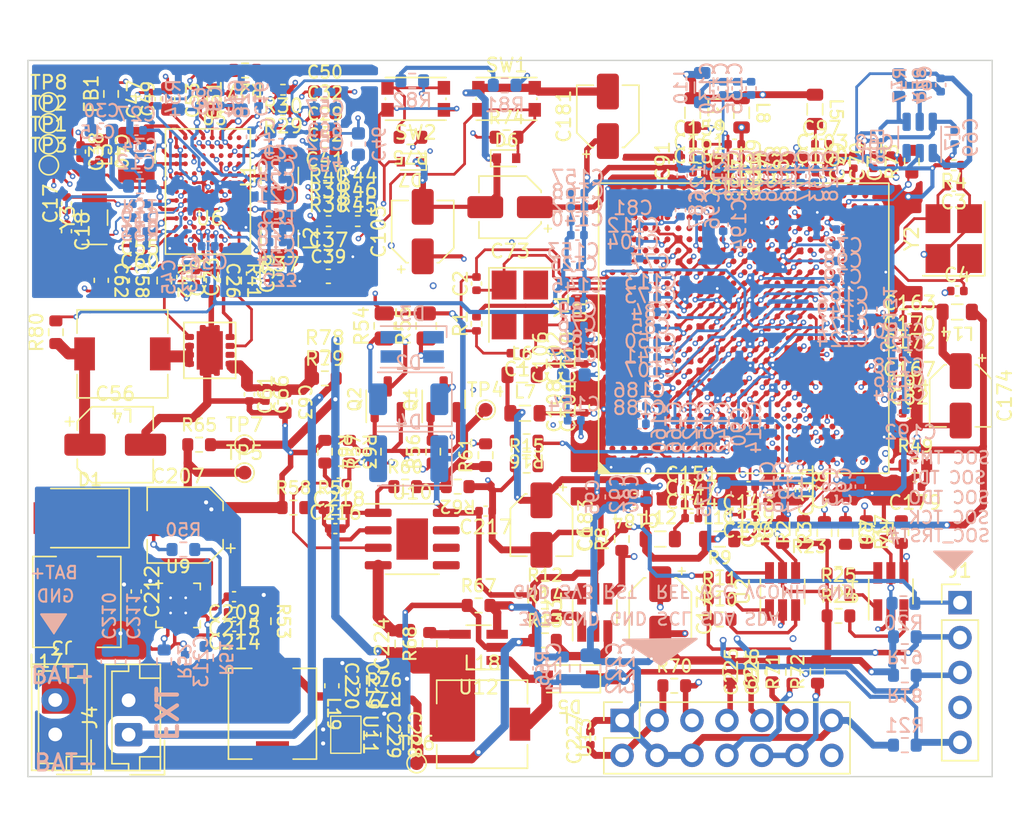
<source format=kicad_pcb>
(kicad_pcb (version 20211014) (generator pcbnew)
  (layers (0 "F.Cu" signal) (1 "In1.Cu" signal) (2 "In2.Cu" signal) (31 "B.Cu" signal) (34 "B.Paste" user) (35 "F.Paste" user) (36 "B.SilkS" user "B.Silkscreen") (37 "F.SilkS" user "F.Silkscreen") (38 "B.Mask" user) (39 "F.Mask" user) (44 "Edge.Cuts" user))
  (net 0 "")
  (net 1 "GND")
  (net 2 "Net-(D2-Pad1)")
  (net 3 "Net-(C1-Pad1)")
  (net 4 "GNDREF")
  (net 5 "Net-(C2-Pad1)")
  (net 6 "Net-(C3-Pad2)")
  (net 7 "VCC3V3_DCIN")
  (net 8 "VCC5V0_DCDC")
  (net 9 "GNDS")
  (net 10 "Net-(C17-Pad2)")
  (net 11 "Net-(C61-Pad1)")
  (net 12 "Net-(C34-Pad1)")
  (net 13 "Net-(C35-Pad1)")
  (net 14 "Net-(C35-Pad2)")
  (net 15 "Net-(C36-Pad1)")
  (net 16 "CVDD")
  (net 17 "PMIC_VDD1")
  (net 18 "PMIC_VIO")
  (net 19 "PMIC_VDD2")
  (net 20 "VRTC")
  (net 21 "LDO5_3V3")
  (net 22 "GNDA")
  (net 23 "LDO1_1V8")
  (net 24 "LDO6_3V3")
  (net 25 "LDO2_1V8")
  (net 26 "LDO7_3V3")
  (net 27 "LDO3_1V8")
  (net 28 "LDO8_3V3")
  (net 29 "LDO4_1V8")
  (net 30 "VCC12V0_DC_IN")
  (net 31 "VCC3V3_BMC ")
  (net 32 "VPP1V8")
  (net 33 "DVDD33")
  (net 34 "CVDD1")
  (net 35 "AVDDA_DDRPLL")
  (net 36 "VDDAHV")
  (net 37 "AVDDA_UARTPLL")
  (net 38 "AVDDA_DSSPLL")
  (net 39 " AVDDA_NSSPLL")
  (net 40 "AVDDA_ARMPLL")
  (net 41 "Net-(C144-Pad1)")
  (net 42 "AVDDA_MAINPLL")
  (net 43 "DVDD_DDRPLL")
  (net 44 "VCC_DDR_VREF")
  (net 45 "DVDD18")
  (net 46 "LDO_PCIE_CAP")
  (net 47 "LDO_USB_CAP")
  (net 48 "Net-(C209-Pad2)")
  (net 49 "B_BAT")
  (net 50 "Net-(C212-Pad2)")
  (net 51 "Net-(C214-Pad2)")
  (net 52 "Net-(C216-Pad1)")
  (net 53 "Net-(C216-Pad2)")
  (net 54 "Net-(C221-Pad1)")
  (net 55 "3V3")
  (net 56 "Net-(C207-Pad2)")
  (net 57 "Net-(D1-Pad2)")
  (net 58 "Net-(D5-Pad2)")
  (net 59 "PMIC_PWRON")
  (net 60 "PMIC_HDRST")
  (net 61 "Net-(L1-Pad1)")
  (net 62 "Net-(L2-Pad1)")
  (net 63 "Net-(L3-Pad1)")
  (net 64 "Net-(L4-Pad1)")
  (net 65 "Net-(L19-Pad2)")
  (net 66 "Net-(Q1-Pad1)")
  (net 67 "Net-(Q2-Pad1)")
  (net 68 "SOC_RESETSTATz 16,17,20,21,22,24,25,30,32,44,45")
  (net 69 "SOC_BOOTCOMPLETE 44")
  (net 70 "SOC_PORz")
  (net 71 "Net-(R6-Pad1)")
  (net 72 "SOC_I2C2_SCL 34,48")
  (net 73 "Net-(R7-Pad1)")
  (net 74 "SOC_I2C2_SDA 34,48")
  (net 75 "SOC_RESETFULLz_AND")
  (net 76 "nRESPWRON2 44,48")
  (net 77 "PORn 46")
  (net 78 "SOC_RESETFULLz 46")
  (net 79 "Net-(R15-Pad2)")
  (net 80 "RSV6_TOGGLE 46")
  (net 81 "SOC_RESETZ_AND")
  (net 82 "SOC_RESETz 46")
  (net 83 "TRGRSTZ 42,44")
  (net 84 "Net-(R27-Pad1)")
  (net 85 "SDA_PMIC")
  (net 86 "Net-(R29-Pad2)")
  (net 87 "SCL_PMIC")
  (net 88 "Net-(R30-Pad2)")
  (net 89 "Net-(R31-Pad2)")
  (net 90 "Net-(R32-Pad2)")
  (net 91 "Net-(R33-Pad2)")
  (net 92 "Net-(R34-Pad1)")
  (net 93 "Net-(R38-Pad1)")
  (net 94 "CVDD_EN")
  (net 95 "Net-(R39-Pad1)")
  (net 96 "1P8V_EN 49")
  (net 97 "Net-(R40-Pad1)")
  (net 98 "PMIC_GPIO2 49")
  (net 99 "Net-(R41-Pad1)")
  (net 100 "Net-(R42-Pad1)")
  (net 102 "SOC_VPP_EN")
  (net 103 "Net-(R49-Pad1)")
  (net 104 "Net-(R50-Pad1)")
  (net 105 "Net-(R52-Pad2)")
  (net 106 "IRT2")
  (net 107 "IRT1")
  (net 108 "Net-(R60-Pad2)")
  (net 109 "SIGNAL OUT")
  (net 110 "RST")
  (net 111 "SCL")
  (net 112 "SDA")
  (net 113 "Net-(R73-Pad1)")
  (net 114 "DC_BRD_DET 21,32,44")
  (net 115 "Net-(R76-Pad1)")
  (net 116 "GPIO_EXP_INT 34")
  (net 117 "HDMI_INTn 21")
  (net 124 "PRSNT1# 25")
  (net 126 "SOC_SYSCLKN 35")
  (net 127 "DVDD18 DVDD_DDR")
  (net 128 "SEL_LCDn_GPIO 19")
  (net 129 "TEMP_INT 34")
  (net 130 "TPS_SLEEP 48")
  (net 131 "SOC_MLB_GPIO2 30")
  (net 132 "WLAN_IRQ 29")
  (net 133 "FLASH_HOLD 16")
  (net 134 "35 SOC_USB1_XO")
  (net 136 "BMC_INT1 46")
  (net 137 "TOUCH_INTn 20")
  (net 138 "35 SOC_USB0_XO")
  (net 140 "SOC_PCIE_WAKEn 25")
  (net 141 "SD_LP2996A 49")
  (net 142 "CS2000_AUX_OUT 36")
  (net 144 "TPS_INT1 48")
  (net 146 "AVDDA_ICSSPLL")
  (net 147 "AVDDA_NSSPLL")
  (net 148 "SEL_HDMIn_GPIO 19")
  (net 151 "250MHz_LVDS_CPTS_REF_CLKP 35")
  (net 153 "250MHz_LVDS_CPTS_REF_CLKN 35")
  (net 155 "SOC_INT 46")
  (net 156 "44,45 SOC_PLL_LOCK")
  (net 157 "SOC_SYSCLKSEL 46")
  (net 158 "SOC_LRESETNMIENz 46")
  (net 159 "SOC_LRESETz 46")
  (net 160 "SOC_NMIz 46")
  (net 168 "Net-(TP3-Pad1)")
  (net 169 "Net-(TP1-Pad1)")
  (net 171 "11 TPS_SLEEP")
  (net 179 "PMIC_PWRHOLD")
  (net 180 " LDO1_1V8")
  (net 181 "Net-(R9-Pad2)")
  (net 182 "Net-(R75-Pad2)")
  (net 183 "Net-(R69-Pad2)")
  (net 184 "Net-(R68-Pad2)")
  (net 185 "Net-(R47-Pad2)")
  (net 186 "Net-(R42-Pad2)")
  (net 187 "Net-(R41-Pad2)")
  (net 188 "Net-(R23-Pad2)")
  (net 189 "Net-(R12-Pad2)")
  (net 190 "Net-(D3-Pad1)")
  (net 191 "Net-(C226-Pad1)")
  (net 192 "Net-(C221-Pad2)")
  (net 193 "Net-(C218-Pad2)")
  (net 194 "Net-(C218-Pad1)")
  (net 195 "Net-(C214-Pad1)")
  (net 196 "Net-(C18-Pad2)")
  (net 197 "Net-(TP2-Pad1)")
  (net 198 "Net-(C56-Pad1)")
  (net 199 "Net-(C4-Pad2)")
  (net 202 "Net-(R37-Pad1)")
  (net 203 "PCI_PORz_OUT 25")
  (net 204 "45 VPP_EN")
  (net 205 "Net-(D3-Pad4)")
  (net 206 "Net-(D2-Pad2)")
  (net 209 "SOC_TDO")
  (net 210 "SOC_TDI")
  (net 211 "SOC_TMS")
  (net 212 "SOC_TRST#")
  (net 213 "SOC_TCK")
  (footprint "Resistor_SMD:R_0603_1608Metric" (layer "F.Cu") (at 59.4361 -17.7169 -90)
    (fp_text reference "R6")
    (fp_text value "0E")
  )
  (footprint "Capacitor_SMD:C_0402_1005Metric" (layer "F.Cu") (at 47.312881 -44.7547 90)
    (fp_text reference "C91")
    (fp_text value "0.1uF")
  )
  (footprint "CSD87330Q3D:LSON" (layer "F.Cu") (at 13.2211 -30.9879)
    (fp_text reference "U6")
    (fp_text value "CSD87330Q3D")
  )
  (footprint "Resistor_SMD:R_0402_1005Metric" (layer "F.Cu") (at 21.8441 -42.5195)
    (fp_text reference "R40")
    (fp_text value "0E")
  )
  (footprint "Capacitor_SMD:C_0603_1608Metric" (layer "F.Cu") (at 21.6031 -48.2599)
    (fp_text reference "C32")
    (fp_text value "10uF")
  )
  (footprint "Capacitor_SMD:C_0402_1005Metric" (layer "F.Cu") (at 51.376881 -45.9739 180)
    (fp_text reference "C118")
    (fp_text value "100nF")
  )
  (footprint "Capacitor_SMD:C_0402_1005Metric" (layer "F.Cu") (at 40.454881 -26.9239 90)
    (fp_text reference "C101")
    (fp_text value "10nF")
  )
  (footprint "Resistor_SMD:R_0603_1608Metric" (layer "F.Cu") (at 46.9901 -6.6039)
    (fp_text reference "R70")
    (fp_text value "10K")
  )
  (footprint "Resistor_SMD:R_0603_1608Metric" (layer "F.Cu") (at 34.7981 -46.4819)
    (fp_text reference "R74")
    (fp_text value "NMR")
  )
  (footprint "TestPoint:TestPoint_Pad_D1.0mm" (layer "F.Cu") (at 1.5241 -49.0219)
    (fp_text reference "TP8")
    (fp_text value "TestPoint")
  )
  (footprint "Resistor_SMD:R_0603_1608Metric" (layer "F.Cu") (at 58.9281 -11.6839)
    (fp_text reference "R24")
    (fp_text value "10K")
  )
  (footprint "Package_TO_SOT_SMD:SOT-23" (layer "F.Cu") (at 30.2261 -27.4319 90)
    (fp_text reference "Q1")
    (fp_text value "BC817")
  )
  (footprint "Diode_SMD:D_SMB" (layer "F.Cu") (at 3.8101 -18.7959 180)
    (fp_text reference "D1")
    (fp_text value "CDBB240-HF")
  )
  (footprint "Capacitor_SMD:C_0402_1005Metric" (layer "F.Cu") (at 62.7381 -44.7039 90)
    (fp_text reference "C71")
    (fp_text value "0.1uF")
  )
  (footprint "Inductor_SMD:L_0805_2012Metric" (layer "F.Cu") (at 45.9741 -17.2719)
    (fp_text reference "L12")
    (fp_text value "120E")
  )
  (footprint "Capacitor_SMD:C_0603_1608Metric" (layer "F.Cu") (at 21.6031 -46.7359)
    (fp_text reference "C29")
    (fp_text value "10uF")
  )
  (footprint "Resistor_SMD:R_0603_1608Metric" (layer "F.Cu") (at 57.4041 -7.6199 90)
    (fp_text reference "R72")
    (fp_text value "10K")
  )
  (footprint "Resistor_SMD:R_0805_2012Metric" (layer "F.Cu") (at 25.9081 -32.7659 90)
    (fp_text reference "R54")
    (fp_text value "22R")
  )
  (footprint "Capacitor_SMD:C_0402_1005Metric" (layer "F.Cu") (at 35.5601 -30.7847 180)
    (fp_text reference "C1")
    (fp_text value "22pF")
  )
  (footprint "Capacitor_SMD:C_0402_1005Metric" (layer "F.Cu") (at 48.2321 -19.8119)
    (fp_text reference "C147")
    (fp_text value "0.1uF")
  )
  (footprint "Capacitor_SMD:C_0402_1005Metric" (layer "F.Cu") (at 55.440881 -20.8279 -90)
    (fp_text reference "C111")
    (fp_text value "100nF")
  )
  (footprint "Capacitor_SMD:C_0402_1005Metric" (layer "F.Cu") (at 11.1891 -36.3219 -90)
    (fp_text reference "C14")
    (fp_text value "100nF")
  )
  (footprint "Capacitor_SMD:C_0402_1005Metric" (layer "F.Cu") (at 2.8071 -41.6559 90)
    (fp_text reference "C17")
    (fp_text value "22pF")
  )
  (footprint "Connector_JST:JST_EH_B2B-EH-A_1x02_P2.50mm_Vertical" (layer "F.Cu") (at 7.3201 -3.0479 90)
    (fp_text reference "J4")
    (fp_text value "Battery")
  )
  (footprint "Capacitor_SMD:C_0402_1005Metric" (layer "F.Cu") (at 64.076881 -31.7499)
    (fp_text reference "C170")
    (fp_text value "100nF")
  )
  (footprint "Resistor_SMD:R_0603_1608Metric" (layer "F.Cu") (at 15.7901 -51.3399 180)
    (fp_text reference "R27")
    (fp_text value "NMR")
  )
  (footprint "Capacitor_SMD:C_0805_2012Metric" (layer "F.Cu") (at 27.4321 -9.6519 90)
    (fp_text reference "C224")
    (fp_text value "22uF")
  )
  (footprint "Inductor_SMD:L_1210_3225Metric" (layer "F.Cu") (at 18.3011 -39.1159 -90)
    (fp_text reference "L2")
    (fp_text value "2.2uH")
  )
  (footprint "Capacitor_SMD:C_0603_1608Metric" (layer "F.Cu") (at 54.1021 -7.6199 90)
    (fp_text reference "C226")
    (fp_text value "2.2uF")
  )
  (footprint "Connector_PinSocket_2.54mm:PinSocket_2x07_P2.54mm_Vertical" (layer "F.Cu") (at 43.2001 -4.0839 90)
    (fp_text reference "U13")
    (fp_text value "OLED")
  )
  (footprint "Capacitor_SMD:C_0603_1608Metric" (layer "F.Cu") (at 13.4751 -36.0679 -90)
    (fp_text reference "C26")
    (fp_text value " 4.7uF")
  )
  (footprint "TestPoint:TestPoint_Pad_D1.0mm" (layer "F.Cu") (at 1.5241 -47.4979)
    (fp_text reference "TP2")
    (fp_text value "TestPoint")
  )
  (footprint "Resistor_SMD:R_0603_1608Metric" (layer "F.Cu") (at 21.5901 -28.9559)
    (fp_text reference "R79")
    (fp_text value "NMR")
  )
  (footprint "Capacitor_SMD:C_0402_1005Metric" (layer "F.Cu") (at 21.6031 -43.6879)
    (fp_text reference "C41")
    (fp_text value "100nF")
  )
  (footprint "Resistor_SMD:R_0603_1608Metric" (layer "F.Cu") (at 64.2621 -44.7039 90)
    (fp_text reference "R73")
    (fp_text value "0E")
  )
  (footprint "Capacitor_SMD:C_0402_1005Metric" (layer "F.Cu") (at 54.932881 -44.4499 90)
    (fp_text reference "C75")
    (fp_text value "1uF")
  )
  (footprint "Capacitor_SMD:C_0603_1608Metric" (layer "F.Cu") (at 13.4113 -49.1743 90)
    (fp_text reference "C53")
    (fp_text value "2.2uF")
  )
  (footprint "Capacitor_SMD:CP_Elec_5x4.5" (layer "F.Cu") (at 6.3501 -24.1299)
    (fp_text reference "C56")
    (fp_text value "330uF/6.3V")
  )
  (footprint "Crystal:Crystal_SMD_3225-4Pin_3.2x2.5mm_HandSoldering" (layer "F.Cu") (at 35.767224 -34.2899 -90)
    (fp_text reference "Y1")
    (fp_text value "ABM8-22.5792MHZ-D2Y-T")
  )
  (footprint "Resistor_SMD:R_0603_1608Metric" (layer "F.Cu") (at 60.9601 -17.7799 -90)
    (fp_text reference "R7")
    (fp_text value "0E")
  )
  (footprint "Resistor_SMD:R_0805_2012Metric" (layer "F.Cu") (at 28.9561 -32.7659 90)
    (fp_text reference "R55")
    (fp_text value "22R")
  )
  (footprint "Capacitor_SMD:C_0402_1005Metric" (layer "F.Cu") (at 52.392881 -19.0499 180)
    (fp_text reference "C136")
    (fp_text value "10nF")
  )
  (footprint "Package_TO_SOT_SMD:SOT-23" (layer "F.Cu") (at 26.1621 -27.4319 90)
    (fp_text reference "Q2")
    (fp_text value "BC817")
  )
  (footprint "Capacitor_SMD:C_0402_1005Metric" (layer "F.Cu") (at 64.076881 -30.4799)
    (fp_text reference "C172")
    (fp_text value "1uF")
  )
  (footprint "Capacitor_SMD:C_0402_1005Metric" (layer "F.Cu") (at 48.2601 -18.7959)
    (fp_text reference "C144")
    (fp_text value "10nF")
  )
  (footprint "BGA 98:BGA 98" (layer "F.Cu") (at 9.9496 -37.9379)
    (fp_text reference "U5")
    (fp_text value "TPS659118")
  )
  (footprint "Resistor_SMD:R_0603_1608Metric" (layer "F.Cu") (at 37.5921 -13.2079)
    (fp_text reference "R12")
    (fp_text value "10K")
  )
  (footprint "Capacitor_SMD:C_0402_1005Metric" (layer "F.Cu") (at 64.4881 -21.0819 180)
    (fp_text reference "C179")
    (fp_text value "100nF")
  )
  (footprint "Resistor_SMD:R_0603_1608Metric" (layer "F.Cu") (at 37.5921 -9.9059)
    (fp_text reference "R13")
    (fp_text value "10K")
  )
  (footprint "Capacitor_SMD:C_0402_1005Metric" (layer "F.Cu") (at 52.900881 -44.4499 90)
    (fp_text reference "C74")
    (fp_text value "100nF")
  )
  (footprint "Capacitor_SMD:C_0402_1005Metric" (layer "F.Cu") (at 39.438881 -26.9239 90)
    (fp_text reference "C108")
    (fp_text value "0.1uF")
  )
  (footprint "Capacitor_SMD:CP_Elec_4x3" (layer "F.Cu") (at 67.8181 -27.6859 -90)
    (fp_text reference "C174")
    (fp_text value "100uF")
  )
  (footprint "Capacitor_SMD:C_0402_1005Metric" (layer "F.Cu") (at 64.104881 -33.2739)
    (fp_text reference "C163")
    (fp_text value "100nF")
  )
  (footprint "Resistor_SMD:R_0603_1608Metric" (layer "F.Cu") (at 58.9281 -14.7319)
    (fp_text reference "R23")
    (fp_text value "10K")
  )
  (footprint "Capacitor_SMD:C_0603_1608Metric" (layer "F.Cu") (at 22.0981 -6.6039 -90)
    (fp_text reference "C220")
    (fp_text value "100nF")
  )
  (footprint "Capacitor_SMD:C_0603_1608Metric" (layer "F.Cu") (at 21.6031 -45.2119)
    (fp_text reference "C42")
    (fp_text value "10uF")
  )
  (footprint "Capacitor_SMD:C_0402_1005Metric" (layer "F.Cu") (at 16.2561 -36.5759 -90)
    (fp_text reference "C35")
    (fp_text value "100nF")
  )
  (footprint "Button_Switch_SMD:SW_Push_1P1T_NO_CK_KMR2" (layer "F.Cu") (at 34.7981 -49.2759)
    (fp_text reference "SW1")
    (fp_text value "SW_Push")
  )
  (footprint "Inductor_SMD:L_0805_2012Metric" (layer "F.Cu") (at 50.2921 -17.2719)
    (fp_text reference "L11")
    (fp_text value "120E")
  )
  (footprint "Resistor_SMD:R_0603_1608Metric" (layer "F.Cu") (at 2.0321 -32.3087 90)
    (fp_text reference "R80")
    (fp_text value "0E")
  )
  (footprint "Capacitor_SMD:C_0603_1608Metric" (layer "F.Cu") (at 18.6945 -27.2287 -90)
    (fp_text reference "C63")
    (fp_text value "10uF")
  )
  (footprint "Resistor_SMD:R_0603_1608Metric" (layer "F.Cu") (at 31.2421 -21.0819 180)
    (fp_text reference "R62")
    (fp_text value "10K")
  )
  (footprint "Capacitor_SMD:C_0402_1005Metric" (layer "F.Cu") (at 40.454881 -30.4799 90)
    (fp_text reference "C110")
    (fp_text value "0.1uF")
  )
  (footprint "Capacitor_SMD:C_0402_1005Metric" (layer "F.Cu") (at 8.1281 -39.6239 180)
    (fp_text reference "C55")
    (fp_text value "100nF")
  )
  (footprint "Resistor_SMD:R_0603_1608Metric" (layer "F.Cu") (at 50.2921 -14.4779)
    (fp_text reference "R9")
    (fp_text value "10K")
  )
  (footprint "Diode_SMD:D_SOD-523" (layer "F.Cu") (at 27.8101 -44.7039 180)
    (fp_text reference "D7")
    (fp_text value "TPD1E10B06DPYR")
  )
  (footprint "Button_Switch_SMD:SW_Push_1P1T_NO_CK_KMR2" (layer "F.Cu") (at 28.1941 -49.2759 180)
    (fp_text reference "SW2")
    (fp_text value "SW_Push")
  )
  (footprint "Capacitor_SMD:C_0402_1005Metric" (layer "F.Cu") (at 38.422881 -30.4799 90)
    (fp_text reference "C106")
    (fp_text value "0.1uF")
  )
  (footprint "Resistor_SMD:R_0603_1608Metric" (layer "F.Cu") (at 17.1451 -11.3029 -90)
    (fp_text reference "R53")
    (fp_text value "806R")
  )
  (footprint "Capacitor_SMD:C_0402_1005Metric" (layer "F.Cu") (at 48.836881 -44.9579)
    (fp_text reference "C161")
    (fp_text value "100nF")
  )
  (footprint "Capacitor_SMD:C_0402_1005Metric" (layer "F.Cu") (at 60.012881 -44.7039 90)
    (fp_text reference "C99")
    (fp_text value "100nF")
  )
  (footprint "Resistor_SMD:R_0402_1005Metric" (layer "F.Cu") (at 32.6137 -32.9183 90)
    (fp_text reference "R1")
    (fp_text value "0E")
  )
  (footprint "Capacitor_SMD:C_0402_1005Metric" (layer "F.Cu") (at 61.4681 -44.7039 90)
    (fp_text reference "C70")
    (fp_text value "100nF")
  )
  (footprint "Resistor_SMD:R_0402_1005Metric" (layer "F.Cu") (at 18.3011 -36.0679)
    (fp_text reference "R37")
    (fp_text value "39K")
  )
  (footprint "Capacitor_SMD:C_0402_1005Metric" (layer "F.Cu") (at 3.8231 -45.4379 -90)
    (fp_text reference "C38")
    (fp_text value "100nF")
  )
  (footprint "Resistor_SMD:R_0603_1608Metric" (layer "F.Cu") (at 57.9121 -17.7169 90)
    (fp_text reference "R3")
    (fp_text value "10K")
  )
  (footprint "Capacitor_SMD:C_0402_1005Metric" (layer "F.Cu") (at 51.376881 -44.9579 180)
    (fp_text reference "C115")
    (fp_text value "10nF")
  )
  (footprint "Resistor_SMD:R_0402_1005Metric" (layer "F.Cu") (at 21.8571 -40.3859)
    (fp_text reference "R38")
    (fp_text value "0E")
  )
  (footprint "TestPoint:TestPoint_Pad_D1.0mm" (layer "F.Cu") (at 33.2741 -26.6699)
    (fp_text reference "TP4")
    (fp_text value "TestPoint")
  )
  (footprint "Diode_SMD:D_SOD-123" (layer "F.Cu") (at 39.3701 -7.1119 180)
    (fp_text reference "D5")
    (fp_text value "MBR0540")
  )
  (footprint "Resistor_SMD:R_0603_1608Metric" (layer "F.Cu") (at 29.2101 -9.6519 90)
    (fp_text reference "R68")
    (fp_text value "10K")
  )
  (footprint "Package_TO_SOT_SMD:SOT-23-6_Handsoldering" (layer "F.Cu") (at 41.2141 -11.9379 90)
    (fp_text reference "U3")
    (fp_text value "SN74LVC1G11DCKR")
  )
  (footprint "Capacitor_SMD:C_0603_1608Metric" (layer "F.Cu") (at 5.3471 -45.4659 -90)
    (fp_text reference "C40")
    (fp_text value "10uF")
  )
  (footprint "Diode_SMD:D_SOD-523" (layer "F.Cu") (at 34.7981 -44.9579)
    (fp_text reference "D6")
    (fp_text value "TPD1E10B06DPYR")
  )
  (footprint "Capacitor_SMD:C_0402_1005Metric" (layer "F.Cu") (at 14.7321 -49.1743 90)
    (fp_text reference "C51")
    (fp_text value "100nF")
  )
  (footprint "Inductor_SMD:L_0805_2012Metric" (layer "F.Cu") (at 67.5641 -33.7819 180)
    (fp_text reference "L14")
    (fp_text value "120E")
  )
  (footprint "Capacitor_SMD:C_0402_1005Metric" (layer "F.Cu") (at 55.948881 -44.4779 90)
    (fp_text reference "C88")
    (fp_text value "100nF")
  )
  (footprint "TestPoint:TestPoint_Pad_D1.0mm" (layer "F.Cu") (at 1.5241 -45.9739)
    (fp_text reference "TP1")
    (fp_text value "TestPoint")
  )
  (footprint "Resistor_SMD:R_0603_1608Metric" (layer "F.Cu") (at 27.8101 -46.4819 180)
    (fp_text reference "R75")
    (fp_text value "10K")
  )
  (footprint "Connector_JST:JST_EH_B2B-EH-A_1x02_P2.50mm_Vertical" (layer "F.Cu") (at 1.9861 -3.0679 90)
    (fp_text reference "J3")
    (fp_text value "Battery")
  )
  (footprint "Resistor_SMD:R_0603_1608Metric" (layer "F.Cu") (at 64.5161 -22.6059)
    (fp_text reference "R49")
    (fp_text value "0E")
  )
  (footprint "Capacitor_SMD:C_0603_1608Metric" (layer "F.Cu") (at 21.5901 -49.7839)
    (fp_text reference "C50")
    (fp_text value "2.2uF")
  )
  (footprint "Resistor_SMD:R_0603_1608Metric" (layer "F.Cu") (at 33.2741 -23.3679 90)
    (fp_text reference "R61")
    (fp_text value "0R")
  )
  (footprint "Capacitor_SMD:C_0402_1005Metric" (layer "F.Cu") (at 56.456881 -20.8279 -90)
    (fp_text reference "C78")
    (fp_text value "0.1uF")
  )
  (footprint "Resistor_SMD:R_0402_1005Metric" (layer "F.Cu") (at 23.9777 -40.3859)
    (fp_text reference "R45")
    (fp_text value "120K")
  )
  (footprint "Capacitor_SMD:C_0603_1608Metric" (layer "F.Cu") (at 25.1461 -3.0479 -90)
    (fp_text reference "C229")
    (fp_text value "10 uF")
  )
  (footprint "Capacitor_SMD:CP_Elec_5x3" (layer "F.Cu") (at 11.4301 -18.2879 180)
    (fp_text reference "C207")
    (fp_text value "100UF")
  )
  (footprint "Resistor_SMD:R_0603_1608Metric" (layer "F.Cu") (at 29.4641 -23.6219 90)
    (fp_text reference "R56")
    (fp_text value "100R")
  )
  (footprint "Capacitor_SMD:C_0402_1005Metric" (layer "F.Cu") (at 53.916881 -44.4499 90)
    (fp_text reference "C109")
    (fp_text value "0.1uF")
  )
  (footprint "Capacitor_SMD:C_0402_1005Metric" (layer "F.Cu") (at 8.8901 -49.2479 90)
    (fp_text reference "C47")
    (fp_text value "100nF")
  )
  (footprint "Capacitor_SMD:C_0402_1005Metric" (layer "F.Cu") (at 62.2301 -17.7799 90)
    (fp_text reference "C7")
    (fp_text value "100nF")
  )
  (footprint "Resistor_SMD:R_0402_1005Metric" (layer "F.Cu") (at 21.8441 -41.4527)
    (fp_text reference "R39")
    (fp_text value "0E")
  )
  (footprint "TPS61022:VQFN-7" (layer "F.Cu") (at 23.1141 -2.3979 90)
    (fp_text reference "U11")
    (fp_text value "TPS61022RWUT")
  )
  (footprint "Resistor_SMD:R_0603_1608Metric" (layer "F.Cu") (at 51.0541 -7.6199 -90)
    (fp_text reference "R69")
    (fp_text value "910K")
  )
  (footprint "Capacitor_SMD:C_0402_1005Metric" (layer "F.Cu") (at 32.6137 -35.8419 90)
    (fp_text reference "C2")
    (fp_text value "22pF")
  )
  (footprint "Capacitor_SMD:C_0402_1005Metric" (layer "F.Cu") (at 52.392881 -21.0819 180)
    (fp_text reference "C143")
    (fp_text value "100nF")
  )
  (footprint "Inductor_SMD:L_0805_2012Metric" (layer "F.Cu") (at 57.218881 -48.5139 -90)
    (fp_text reference "L5")
    (fp_text value "120E")
  )
  (footprint "Capacitor_SMD:C_0402_1005Metric" (layer "F.Cu") (at 14.9991 -10.9219 180)
    (fp_text reference "C214")
    (fp_text value "27nF")
  )
  (footprint "TestPoint:TestPoint_Pad_D1.0mm" (layer "F.Cu") (at 15.7481 -24.1299)
    (fp_text reference "TP7")
    (fp_text value "TestPoint")
  )
  (footprint "Capacitor_SMD:C_0402_1005Metric" (layer "F.Cu") (at 8.1281 -38.6079 180)
    (fp_text reference "C60")
    (fp_text value "100nF")
  )
  (footprint "Capacitor_SMD:CP_Elec_4x3" (layer "F.Cu") (at 45.9741 -12.1919 -90)
    (fp_text reference "C176")
    (fp_text value "100uF")
  )
  (footprint "Resistor_SMD:R_0603_1608Metric" (layer "F.Cu") (at 25.9081 -5.5879)
    (fp_text reference "R76")
    (fp_text value "453K")
  )
  (footprint "Package_TO_SOT_SMD:SOT-23-6_Handsoldering" (layer "F.Cu") (at 62.7381 -13.4619 90)
    (fp_text reference "U4")
    (fp_text value "SN74LVC1G11DCKR")
  )
  (footprint "Resistor_SMD:R_0603_1608Metric" (layer "F.Cu") (at 55.6261 -7.6199 90)
    (fp_text reference "R71")
    (fp_text value "10K")
  )
  (footprint "Package_SO:SOIC-8-1EP_3.9x4.9mm_P1.27mm_EP2.29x3mm" (layer "F.Cu") (at 27.9401 -17.2719)
    (fp_text reference "U10")
    (fp_text value "LMV358")
  )
  (footprint "Capacitor_SMD:C_0402_1005Metric" (layer "F.Cu") (at 57.698881 -45.9739)
    (fp_text reference "C97")
    (fp_text value "10nF")
  )
  (footprint "Inductor_SMD:L_0805_2012Metric" (layer "F.Cu") (at 48.328881 -48.2599 -90)
    (fp_text reference "L13")
    (fp_text value "120E")
  )
  (footprint "Capacitor_SMD:C_0402_1005Metric" (layer "F.Cu") (at 39.438881 -30.4799 90)
    (fp_text reference "C102")
    (fp_text value "0.01uF")
  )
  (footprint "Resistor_SMD:R_0603_1608Metric" (layer "F.Cu") (at 50.2921 -12.9539)
    (fp_text reference "R11")
    (fp_text value "10K")
  )
  (footprint "Capacitor_SMD:C_0402_1005Metric" (layer "F.Cu") (at 48.2601 -20.8279)
    (fp_text reference "C151")
    (fp_text value "0.1uF")
  )
  (footprint "Crystal:Crystal_SMD_G8-2Pin_3.2x1.5mm" (layer "F.Cu") (at 4.8391 -40.6399 90)
    (fp_text reference "Y3")
    (fp_text value "32.768KHz")
  )
  (footprint "Resistor_SMD:R_0603_1608Metric" (layer "F.Cu") (at 56.3881 -17.7799 90)
    (fp_text reference "R2")
    (fp_text value "10K")
  )
  (footprint "TestPoint:TestPoint_Pad_D1.0mm" (layer "F.Cu") (at 15.7481 -22.0979)
    (fp_text reference "TP5")
    (fp_text value "TestPoint")
  )
  (footprint "Capacitor_SMD:C_0402_1005Metric" (layer "F.Cu") (at 51.404881 -43.9419 180)
    (fp_text reference "C116")
    (fp_text value "100nF")
  )
  (footprint "Package_DFN_QFN:WQFN-16-1EP_3x3mm_P0.5mm_EP1.6x1.6mm_ThermalVias" (layer "F.Cu") (at 10.9221 -12.4459)
    (fp_text reference "U9")
    (fp_text value "LM5157RTER")
  )
  (footprint "Capacitor_SMD:C_0402_1005Metric" (layer "F.Cu") (at 14.9991 -11.9379 180)
    (fp_text reference "C215")
    (fp_text value "300pF")
  )
  (footprint "Resistor_SMD:R_0603_1608Metric" (layer "F.Cu") (at 32.7661 -12.4459)
    (fp_text reference "R67")
    (fp_text value "10K")
  )
  (footprint "Capacitor_SMD:C_0603_1608Metric" (layer "F.Cu") (at 21.8441 -36.3727)
    (fp_text reference "C39")
    (fp_text value "10uF")
  )
  (footprint "Inductor_SMD:L_6.3x6.3_H3" (layer "F.Cu") (at 17.7801 -4.5719 -90)
    (fp_text reference "L19")
    (fp_text value "1uH")
  )
  (footprint "Capacitor_SMD:C_0402_1005Metric" (layer "F.Cu") (at 7.8741 -13.4619 -90)
    (fp_text reference "C212")
    (fp_text value "1uF")
  )
  (footprint "Capacitor_SMD:CP_Elec_4x3" (layer "F.Cu") (at 42.1641 -48.0059 90)
    (fp_text reference "C181")
    (fp_text value "100uF")
  )
  (footprint "Capacitor_SMD:C_0603_1608Metric" (layer "F.Cu") (at 26.6701 -3.0479 -90)
    (fp_text reference "C228")
    (fp_text value "10 uF")
  )
  (footprint "Resistor_SMD:R_0402_1005Metric" (layer "F.Cu") (at 18.5421 -48.4631 180)
    (fp_text reference "R29")
    (fp_text value "0E")
  )
  (footprint "Resistor_SMD:R_0603_1608Metric" (layer "F.Cu") (at 22.3521 -19.5579)
    (fp_text reference "R59")
    (fp_text value "390K")
  )
  (footprint "Resistor_SMD:R_0603_1608Metric" (layer "F.Cu") (at 12.4461 -24.1299)
    (fp_text reference "R65")
    (fp_text value "0R")
  )
  (footprint "Resistor_SMD:R_0603_1608Metric" (layer "F.Cu") (at 43.1801 -17.2719 90)
    (fp_text reference "R8")
    (fp_text value "10K")
  )
  (footprint "Resistor_SMD:R_0603_1608Metric" (layer "F.Cu") (at 27.4321 -21.0819)
    (fp_text reference "R60")
    (fp_text value "10K")
  )
  (footprint "Resistor_SMD:R_0402_1005Metric" (layer "F.Cu") (at 23.9777 -42.5195)
    (fp_text reference "R44")
    (fp_text value "120K")
  )
  (footprint "Inductor_SMD:L_6.3x6.3_H3" (layer "F.Cu") (at 33.0201 -3.8099)
    (fp_text reference "L18")
    (fp_text value "10uH")
  )
  (footprint "Resistor_SMD:R_0402_1005Metric" (layer "F.Cu") (at 23.9777 -41.4527)
    (fp_text reference "R46")
    (fp_text value "120K")
  )
  (footprint "Resistor_SMD:R_0603_1608Metric" (layer "F.Cu") (at 6.0453 -49.6315 90)
    (fp_text reference "FB1")
    (fp_text value "120E")
  )
  (footprint "Resistor_SMD:R_0603_1608Metric" (layer "F.Cu") (at 36.2591 -24.3839 180)
    (fp_text reference "R16")
    (fp_text value "0E")
  )
  (footprint "Resistor_SMD:R_0603_1608Metric" (layer "F.Cu") (at 63.5001 -17.7799 90)
    (fp_text reference "R17")
    (fp_text value "10K")
  )
  (footprint "Capacitor_SMD:C_0402_1005Metric" (layer "F.Cu") (at 12.2051 -36.3219 -90)
    (fp_text reference "C23")
    (fp_text value "100nF")
  )
  (footprint "Capacitor_SMD:CP_Elec_4x3" (layer "F.Cu") (at 37.3381 -18.2879 -90)
    (fp_text reference "C183")
    (fp_text value "100uF")
  )
  (footprint "Capacitor_SMD:C_0402_1005Metric" (layer "F.Cu") (at 21.8441 -37.8459)
    (fp_text reference "C37")
    (fp_text value "100nF")
  )
  (footprint "Resistor_SMD:R_0402_1005Metric" (layer "F.Cu") (at 18.5421 -49.9363 180)
    (fp_text reference "R30")
    (fp_text value "0E")
  )
  (footprint "Capacitor_SMD:C_0402_1005Metric" (layer "F.Cu") (at 67.3101 -42.9259 180)
    (fp_text reference "C3")
    (fp_text value "22pF")
  )
  (footprint "BGA_625:BGA625" (layer "F.Cu") (at 62.5961 -22.0647 90)
    (fp_text reference "U1")
    (fp_text value "662AK2G12_MCU")
  )
  (footprint "Package_TO_SOT_SMD:SOT-23-5_HandSoldering" (layer "F.Cu") (at 32.7661 -9.3979 180)
    (fp_text reference "U12")
    (fp_text value "FAN5331SX")
  )
  (footprint "Capacitor_SMD:C_0402_1005Metric" (layer "F.Cu") (at 16.1037 -27.7875 -90)
    (fp_text reference "C61")
    (fp_text value "100nF")
  )
  (footprint "Capacitor_SMD:C_0603_1608Metric" (layer "F.Cu") (at 44.1961 -20.0659 180)
    (fp_text reference "C184")
    (fp_text value "1uF")
  )
  (footprint "Capacitor_SMD:C_0603_1608Metric" (layer "F.Cu") (at 10.1601 -49.2759 90)
    (fp_text reference "C49")
    (fp_text value "2.2uF")
  )
  (footprint "Capacitor_SMD:C_0603_1608Metric" (layer "F.Cu") (at 6.8581 -36.0679 -90)
    (fp_text reference "C58")
    (fp_text value "2.2uF")
  )
  (footprint "Capacitor_SMD:C_0603_1608Metric" (layer "F.Cu") (at 5.3341 -36.0809 -90)
    (fp_text reference "C62")
    (fp_text value "2.2uF")
  )
  (footprint "Resistor_SMD:R_0603_1608Metric" (layer "F.Cu") (at 19.3041 -19.5579)
    (fp_text reference "R58")
    (fp_text value "8.2K")
  )
  (footprint "Capacitor_SMD:C_0402_1005Metric" (layer "F.Cu") (at 14.9861 -13.0809 180)
    (fp_text reference "C209")
    (fp_text value "68nF")
  )
  (footprint "Inductor_SMD:L_0805_2012Metric" (layer "F.Cu") (at 35.929381 -29.2099)
    (fp_text reference "L6")
    (fp_text value "120E")
  )
  (footprint "Crystal:Crystal_SMD_3225-4Pin_3.2x2.5mm_HandSoldering" (layer "F.Cu") (at 67.3101 -39.1159 90)
    (fp_text reference "Y2")
    (fp_text value "ABM8-24.000MHZ-12-B1U-T")
  )
  (footprint "Package_TO_SOT_SMD:SOT-23-6_Handsoldering" (layer "F.Cu") (at 54.8641 -13.4619 90)
    (fp_text reference "U2")
    (fp_text value "SN74LVC1G11DCKR")
  )
  (footprint "Inductor_SMD:L_1210_3225Metric" (layer "F.Cu") (at 18.3011 -43.6879 90)
    (fp_text reference "L1")
    (fp_text value "2.2uH")
  )
  (footprint "Capacitor_SMD:C_0402_1005Metric" (layer "F.Cu") (at 57.726881 -43.9419)
    (fp_text reference "C100")
    (fp_text value "100nF")
  )
  (footprint "Resistor_SMD:R_0603_1608Metric" (layer "F.Cu") (at 54.8641 -17.7799 90)
    (fp_text reference "R5")
    (fp_text value "10K")
  )
  (footprint "Resistor_SMD:R_0402_1005Metric" (layer "F.Cu") (at 67.3101 -44.4499 180)
    (fp_text reference "R4")
    (fp_text value "0E")
  )
  (footprint "Resistor_SMD:R_0603_1608Metric" (layer "F.Cu") (at 25.9081 -7.1119 180)
    (fp_text reference "R77")
    (fp_text value "100K")
  )
  (footprint "Capacitor_SMD:C_0402_1005Metric" (layer "F.Cu") (at 64.076881 -27.4319)
    (fp_text reference "C94")
    (fp_text value "0.1uF")
  )
  (footprint "Resistor_SMD:R_0603_1608Metric" (layer "F.Cu") (at 23.3681 -23.6219 -90)
    (fp_text reference "R63")
    (fp_text value "18K")
  )
  (footprint "Capacitor_SMD:C_0402_1005Metric" (layer "F.Cu") (at 53.5901 -17.5699 90)
    (fp_text reference "C5")
    (fp_text value "100nF")
  )
  (footprint "Connector_PinHeader_2.54mm:PinHeader_1x05_P2.54mm_Vertical" (layer "F.Cu") (at 67.7673 -12.6491)
    (fp_text reference "J1")
    (fp_text value "Conn_01x05")
  )
  (footprint "Resistor_SMD:R_0603_1608Metric" (layer "F.Cu") (at 9.9191 -36.0679 -90)
    (fp_text reference "R42")
    (fp_text value "0E")
  )
  (footprint "Resistor_SMD:R_0603_1608Metric" (layer "F.Cu") (at 58.9281 -13.2079)
    (fp_text reference "R25")
    (fp_text value "10K")
  )
  (footprint "Capacitor_SMD:C_0402_1005Metric" (layer "F.Cu") (at 67.5641 -35.3059)
    (fp_text reference "C4")
    (fp_text value "22pF")
  )
  (footprint "Capacitor_SMD:C_0402_1005Metric" (layer "F.Cu") (at 17.2721 -27.7875 -90)
    (fp_text reference "C66")
    (fp_text value "1uF")
  )
  (footprint "Capacitor_SMD:C_0402_1005Metric" (layer "F.Cu") (at 48.836881 -43.9419)
    (fp_text reference "C164")
    (fp_text value "100nF")
  )
  (footprint "Capacitor_SMD:C_0402_1005Metric" (layer "F.Cu") (at 57.754881 -44.9579)
    (fp_text reference "C103")
    (fp_text value "100nF")
  )
  (footprint "Inductor_SMD:L_6.3x6.3_H3" (layer "F.Cu") (at 3.5561 -12.6999 90)
    (fp_text reference "L17")
    (fp_text value "2.2uH")
  )
  (footprint "Capacitor_SMD:C_0402_1005Metric" (layer "F.Cu") (at 2.8071 -39.6519 -90)
    (fp_text reference "C18")
    (fp_text value "22pF")
  )
  (footprint "Resistor_SMD:R_0603_1608Metric" (layer "F.Cu") (at 14.9861 -36.0679 -90)
    (fp_text reference "R41")
    (fp_text value "0E")
  )
  (footprint "Capacitor_SMD:CP_Elec_4x3" (layer "F.Cu") (at 35.0521 -41.4019 180)
    (fp_text reference "C73")
    (fp_text value "100uF")
  )
  (footprint "Capacitor_SMD:C_0402_1005Metric" (layer "F.Cu") (at 64.076881 -26.4159)
    (fp_text reference "C82")
    (fp_text value "100nF")
  )
  (footprint "Capacitor_SMD:C_0402_1005Metric" (layer "F.Cu") (at 48.836881 -45.9739)
    (fp_text reference "C159")
    (fp_text value "10nF")
  )
  (footprint "Capacitor_SMD:C_0402_1005Metric" (layer "F.Cu") (at 40.8941 -2.7939 90)
    (fp_text reference "C227")
    (fp_text value "100nF")
  )
  (footprint "Resistor_SMD:R_0603_1608Metric" (layer "F.Cu") (at 21.5901 -30.4799)
    (fp_text reference "R78")
    (fp_text value "0E")
  )
  (footprint "TestPoint:TestPoint_Pad_D1.0mm" (layer "F.Cu") (at 1.5241 -44.4499)
    (fp_text reference "TP3")
    (fp_text value "TestPoint")
  )
  (footprint "Resistor_SMD:R_0603_1608Metric" (layer "F.Cu") (at 25.1461 -23.6219 90)
    (fp_text reference "R57")
    (fp_text value "100R")
  )
  (footprint "Resistor_SMD:R_0603_1608Metric" (layer "F.Cu") (at 50.2921 -11.4299)
    (fp_text reference "R10")
    (fp_text value "10K")
  )
  (footprint "Inductor_SMD:L_0805_2012Metric" (layer "F.Cu") (at 51.884881 -48.2599 -90)
    (fp_text reference "L8")
    (fp_text value "120E")
  )
  (footprint "Capacitor_SMD:C_0402_1005Metric" (layer "F.Cu") (at 22.3521 -18.0339)
    (fp_text reference "C216")
    (fp_text value "100nF")
  )
  (footprint "Capacitor_SMD:C_0603_1608Metric" (layer "F.Cu") (at 52.5781 -7.6199 90)
    (fp_text reference "C225")
    (fp_text value "2.2uF")
  )
  (footprint "Inductor_SMD:L_0805_2012Metric" (layer "F.Cu") (at 36.136881 -26.4159)
    (fp_text reference "L7")
    (fp_text value "120E")
  )
  (footprint "Capacitor_SMD:C_0603_1608Metric" (layer "F.Cu") (at 23.6221 -6.6039 -90)
    (fp_text reference "C219")
    (fp_text value "10 uF")
  )
  (footprint "Capacitor_SMD:CP_Elec_4x3" (layer "F.Cu") (at 28.7021 -39.6239 90)
    (fp_text reference "C105")
    (fp_text value "100uF")
  )
  (footprint "Capacitor_SMD:C_0402_1005Metric" (layer "F.Cu") (at 33.2741 -19.3039 180)
    (fp_text reference "C217")
    (fp_text value "100nF")
  )
  (footprint "Capacitor_SMD:C_0402_1005Metric" (layer "F.Cu") (at 64.076881 -28.4479)
    (fp_text reference "C167")
    (fp_text value "100nF")
  )
  (footprint "Capacitor_SMD:C_0402_1005Metric" (layer "F.Cu") (at 52.392881 -20.0659 180)
    (fp_text reference "C139")
    (fp_text value "100nF")
  )
  (footprint "Inductor_SMD:L_1210_3225Metric" (layer "F.Cu") (at 7.8871 -45.2119 90)
    (fp_text reference "L3")
    (fp_text value "2.2uH")
  )
  (footprint "Resistor_SMD:R_0603_1608Metric" (layer "F.Cu") (at 36.2591 -22.6059)
    (fp_text reference "R15")
    (fp_text value "10K")
  )
  (footprint "TestPoint:TestPoint_Pad_D1.0mm" (layer "F.Cu") (at 28.2601 -0.9799)
    (fp_text reference "TP6")
    (fp_text value "TestPoint")
  )
  (footprint "Inductor_SMD:L_6.3x6.3_H3" (layer "F.Cu") (at 6.8711 -30.7339 180)
    (fp_text reference "L4")
    (fp_text value "2.7uH")
  )
  (footprint "Capacitor_SMD:C_0402_1005Metric" (layer "F.Cu") (at 22.6061 -21.3359 180)
    (fp_text reference "C218")
    (fp_text value "1uF")
  )
  (footprint "Resistor_SMD:R_0603_1608Metric" (layer "F.Cu") (at 21.5901 -23.6219 -90)
    (fp_text reference "R64")
    (fp_text value "680K")
  )
  (footprint "Capacitor_SMD:C_0402_1005Metric" (layer "F.Cu") (at 41.6561 -17.2719 90)
    (fp_text reference "C6")
    (fp_text value "100nF")
  )
  (footprint "Resistor_SMD:R_0603_1608Metric" (layer "F.Cu") (at 37.5921 -11.6839)
    (fp_text reference "R14")
    (fp_text value "10K")
  )
  (footprint "Capacitor_SMD:C_0402_1005Metric" (layer "B.Cu") (at 44.4501 -26.9239 180)
    (fp_text reference "C186")
    (fp_text value "100nF")
  )
  (footprint "Capacitor_SMD:C_0603_1608Metric" (layer "B.Cu") (at 8.1411 -44.4499 180)
    (fp_text reference "C34")
    (fp_text value "10uF")
  )
  (footprint "Capacitor_SMD:C_0402_1005Metric" (layer "B.Cu") (at 49.3269 -25.3999 -90)
    (fp_text reference "C122")
    (fp_text value "0.1uF")
  )
  (footprint "Capacitor_SMD:C_0402_1005Metric" (layer "B.Cu") (at 47.0409 -25.3999 -90)
    (fp_text reference "C160")
    (fp_text value "0.1uF")
  )
  (footprint "Capacitor_SMD:C_0402_1005Metric" (layer "B.Cu") (at 59.2329 -36.2203)
    (fp_text reference "C162")
    (fp_text value "0.1uF")
  )
  (footprint "Capacitor_SMD:C_0402_1005Metric" (layer "B.Cu") (at 45.2629 -36.2711 180)
    (fp_text reference "C77")
    (fp_text value "100nF")
  )
  (footprint "Resistor_SMD:R_0402_1005Metric" (layer "B.Cu") (at 8.1411 -41.6559)
    (fp_text reference "R32")
    (fp_text value "0E")
  )
  (footprint "Capacitor_SMD:C_0603_1608Metric" (layer "B.Cu") (at 39.692881 -35.8139 180)
    (fp_text reference "C123")
    (fp_text value "4.7uF")
  )
  (footprint "Capacitor_SMD:C_0402_1005Metric" (layer "B.Cu") (at 39.946881 -30.7339 180)
    (fp_text reference "C86")
    (fp_text value "100nF")
  )
  (footprint "Capacitor_SMD:C_0402_1005Metric" (layer "B.Cu") (at 55.186881 -43.6599 90)
    (fp_text reference "C177")
    (fp_text value "0.1uF")
  )
  (footprint "Capacitor_SMD:C_0603_1608Metric" (layer "B.Cu") (at 24.0285 -45.9869 90)
    (fp_text reference "C46")
    (fp_text value "2.2uF")
  )
  (footprint "Capacitor_SMD:C_0402_1005Metric" (layer "B.Cu") (at 18.0471 -39.8779)
    (fp_text reference "C19")
    (fp_text value "100nF")
  )
  (footprint "Capacitor_SMD:C_0402_1005Metric" (layer "B.Cu") (at 39.946881 -34.5439 180)
    (fp_text reference "C145")
    (fp_text value "100nF")
  )
  (footprint "Capacitor_SMD:C_0402_1005Metric" (layer "B.Cu") (at 12.9541 -36.5759 -90)
    (fp_text reference "C43")
    (fp_text value "100nF")
  )
  (footprint "Capacitor_SMD:C_0402_1005Metric" (layer "B.Cu") (at 13.6881 -47.4979 180)
    (fp_text reference "C48")
    (fp_text value "100nF")
  )
  (footprint "Capacitor_SMD:C_0402_1005Metric" (layer "B.Cu") (at 12.4591 -49.2759 90)
    (fp_text reference "C8")
    (fp_text value "100nF")
  )
  (footprint "Capacitor_SMD:C_0402_1005Metric" (layer "B.Cu") (at 39.974881 -41.4019 180)
    (fp_text reference "C168")
    (fp_text value "0.1uF")
  )
  (footprint "Resistor_SMD:R_0603_1608Metric" (layer "B.Cu") (at 63.3121 -50.279518 90)
    (fp_text reference "R48")
    (fp_text value "10K")
  )
  (footprint "Capacitor_SMD:C_0402_1005Metric" (layer "B.Cu") (at 59.2329 -35.1027)
    (fp_text reference "C149")
    (fp_text value "0.1uF")
  )
  (footprint "Capacitor_SMD:C_0402_1005Metric" (layer "B.Cu") (at 45.2629 -30.4799 180)
    (fp_text reference "C150")
    (fp_text value "100nF")
  )
  (footprint "Capacitor_SMD:C_0402_1005Metric" (layer "B.Cu") (at 45.2629 -28.3971 180)
    (fp_text reference "C107")
    (fp_text value "100nF")
  )
  (footprint "Capacitor_SMD:C_0402_1005Metric" (layer "B.Cu") (at 18.0471 -45.4659)
    (fp_text reference "C20")
    (fp_text value "100nF")
  )
  (footprint "Capacitor_SMD:C_0603_1608Metric" (layer "B.Cu") (at 18.3011 -42.1639)
    (fp_text reference "C31")
    (fp_text value "10uF")
  )
  (footprint "Capacitor_SMD:C_0402_1005Metric" (layer "B.Cu") (at 16.2561 -46.5099 90)
    (fp_text reference "C44")
    (fp_text value "100nF")
  )
  (footprint "Capacitor_SMD:C_0402_1005Metric" (layer "B.Cu") (at 37.0841 -7.8739 90)
    (fp_text reference "C221")
    (fp_text value "120pF")
  )
  (footprint "Capacitor_SMD:C_0402_1005Metric" (layer "B.Cu") (at 13.9831 -49.2759 90)
    (fp_text reference "C13")
    (fp_text value "100nF")
  )
  (footprint "Capacitor_SMD:C_0402_1005Metric" (layer "B.Cu") (at 52.5781 -50.0379 -90)
    (fp_text reference "C135")
    (fp_text value "100nF")
  )
  (footprint "Capacitor_SMD:C_0402_1005Metric" (layer "B.Cu") (at 45.2629 -34.8487 180)
    (fp_text reference "C113")
    (fp_text value "0.1uF")
  )
  (footprint "Capacitor_SMD:C_0402_1005Metric" (layer "B.Cu") (at 47.566881 -43.6879 90)
    (fp_text reference "C126")
    (fp_text value "0.1uF")
  )
  (footprint "Capacitor_SMD:C_0603_1608Metric" (layer "B.Cu") (at 42.486881 -20.3329 -90)
    (fp_text reference "C95")
    (fp_text value "100uF")
  )
  (footprint "Capacitor_SMD:C_0402_1005Metric" (layer "B.Cu") (at 42.4181 -7.8739 90)
    (fp_text reference "C223")
    (fp_text value "100nF")
  )
  (footprint "Resistor_SMD:R_0603_1608Metric" (layer "B.Cu") (at 34.6601 -50.2599)
    (fp_text reference "R81")
    (fp_text value "1.2K")
  )
  (footprint "Capacitor_SMD:C_0402_1005Metric" (layer "B.Cu") (at 51.122881 -43.6879 90)
    (fp_text reference "C155")
    (fp_text value "100nF")
  )
  (footprint "Capacitor_SMD:C_0402_1005Metric" (layer "B.Cu") (at 43.9929 -38.9127 180)
    (fp_text reference "C112")
    (fp_text value "100nF")
  )
  (footprint "Capacitor_SMD:C_0603_1608Metric" (layer "B.Cu") (at 10.9351 -49.2759 90)
    (fp_text reference "C9")
    (fp_text value " 4.7uF")
  )
  (footprint "Resistor_SMD:R_0402_1005Metric" (layer "B.Cu") (at 16.7771 -49.2759 -90)
    (fp_text reference "R28")
    (fp_text value "10K")
  )
  (footprint "Capacitor_SMD:C_0402_1005Metric" (layer "B.Cu") (at 45.2629 -33.7819 180)
    (fp_text reference "C173")
    (fp_text value "0.1uF")
  )
  (footprint "Capacitor_SMD:C_0603_1608Metric" (layer "B.Cu") (at 11.6841 -36.3219 -90)
    (fp_text reference "C45")
    (fp_text value "2.2uF")
  )
  (footprint "Capacitor_SMD:C_0402_1005Metric" (layer "B.Cu") (at 53.9497 -25.3999 -90)
    (fp_text reference "C114")
    (fp_text value "0.1uF")
  )
  (footprint "Capacitor_SMD:C_0402_1005Metric" (layer "B.Cu") (at 57.218881 -43.6879 90)
    (fp_text reference "C128")
    (fp_text value "1uF")
  )
  (footprint "Capacitor_SMD:C_0402_1005Metric" (layer "B.Cu") (at 52.138881 -43.6879 90)
    (fp_text reference "C178")
    (fp_text value "0.1uF")
  )
  (footprint "Capacitor_SMD:C_0402_1005Metric" (layer "B.Cu") (at 59.2329 -33.9851)
    (fp_text reference "C171")
    (fp_text value "0.1uF")
  )
  (footprint "Capacitor_SMD:C_0402_1005Metric" (layer "B.Cu") (at 39.946881 -32.7659 180)
    (fp_text reference "C89")
    (fp_text value "100nF")
  )
  (footprint "Capacitor_SMD:C_0402_1005Metric" (layer "B.Cu") (at 39.946881 -40.3859 180)
    (fp_text reference "C152")
    (fp_text value "100nF")
  )
  (footprint "Capacitor_SMD:C_0402_1005Metric" (layer "B.Cu") (at 13.1065 -38.5571)
    (fp_text reference "C36")
    (fp_text value "330pF")
  )
  (footprint "Resistor_SMD:R_0402_1005Metric" (layer "B.Cu") (at 9.4111 -49.2759 90)
    (fp_text reference "R34")
    (fp_text value "10K")
  )
  (footprint "Capacitor_SMD:C_0402_1005Metric" (layer "B.Cu") (at 63.342881 -26.6699 180)
    (fp_text reference "C134")
    (fp_text value "100nF")
  )
  (footprint "Capacitor_SMD:C_0402_1005Metric" (layer "B.Cu") (at 54.170881 -43.6599 90)
    (fp_text reference "C148")
    (fp_text value "100nF")
  )
  (footprint "Capacitor_SMD:C_0402_1005Metric" (layer "B.Cu") (at 48.1585 -25.3999 -90)
    (fp_text reference "C166")
    (fp_text value "0.1uF")
  )
  (footprint "Capacitor_SMD:C_0402_1005Metric" (layer "B.Cu") (at 63.314881 -28.7019 180)
    (fp_text reference "C138")
    (fp_text value "100nF")
  )
  (footprint "Capacitor_SMD:C_0402_1005Metric" (layer "B.Cu") (at 45.026881 -20.5739 -90)
    (fp_text reference "C80")
    (fp_text value "0.1uF")
  )
  (footprint "Capacitor_SMD:C_0402_1005Metric" (layer "B.Cu") (at 39.720881 -25.9079 180)
    (fp_text reference "C154")
    (fp_text value "100nF")
  )
  (footprint "Capacitor_SMD:C_0402_1005Metric" (layer "B.Cu") (at 21.5901 -47.2439)
    (fp_text reference "C52")
    (fp_text value "100nF")
  )
  (footprint "SN74AVC1T45DBVR:SN74AVC1T45DBVR" (layer "B.Cu") (at 61.7881 -46.469518)
    (fp_text reference "U8")
    (fp_text value "TPS22907YZTR")
  )
  (footprint "Capacitor_SMD:C_0402_1005Metric" (layer "B.Cu") (at 59.2329 -38.6587)
    (fp_text reference "C98")
    (fp_text value "100nF")
  )
  (footprint "Capacitor_SMD:C_0402_1005Metric" (layer "B.Cu") (at 52.8321 -25.4227 -90)
    (fp_text reference "C90")
    (fp_text value "0.1uF")
  )
  (footprint "Capacitor_SMD:C_0402_1005Metric" (layer "B.Cu") (at 61.5341 -44.945518 180)
    (fp_text reference "C68")
    (fp_text value "1uF")
  )
  (footprint "Capacitor_SMD:C_0402_1005Metric" (layer "B.Cu") (at 54.932881 -21.0539 -90)
    (fp_text reference "C165")
    (fp_text value "0.1uF")
  )
  (footprint "Capacitor_SMD:C_0603_1608Metric" (layer "B.Cu") (at 18.3011 -37.5919)
    (fp_text reference "C33")
    (fp_text value "10uF")
  )
  (footprint "Capacitor_SMD:C_0603_1608Metric" (layer "B.Cu") (at 5.3471 -46.9899 180)
    (fp_text reference "C30")
    (fp_text value "10uF")
  )
  (footprint "Capacitor_SMD:C_0402_1005Metric" (layer "B.Cu") (at 59.2557 -39.7763)
    (fp_text reference "C72")
    (fp_text value "100nF")
  )
  (footprint "Capacitor_SMD:C_0603_1608Metric" (layer "B.Cu") (at 48.836881 -43.9419 90)
    (fp_text reference "C121")
    (fp_text value "100uF")
  )
  (footprint "Capacitor_SMD:C_0603_1608Metric" (layer "B.Cu") (at 5.0601 -45.4199 180)
    (fp_text reference "C15")
    (fp_text value " 4.7uF")
  )
  (footprint "Capacitor_SMD:C_0603_1608Metric" (layer "B.Cu") (at 5.8421 -8.3819 90)
    (fp_text reference "C210")
    (fp_text value "10 uF")
  )
  (footprint "LED_SMD:LED_1812_4532Metric_Pad1.30x3.40mm_HandSolder" (layer "B.Cu") (at 27.6861 -27.4319 180)
    (fp_text reference "D2")
    (fp_text value "VSMY2853G")
  )
  (footprint "Capacitor_SMD:C_0402_1005Metric" (layer "B.Cu") (at 64.1605 -23.8759 180)
    (fp_text reference "C192")
    (fp_text value "100nF")
  )
  (footprint "Resistor_SMD:R_0603_1608Metric" (layer "B.Cu") (at 63.7541 -2.2859 180)
    (fp_text reference "R21")
    (fp_text value "4.7K")
  )
  (footprint "Resistor_SMD:R_0603_1608Metric" (layer "B.Cu") (at 38.8621 -7.8739 -90)
    (fp_text reference "R66")
    (fp_text value "10K")
  )
  (footprint "Capacitor_SMD:C_0402_1005Metric" (layer "B.Cu") (at 51.6637 -25.3999 -90)
    (fp_text reference "C142")
    (fp_text value "100nF")
  )
  (footprint "Capacitor_SMD:C_0603_1608Metric" (layer "B.Cu") (at 39.692881 -29.2099 180)
    (fp_text reference "C127")
    (fp_text value "0.33uF")
  )
  (footprint "Capacitor_SMD:C_0603_1608Metric" (layer "B.Cu") (at 15.5071 -49.2759 90)
    (fp_text reference "C16")
    (fp_text value " 4.7uF")
  )
  (footprint "Resistor_SMD:R_0603_1608Metric" (layer "B.Cu") (at 8.1411 -42.9259)
    (fp_text reference "R31")
    (fp_text value "0E")
  )
  (footprint "Capacitor_SMD:C_0402_1005Metric" (layer "B.Cu") (at 7.8591 -45.8215)
    (fp_text reference "C12")
    (fp_text value "100nF")
  )
  (footprint "Resistor_SMD:R_0603_1608Metric" (layer "B.Cu") (at 12.9541 -8.6359 90)
    (fp_text reference "R51")
    (fp_text value "2.49K")
  )
  (footprint "Capacitor_SMD:C_0402_1005Metric" (layer "B.Cu") (at 51.5621 -50.0379 -90)
    (fp_text reference "C132")
    (fp_text value "100nF")
  )
  (footprint "Capacitor_SMD:C_0402_1005Metric" (layer "B.Cu") (at 39.946881 -39.3699 180)
    (fp_text reference "C140")
    (fp_text value "100nF")
  )
  (footprint "Package_TO_SOT_SMD:SOT-23-6" (layer "B.Cu") (at 64.8361 -46.469518 90)
    (fp_text reference "U7")
    (fp_text value "SN74AVC1T45DBVR")
  )
  (footprint "Capacitor_SMD:C_0402_1005Metric" (layer "B.Cu") (at 50.106881 -43.6879 90)
    (fp_text reference "C158")
    (fp_text value "0.1uF")
  )
  (footprint "Capacitor_SMD:C_0402_1005Metric" (layer "B.Cu") (at 18.0191 -44.4499)
    (fp_text reference "C25")
    (fp_text value "100nF")
  )
  (footprint "Resistor_SMD:R_0603_1608Metric" (layer "B.Cu") (at 63.6525 -12.5983)
    (fp_text reference "R20")
    (fp_text value "4.7K")
  )
  (footprint "Capacitor_SMD:C_0402_1005Metric" (layer "B.Cu") (at 39.974881 -42.4179 180)
    (fp_text reference "C157")
    (fp_text value "0.1uF")
  )
  (footprint "Capacitor_SMD:C_0402_1005Metric" (layer "B.Cu") (at 53.154881 -43.6599 90)
    (fp_text reference "C129")
    (fp_text value "0.1uF")
  )
  (footprint "Capacitor_SMD:C_0402_1005Metric" (layer "B.Cu") (at 59.504881 -21.0819 -90)
    (fp_text reference "C83")
    (fp_text value "0.1uF")
  )
  (footprint "Resistor_SMD:R_0603_1608Metric" (layer "B.Cu") (at 63.7541 -7.3659)
    (fp_text reference "R18")
    (fp_text value "4.7K")
  )
  (footprint "Capacitor_SMD:C_0402_1005Metric" (layer "B.Cu") (at 39.918881 -31.7499 180)
    (fp_text reference "C76")
    (fp_text value "0.1uF")
  )
  (footprint "Capacitor_SMD:C_0402_1005Metric" (layer "B.Cu") (at 43.9929 -40.1827 180)
    (fp_text reference "C81")
    (fp_text value "100nF")
  )
  (footprint "Capacitor_SMD:C_0402_1005Metric" (layer "B.Cu") (at 18.0191 -43.4339)
    (fp_text reference "C21")
    (fp_text value "100nF")
  )
  (footprint "Capacitor_SMD:C_0402_1005Metric" (layer "B.Cu") (at 50.4953 -25.3999 -90)
    (fp_text reference "C156")
    (fp_text value "0.1uF")
  )
  (footprint "Resistor_SMD:R_0603_1608Metric" (layer "B.Cu") (at 63.7541 -10.1599)
    (fp_text reference "R19")
    (fp_text value "4.7K")
  )
  (footprint "Capacitor_SMD:C_0402_1005Metric" (layer "B.Cu") (at 63.342881 -31.2419 180)
    (fp_text reference "C180")
    (fp_text value "0.1uF")
  )
  (footprint "Capacitor_SMD:C_0402_1005Metric" (layer "B.Cu") (at 50.5461 -40.1319 90)
    (fp_text reference "C194")
    (fp_text value "100nF")
  )
  (footprint "Capacitor_SMD:C_0402_1005Metric" (layer "B.Cu") (at 63.342881 -27.6859 180)
    (fp_text reference "C146")
    (fp_text value "0.1uF")
  )
  (footprint "Capacitor_SMD:C_0402_1005Metric" (layer "B.Cu") (at 39.6521 -37.0839 180)
    (fp_text reference "C153")
    (fp_text value "0.1uF")
  )
  (footprint "Capacitor_SMD:C_0603_1608Metric" (layer "B.Cu") (at 18.3897 -46.8883)
    (fp_text reference "C22")
    (fp_text value " 4.7uF")
  )
  (footprint "Resistor_SMD:R_0603_1608Metric" (layer "B.Cu") (at 11.3031 -16.5099 180)
    (fp_text reference "R50")
    (fp_text value "10K")
  )
  (footprint "Capacitor_SMD:C_0603_1608Metric" (layer "B.Cu") (at 7.6201 -8.3819 90)
    (fp_text reference "C211")
    (fp_text value "10 uF")
  )
  (footprint "Capacitor_SMD:C_0402_1005Metric" (layer "B.Cu") (at 55.948881 -21.0539 -90)
    (fp_text reference "C169")
    (fp_text value "0.1uF")
  )
  (footprint "Capacitor_SMD:C_0402_1005Metric" (layer "B.Cu") (at 48.6157 -41.1987 90)
    (fp_text reference "C96")
    (fp_text value "100nF")
  )
  (footprint "Capacitor_SMD:C_0402_1005Metric" (layer "B.Cu") (at 21.5901 -49.7839)
    (fp_text reference "C57")
    (fp_text value "100nF")
  )
  (footprint "Capacitor_SMD:C_0402_1005Metric" (layer "B.Cu") (at 45.2629 -32.6135 180)
    (fp_text reference "C84")
    (fp_text value "100nF")
  )
  (footprint "Capacitor_SMD:C_0402_1005Metric" (layer "B.Cu") (at 43.9929 -37.6935 180)
    (fp_text reference "C104")
    (fp_text value "0.1uF")
  )
  (footprint "Capacitor_SMD:C_0402_1005Metric" (layer "B.Cu") (at 44.4501 -25.6539 180)
    (fp_text reference "C188")
    (fp_text value "100nF")
  )
  (footprint "Capacitor_SMD:C_0603_1608Metric" (layer "B.Cu") (at 21.5901 -45.9739)
    (fp_text reference "C54")
    (fp_text value "2.2uF")
  )
  (footprint "Resistor_SMD:R_0603_1608Metric" (layer "B.Cu") (at 9.9061 -8.3819 90)
    (fp_text reference "R52")
    (fp_text value "37.4K")
  )
  (footprint "Capacitor_SMD:C_0402_1005Metric" (layer "B.Cu") (at 45.2629 -31.5467 180)
    (fp_text reference "C85")
    (fp_text value "100nF")
  )
  (footprint "Capacitor_SMD:C_0402_1005Metric" (layer "B.Cu") (at 59.2329 -37.4903)
    (fp_text reference "C79")
    (fp_text value "100nF")
  )
  (footprint "Capacitor_SMD:C_0603_1608Metric" (layer "B.Cu") (at 21.5901 -48.5139)
    (fp_text reference "C59")
    (fp_text value "2.2uF")
  )
  (footprint "Capacitor_SMD:C_0603_1608Metric" (layer "B.Cu") (at 61.2141 -33.9851 90)
    (fp_text reference "C131")
    (fp_text value "1uF")
  )
  (footprint "Capacitor_SMD:C_0603_1608Metric" (layer "B.Cu") (at 63.596881 -29.9719 180)
    (fp_text reference "C125")
    (fp_text value "3.3uF")
  )
  (footprint "Capacitor_SMD:C_0402_1005Metric" (layer "B.Cu") (at 18.0471 -40.8939)
    (fp_text reference "C28")
    (fp_text value "100nF")
  )
  (footprint "Capacitor_SMD:C_0402_1005Metric" (layer "B.Cu") (at 8.1411 -39.6239 180)
    (fp_text reference "C10")
    (fp_text value "100nF")
  )
  (footprint "Capacitor_SMD:C_0402_1005Metric" (layer "B.Cu") (at 11.4301 -8.3819 90)
    (fp_text reference "C213")
    (fp_text value "100nF")
  )
  (footprint "Capacitor_SMD:C_0402_1005Metric" (layer "B.Cu") (at 60.520881 -21.0819 -90)
    (fp_text reference "C93")
    (fp_text value "10nF")
  )
  (footprint "Capacitor_SMD:C_0402_1005Metric" (layer "B.Cu") (at 44.010881 -20.5739 -90)
    (fp_text reference "C92")
    (fp_text value "100nF")
  )
  (footprint "Resistor_SMD:R_0603_1608Metric" (layer "B.Cu") (at 64.8361 -50.279518 -90)
    (fp_text reference "R47")
    (fp_text value "10K")
  )
  (footprint "Inductor_SMD:L_0805_2012Metric" (layer "B.Cu") (at 49.0221 -50.0939 -90)
    (fp_text reference "L10")
    (fp_text value "120E")
  )
  (footprint "Capacitor_SMD:C_0402_1005Metric" (layer "B.Cu") (at 56.202881 -43.6599 90)
    (fp_text reference "C133")
    (fp_text value "0.1uF")
  )
  (footprint "Capacitor_SMD:C_0402_1005Metric" (layer "B.Cu") (at 50.5461 -50.0379 -90)
    (fp_text reference "C130")
    (fp_text value "10nF")
  )
  (footprint "Capacitor_SMD:C_0402_1005Metric" (layer "B.Cu") (at 7.8871 -46.9899 180)
    (fp_text reference "C27")
    (fp_text value "100nF")
  )
  (footprint "Capacitor_SMD:C_0402_1005Metric" (layer "B.Cu") (at 56.964881 -21.0539 -90)
    (fp_text reference "C137")
    (fp_text value "0.1uF")
  )
  (footprint "Resistor_SMD:R_0603_1608Metric" (layer "B.Cu") (at 27.9401 -50.5899)
    (fp_text reference "R82")
    (fp_text value "1.2K")
  )
  (footprint "Capacitor_SMD:C_0402_1005Metric" (layer "B.Cu") (at 66.3601 -50.279518 -90)
    (fp_text reference "C67")
    (fp_text value "100nF")
  )
  (footprint "LED_SMD:LED_RGB_Wuerth-PLCC4_3.2x2.8mm_150141M173100" (layer "B.Cu") (at 27.9401 -31.2419 180)
    (fp_text reference "D3")
    (fp_text value "15414194A3011")
  )
  (footprint "Capacitor_SMD:C_0402_1005Metric" (layer "B.Cu") (at 59.2329 -32.9183)
    (fp_text reference "C124")
    (fp_text value "0.1uF")
  )
  (footprint "Resistor_SMD:R_0402_1005Metric" (layer "B.Cu") (at 8.1411 -40.6399)
    (fp_text reference "R33")
    (fp_text value "0E")
  )
  (footprint "Capacitor_SMD:C_0402_1005Metric" (layer "B.Cu") (at 8.1411 -38.6079 180)
    (fp_text reference "C11")
    (fp_text value "100nF")
  )
  (footprint "Capacitor_SMD:C_0402_1005Metric" (layer "B.Cu") (at 45.2629 -29.4639 180)
    (fp_text reference "C141")
    (fp_text value "0.1uF")
  )
  (footprint "Capacitor_SMD:C_0402_1005Metric" (layer "B.Cu") (at 18.0471 -38.8619)
    (fp_text reference "C24")
    (fp_text value "100nF")
  )
  (footprint "Capacitor_SMD:C_0805_2012Metric" (layer "B.Cu") (at 40.8941 -7.8739 90)
    (fp_text reference "C222")
    (fp_text value "22uF")
  )
  (footprint "Capacitor_SMD:C_0402_1005Metric" (layer "B.Cu") (at 47.4473 -41.1987 90)
    (fp_text reference "C87")
    (fp_text value "0.1uF")
  )
  (footprint "Capacitor_SMD:C_0402_1005Metric" (layer "B.Cu") (at 67.3761 -46.469518 90)
    (fp_text reference "C69")
    (fp_text value "100nF")
  )
  (footprint "Capacitor_SMD:C_0603_1608Metric" (layer "B.Cu") (at 50.614881 -20.5739 -90)
    (fp_text reference "C175")
    (fp_text value "0.1uF")
  )
  (footprint "LED_SMD:LED_1812_4532Metric_Pad1.30x3.40mm_HandSolder" (layer "B.Cu") (at 27.6861 -23.1139 180)
    (fp_text reference "D4")
    (fp_text value "D_Photo")
  )
  (gr_poly (pts (xy 1.8901 -10.4299) (xy 0.9601 -11.7999) (xy 2.7701 -11.7999)) (layer "B.SilkS") (width 0.15) (fill solid))
  (gr_poly (pts (xy 67.3401 -15.0399) (xy 65.8901 -16.3599) (xy 68.6601 -16.3599)) (layer "B.SilkS") (width 0.15) (fill solid))
  (gr_poly (pts (xy 46.0001 -8.1299) (xy 43.2701 -9.9499) (xy 48.6201 -10.0199)) (layer "B.SilkS") (width 0.15) (fill solid))
  (gr_line (start 0.0001 0.0001) (end 0.0001 0.0001) (layer "Edge.Cuts") (width 0.1))
  (gr_line (start 0.0001 -52.0699) (end 0.0001 0.0001) (layer "Edge.Cuts") (width 0.1))
  (gr_line (start 70.1041 0.0001) (end 70.1041 -52.0699) (layer "Edge.Cuts") (width 0.1))
  (gr_line (start 70.1041 -52.0699) (end 0.0001 -52.0699) (layer "Edge.Cuts") (width 0.1))
  (gr_line (start 0.0001 0.0001) (end 70.1041 0.0001) (layer "Edge.Cuts") (width 0.1))
  (gr_text "BAT-" (at 2.7941 -1.0159) (layer "B.SilkS") (effects (font (size 1.2 1.2) (thickness 0.2))))
  (gr_text "EXT" (at 10.1601 -4.5719 90) (layer "B.SilkS") (effects (font (size 1.5 1.5) (thickness 0.3))))
  (gr_text "SOC TMS\nSOC TDI\nSOC TDO\nSOC TCK" (at 66.9601 -21.0099) (layer "B.SilkS") (effects (font (size 0.9 0.9)) (justify mirror)))
  (gr_text "3V3 GND GND SCL SDA SDA" (at 45.1501 -11.5299 180) (layer "B.SilkS") (effects (font (size 0.9 0.9)) (justify mirror)))
  (gr_text "GND" (at 2.0101 -13.1299) (layer "B.SilkS") (effects (font (size 0.9 0.9)) (justify mirror)))
  (gr_text "GND 3V3 RST  REF VCC VCOMH GND" (at 47.6601 -13.4799 180) (layer "B.SilkS") (effects (font (size 0.9 0.9)) (justify mirror)))
  (gr_text "SOC_TRST#" (at 66.2301 -17.5199) (layer "B.SilkS") (effects (font (size 0.9 0.9)) (justify mirror)))
  (gr_text "BAT+" (at 2.5401 -7.3659) (layer "B.SilkS") (effects (font (size 1.2 1.2) (thickness 0.2))))
  (gr_text "BAT+" (at 1.8901 -14.8299) (layer "B.SilkS") (effects (font (size 0.9 0.9)) (justify mirror)))
  (segment (start 62.1401 -10.7299) (end 61.8001 -10.7299) (width 0.3) (layer "F.Cu") (net 1))
  (segment (start 56.456881 -20.3479) (end 55.440881 -20.3479) (width 0.4) (layer "F.Cu") (net 1))
  (segment (start 47.3081 -8.4449) (end 51.0541 -8.4449) (width 0.6) (layer "F.Cu") (net 1))
  (segment (start 13.0361 -27.1159) (end 13.0361 -29.4639) (width 0.6) (layer "F.Cu") (net 1))
  (segment (start 43.022224 -22.518538) (end 43.5611 -22.518538) (width 0.3) (layer "F.Cu") (net 1))
  (segment (start 11.1721 -11.5959) (end 11.4721 -11.8959) (width 0.25) (layer "F.Cu") (net 1))
  (segment (start 26.4801 -23.6799) (end 24.1351 -23.6799) (width 0.3) (layer "F.Cu") (net 1))
  (segment (start 47.312881 -45.797119) (end 47.3101 -45.7999) (width 0.3) (layer "F.Cu") (net 1))
  (segment (start 35.4341 -22.6059) (end 35.4341 -21.8539) (width 0.3) (layer "F.Cu") (net 1))
  (segment (start 46.1685 -24.3215) (end 45.6961 -23.8491) (width 0.2) (layer "F.Cu") (net 1))
  (segment (start 33.7821 -21.2179) (end 33.4401 -21.5599) (width 0.3) (layer "F.Cu") (net 1))
  (segment (start 51.0541 -8.4449) (end 54.0521 -8.4449) (width 0.4) (layer "F.Cu") (net 1))
  (segment (start 50.4961 -27.8647) (end 50.4961 -27.860262) (width 0.3) (layer "F.Cu") (net 1))
  (segment (start 15.4661 -13.0809) (end 15.4661 -11.9509) (width 0.25) (layer "F.Cu") (net 1))
  (segment (start 25.8951 -3.8229) (end 26.6701 -3.8229) (width 0.6) (layer "F.Cu") (net 1))
  (segment (start 61.6961 -31.0647) (end 62.1533 -31.0647) (width 0.2) (layer "F.Cu") (net 1))
  (segment (start 37.1181 -49.8059) (end 36.8481 -50.0759) (width 0.6) (layer "F.Cu") (net 1))
  (segment (start 58.206881 -43.9419) (end 58.3821 -43.9419) (width 0.2) (layer "F.Cu") (net 1))
  (segment (start 47.7521 -10.3919) (end 47.7701 -10.4099) (width 0.5) (layer "F.Cu") (net 1))
  (segment (start 48.7401 -22.0799) (end 48.3301 -22.4899) (width 0.25) (layer "F.Cu") (net 1))
  (segment (start 23.5713 -37.8459) (end 23.6221 -37.7951) (width 0.25) (layer "F.Cu") (net 1))
  (segment (start 47.2961 -31.0647) (end 52.4907 -36.2593) (width 0.2) (layer "F.Cu") (net 1))
  (segment (start 54.4805 -30.2491) (end 54.1527 -29.9213) (width 0.2) (layer "F.Cu") (net 1))
  (segment (start 62.2301 -18.2599) (end 62.2301 -20.5299) (width 0.3) (layer "F.Cu") (net 1))
  (segment (start 22.6191 -36.3727) (end 22.6191 -37.5509) (width 0.25) (layer "F.Cu") (net 1))
  (segment (start 55.276062 -29.4647) (end 54.491662 -30.2491) (width 0.2) (layer "F.Cu") (net 1))
  (segment (start 32.6137 -33.5735) (end 33.1901 -34.1499) (width 0.3) (layer "F.Cu") (net 1))
  (segment (start 48.0961 -28.6647) (end 48.8961 -27.8647) (width 0.2) (layer "F.Cu") (net 1))
  (segment (start 28.6901 -43.3499) (end 28.6901 -41.4359) (width 0.5) (layer "F.Cu") (net 1))
  (segment (start 56.8961 -27.8647) (end 56.0961 -28.6647) (width 0.15) (layer "F.Cu") (net 1))
  (segment (start 54.4961 -36.653538) (end 54.4961 -36.6647) (width 0.2) (layer "F.Cu") (net 1))
  (segment (start 52.0961 -32.6647) (end 52.8961 -33.4647) (width 0.2) (layer "F.Cu") (net 1))
  (segment (start 33.7821 -20.8279) (end 33.7821 -19.3319) (width 0.5) (layer "F.Cu") (net 1))
  (segment (start 26.4821 -10.6019) (end 27.4321 -10.6019) (width 0.8) (layer "F.Cu") (net 1))
  (segment (start 27.4321 -10.6019) (end 27.4321 -11.9379) (width 0.4) (layer "F.Cu") (net 1))
  (segment (start 61.691662 -23.0491) (end 61.691662 -21.368338) (width 0.3) (layer "F.Cu") (net 1))
  (segment (start 46.4961 -28.6647) (end 47.2961 -29.4647) (width 0.3) (layer "F.Cu") (net 1))
  (segment (start 45.9741 -9.7789) (end 47.3081 -8.4449) (width 0.6) (layer "F.Cu") (net 1))
  (segment (start 33.5281 -21.0819) (end 33.7821 -20.8279) (width 0.5) (layer "F.Cu") (net 1))
  (segment (start 13.4621 -19.5579) (end 13.3351 -19.4309) (width 0.8) (layer "F.Cu") (net 1))
  (segment (start 23.3681 -24.4469) (end 21.5901 -24.4469) (width 0.3) (layer "F.Cu") (net 1))
  (segment (start 18.6945 -26.4537) (end 16.3063 -26.4537) (width 0.4) (layer "F.Cu") (net 1))
  (segment (start 45.6961 -23.8491) (end 45.280611 -23.433611) (width 0.2) (layer "F.Cu") (net 1))
  (segment (start 4.8639 -44.6909) (end 4.4705 -44.2975) (width 0.2) (layer "F.Cu") (net 1))
  (segment (start 62.9031 -25.1429) (end 62.6801 -24.9199) (width 0.3) (layer "F.Cu") (net 1))
  (segment (start 54.4961 -33.4647) (end 55.6607 -34.6293) (width 0.2) (layer "F.Cu") (net 1))
  (segment (start 41.1481 -10.6539) (end 41.2141 -10.5879) (width 0.5) (layer "F.Cu") (net 1))
  (segment (start 39.7561 -27.4039) (end 38.7461 -27.4039) (width 0.3) (layer "F.Cu") (net 1))
  (segment (start 41.6561 -17.7519) (end 38.6021 -17.7519) (width 0.4) (layer "F.Cu") (net 1))
  (segment (start 26.4801 -23.6799) (end 27.0801 -23.6799) (width 0.3) (layer "F.Cu") (net 1))
  (segment (start 47.291662 -34.2491) (end 47.751281 -34.708719) (width 0.2) (layer "F.Cu") (net 1))
  (segment (start 58.460881 -45.1839) (end 58.234881 -44.9579) (width 0.15) (layer "F.Cu") (net 1))
  (segment (start 22.3781 -46.7359) (end 22.3781 -45.2119) (width 0.2) (layer "F.Cu") (net 1))
  (segment (start 40.454881 -27.4039) (end 39.7561 -27.4039) (width 0.3) (layer "F.Cu") (net 1))
  (segment (start 52.8961 -31.8647) (end 52.0961 -31.0647) (width 0.2) (layer "F.Cu") (net 1))
  (segment (start 56.091662 -30.2491) (end 56.1117 -30.2491) (width 0.2) (layer "F.Cu") (net 1))
  (segment (start 41.7906 -19.8194) (end 41.7906 -20.2594) (width 0.4) (layer "F.Cu") (net 1))
  (segment (start 52.8805 -38.2491) (end 52.891662 -38.2491) (width 0.2) (layer "F.Cu") (net 1))
  (segment (start 22.0981 -7.3789) (end 22.8731 -7.3789) (width 0.6) (layer "F.Cu") (net 1))
  (segment (start 18.8111 -36.0679) (end 19.7105 -36.0679) (width 0.2) (layer "F.Cu") (net 1))
  (segment (start 47.2961 -37.4647) (end 47.307262 -37.4647) (width 0.2) (layer "F.Cu") (net 1))
  (segment (start 48.8961 -32.6647) (end 48.900538 -32.6647) (width 0.2) (layer "F.Cu") (net 1))
  (segment (start 41.6561 -19.6849) (end 41.6561 -17.7519) (width 0.4) (layer "F.Cu") (net 1))
  (segment (start 13.3321 -35.1499) (end 13.4751 -35.2929) (width 0.4) (layer "F.Cu") (net 1))
  (segment (start 22.5641 -2.3979) (end 21.4781 -2.3979) (width 0.25) (layer "F.Cu") (net 1))
  (segment (start 47.2961 -39.0647) (end 46.911589 -39.449211) (width 0.2) (layer "F.Cu") (net 1))
  (segment (start 64.584881 -26.4439) (end 64.556881 -26.4159) (width 0.4) (layer "F.Cu") (net 1))
  (segment (start 36.1801 -34.2299) (end 38.0401 -34.2299) (width 0.3) (layer "F.Cu") (net 1))
  (segment (start 46.491662 -24.6491) (end 46.491662 -24.644662) (width 0.2) (layer "F.Cu") (net 1))
  (segment (start 19.7105 -36.0679) (end 19.7613 -36.0171) (width 0.2) (layer "F.Cu") (net 1))
  (segment (start 27.1121 -24.3119) (end 26.4801 -23.6799) (width 0.3) (layer "F.Cu") (net 1))
  (segment (start 52.8961 -35.0647) (end 52.8961 -35.053538) (width 0.3) (layer "F.Cu") (net 1))
  (segment (start 25.8951 -4.5589) (end 25.9081 -4.5719) (width 0.6) (layer "F.Cu") (net 1))
  (segment (start 64.584881 -33.2739) (end 64.584881 -26.4439) (width 0.4) (layer "F.Cu") (net 1))
  (segment (start 54.4961 -36.6647) (end 55.2961 -35.8647) (width 0.2) (layer "F.Cu") (net 1))
  (segment (start 54.8641 -18.6049) (end 53.9391 -18.6049) (width 0.25) (layer "F.Cu") (net 1))
  (segment (start 32.0671 -21.0819) (end 33.5281 -21.0819) (width 0.5) (layer "F.Cu") (net 1))
  (segment (start 46.491662 -23.0491) (end 46.491662 -22.618338) (width 0.2) (layer "F.Cu") (net 1))
  (segment (start 17.1451 -12.1279) (end 17.1451 -13.2079) (width 0.25) (layer "F.Cu") (net 1))
  (segment (start 54.8641 -12.1119) (end 54.8641 -11.1339) (width 0.3) (layer "F.Cu") (net 1))
  (segment (start 64.556881 -26.4159) (end 64.556881 -25.740119) (width 0.4) (layer "F.Cu") (net 1))
  (segment (start 13.7291 -32.5119) (end 13.3321 -32.5119) (width 0.4) (layer "F.Cu") (net 1))
  (segment (start 45.6961 -23.844662) (end 46.491662 -23.0491) (width 0.2) (layer "F.Cu") (net 1))
  (segment (start 11.1277 -43.8379) (end 11.124601 -43.834801) (width 0.2) (layer "F.Cu") (net 1))
  (segment (start 26.7331 -7.1119) (end 27.5591 -7.1119) (width 0.25) (layer "F.Cu") (net 1))
  (segment (start 22.6061 -3.4289) (end 21.4631 -3.4289) (width 0.25) (layer "F.Cu") (net 1))
  (segment (start 9.6521 -13.7159) (end 9.8196 -13.8834) (width 0.25) (layer "F.Cu") (net 1))
  (segment (start 47.751281 -34.708719) (end 52.0961 -39.053538) (width 0.2) (layer "F.Cu") (net 1))
  (segment (start 55.2816 -19.0599) (end 55.2816 -19.0224) (width 0.25) (layer "F.Cu") (net 1))
  (segment (start 50.491662 -34.2491) (end 50.491662 -34.273576) (width 0.2) (layer "F.Cu") (net 1))
  (segment (start 54.8641 -20.0659) (end 55.1461 -20.3479) (width 0.25) (layer "F.Cu") (net 1))
  (segment (start 49.0901 -2.8499) (end 57.6601 -2.8499) (width 0.5) (layer "F.Cu") (net 1))
  (segment (start 56.0805 -38.2491) (end 56.091662 -38.2491) (width 0.2) (layer "F.Cu") (net 1))
  (segment (start 41.7906 -19.8194) (end 41.6561 -19.6849) (width 0.4) (layer "F.Cu") (net 1))
  (segment (start 24.1351 -23.6799) (end 23.3681 -24.4469) (width 0.3) (layer "F.Cu") (net 1))
  (segment (start 55.2961 -29.4647) (end 55.276062 -29.4647) (width 0.2) (layer "F.Cu") (net 1))
  (segment (start 46.491662 -24.644662) (end 46.1685 -24.3215) (width 0.2) (layer "F.Cu") (net 1))
  (segment (start 48.7121 -19.8119) (end 50.5181 -19.8119) (width 0.3) (layer "F.Cu") (net 1))
  (segment (start 54.1527 -29.9213) (end 56.8961 -32.6647) (width 0.2) (layer "F.Cu") (net 1))
  (segment (start 22.8641 -3.6869) (end 22.6061 -3.4289) (width 0.25) (layer "F.Cu") (net 1))
  (segment (start 7.0131 -13.9419) (end 6.9851 -13.9699) (width 0.3) (layer "F.Cu") (net 1))
  (segment (start 65.9801 -44.4499) (end 65.7601 -44.2299) (width 0.3) (layer "F.Cu") (net 1))
  (segment (start 15.1488 -43.6371) (end 15.3496 -43.8379) (width 0.2) (layer "F.Cu") (net 1))
  (segment (start 57.6601 -2.8499) (end 58.4401 -3.6299) (width 0.5) (layer "F.Cu") (net 1))
  (segment (start 42.1641 -49.8059) (end 37.1181 -49.8059) (width 0.6) (layer "F.Cu") (net 1))
  (segment (start 15.3496 -39.9379) (end 15.8405 -39.9379) (width 0.2) (layer "F.Cu") (net 1))
  (segment (start 48.8961 -29.4647) (end 48.9117 -29.4647) (width 0.2) (layer "F.Cu") (net 1))
  (segment (start 55.948881 -44.9579) (end 55.948881 -45.651119) (width 0.2) (layer "F.Cu") (net 1))
  (segment (start 49.700538 -28.669138) (end 50.4961 -29.4647) (width 0.15) (layer "F.Cu") (net 1))
  (segment (start 13.4751 -35.2929) (end 12.7541 -35.2929) (width 0.2) (layer "F.Cu") (net 1))
  (segment (start 42.491662 -42.408338) (end 42.1701 -42.7299) (width 0.15) (layer "F.Cu") (net 1))
  (segment (start 45.6961 -23.8491) (end 45.6961 -23.844662) (width 0.2) (layer "F.Cu") (net 1))
  (segment (start 50.896881 -45.9739) (end 50.896881 -46.563119) (width 0.2) (layer "F.Cu") (net 1))
  (segment (start 58.178881 -45.9739) (end 58.178881 -43.9699) (width 0.2) (layer "F.Cu") (net 1))
  (segment (start 25.4651 -15.3669) (end 25.4651 -11.6189) (width 0.8) (layer "F.Cu") (net 1))
  (segment (start 48.2801 -2.0399) (end 49.0901 -2.8499) (width 0.5) (layer "F.Cu") (net 1))
  (segment (start 37.8501 -30.9199) (end 38.382881 -30.9199) (width 0.3) (layer "F.Cu") (net 1))
  (segment (start 49.6805 -38.2491) (end 49.6961 -38.2491) (width 0.2) (layer "F.Cu") (net 1))
  (segment (start 13.3321 -32.5119) (end 12.7131 -32.5119) (width 0.4) (layer "F.Cu") (net 1))
  (segment (start 41.1861 -27.4039) (end 41.8701 -26.7199) (width 0.3) (layer "F.Cu") (net 1))
  (segment (start 57.700538 -40.709462) (end 57.3901 -41.0199) (width 0.15) (layer "F.Cu") (net 1))
  (segment (start 54.0521 -8.4449) (end 54.1021 -8.3949) (width 0.4) (layer "F.Cu") (net 1))
  (segment (start 47.307262 -29.4647) (end 48.091662 -30.2491) (width 0.2) (layer "F.Cu") (net 1))
  (segment (start 9.1441 -14.2239) (end 8.8901 -14.2239) (width 0.25) (layer "F.Cu") (net 1))
  (segment (start 32.7661 -11.6209) (end 31.9411 -12.4459) (width 0.4) (layer "F.Cu") (net 1))
  (segment (start 35.4341 -21.8539) (end 34.4081 -20.8279) (width 0.3) (layer "F.Cu") (net 1))
  (segment (start 62.7821 -21.0819) (end 64.0081 -21.0819) (width 0.3) (layer "F.Cu") (net 1))
  (segment (start 50.896881 -45.9739) (end 50.896881 -43.9699) (width 0.2) (layer "F.Cu") (net 1))
  (segment (start 53.700538 -32.657976) (end 53.700538 -32.6647) (width 0.2) (layer "F.Cu") (net 1))
  (segment (start 11.1891 -35.8419) (end 11.1891 -35.0897) (width 0.2) (layer "F.Cu") (net 1))
  (segment (start 31.269611 -24.109411) (end 31.269611 -26.400889) (width 0.3) (layer "F.Cu") (net 1))
  (segment (start 55.948881 -45.651119) (end 55.8801 -45.7199) (width 0.2) (layer "F.Cu") (net 1))
  (segment (start 52.496281 -31.453719) (end 53.346281 -32.303719) (width 0.2) (layer "F.Cu") (net 1))
  (segment (start 54.4961 -28.6647) (end 54.1272 -28.2958) (width 0.2) (layer "F.Cu") (net 1))
  (segment (start 51.291662 -30.2491) (end 52.496281 -31.453719) (width 0.2) (layer "F.Cu") (net 1))
  (segment (start 48.2801 -1.5439) (end 48.2801 -2.0399) (width 0.5) (layer "F.Cu") (net 1))
  (segment (start 54.8641 -18.6049) (end 54.8641 -20.0659) (width 0.25) (layer "F.Cu") (net 1))
  (segment (start 52.0961 -39.053538) (end 52.0961 -39.0647) (width 0.2) (layer "F.Cu") (net 1))
  (segment (start 56.8805 -34.2491) (end 56.891662 -34.2491) (width 0.2) (layer "F.Cu") (net 1))
  (segment (start 47.307262 -37.4647) (end 48.091662 -38.2491) (width 0.2) (layer "F.Cu") (net 1))
  (segment (start 53.700538 -32.669138) (end 54.1157 -33.0843) (width 0.2) (layer "F.Cu") (net 1))
  (segment (start 10.7996 -38.6379) (end 10.5457 -38.6379) (width 0.2) (layer "F.Cu") (net 1))
  (segment (start 61.687224 -26.2335) (end 61.671624 -26.2335) (width 0.3) (layer "F.Cu") (net 1))
  (segment (start 56.0961 -36.6491) (end 56.0961 -36.6647) (width 0.2) (layer "F.Cu") (net 1))
  (segment (start 54.932881 -44.9299) (end 55.920881 -44.9299) (width 0.2) (layer "F.Cu") (net 1))
  (segment (start 45.280611 -23.433611) (end 44.476173 -23.433611) (width 0.2) (layer "F.Cu") (net 1))
  (segment (start 14.6789 -43.8379) (end 14.6996 -43.8379) (width 0.2) (layer "F.Cu") (net 1))
  (segment (start 47.2961 -39.0647) (end 47.2961 -39.044662) (width 0.2) (layer "F.Cu") (net 1))
  (segment (start 6.0453 -48.8065) (end 7.3275 -48.8065) (width 0.2) (layer "F.Cu") (net 1))
  (segment (start 12.2051 -35.8419) (end 11.1891 -35.8419) (width 0.2) (layer "F.Cu") (net 1))
  (segment (start 9.8196 -13.8834) (end 10.1721 -13.8834) (width 0.25) (layer "F.Cu") (net 1))
  (segment (start 11.7721 -12.6959) (end 11.4721 -12.9959) (width 0.25) (layer "F.Cu") (net 1))
  (segment (start 42.491662 -42.2491) (end 42.491662 -42.408338) (width 0.15) (layer "F.Cu") (net 1))
  (segment (start 47.2961 -27.8647) (end 46.4961 -27.0647) (width 0.2) (layer "F.Cu") (net 1))
  (segment (start 11.1277 -43.8379) (end 10.7996 -43.8379) (width 0.2) (layer "F.Cu") (net 1))
  (segment (start 22.3781 -48.2599) (end 22.3781 -46.7359) (width 0.2) (layer "F.Cu") (net 1))
  (segment (start 48.891662 -23.0491) (end 48.8893 -23.0491) (width 0.3) (layer "F.Cu") (net 1))
  (segment (start 33.7821 -20.8279) (end 33.7821 -21.2179) (width 0.3) (layer "F.Cu") (net 1))
  (segment (start 50.4961 -27.860262) (end 50.152919 -27.517081) (width 0.3) (layer "F.Cu") (net 1))
  (segment (start 22.8641 -3.9979) (end 22.8641 -3.6869) (width 0.25) (layer "F.Cu") (net 1))
  (segment (start 48.7401 -20.8279) (end 48.7401 -18.7959) (width 0.25) (layer "F.Cu") (net 1))
  (segment (start 49.700538 -28.6647) (end 49.700538 -28.669138) (width 0.15) (layer "F.Cu") (net 1))
  (segment (start 67.4591 -25.5269) (end 67.8181 -25.8859) (width 0.4) (layer "F.Cu") (net 1))
  (segment (start 62.9031 -25.5269) (end 62.9031 -25.1429) (width 0.3) (layer "F.Cu") (net 1))
  (segment (start 51.912881 -21.0819) (end 51.912881 -19.0499) (width 0.25) (layer "F.Cu") (net 1))
  (segment (start 12.7541 -35.2929) (end 12.2051 -35.8419) (width 0.2) (layer "F.Cu") (net 1))
  (segment (start 43.4211 -19.5889) (end 43.6501 -19.3599) (width 0.4) (layer "F.Cu") (net 1))
  (segment (start 47.2961 -32.6647) (end 50.1157 -35.4843) (width 0.2) (layer "F.Cu") (net 1))
  (segment (start 61.6961 -36.6647) (end 62.3549 -36.6647) (width 0.15) (layer "F.Cu") (net 1))
  (segment (start 21.4781 -2.3979) (end 21.4631 -2.4129) (width 0.25) (layer "F.Cu") (net 1))
  (segment (start 55.2816 -19.0224) (end 54.8641 -18.6049) (width 0.25) (layer "F.Cu") (net 1))
  (segment (start 33.2741 -9.3979) (end 32.7661 -9.9059) (width 0.4) (layer "F.Cu") (net 1))
  (segment (start 12.3596 -12.6959) (end 11.7721 -12.6959) (width 0.25) (layer "F.Cu") (net 1))
  (segment (start 43.5611 -22.518538) (end 44.091662 -23.0491) (width 0.3) (layer "F.Cu") (net 1))
  (segment (start 40.8941 -3.6829) (end 41.2951 -4.0839) (width 0.5) (layer "F.Cu") (net 1))
  (segment (start 15.4791 -11.9379) (end 16.9551 -11.9379) (width 0.25) (layer "F.Cu") (net 1))
  (segment (start 54.4961 -31.8647) (end 55.7457 -33.1143) (width 0.2) (layer "F.Cu") (net 1))
  (segment (start 49.700538 -27.0647) (end 50.152919 -27.517081) (width 0.2) (layer "F.Cu") (net 1))
  (segment (start 19.097394 -22.547194) (end 18.4791 -21.9289) (width 0.4) (layer "F.Cu") (net 1))
  (segment (start 38.0401 -34.2299) (end 38.3401 -34.5299) (width 0.3) (layer "F.Cu") (net 1))
  (segment (start 28.6901 -41.4359) (end 28.7021 -41.4239) (width 0.5) (layer "F.Cu") (net 1))
  (segment (start 64.0081 -42.1639) (end 61.776862 -42.1639) (width 0.3) (layer "F.Cu") (net 1))
  (segment (start 15.3496 -39.2879) (end 15.3496 -39.9379) (width 0.2) (layer "F.Cu") (net 1))
  (segment (start 18.6945 -25.5155) (end 18.7001 -25.5099) (width 0.4) (layer "F.Cu") (net 1))
  (segment (start 28.5101 -44.7039) (end 28.2261 -44.7039) (width 0.5) (layer "F.Cu") (net 1))
  (segment (start 54.4961 -27.0647) (end 57.6805 -30.2491) (width 0.2) (layer "F.Cu") (net 1))
  (segment (start 46.491662 -38.2491) (end 46.491662 -38.260262) (width 0.2) (layer "F.Cu") (net 1))
  (segment (start 55.920881 -44.9299) (end 55.948881 -44.9579) (width 0.2) (layer "F.Cu") (net 1))
  (segment (start 47.312881 -45.2347) (end 47.312881 -45.797119) (width 0.3) (layer "F.Cu") (net 1))
  (segment (start 62.7381 -45.1839) (end 61.4681 -45.1839) (width 0.15) (layer "F.Cu") (net 1))
  (segment (start 61.687224 -26.2335) (end 62.1965 -26.2335) (width 0.3) (layer "F.Cu") (net 1))
  (segment (start 16.1037 -27.3075) (end 13.2277 -27.3075) (width 0.4) (layer "F.Cu") (net 1))
  (segment (start 47.2961 -35.8647) (end 49.6805 -38.2491) (width 0.2) (layer "F.Cu") (net 1))
  (segment (start 62.3549 -36.6647) (end 62.3701 -36.6799) (width 0.15) (layer "F.Cu") (net 1))
  (segment (start 62.1533 -31.0647) (end 62.2301 -30.9879) (width 0.2) (layer "F.Cu") (net 1))
  (segment (start 22.0831 -43.6879) (end 23.0633 -43.6879) (width 0.25) (layer "F.Cu") (net 1))
  (segment (start 13.6301 -19.2629) (end 12.9541 -19.9389) (width 1) (layer "F.Cu") (net 1))
  (segment (start 61.8621 -21.0819) (end 61.9781 -21.0819) (width 0.4) (layer "F.Cu") (net 1))
  (segment (start 32.3821 -49.7099) (end 32.7481 -50.0759) (width 0.5) (layer "F.Cu") (net 1))
  (segment (start 30.8401 -23.6799) (end 31.269611 -24.109411) (width 0.3) (layer "F.Cu") (net 1))
  (segment (start 40.454881 -30.9599) (end 38.422881 -30.9599) (width 0.3) (layer "F.Cu") (net 1))
  (segment (start 58.4401 -3.6299) (end 58.4401 -4.0839) (width 0.5) (layer "F.Cu") (net 1))
  (segment (start 42.491662 -22.581462) (end 42.4001 -22.4899) (width 0.3) (layer "F.Cu") (net 1))
  (segment (start 34.1161 -9.3979) (end 33.2741 -9.3979) (width 0.4) (layer "F.Cu") (net 1))
  (segment (start 33.7541 -17.1729) (end 33.7541 -19.3039) (width 0.5) (layer "F.Cu") (net 1))
  (segment (start 50.507262 -29.4647) (end 51.291662 -30.2491) (width 0.2) (layer "F.Cu") (net 1))
  (segment (start 47.2961 -29.4647) (end 47.307262 -29.4647) (width 0.2) (layer "F.Cu") (net 1))
  (segment (start 49.316881 -45.9739) (end 49.316881 -43.9419) (width 0.2) (layer "F.Cu") (net 1))
  (segment (start 43.4211 -20.0659) (end 42.0371 -20.0659) (width 0.4) (layer "F.Cu") (net 1))
  (segment (start 50.896881 -46.563119) (end 50.6901 -46.7699) (width 0.2) (layer "F.Cu") (net 1))
  (segment (start 48.9117 -29.4647) (end 49.6961 -30.2491) (width 0.2) (layer "F.Cu") (net 1))
  (segment (start 56.0961 -35.0647) (end 55.6607 -34.6293) (width 0.3) (layer "F.Cu") (net 1))
  (segment (start 11.9901 -26.0699) (end 13.0361 -27.1159) (width 0.6) (layer "F.Cu") (net 1))
  (segment (start 18.4791 -19.5579) (end 13.4621 -19.5579) (width 0.8) (layer "F.Cu") (net 1))
  (segment (start 11.1891 -35.0897) (end 11.5317 -34.7471) (width 0.2) (layer "F.Cu") (net 1))
  (segment (start 62.2301 -20.5299) (end 62.7821 -21.0819) (width 0.3) (layer "F.Cu") (net 1))
  (segment (start 15.4661 -11.9509) (end 15.4791 -11.9379) (width 0.25) (layer "F.Cu") (net 1))
  (segment (start 38.7461 -27.4039) (end 38.6401 -27.5099) (width 0.3) (layer "F.Cu") (net 1))
  (segment (start 54.8907 -37.0593) (end 56.0805 -38.2491) (width 0.2) (layer "F.Cu") (net 1))
  (segment (start 9.4846 -13.5484) (end 9.6521 -13.7159) (width 0.25) (layer "F.Cu") (net 1))
  (segment (start 58.3821 -43.9419) (end 58.6701 -44.2299) (width 0.2) (layer "F.Cu") (net 1))
  (segment (start 48.0961 -35.0647) (end 48.0961 -35.053538) (width 0.3) (layer "F.Cu") (net 1))
  (segment (start 52.091662 -34.2491) (end 52.091662 -34.269138) (width 0.2) (layer "F.Cu") (net 1))
  (segment (start 11.4496 -38.6379) (end 10.7996 -38.6379) (width 0.2) (layer "F.Cu") (net 1))
  (segment (start 61.9781 -21.0819) (end 62.7821 -21.0819) (width 0.3) (layer "F.Cu") (net 1))
  (segment (start 56.0961 -33.4647) (end 55.7457 -33.1143) (width 0.3) (layer "F.Cu") (net 1))
  (segment (start 40.8941 -3.2739) (end 40.8941 -3.6829) (width 0.5) (layer "F.Cu") (net 1))
  (segment (start 28.2261 -44.7039) (end 28.2201 -44.7099) (width 0.5) (layer "F.Cu") (net 1))
  (segment (start 17.2721 -27.3075) (end 16.1037 -27.3075) (width 0.4) (layer "F.Cu") (net 1))
  (segment (start 34.0981 -42.2479) (end 33.2521 -41.4019) (width 0.5) (layer "F.Cu") (net 1))
  (segment (start 15.8405 -39.9379) (end 15.8497 -39.9287) (width 0.2) (layer "F.Cu") (net 1))
  (segment (start 39.7561 -27.4039) (end 39.438881 -27.4039) (width 0.3) (layer "F.Cu") (net 1))
  (segment (start 51.2961 -27.0647) (end 54.1527 -29.9213) (width 0.2) (layer "F.Cu") (net 1))
  (segment (start 57.6805 -30.2491) (end 57.6961 -30.2491) (width 0.2) (layer "F.Cu") (net 1))
  (segment (start 58.178881 -43.9699) (end 58.206881 -43.9419) (width 0.2) (layer "F.Cu") (net 1))
  (segment (start 27.9401 -12.4459) (end 27.4321 -11.9379) (width 0.4) (layer "F.Cu") (net 1))
  (segment (start 22.8731 -8.2419) (end 22.8601 -8.2549) (width 0.6) (layer "F.Cu") (net 1))
  (segment (start 13.2277 -27.3075) (end 13.0361 -27.1159) (width 0.4) (layer "F.Cu") (net 1))
  (segment (start 38.382881 -30.9199) (end 38.422881 -30.9599) (width 0.3) (layer "F.Cu") (net 1))
  (segment (start 42.491662 -23.0491) (end 42.491662 -22.581462) (width 0.3) (layer "F.Cu") (net 1))
  (segment (start 22.3781 -43.9829) (end 22.0831 -43.6879) (width 0.25) (layer "F.Cu") (net 1))
  (segment (start 51.0501 -19.2799) (end 51.0501 -19.0199) (width 0.3) (layer "F.Cu") (net 1))
  (segment (start 47.2961 -39.044662) (end 48.091662 -38.2491) (width 0.2) (layer "F.Cu") (net 1))
  (segment (start 52.0961 -29.4647) (end 52.100538 -29.4647) (width 0.2) (layer "F.Cu") (net 1))
  (segment (start 41.2951 -4.0839) (end 43.2001 -4.0839) (width 0.5) (layer "F.Cu") (net 1))
  (segment (start 46.491662 -38.260262) (end 47.2961 -39.0647) (width 0.2) (layer "F.Cu") (net 1))
  (segment (start 11.4496 -43.8379) (end 11.1277 -43.8379) (width 0.2) (layer "F.Cu") (net 1))
  (segment (start 19.097394 -23.562366) (end 20.705566 -23.562366) (width 0.4) (layer "F.Cu") (net 1))
  (segment (start 27.0801 -23.6799) (end 30.8401 -23.6799) (width 0.3) (layer "F.Cu") (net 1))
  (segment (start 33.1901 -34.1499) (end 33.2701 -34.2299) (width 0.3) (layer "F.Cu") (net 1))
  (segment (start 48.0961 -36.6647) (end 47.2961 -37.4647) (width 0.3) (layer "F.Cu") (net 1))
  (segment (start 53.3401 -40.2589) (end 53.3401 -40.304262) (width 0.2) (layer "F.Cu") (net 1))
  (segment (start 45.930789 -39.449211) (end 45.700538 -39.679462) (width 0.2) (layer "F.Cu") (net 1))
  (segment (start 61.776862 -42.1639) (end 61.691662 -42.2491) (width 0.3) (layer "F.Cu") (net 1))
  (segment (start 14.6996 -43.8379) (end 14.9004 -43.6371) (width 0.2) (layer "F.Cu") (net 1))
  (segment (start 51.912881 -19.0499) (end 51.0801 -19.0499) (width 0.25) (layer "F.Cu") (net 1))
  (segment (start 28.7021 -41.4239) (end 33.2301 -41.4239) (width 0.3) (layer "F.Cu") (net 1))
  (segment (start 9.4846 -13.1959) (end 9.4846 -13.5484) (width 0.25) (layer "F.Cu") (net 1))
  (segment (start 48.7401 -20.8279) (end 48.7401 -22.0799) (width 0.25) (layer "F.Cu") (net 1))
  (segment (start 11.1721 -11.0084) (end 11.1721 -11.5959) (width 0.25) (layer "F.Cu") (net 1))
  (segment (start 54.491662 -30.2491) (end 54.4805 -30.2491) (width 0.2) (layer "F.Cu") (net 1))
  (segment (start 4.0901 -44.6909) (end 3.8231 -44.9579) (width 0.2) (layer "F.Cu") (net 1))
  (segment (start 61.691662 -21.368338) (end 61.9781 -21.0819) (width 0.3) (layer "F.Cu") (net 1))
  (segment (start 52.100538 -29.4647) (end 52.517919 -29.882081) (width 0.2) (layer "F.Cu") (net 1))
  (segment (start 53.700538 -32.6647) (end 53.700538 -32.669138) (width 0.2) (layer "F.Cu") (net 1))
  (segment (start 15.3496 -39.9379) (end 14.6996 -39.9379) (width 0.2) (layer "F.Cu") (net 1))
  (segment (start 55.6607 -34.6293) (end 56.8961 -35.8647) (width 0.2) (layer "F.Cu") (net 1))
  (segment (start 49.6961 -30.2491) (end 56.0961 -36.6491) (width 0.2) (layer "F.Cu") (net 1))
  (segment (start 22.3781 -45.2119) (end 22.3781 -43.9829) (width 0.25) (layer "F.Cu") (net 1))
  (segment (start 27.1121 -26.4944) (end 27.1121 -24.3119) (width 0.3) (layer "F.Cu") (net 1))
  (segment (start 64.556881 -25.740119) (end 64.7701 -25.5269) (width 0.4) (layer "F.Cu") (net 1))
  (segment (start 45.9741 -10.3919) (end 45.9741 -9.7789) (width 0.6) (layer "F.Cu") (net 1))
  (segment (start 62.7381 -45.1839) (end 63.1661 -45.1839) (width 0.15) (layer "F.Cu") (net 1))
  (segment (start 34.4081 -20.8279) (end 33.7821 -20.8279) (width 0.3) (layer "F.Cu") (net 1))
  (segment (start 25.1461 -3.8229) (end 25.8951 -3.8229) (width 0.6) (layer "F.Cu") (net 1))
  (segment (start 22.8731 -7.3789) (end 23.6221 -7.3789) (width 0.6) (layer "F.Cu") (net 1))
  (segment (start 9.6521 -13.7159) (end 9.1441 -14.2239) (width 0.25) (layer "F.Cu") (net 1))
  (segment (start 8.5501 -25.0499) (end 9.5701 -26.0699) (width 0.6) (layer "F.Cu") (net 1))
  (segment (start 48.8893 -23.0491) (end 48.3301 -22.4899) (width 0.3) (layer "F.Cu") (net 1))
  (segment (start 38.6021 -17.7519) (end 37.3381 -16.4879) (width 0.4) (layer "F.Cu") (net 1))
  (segment (start 61.3801 -20.5999) (end 61.8621 -21.0819) (width 0.4) (layer "F.Cu") (net 1))
  (segment (start 54.4961 -31.860262) (end 54.4961 -31.8647) (width 0.2) (layer "F.Cu") (net 1))
  (segment (start 63.1661 -45.1839) (end 63.1701 -45.1799) (width 0.15) (layer "F.Cu") (net 1))
  (segment (start 31.269611 -26.400889) (end 31.1761 -26.4944) (width 0.3) (layer "F.Cu") (net 1))
  (segment (start 25.4651 -11.6189) (end 26.4821 -10.6019) (width 0.8) (layer "F.Cu") (net 1))
  (segment (start 42.491662 -23.0491) (end 43.022224 -22.518538) (width 0.3) (layer "F.Cu") (net 1))
  (segment (start 52.8961 -35.053538) (end 52.496281 -34.653719) (width 0.3) (layer "F.Cu") (net 1))
  (segment (start 15.3496 -39.2879) (end 15.3496 -38.6379) (width 0.2) (layer "F.Cu") (net 1))
  (segment (start 62.1965 -26.2335) (end 62.9031 -25.5269) (width 0.3) (layer "F.Cu") (net 1))
  (segment (start 22.6191 -37.5509) (end 22.3241 -37.8459) (width 0.25) (layer "F.Cu") (net 1))
  (segment (start 48.091662 -30.2491) (end 48.091662 -30.269138) (width 0.2) (layer "F.Cu") (net 1))
  (segment (start 27.5501 -23.2099) (end 27.0801 -23.6799) (width 0.3) (layer "F.Cu") (net 1))
  (segment (start 42.0371 -20.0659) (end 41.7906 -19.8194) (width 0.4) (layer "F.Cu") (net 1))
  (segment (start 61.671624 -26.2335) (end 60.887224 -25.4491) (width 0.3) (layer "F.Cu") (net 1))
  (segment (start 56.1117 -30.2491) (end 56.8961 -29.4647) (width 0.2) (layer "F.Cu") (net 1))
  (segment (start 52.496281 -34.653719) (end 54.4961 -36.653538) (width 0.2) (layer "F.Cu") (net 1))
  (segment (start 53.9391 -18.6049) (end 53.5941 -18.2599) (width 0.25) (layer "F.Cu") (net 1))
  (segment (start 62.7381 -11.3279) (end 62.2001 -10.7899) (width 0.3) (layer "F.Cu") (net 1))
  (segment (start 14.0496 -40.5879) (end 14.6996 -39.9379) (width 0.2) (layer "F.Cu") (net 1))
  (segment (start 31.8401 -49.7099) (end 32.3821 -49.7099) (width 0.5) (layer "F.Cu") (net 1))
  (segment (start 45.3301 -8.5699) (end 45.3301 -9.7479) (width 0.5) (layer "F.Cu") (net 1))
  (segment (start 50.5181 -19.8119) (end 51.0501 -19.2799) (width 0.3) (layer "F.Cu") (net 1))
  (segment (start 48.900538 -37.4647) (end 49.700538 -36.6647) (width 0.3) (layer "F.Cu") (net 1))
  (segment (start 34.4391 -16.4879) (end 33.7541 -17.1729) (width 0.5) (layer "F.Cu") (net 1))
  (segment (start 64.7701 -25.5269) (end 67.4591 -25.5269) (width 0.4) (layer "F.Cu") (net 1))
  (segment (start 22.8731 -7.3789) (end 22.8731 -8.2419) (width 0.6) (layer "F.Cu") (net 1))
  (segment (start 18.6945 -26.4537) (end 18.6945 -25.5155) (width 0.4) (layer "F.Cu") (net 1))
  (segment (start 16.9551 -11.9379) (end 17.1451 -12.1279) (width 0.25) (layer "F.Cu") (net 1))
  (segment (start 13.9701 -43.1291) (end 14.6789 -43.8379) (width 0.2) (layer "F.Cu") (net 1))
  (segment (start 54.1272 -28.2958) (end 56.8961 -31.0647) (width 0.2) (layer "F.Cu") (net 1))
  (segment (start 5.3471 -44.6909) (end 4.0901 -44.6909) (width 0.2) (layer "F.Cu") (net 1))
  (segment (start 62.9031 -25.5269) (end 64.7701 -25.5269) (width 0.3) (layer "F.Cu") (net 1))
  (segment (start 54.1157 -33.0843) (end 54.4961 -33.4647) (width 0.2) (layer "F.Cu") (net 1))
  (segment (start 33.2701 -34.2299) (end 36.1801 -34.2299) (width 0.3) (layer "F.Cu") (net 1))
  (segment (start 43.4211 -20.0659) (end 43.4211 -19.5889) (width 0.4) (layer "F.Cu") (net 1))
  (segment (start 46.491662 -22.618338) (end 46.7301 -22.3799) (width 0.2) (layer "F.Cu") (net 1))
  (segment (start 32.6137 -33.4283) (end 32.6137 -33.5735) (width 0.3) (layer "F.Cu") (net 1))
  (segment (start 19.097394 -23.562366) (end 19.097394 -22.547194) (width 0.4) (layer "F.Cu") (net 1))
  (segment (start 10.5457 -38.6379) (end 10.3125 -38.4047) (width 0.2) (layer "F.Cu") (net 1))
  (segment (start 34.0981 -44.9579) (end 33.4921 -44.9579) (width 0.5) (layer "F.Cu") (net 1))
  (segment (start 55.1461 -20.3479) (end 55.440881 -20.3479) (width 0.25) (layer "F.Cu") (net 1))
  (segment (start 48.091662 -30.2491) (end 52.496281 -34.653719) (width 0.2) (layer "F.Cu") (net 1))
  (segment (start 45.3301 -9.7479) (end 45.9741 -10.3919) (width 0.5) (layer "F.Cu") (net 1))
  (segment (start 18.4791 -21.9289) (end 18.4791 -19.5579) (width 0.4) (layer "F.Cu") (net 1))
  (segment (start 13.6301 -18.2879) (end 13.6301 -19.2629) (width 1) (layer "F.Cu") (net 1))
  (segment (start 20.705566 -23.562366) (end 21.5901 -24.4469) (width 0.4) (layer "F.Cu") (net 1))
  (segment (start 31.9411 -12.4459) (end 27.9401 -12.4459) (width 0.4) (layer "F.Cu") (net 1))
  (segment (start 25.8951 -3.8229) (end 25.8951 -4.5589) (width 0.6) (layer "F.Cu") (net 1))
  (segment (start 32.7481 -50.0759) (end 36.8481 -50.0759) (width 0.6) (layer "F.Cu") (net 1))
  (segment (start 11.124601 -43.834801) (end 11.124601 -43.491144) (width 0.2) (layer "F.Cu") (net 1))
  (segment (start 62.2001 -10.7899) (end 62.1401 -10.7299) (width 0.3) (layer "F.Cu") (net 1))
  (segment (start 55.7457 -33.1143) (end 56.8805 -34.2491) (width 0.2) (layer "F.Cu") (net 1))
  (segment (start 54.4961 -36.6647) (end 54.8907 -37.0593) (width 0.2) (layer "F.Cu") (net 1))
  (segment (start 57.700538 -40.6647) (end 57.700538 -40.709462) (width 0.15) (layer "F.Cu") (net 1))
  (segment (start 54.8641 -11.1339) (end 54.7201 -10.9899) (width 0.3) (layer "F.Cu") (net 1))
  (segment (start 51.0801 -19.0499) (end 51.0501 -19.0199) (width 0.25) (layer "F.Cu") (net 1))
  (segment (start 52.4907 -36.2593) (end 54.4805 -38.2491) (width 0.2) (layer "F.Cu") (net 1))
  (segment (start 16.3063 -26.4537) (end 16.1037 -26.6563) (width 0.4) (layer "F.Cu") (net 1))
  (segment (start 50.1157 -35.4843) (end 52.8805 -38.2491) (width 0.2) (layer "F.Cu") (net 1))
  (segment (start 9.5701 -26.0699) (end 11.9901 -26.0699) (width 0.6) (layer "F.Cu") (net 1))
  (segment (start 41.7906 -20.2594) (end 41.3801 -20.6699) (width 0.4) (layer "F.Cu") (net 1))
  (segment (start 14.9004 -43.6371) (end 15.1488 -43.6371) (width 0.2) (layer "F.Cu") (net 1))
  (segment (start 33.7821 -19.3319) (end 33.7541 -19.3039) (width 0.5) (layer "F.Cu") (net 1))
  (segment (start 50.896881 -45.9739) (end 49.316881 -45.9739) (width 0.2) (layer "F.Cu") (net 1))
  (segment (start 7.3275 -48.8065) (end 7.3661 -48.7679) (width 0.2) (layer "F.Cu") (net 1))
  (segment (start 48.0961 -35.053538) (end 47.751281 -34.708719) (width 0.3) (layer "F.Cu") (net 1))
  (segment (start 45.9741 -10.3919) (end 47.7521 -10.3919) (width 0.5) (layer "F.Cu") (net 1))
  (segment (start 41.1481 -11.8109) (end 41.1481 -10.6539) (width 0.5) (layer "F.Cu") (net 1))
  (segment (start 62.7381 -12.1119) (end 62.7381 -11.3279) (width 0.3) (layer "F.Cu") (net 1))
  (segment (start 54.4805 -38.2491) (end 54.491662 -38.2491) (width 0.2) (layer "F.Cu") (net 1))
  (segment (start 48.0961 -28.6647) (end 48.8961 -29.4647) (width 0.2) (layer "F.Cu") (net 1))
  (segment (start 13.0361 -29.4639) (end 12.7131 -29.4639) (width 0.4) (layer "F.Cu") (net 1))
  (segment (start 53.346281 -32.303719) (end 53.700538 -32.657976) (width 0.2) (layer "F.Cu") (net 1))
  (segment (start 66.8001 -44.4499) (end 66.8001 -44.7699) (width 0.3) (layer "F.Cu") (net 1))
  (segment (start 37.3381 -16.4879) (end 34.4391 -16.4879) (width 0.5) (layer "F.Cu") (net 1))
  (segment (start 22.3241 -37.8459) (end 23.5713 -37.8459) (width 0.25) (layer "F.Cu") (net 1))
  (segment (start 44.476173 -23.433611) (end 44.091662 -23.0491) (width 0.2) (layer "F.Cu") (net 1))
  (segment (start 46.911589 -39.449211) (end 45.930789 -39.449211) (width 0.2) (layer "F.Cu") (net 1))
  (segment (start 8.5501 -24.1299) (end 8.5501 -25.0499) (width 0.6) (layer "F.Cu") (net 1))
  (segment (start 48.8961 -27.8647) (end 48.0961 -27.0647) (width 0.2) (layer "F.Cu") (net 1))
  (segment (start 50.152919 -27.517081) (end 52.517919 -29.882081) (width 0.2) (layer "F.Cu") (net 1))
  (segment (start 13.7291 -29.4639) (end 13.0361 -29.4639) (width 0.4) (layer "F.Cu") (net 1))
  (segment (start 40.454881 -27.4039) (end 41.1861 -27.4039) (width 0.3) (layer "F.Cu") (net 1))
  (segment (start 52.517919 -29.882081) (end 54.4961 -31.860262) (width 0.2) (layer "F.Cu") (net 1))
  (segment (start 52.8961 -27.0647) (end 54.1272 -28.2958) (width 0.2) (layer "F.Cu") (net 1))
  (segment (start 27.5501 -23.0999) (end 27.5501 -23.2099) (width 0.3) (layer "F.Cu") (net 1))
  (segment (start 34.0981 -44.9579) (end 34.0981 -42.2479) (width 0.5) (layer "F.Cu") (net 1))
  (segment (start 48.0961 -28.6647) (end 47.2961 -27.8647) (width 0.2) (layer "F.Cu") (net 1))
  (segment (start 54.932881 -44.9299) (end 52.900881 -44.9299) (width 0.2) (layer "F.Cu") (net 1))
  (segment (start 50.4961 -29.4647) (end 50.507262 -29.4647) (width 0.2) (layer "F.Cu") (net 1))
  (segment (start 33.2301 -41.4239) (end 33.2521 -41.4019) (width 0.3) (layer "F.Cu") (net 1))
  (segment (start 53.3401 -40.304262) (end 53.700538 -40.6647) (width 0.2) (layer "F.Cu") (net 1))
  (segment (start 32.7661 -9.9059) (end 32.7661 -11.6209) (width 0.4) (layer "F.Cu") (net 1))
  (segment (start 45.700538 -39.679462) (end 45.700538 -39.8647) (width 0.2) (layer "F.Cu") (net 1))
  (segment (start 5.3471 -44.6909) (end 4.8639 -44.6909) (width 0.2) (layer "F.Cu") (net 1))
  (segment (start 66.8001 -44.4499) (end 65.9801 -44.4499) (width 0.3) (layer "F.Cu") (net 1))
  (segment (start 7.8741 -13.9419) (end 7.0131 -13.9419) (width 0.3) (layer "F.Cu") (net 1))
  (segment (start 16.1037 -26.6563) (end 16.1037 -27.3075) (width 0.4) (layer "F.Cu") (net 1))
  (segment (start 33.4921 -44.9579) (end 33.4801 -44.9699) (width 0.5) (layer "F.Cu") (net 1))
  (segment (start 48.8961 -37.4647) (end 48.900538 -37.4647) (width 0.3) (layer "F.Cu") (net 1))
  (segment (start 66.8001 -44.7699) (end 67.2001 -45.1699) (width 0.3) (layer "F.Cu") (net 1))
  (segment (start 60.012881 -45.1839) (end 58.460881 -45.1839) (width 0.15) (layer "F.Cu") (net 1))
  (segment (start 50.896881 -43.9699) (end 50.924881 -43.9419) (width 0.2) (layer "F.Cu") (net 1))
  (segment (start 13.3321 -32.5119) (end 13.3321 -35.1499) (width 0.4) (layer "F.Cu") (net 1))
  (via (at 55.2816 -19.0599) (size 0.4) (drill 0.2) (layers "F.Cu" "B.Cu") (net 1))
  (via (at 65.7601 -44.2299) (size 0.4) (drill 0.2) (layers "F.Cu" "B.Cu") (net 1))
  (via (at 62.2501 -24.6899) (size 0.4) (drill 0.2) (layers "F.Cu" "B.Cu") (net 1))
  (via (at 42.4001 -22.4899) (size 0.4) (drill 0.2) (layers "F.Cu" "B.Cu") (net 1))
  (via (at 63.1701 -45.1799) (size 0.4) (drill 0.2) (layers "F.Cu" "B.Cu") (net 1))
  (via (at 64.0081 -42.1639) (size 0.5) (drill 0.3) (layers "F.Cu" "B.Cu") (net 1))
  (via (at 61.3801 -20.5999) (size 0.4) (drill 0.2) (layers "F.Cu" "B.Cu") (net 1))
  (via (at 53.346281 -32.303719) (size 0.4) (drill 0.2) (layers "F.Cu" "B.Cu") (net 1))
  (via (at 27.5501 -23.0999) (size 0.4) (drill 0.2) (layers "F.Cu" "B.Cu") (net 1))
  (via (at 15.8497 -39.9287) (size 0.4) (drill 0.2) (layers "F.Cu" "B.Cu") (net 1))
  (via (at 52.517919 -29.882081) (size 0.4) (drill 0.2) (layers "F.Cu" "B.Cu") (net 1))
  (via (at 62.6801 -24.9199) (size 0.4) (drill 0.2) (layers "F.Cu" "B.Cu") (net 1))
  (via (at 52.496281 -34.653719) (size 0.4) (drill 0.2) (layers "F.Cu" "B.Cu") (net 1))
  (via (at 33.4401 -21.5599) (size 0.4) (drill 0.2) (layers "F.Cu" "B.Cu") (net 1))
  (via (at 25.9081 -4.5719) (size 0.5) (drill 0.3) (layers "F.Cu" "B.Cu") (net 1))
  (via (at 48.3301 -22.4899) (size 0.4) (drill 0.2) (layers "F.Cu" "B.Cu") (net 1))
  (via (at 55.8801 -45.7199) (size 0.5) (drill 0.3) (layers "F.Cu" "B.Cu") (net 1))
  (via (at 54.7201 -10.9899) (size 0.4) (drill 0.2) (layers "F.Cu" "B.Cu") (net 1))
  (via (at 52.4907 -36.2593) (size 0.4) (drill 0.2) (layers "F.Cu" "B.Cu") (net 1))
  (via (at 10.3125 -38.4047) (size 0.4) (drill 0.2) (layers "F.Cu" "B.Cu") (net 1))
  (via (at 28.6901 -43.3499) (size 0.4) (drill 0.2) (layers "F.Cu" "B.Cu") (net 1))
  (via (at 38.3401 -34.5299) (size 0.4) (drill 0.2) (layers "F.Cu" "B.Cu") (net 1))
  (via (at 50.6901 -46.7699) (size 0.4) (drill 0.2) (layers "F.Cu" "B.Cu") (net 1))
  (via (at 46.7301 -22.3799) (size 0.4) (drill 0.2) (layers "F.Cu" "B.Cu") (net 1))
  (via (at 41.8701 -26.7199) (size 0.4) (drill 0.2) (layers "F.Cu" "B.Cu") (net 1))
  (via (at 50.1157 -35.4843) (size 0.4) (drill 0.2) (layers "F.Cu" "B.Cu") (net 1))
  (via (at 55.6607 -34.6293) (size 0.4) (drill 0.2) (layers "F.Cu" "B.Cu") (net 1))
  (via (at 33.4801 -44.9699) (size 0.4) (drill 0.2) (layers "F.Cu" "B.Cu") (net 1))
  (via (at 22.8601 -8.2549) (size 0.5) (drill 0.3) (layers "F.Cu" "B.Cu") (net 1))
  (via (at 12.9541 -19.9389) (size 0.5) (drill 0.3) (layers "F.Cu" "B.Cu") (net 1))
  (via (at 54.1157 -33.0843) (size 0.4) (drill 0.2) (layers "F.Cu" "B.Cu") (net 1))
  (via (at 51.0501 -19.0199) (size 0.4) (drill 0.2) (layers "F.Cu" "B.Cu") (net 1))
  (via (at 11.124601 -43.491144) (size 0.4) (drill 0.2) (layers "F.Cu" "B.Cu") (net 1))
  (via (at 37.8501 -30.9199) (size 0.4) (drill 0.2) (layers "F.Cu" "B.Cu") (net 1))
  (via (at 11.5317 -34.7471) (size 0.4) (drill 0.2) (layers "F.Cu" "B.Cu") (net 1))
  (via (at 61.8001 -10.7299) (size 0.4) (drill 0.2) (layers "F.Cu" "B.Cu") (net 1))
  (via (at 19.7613 -36.0171) (size 0.4) (drill 0.2) (layers "F.Cu" "B.Cu") (net 1))
  (via (at 59.7129 -35.5071) (size 0.4) (drill 0.2) (layers "F.Cu" "B.Cu") (net 1))
  (via (at 21.4631 -2.4129) (size 0.5) (drill 0.3) (layers "F.Cu" "B.Cu") (net 1))
  (via (at 17.1451 -13.2079) (size 0.5) (drill 0.3) (layers "F.Cu" "B.Cu") (net 1))
  (via (at 42.1701 -42.7299) (size 0.4) (drill 0.2) (layers "F.Cu" "B.Cu") (net 1))
  (via (at 58.6701 -44.2299) (size 0.4) (drill 0.2) (layers "F.Cu" "B.Cu") (net 1))
  (via (at 13.3351 -19.4309) (size 0.5) (drill 0.3) (layers "F.Cu" "B.Cu") (net 1))
  (via (at 67.2001 -45.1699) (size 0.4) (drill 0.2) (layers "F.Cu" "B.Cu") (net 1))
  (via (at 53.3401 -40.2589) (size 0.4) (drill 0.2) (layers "F.Cu" "B.Cu") (net 1))
  (via (at 47.751281 -34.708719) (size 0.4) (drill 0.2) (layers "F.Cu" "B.Cu") (net 1))
  (via (at 27.5591 -7.1119) (size 0.5) (drill 0.3) (layers "F.Cu" "B.Cu") (net 1))
  (via (at 55.7457 -33.1143) (size 0.4) (drill 0.2) (layers "F.Cu" "B.Cu") (net 1))
  (via (at 19.097394 -23.562366) (size 0.4) (drill 0.2) (layers "F.Cu" "B.Cu") (net 1))
  (via (at 54.1272 -28.2958) (size 0.4) (drill 0.2) (layers "F.Cu" "B.Cu") (net 1))
  (via (at 21.4631 -3.4289) (size 0.5) (drill 0.3) (layers "F.Cu" "B.Cu") (net 1))
  (via (at 43.6501 -19.3599) (size 0.4) (drill 0.2) (layers "F.Cu" "B.Cu") (net 1))
  (via (at 45.3301 -8.5699) (size 0.4) (drill 0.2) (layers "F.Cu" "B.Cu") (net 1))
  (via (at 18.7001 -25.5099) (size 0.4) (drill 0.2) (layers "F.Cu" "B.Cu") (net 1))
  (via (at 13.9701 -43.1291) (size 0.4) (drill 0.2) (layers "F.Cu" "B.Cu") (net 1))
  (via (at 28.2201 -44.7099) (size 0.4) (drill 0.2) (layers "F.Cu" "B.Cu") (net 1))
  (via (at 59.6901 -32.2579) (size 0.5) (drill 0.3) (layers "F.Cu" "B.Cu") (net 1))
  (via (at 6.9851 -13.9699) (size 0.5) (drill 0.3) (layers "F.Cu" "B.Cu") (net 1))
  (via (at 47.7701 -10.4099) (size 0.4) (drill 0.2) (layers "F.Cu" "B.Cu") (net 1))
  (via (at 4.4705 -44.2975) (size 0.4) (drill 0.2) (layers "F.Cu" "B.Cu") (net 1))
  (via (at 38.6401 -27.5099) (size 0.4) (drill 0.2) (layers "F.Cu" "B.Cu") (net 1))
  (via (at 7.3661 -48.7679) (size 0.4) (drill 0.2) (layers "F.Cu" "B.Cu") (net 1))
  (via (at 41.3801 -20.6699) (size 0.4) (drill 0.2) (layers "F.Cu" "B.Cu") (net 1))
  (via (at 23.0633 -43.6879) (size 0.4) (drill 0.2) (layers "F.Cu" "B.Cu") (net 1))
  (via (at 31.8401 -49.7099) (size 0.4) (drill 0.2) (layers "F.Cu" "B.Cu") (net 1))
  (via (at 47.3101 -45.7999) (size 0.4) (drill 0.2) (layers "F.Cu" "B.Cu") (net 1))
  (via (at 54.8907 -37.0593) (size 0.4) (drill 0.2) (layers "F.Cu" "B.Cu") (net 1))
  (via (at 27.4321 -11.9379) (size 0.4) (drill 0.2) (layers "F.Cu" "B.Cu") (net 1))
  (via (at 8.8901 -14.2239) (size 0.5) (drill 0.3) (layers "F.Cu" "B.Cu") (net 1))
  (via (at 19.7101 -39.4604) (size 0.4) (drill 0.2) (layers "F.Cu" "B.Cu") (net 1))
  (via (at 41.1481 -11.8109) (size 0.5) (drill 0.3) (layers "F.Cu" "B.Cu") (net 1))
  (via (at 52.496281 -31.453719) (size 0.4) (drill 0.2) (layers "F.Cu" "B.Cu") (net 1))
  (via (at 50.152919 -27.517081) (size 0.4) (drill 0.2) (layers "F.Cu" "B.Cu") (net 1))
  (via (at 54.1527 -29.9213) (size 0.4) (drill 0.2) (layers "F.Cu" "B.Cu") (net 1))
  (via (at 57.3901 -41.0199) (size 0.4) (drill 0.2) (layers "F.Cu" "B.Cu") (net 1))
  (via (at 62.3701 -36.6799) (size 0.4) (drill 0.2) (layers "F.Cu" "B.Cu") (net 1))
  (via (at 62.2301 -30.9879) (size 0.4) (drill 0.2) (layers "F.Cu" "B.Cu") (net 1))
  (via (at 46.1685 -24.3215) (size 0.4) (drill 0.2) (layers "F.Cu" "B.Cu") (net 1))
  (via (at 23.6221 -37.7951) (size 0.4) (drill 0.2) (layers "F.Cu" "B.Cu") (net 1))
  (segment (start 41.9581 -19.5579) (end 42.486881 -19.5579) (width 0.5) (layer "B.Cu") (net 1))
  (segment (start 67.3761 -45.3459) (end 67.2001 -45.1699) (width 0.3) (layer "B.Cu") (net 1))
  (segment (start 27.3501 -8.1899) (end 27.4321 -8.2719) (width 0.4) (layer "B.Cu") (net 1))
  (segment (start 61.4801 -44.2199) (end 61.0541 -44.6459) (width 0.3) (layer "B.Cu") (net 1))
  (segment (start 63.3121 -51.104518) (end 63.3121 -50.7339) (width 0.5) (layer "B.Cu") (net 1))
  (segment (start 62.4801 -24.9199) (end 62.2501 -24.6899) (width 0.3) (layer "B.Cu") (net 1))
  (segment (start 18.5271 -46.2507) (end 19.1647 -46.8883) (width 0.2) (layer "B.Cu") (net 1))
  (segment (start 40.8941 -10.6679) (end 41.1481 -10.9219) (width 0.5) (layer "B.Cu") (net 1))
  (segment (start 52.5781 -49.5579) (end 50.5461 -49.5579) (width 0.3) (layer "B.Cu") (net 1))
  (segment (start 41.3641 -8.3539) (end 40.8941 -8.8239) (width 0.5) (layer "B.Cu") (net 1))
  (segment (start 63.959062 -44.2199) (end 63.4201 -44.2199) (width 0.3) (layer "B.Cu") (net 1))
  (segment (start 65.7601 -44.2299) (end 65.7501 -44.2199) (width 0.3) (layer "B.Cu") (net 1))
  (segment (start 42.4181 -8.3539) (end 41.3641 -8.3539) (width 0.5) (layer "B.Cu") (net 1))
  (segment (start 59.7129 -35.5071) (end 59.7129 -35.1027) (width 0.2) (layer "B.Cu") (net 1))
  (segment (start 62.9291 -2.2859) (end 61.4681 -2.2859) (width 0.5) (layer "B.Cu") (net 1))
  (segment (start 63.6805 -24.8385) (end 62.7615 -24.8385) (width 0.4) (layer "B.Cu") (net 1))
  (segment (start 5.2941 -5.5479) (end 7.3201 -5.5479) (width 0.8) (layer "B.Cu") (net 1))
  (segment (start 60.624482 -44.945518) (end 60.2501 -45.3199) (width 0.2) (layer "B.Cu") (net 1))
  (segment (start 65.0241 -42.1639) (end 64.0081 -42.1639) (width 0.3) (layer "B.Cu") (net 1))
  (segment (start 39.240881 -28.8869) (end 39.240881 -27.320681) (width 0.3) (layer "B.Cu") (net 1))
  (segment (start 41.1481 -18.7479) (end 41.9581 -19.5579) (width 0.5) (layer "B.Cu") (net 1))
  (segment (start 48.287881 -44.1679) (end 48.836881 -44.7169) (width 0.5) (layer "B.Cu") (net 1))
  (segment (start 38.829319 -27.320681) (end 39.240881 -27.320681) (width 0.3) (layer "B.Cu") (net 1))
  (segment (start 51.0501 -19.363681) (end 50.614881 -19.7989) (width 0.25) (layer "B.Cu") (net 1))
  (segment (start 50.106881 -44.1679) (end 49.385881 -44.1679) (width 0.2) (layer "B.Cu") (net 1))
  (segment (start 62.608881 -30.9879) (end 62.862881 -31.2419) (width 0.2) (layer "B.Cu") (net 1))
  (segment (start 39.1721 -37.0839) (end 39.1721 -39.075119) (width 0.3) (layer "B.Cu") (net 1))
  (segment (start 18.7001 -23.95966) (end 19.097394 -23.562366) (width 0.4) (layer "B.Cu") (net 1))
  (segment (start 50.5461 -41.2749) (end 50.5461 -40.6119) (width 0.5) (layer "B.Cu") (net 1))
  (segment (start 38.917881 -35.8139) (end 38.917881 -36.829681) (width 0.3) (layer "B.Cu") (net 1))
  (segment (start 27.4321 -11.9379) (end 27.4321 -8.2719) (width 0.4) (layer "B.Cu") (net 1))
  (segment (start 41.1481 -10.9219) (end 41.1481 -11.8109) (width 0.5) (layer "B.Cu") (net 1))
  (segment (start 63.1701 -44.2499) (end 63.1401 -44.2199) (width 0.15) (layer "B.Cu") (net 1))
  (segment (start 45.026881 -20.0939) (end 44.010881 -20.0939) (width 0.4) (layer "B.Cu") (net 1))
  (segment (start 54.932881 -20.5739) (end 54.932881 -19.408619) (width 0.4) (layer "B.Cu") (net 1))
  (segment (start 65.7601 -42.8999) (end 65.0241 -42.1639) (width 0.3) (layer "B.Cu") (net 1))
  (segment (start 50.5461 -47.0239) (end 50.5461 -44.607119) (width 0.2) (layer "B.Cu") (net 1))
  (segment (start 60.520881 -20.6019) (end 59.504881 -20.6019) (width 0.4) (layer "B.Cu") (net 1))
  (segment (start 58.6701 -44.5499) (end 59.065718 -44.945518) (width 0.2) (layer "B.Cu") (net 1))
  (segment (start 3.8301 -3.0679) (end 4.5721 -3.8099) (width 0.8) (layer "B.Cu") (net 1))
  (segment (start 18.7001 -25.5099) (end 18.7001 -23.95966) (width 0.4) (layer "B.Cu") (net 1))
  (segment (start 7.6201 -5.8479) (end 7.3201 -5.5479) (width 0.8) (layer "B.Cu") (net 1))
  (segment (start 48.6157 -41.6787) (end 47.4473 -41.6787) (width 0.5) (layer "B.Cu") (net 1))
  (segment (start 61.0541 -44.6459) (end 61.0541 -44.945518) (width 0.3) (layer "B.Cu") (net 1))
  (segment (start 39.494881 -42.4179) (end 39.494881 -39.3979) (width 0.2) (layer "B.Cu") (net 1))
  (segment (start 61.2141 -34.7601) (end 60.4879 -34.7601) (width 0.2) (layer "B.Cu") (net 1))
  (segment (start 18.5271 -45.4659) (end 18.5271 -46.2507) (width 0.2) (layer "B.Cu") (net 1))
  (segment (start 4.5721 -4.8259) (end 5.2941 -5.5479) (width 0.8) (layer "B.Cu") (net 1))
  (segment (start 43.474881 -19.5579) (end 44.010881 -20.0939) (width 0.4) (layer "B.Cu") (net 1))
  (segment (start 61.3781 -20.6019) (end 61.3801 -20.5999) (width 0.4) (layer "B.Cu") (net 1))
  (segment (start 38.3401 -34.5299) (end 38.3401 -35.236119) (width 0.3) (layer "B.Cu") (net 1))
  (segment (start 62.6801 -24.9199) (end 62.4801 -24.9199) (width 0.3) (layer "B.Cu") (net 1))
  (segment (start 59.7129 -32.2807) (end 59.6901 -32.2579) (width 0.2) (layer "B.Cu") (net 1))
  (segment (start 55.8801 -45.7199) (end 55.8801 -44.462681) (width 0.2) (layer "B.Cu") (net 1))
  (segment (start 7.4071 -46.7535) (end 8.3391 -45.8215) (width 0.2) (layer "B.Cu") (net 1))
  (segment (start 40.8941 -8.8239) (end 40.8941 -10.6679) (width 0.5) (layer "B.Cu") (net 1))
  (segment (start 33.2501 -49.1999) (end 32.7601 -49.6899) (width 0.5) (layer "B.Cu") (net 1))
  (segment (start 41.1481 -11.8109) (end 41.1481 -18.7479) (width 0.5) (layer "B.Cu") (net 1))
  (segment (start 63.6805 -24.8385) (end 62.862881 -25.656119) (width 0.4) (layer "B.Cu") (net 1))
  (segment (start 60.2501 -46.4299) (end 60.2501 -50.1399) (width 0.2) (layer "B.Cu") (net 1))
  (segment (start 48.6157 -41.6787) (end 50.1423 -41.6787) (width 0.5) (layer "B.Cu") (net 1))
  (segment (start 64.8361 -45.096938) (end 63.959062 -44.2199) (width 0.3) (layer "B.Cu") (net 1))
  (segment (start 63.3121 -50.7979) (end 63.8501 -50.2599) (width 0.5) (layer "B.Cu") (net 1))
  (segment (start 38.917881 -30.1849) (end 39.466881 -30.7339) (width 0.3) (layer "B.Cu") (net 1))
  (segment (start 11.5317 -34.7471) (end 11.6333 -34.7471) (width 0.2) (layer "B.Cu") (net 1))
  (segment (start 59.6701 -4.0839) (end 58.4401 -4.0839) (width 0.5) (layer "B.Cu") (net 1))
  (segment (start 44.3231 -7.7469) (end 44.3231 -5.2069) (width 0.5) (layer "B.Cu") (net 1))
  (segment (start 60.4879 -34.7601) (end 59.7129 -33.9851) (width 0.2) (layer "B.Cu") (net 1))
  (segment (start 50.6901 -46.7699) (end 50.5461 -46.9139) (width 0.2) (layer "B.Cu") (net 1))
  (segment (start 33.4801 -44.9699) (end 33.2501 -45.1999) (width 0.5) (layer "B.Cu") (net 1))
  (segment (start 50.106881 -44.1679) (end 57.218881 -44.1679) (width 0.3) (layer "B.Cu") (net 1))
  (segment (start 38.917881 -29.2099) (end 38.917881 -30.1849) (width 0.3) (layer "B.Cu") (net 1))
  (segment (start 33.2501 -45.1999) (end 33.2501 -49.1999) (width 0.5) (layer "B.Cu") (net 1))
  (segment (start 62.7615 -24.8385) (end 62.6801 -24.9199) (width 0.4) (layer "B.Cu") (net 1))
  (segment (start 1.9861 -3.0679) (end 3.8301 -3.0679) (width 0.8) (layer "B.Cu") (net 1))
  (segment (start 57.218881 -44.1679) (end 58.6081 -44.1679) (width 0.3) (layer "B.Cu") (net 1))
  (segment (start 63.3121 -51.104518) (end 63.3121 -50.7979) (width 0.5) (layer "B.Cu") (net 1))
  (segment (start 47.3101 -44.424681) (end 47.566881 -44.1679) (width 0.3) (layer "B.Cu") (net 1))
  (segment (start 59.7357 -38.6815) (end 59.7129 -38.6587) (width 0.2) (layer "B.Cu") (net 1))
  (segment (start 51.0501 -19.0199) (end 51.0501 -19.363681) (width 0.25) (layer "B.Cu") (net 1))
  (segment (start 62.862881 -25.656119) (end 62.862881 -26.6699) (width 0.4) (layer "B.Cu") (net 1))
  (segment (start 43.7161 -8.3539) (end 44.3231 -7.7469) (width 0.5) (layer "B.Cu") (net 1))
  (segment (start 63.1401 -44.2199) (end 61.4801 -44.2199) (width 0.3) (layer "B.Cu") (net 1))
  (segment (start 38.917881 -36.829681) (end 39.1721 -37.0839) (width 0.3) (layer "B.Cu") (net 1))
  (segment (start 61.214718 -51.104518) (end 63.3121 -51.104518) (width 0.2) (layer "B.Cu") (net 1))
  (segment (start 39.494881 -39.3979) (end 39.466881 -39.3699) (width 0.2) (layer "B.Cu") (net 1))
  (segment (start 50.5461 -49.5579) (end 50.5461 -47.0239) (width 0.2) (layer "B.Cu") (net 1))
  (segment (start 38.3541 -34.5439) (end 38.3401 -34.5299) (width 0.3) (layer "B.Cu") (net 1))
  (segment (start 7.4071 -46.9899) (end 7.4071 -46.7535) (width 0.2) (layer "B.Cu") (net 1))
  (segment (start 50.5461 -46.9139) (end 50.5461 -47.0239) (width 0.2) (layer "B.Cu") (net 1))
  (segment (start 38.917881 -29.2099) (end 39.240881 -28.8869) (width 0.3) (layer "B.Cu") (net 1))
  (segment (start 28.4501 -44.7099) (end 28.8101 -44.3499) (width 0.5) (layer "B.Cu") (net 1))
  (segment (start 43.474881 -19.535119) (end 43.474881 -19.5579) (width 0.4) (layer "B.Cu") (net 1))
  (segment (start 63.6805 -21.1003) (end 63.1801 -20.5999) (width 0.4) (layer "B.Cu") (net 1))
  (segment (start 55.8801 -44.462681) (end 56.202881 -44.1399) (width 0.2) (layer "B.Cu") (net 1))
  (segment (start 60.2501 -50.1399) (end 61.214718 -51.104518) (width 0.2) (layer "B.Cu") (net 1))
  (segment (start 38.3401 -35.236119) (end 38.917881 -35.8139) (width 0.3) (layer "B.Cu") (net 1))
  (segment (start 39.1721 -39.075119) (end 39.466881 -39.3699) (width 0.3) (layer "B.Cu") (net 1))
  (segment (start 56.964881 -20.5739) (end 54.932881 -20.5739) (width 0.4) (layer "B.Cu") (net 1))
  (segment (start 50.5461 -44.607119) (end 50.106881 -44.1679) (width 0.2) (layer "B.Cu") (net 1))
  (segment (start 28.2201 -44.7099) (end 28.4501 -44.7099) (width 0.5) (layer "B.Cu") (net 1))
  (segment (start 64.8361 -45.332018) (end 64.8361 -45.096938) (width 0.3) (layer "B.Cu") (net 1))
  (segment (start 54.932881 -19.408619) (end 55.2816 -19.0599) (width 0.4) (layer "B.Cu") (net 1))
  (segment (start 43.6501 -19.3599) (end 43.474881 -19.535119) (width 0.4) (layer "B.Cu") (net 1))
  (segment (start 47.3101 -45.7999) (end 47.3101 -44.424681) (width 0.3) (layer "B.Cu") (net 1))
  (segment (start 39.466881 -32.7659) (end 39.466881 -30.7339) (width 0.3) (layer "B.Cu") (net 1))
  (segment (start 7.6201 -7.6069) (end 7.6201 -5.8479) (width 0.8) (layer "B.Cu") (net 1))
  (segment (start 11.6333 -34.7471) (end 11.6841 -34.7979) (width 0.2) (layer "B.Cu") (net 1))
  (segment (start 47.751281 -35.141081) (end 48.1201 -35.5099) (width 0.2) (layer "B.Cu") (net 1))
  (segment (start 59.065718 -44.945518) (end 59.944482 -44.945518) (width 0.2) (layer "B.Cu") (net 1))
  (segment (start 63.4201 -44.2199) (end 63.1401 -44.2199) (width 0.3) (layer "B.Cu") (net 1))
  (segment (start 60.589718 -46.769518) (end 60.2501 -46.4299) (width 0.3) (layer "B.Cu") (net 1))
  (segment (start 63.8501 -50.2599) (end 65.899718 -50.2599) (width 0.5) (layer "B.Cu") (net 1))
  (segment (start 63.1801 -20.5999) (end 61.3801 -20.5999) (width 0.4) (layer "B.Cu") (net 1))
  (segment (start 39.466881 -30.7339) (end 38.0361 -30.7339) (width 0.3) (layer "B.Cu") (net 1))
  (segment (start 63.6805 -23.8759) (end 63.6805 -21.1003) (width 0.4) (layer "B.Cu") (net 1))
  (segment (start 61.4681 -2.2859) (end 59.6701 -4.0839) (width 0.5) (layer "B.Cu") (net 1))
  (segment (start 65.899718 -50.2599) (end 66.3601 -49.799518) (width 0.5) (layer "B.Cu") (net 1))
  (segment (start 67.3761 -45.989518) (end 67.3761 -45.3459) (width 0.3) (layer "B.Cu") (net 1))
  (segment (start 7.6611 -39.6239) (end 7.3661 -39.6239) (width 0.2) (layer "B.Cu") (net 1))
  (segment (start 11.6841 -34.7979) (end 11.6841 -35.5469) (width 0.2) (layer "B.Cu") (net 1))
  (segment (start 47.566881 -44.1679) (end 48.287881 -44.1679) (width 0.5) (layer "B.Cu") (net 1))
  (segment (start 4.5721 -3.8099) (end 4.5721 -4.8259) (width 0.8) (layer "B.Cu") (net 1))
  (segment (start 42.486881 -19.5579) (end 43.474881 -19.5579) (width 0.4) (layer "B.Cu") (net 1))
  (segment (start 39.240881 -27.320681) (end 39.240881 -25.9079) (width 0.3) (layer "B.Cu") (net 1))
  (segment (start 45.1141 -8.3539) (end 45.3301 -8.5699) (width 0.5) (layer "B.Cu") (net 1))
  (segment (start 63.1701 -45.1799) (end 63.1701 -44.2499) (width 0.15) (layer "B.Cu") (net 1))
  (segment (start 60.2501 -45.3199) (end 60.2501 -46.4299) (width 0.2) (layer "B.Cu") (net 1))
  (segment (start 32.7401 -49.7099) (end 31.8401 -49.7099) (width 0.5) (layer "B.Cu") (net 1))
  (segment (start 62.862881 -31.2419) (end 62.862881 -26.6699) (width 0.4) (layer "B.Cu") (net 1))
  (segment (start 43.5129 -40.1827) (end 43.5129 -37.6935) (width 0.5) (layer "B.Cu") (net 1))
  (segment (start 38.6401 -27.5099) (end 38.829319 -27.320681) (width 0.3) (layer "B.Cu") (net 1))
  (segment (start 59.7129 -37.4903) (end 59.7129 -35.5071) (width 0.2) (layer "B.Cu") (net 1))
  (segment (start 65.7501 -44.2199) (end 63.959062 -44.2199) (width 0.3) (layer "B.Cu") (net 1))
  (segment (start 41.3801 -21.9999) (end 41.8701 -22.4899) (width 0.4) (layer "B.Cu") (net 1))
  (segment (start 28.8101 -43.4699) (end 28.6901 -43.3499) (width 0.5) (layer "B.Cu") (net 1))
  (segment (start 6.6549 -38.9127) (end 5.5881 -38.9127) (width 0.2) (layer "B.Cu") (net 1))
  (segment (start 43.2001 -4.0839) (end 45.7401 -1.5439) (width 0.5) (layer "B.Cu") (net 1))
  (segment (start 63.6805 -23.8759) (end 63.6805 -24.8385) (width 0.4) (layer "B.Cu") (net 1))
  (segment (start 59.944482 -44.945518) (end 61.0541 -44.945518) (width 0.2) (layer "B.Cu") (net 1))
  (segment (start 59.7129 -33.9851) (end 59.7129 -32.9183) (width 0.2) (layer "B.Cu") (net 1))
  (segment (start 7.3661 -39.6239) (end 6.6549 -38.9127) (width 0.2) (layer "B.Cu") (net 1))
  (segment (start 41.3801 -20.6699) (end 41.3801 -21.9999) (width 0.4) (layer "B.Cu") (net 1))
  (segment (start 47.751281 -34.708719) (end 47.751281 -35.141081) (width 0.2) (layer "B.Cu") (net 1))
  (segment (start 59.7357 -39.7763) (end 59.7357 -38.6815) (width 0.2) (layer "B.Cu") (net 1))
  (segment (start 65.7601 -44.2299) (end 65.7601 -42.8999) (width 0.3) (layer "B.Cu") (net 1))
  (segment (start 61.4881 -46.769518) (end 60.589718 -46.769518) (width 0.3) (layer "B.Cu") (net 1))
  (segment (start 42.4181 -8.3539) (end 43.7161 -8.3539) (width 0.5) (layer "B.Cu") (net 1))
  (segment (start 48.1201 -35.5099) (end 50.0901 -35.5099) (width 0.2) (layer "B.Cu") (net 1))
  (segment (start 39.466881 -34.5439) (end 38.3541 -34.5439) (width 0.3) (layer "B.Cu") (net 1))
  (segment (start 43.7161 -8.3539) (end 45.1141 -8.3539) (width 0.5) (layer "B.Cu") (net 1))
  (segment (start 50.1423 -41.6787) (end 50.5461 -41.2749) (width 0.5) (layer "B.Cu") (net 1))
  (segment (start 28.8101 -44.3499) (end 28.8101 -43.4699) (width 0.5) (layer "B.Cu") (net 1))
  (segment (start 45.7401 -1.5439) (end 48.2801 -1.5439) (width 0.5) (layer "B.Cu") (net 1))
  (segment (start 59.7129 -32.9183) (end 59.7129 -32.2807) (width 0.2) (layer "B.Cu") (net 1))
  (segment (start 58.6701 -44.2299) (end 58.6701 -44.5499) (width 0.2) (layer "B.Cu") (net 1))
  (segment (start 5.8421 -7.6069) (end 7.6201 -7.6069) (width 0.8) (layer "B.Cu") (net 1))
  (segment (start 60.520881 -20.6019) (end 61.3781 -20.6019) (width 0.4) (layer "B.Cu") (net 1))
  (segment (start 32.7601 -49.6899) (end 32.7401 -49.7099) (width 0.5) (layer "B.Cu") (net 1))
  (segment (start 41.8701 -22.4899) (end 42.4001 -22.4899) (width 0.4) (layer "B.Cu") (net 1))
  (segment (start 62.2301 -30.9879) (end 62.608881 -30.9879) (width 0.2) (layer "B.Cu") (net 1))
  (segment (start 50.0901 -35.5099) (end 50.1157 -35.4843) (width 0.2) (layer "B.Cu") (net 1))
  (segment (start 44.3231 -5.2069) (end 43.2001 -4.0839) (width 0.5) (layer "B.Cu") (net 1))
  (segment (start 58.6081 -44.1679) (end 58.6701 -44.2299) (width 0.3) (layer "B.Cu") (net 1))
  (segment (start 49.385881 -44.1679) (end 48.836881 -44.7169) (width 0.2) (layer "B.Cu") (net 1))
  (segment (start 38.0361 -30.7339) (end 37.8501 -30.9199) (width 0.3) (layer "B.Cu") (net 1))
  (segment (start 61.0541 -44.945518) (end 60.624482 -44.945518) (width 0.2) (layer "B.Cu") (net 1))
  (segment (start 30.2261 -28.3694) (end 30.8126 -28.3694) (width 0.3) (layer "F.Cu") (net 2))
  (segment (start 30.8126 -28.3694) (end 30.8611 -28.3209) (width 0.3) (layer "F.Cu") (net 2))
  (via (at 30.8611 -28.3209) (size 0.5) (drill 0.3) (layers "F.Cu" "B.Cu") (net 2))
  (segment (start 30.8611 -28.3209) (end 30.8001 -28.3209) (width 0.3) (layer "B.Cu") (net 2))
  (segment (start 30.8001 -28.3209) (end 29.9111 -27.4319) (width 0.3) (layer "B.Cu") (net 2))
  (segment (start 38.9129 -33.1723) (end 38.5805 -32.8399) (width 0.2) (layer "F.Cu") (net 3))
  (segment (start 39.4209 -35.4583) (end 38.9129 -34.9503) (width 0.2) (layer "F.Cu") (net 3))
  (segment (start 38.9129 -34.9503) (end 38.9129 -33.1723) (width 0.2) (layer "F.Cu") (net 3))
  (segment (start 36.917224 -31.227424) (end 36.917224 -32.8399) (width 0.2) (layer "F.Cu") (net 3))
  (segment (start 36.0401 -30.7847) (end 36.4745 -30.7847) (width 0.2) (layer "F.Cu") (net 3))
  (segment (start 44.0961 -35.8647) (end 43.6897 -35.4583) (width 0.2) (layer "F.Cu") (net 3))
  (segment (start 38.5805 -32.8399) (end 36.917224 -32.8399) (width 0.2) (layer "F.Cu") (net 3))
  (segment (start 43.6897 -35.4583) (end 39.4209 -35.4583) (width 0.2) (layer "F.Cu") (net 3))
  (segment (start 36.4745 -30.7847) (end 36.917224 -31.227424) (width 0.2) (layer "F.Cu") (net 3))
  (segment (start 66.6751 -35.1789) (end 66.9571 -35.1789) (width 0.2) (layer "F.Cu") (net 4))
  (segment (start 31.4961 -32.7659) (end 31.4961 -35.9663) (width 0.2) (layer "F.Cu") (net 4))
  (segment (start 67.8201 -44.4499) (end 67.8201 -42.9559) (width 0.2) (layer "F.Cu") (net 4))
  (segment (start 60.940605 -29.4647) (end 61.330751 -29.854846) (width 0.2) (layer "F.Cu") (net 4))
  (segment (start 38.6081 -37.7951) (end 38.1001 -38.3031) (width 0.2) (layer "F.Cu") (net 4))
  (segment (start 68.4601 -39.9659) (end 68.4601 -40.5659) (width 0.2) (layer "F.Cu") (net 4))
  (segment (start 42.911589 -36.249211) (end 42.199411 -36.249211) (width 0.2) (layer "F.Cu") (net 4))
  (segment (start 33.1217 -30.7847) (end 32.6137 -31.2927) (width 0.2) (layer "F.Cu") (net 4))
  (segment (start 31.8537 -32.4083) (end 31.4961 -32.7659) (width 0.2) (layer "F.Cu") (net 4))
  (segment (start 35.0801 -30.7847) (end 33.1217 -30.7847) (width 0.2) (layer "F.Cu") (net 4))
  (segment (start 66.1601 -37.6659) (end 68.4601 -39.9659) (width 0.2) (layer "F.Cu") (net 4))
  (segment (start 60.891662 -29.4647) (end 60.940605 -29.4647) (width 0.2) (layer "F.Cu") (net 4))
  (segment (start 38.1001 -38.3031) (end 33.2233 -38.3031) (width 0.2) (layer "F.Cu") (net 4))
  (segment (start 42.199411 -36.249211) (end 38.985589 -36.249211) (width 0.2) (layer "F.Cu") (net 4))
  (segment (start 38.6081 -36.6267) (end 38.6081 -37.7951) (width 0.2) (layer "F.Cu") (net 4))
  (segment (start 67.7901 -42.9259) (end 68.4601 -42.2559) (width 0.2) (layer "F.Cu") (net 4))
  (segment (start 66.9571 -35.1789) (end 67.0841 -35.3059) (width 0.2) (layer "F.Cu") (net 4))
  (segment (start 65.1511 -37.9729) (end 65.8531 -37.9729) (width 0.2) (layer "F.Cu") (net 4))
  (segment (start 65.8531 -37.9729) (end 66.1601 -37.6659) (width 0.2) (layer "F.Cu") (net 4))
  (segment (start 68.4601 -42.2559) (end 68.4601 -40.5659) (width 0.2) (layer "F.Cu") (net 4))
  (segment (start 43.2961 -35.8647) (end 42.911589 -36.249211) (width 0.2) (layer "F.Cu") (net 4))
  (segment (start 67.8201 -42.9559) (end 67.7901 -42.9259) (width 0.2) (layer "F.Cu") (net 4))
  (segment (start 32.6137 -37.6935) (end 32.6137 -36.3219) (width 0.2) (layer "F.Cu") (net 4))
  (segment (start 32.6137 -31.2927) (end 32.6137 -32.4083) (width 0.2) (layer "F.Cu") (net 4))
  (segment (start 31.8517 -36.3219) (end 32.6137 -36.3219) (width 0.2) (layer "F.Cu") (net 4))
  (segment (start 42.199411 -36.250589) (end 41.8701 -36.5799) (width 0.2) (layer "F.Cu") (net 4))
  (segment (start 32.6137 -32.4083) (end 31.8537 -32.4083) (width 0.2) (layer "F.Cu") (net 4))
  (segment (start 33.2233 -38.3031) (end 32.6137 -37.6935) (width 0.2) (layer "F.Cu") (net 4))
  (segment (start 38.985589 -36.249211) (end 38.6081 -36.6267) (width 0.2) (layer "F.Cu") (net 4))
  (segment (start 31.4961 -35.9663) (end 31.8517 -36.3219) (width 0.2) (layer "F.Cu") (net 4))
  (segment (start 42.199411 -36.249211) (end 42.199411 -36.250589) (width 0.2) (layer "F.Cu") (net 4))
  (via (at 66.6751 -35.1789) (size 0.5) (drill 0.3) (layers "F.Cu" "B.Cu") (net 4))
  (via (at 58.096099 -32.944473) (size 0.4) (drill 0.2) (layers "F.Cu" "B.Cu") (net 4))
  (via (at 41.8701 -36.5799) (size 0.4) (drill 0.2) (layers "F.Cu" "B.Cu") (net 4))
  (via (at 61.330751 -29.854846) (size 0.4) (drill 0.2) (layers "F.Cu" "B.Cu") (net 4))
  (via (at 65.1511 -37.9729) (size 0.5) (drill 0.3) (layers "F.Cu" "B.Cu") (net 4))
  (segment (start 55.577748 -32.67323) (end 55.600589 -32.650389) (width 0.2) (layer "B.Cu") (net 4))
  (segment (start 44.5401 -37.0299) (end 44.728611 -36.841389) (width 0.2) (layer "B.Cu") (net 4))
  (segment (start 52.12677 -35.45323) (end 52.12677 -33.31989) (width 0.2) (layer "B.Cu") (net 4))
  (segment (start 47.636029 -36.823971) (end 50.756029 -36.823971) (width 0.2) (layer "B.Cu") (net 4))
  (segment (start 47.541589 -36.841389) (end 47.5801 -36.8799) (width 0.2) (layer "B.Cu") (net 4))
  (segment (start 44.728611 -36.841389) (end 47.541589 -36.841389) (width 0.2) (layer "B.Cu") (net 4))
  (segment (start 42.04082 -36.75062) (end 44.26082 -36.75062) (width 0.2) (layer "B.Cu") (net 4))
  (segment (start 52.77343 -32.67323) (end 55.577748 -32.67323) (width 0.2) (layer "B.Cu") (net 4))
  (segment (start 44.26082 -36.75062) (end 44.5401 -37.0299) (width 0.2) (layer "B.Cu") (net 4))
  (segment (start 52.12677 -33.31989) (end 52.77343 -32.67323) (width 0.2) (layer "B.Cu") (net 4))
  (segment (start 47.5801 -36.8799) (end 47.636029 -36.823971) (width 0.2) (layer "B.Cu") (net 4))
  (segment (start 41.8701 -36.5799) (end 42.04082 -36.75062) (width 0.2) (layer "B.Cu") (net 4))
  (segment (start 55.600589 -32.650389) (end 57.802015 -32.650389) (width 0.2) (layer "B.Cu") (net 4))
  (segment (start 50.756029 -36.823971) (end 52.12677 -35.45323) (width 0.2) (layer "B.Cu") (net 4))
  (segment (start 57.802015 -32.650389) (end 58.096099 -32.944473) (width 0.2) (layer "B.Cu") (net 4))
  (segment (start 35.2553 -37.8967) (end 34.617224 -37.258624) (width 0.2) (layer "F.Cu") (net 5))
  (segment (start 34.239224 -35.3619) (end 34.617224 -35.7399) (width 0.2) (layer "F.Cu") (net 5))
  (segment (start 37.6429 -37.8967) (end 35.2553 -37.8967) (width 0.2) (layer "F.Cu") (net 5))
  (segment (start 38.2017 -36.3727) (end 38.2017 -37.3379) (width 0.2) (layer "F.Cu") (net 5))
  (segment (start 38.2017 -37.3379) (end 37.6429 -37.8967) (width 0.2) (layer "F.Cu") (net 5))
  (segment (start 42.4961 -35.8647) (end 38.7097 -35.8647) (width 0.2) (layer "F.Cu") (net 5))
  (segment (start 32.6137 -35.3619) (end 34.239224 -35.3619) (width 0.2) (layer "F.Cu") (net 5))
  (segment (start 38.7097 -35.8647) (end 38.2017 -36.3727) (width 0.2) (layer "F.Cu") (net 5))
  (segment (start 34.617224 -37.258624) (end 34.617224 -35.7399) (width 0.2) (layer "F.Cu") (net 5))
  (segment (start 66.8301 -42.9259) (end 66.1601 -42.2559) (width 0.2) (layer "F.Cu") (net 6))
  (segment (start 62.741411 -37.849211) (end 63.7541 -38.8619) (width 0.2) (layer "F.Cu") (net 6))
  (segment (start 60.091662 -37.4647) (end 60.476173 -37.849211) (width 0.2) (layer "F.Cu") (net 6))
  (segment (start 64.4421 -40.5659) (end 66.1601 -40.5659) (width 0.2) (layer "F.Cu") (net 6))
  (segment (start 60.476173 -37.849211) (end 62.741411 -37.849211) (width 0.2) (layer "F.Cu") (net 6))
  (segment (start 66.1601 -42.2559) (end 66.1601 -40.5659) (width 0.2) (layer "F.Cu") (net 6))
  (segment (start 63.7541 -39.8779) (end 64.4421 -40.5659) (width 0.2) (layer "F.Cu") (net 6))
  (segment (start 63.7541 -38.8619) (end 63.7541 -39.8779) (width 0.2) (layer "F.Cu") (net 6))
  (segment (start 12.2937 -47.1423) (end 12.2937 -47.5487) (width 0.25) (layer "F.Cu") (net 7))
  (segment (start 27.8001 -2.2729) (end 28.3211 -2.7939) (width 0.6) (layer "F.Cu") (net 7))
  (segment (start 25.2501 -34.3364) (end 25.9081 -33.6784) (width 0.25) (layer "F.Cu") (net 7))
  (segment (start 28.3211 -3.1749) (end 28.3211 -5.2069) (width 0.6) (layer "F.Cu") (net 7))
  (segment (start 41.2141 -14.7929) (end 39.9391 -14.7929) (width 0.5) (layer "F.Cu") (net 7))
  (segment (start 23.6641 -2.3979) (end 25.0211 -2.3979) (width 0.25) (layer "F.Cu") (net 7))
  (segment (start 30.4151 -19.1769) (end 30.4151 -19.2419) (width 0.4) (layer "F.Cu") (net 7))
  (segment (start 55.2451 -13.4619) (end 57.8491 -13.4619) (width 0.25) (layer "F.Cu") (net 7))
  (segment (start 30.4151 -19.2419) (end 29.7181 -19.9389) (width 0.4) (layer "F.Cu") (net 7))
  (segment (start 28.3211 -3.1749) (end 28.3211 -2.2859) (width 0.6) (layer "F.Cu") (net 7))
  (segment (start 43.1801 -18.0339) (end 43.1801 -18.0969) (width 0.3) (layer "F.Cu") (net 7))
  (segment (start 48.2601 -14.6049) (end 49.3401 -14.6049) (width 0.3) (layer "F.Cu") (net 7))
  (segment (start 58.1661 -11.6209) (end 58.1031 -11.6839) (width 0.5) (layer "F.Cu") (net 7))
  (segment (start 55.6261 -9.0169) (end 55.6261 -8.4449) (width 0.25) (layer "F.Cu") (net 7))
  (segment (start 28.3211 -2.2859) (end 28.4481 -2.1589) (width 0.6) (layer "F.Cu") (net 7))
  (segment (start 28.3211 -2.7939) (end 28.3211 -3.1749) (width 0.6) (layer "F.Cu") (net 7))
  (segment (start 58.1031 -16.7009) (end 57.9121 -16.8919) (width 0.25) (layer "F.Cu") (net 7))
  (segment (start 25.0211 -2.3979) (end 25.1461 -2.2729) (width 0.25) (layer "F.Cu") (net 7))
  (segment (start 49.4671 -14.4779) (end 49.4671 -11.4299) (width 0.25) (layer "F.Cu") (net 7))
  (segment (start 57.8491 -13.4619) (end 58.1031 -13.2079) (width 0.25) (layer "F.Cu") (net 7))
  (segment (start 49.3401 -14.6049) (end 49.4671 -14.4779) (width 0.3) (layer "F.Cu") (net 7))
  (segment (start 44.0051 -18.0969) (end 44.0691 -18.1609) (width 0.3) (layer "F.Cu") (net 7))
  (segment (start 14.6996 -41.8879) (end 15.3496 -41.2379) (width 0.25) (layer "F.Cu") (net 7))
  (segment (start 63.5001 -18.5699) (end 62.2301 -17.2999) (width 0.2) (layer "F.Cu") (net 7))
  (segment (start 62.7381 -16.1543) (end 62.7381 -14.8119) (width 0.25) (layer "F.Cu") (net 7))
  (segment (start 55.6261 -8.4449) (end 57.4041 -8.4449) (width 0.5) (layer "F.Cu") (net 7))
  (segment (start 56.3881 -16.9549) (end 57.8491 -16.9549) (width 0.4) (layer "F.Cu") (net 7))
  (segment (start 36.7671 -13.9069) (end 36.7671 -13.2079) (width 0.5) (layer "F.Cu") (net 7))
  (segment (start 57.7211 -8.4449) (end 58.1661 -8.8899) (width 0.5) (layer "F.Cu") (net 7))
  (segment (start 16.5101 -41.2495) (end 16.4985 -41.2379) (width 0.25) (layer "F.Cu") (net 7))
  (segment (start 55.3721 -9.2709) (end 55.6261 -9.0169) (width 0.25) (layer "F.Cu") (net 7))
  (segment (start 58.1031 -14.7319) (end 58.1031 -11.6839) (width 0.25) (layer "F.Cu") (net 7))
  (segment (start 62.7381 -14.8119) (end 62.7381 -13.7159) (width 0.25) (layer "F.Cu") (net 7))
  (segment (start 57.8491 -16.9549) (end 57.9121 -16.8919) (width 0.4) (layer "F.Cu") (net 7))
  (segment (start 57.4041 -8.4449) (end 60.5161 -8.4449) (width 0.5) (layer "F.Cu") (net 7))
  (segment (start 41.2141 -14.7929) (end 41.2141 -13.2879) (width 0.5) (layer "F.Cu") (net 7))
  (segment (start 16.3577 -43.0783) (end 15.8173 -42.5379) (width 0.25) (layer "F.Cu") (net 7))
  (segment (start 57.4041 -8.4449) (end 57.7211 -8.4449) (width 0.5) (layer "F.Cu") (net 7))
  (segment (start 36.6401 -9.7789) (end 36.7671 -9.9059) (width 0.6) (layer "F.Cu") (net 7))
  (segment (start 53.5941 -16.8655) (end 53.5941 -17.2999) (width 0.25) (layer "F.Cu") (net 7))
  (segment (start 20.1169 -47.4979) (end 20.1169 -47.5487) (width 0.25) (layer "F.Cu") (net 7))
  (segment (start 16.4985 -41.2379) (end 15.3496 -41.2379) (width 0.25) (layer "F.Cu") (net 7))
  (segment (start 16.4085 -43.0783) (end 16.3577 -43.0783) (width 0.25) (layer "F.Cu") (net 7))
  (segment (start 62.2301 -17.2999) (end 62.2301 -16.6623) (width 0.25) (layer "F.Cu") (net 7))
  (segment (start 41.6561 -15.4939) (end 41.2141 -15.0519) (width 0.5) (layer "F.Cu") (net 7))
  (segment (start 15.8173 -42.5379) (end 15.3496 -42.5379) (width 0.25) (layer "F.Cu") (net 7))
  (segment (start 28.3211 -5.2069) (end 27.9401 -5.5879) (width 0.6) (layer "F.Cu") (net 7))
  (segment (start 26.6701 -2.2729) (end 27.8001 -2.2729) (width 0.6) (layer "F.Cu") (net 7))
  (segment (start 14.0496 -41.8879) (end 14.6996 -41.8879) (width 0.25) (layer "F.Cu") (net 7))
  (segment (start 10.0573 -40.5879) (end 9.7029 -40.2335) (width 0.25) (layer "F.Cu") (net 7))
  (segment (start 32.7941 -14.0689) (end 33.6551 -13.2079) (width 0.4) (layer "F.Cu") (net 7))
  (segment (start 25.2501 -35.1299) (end 25.2501 -34.3364) (width 0.25) (layer "F.Cu") (net 7))
  (segment (start 54.8641 -14.8119) (end 54.8641 -13.8429) (width 0.25) (layer "F.Cu") (net 7))
  (segment (start 28.9561 -33.6784) (end 25.9081 -33.6784) (width 0.3) (layer "F.Cu") (net 7))
  (segment (start 14.6996 -42.5379) (end 15.3496 -42.5379) (width 0.25) (layer "F.Cu") (net 7))
  (segment (start 27.9401 -5.5879) (end 26.7331 -5.5879) (width 0.6) (layer "F.Cu") (net 7))
  (segment (start 32.7941 -19.3039) (end 32.7941 -14.0689) (width 0.4) (layer "F.Cu") (net 7))
  (segment (start 20.1169 -47.5487) (end 20.8281 -48.2599) (width 0.25) (layer "F.Cu") (net 7))
  (segment (start 36.7671 -13.2079) (end 36.7671 -9.9059) (width 0.25) (layer "F.Cu") (net 7))
  (segment (start 54.8641 -15.5955) (end 53.5941 -16.8655) (width 0.25) (layer "F.Cu") (net 7))
  (segment (start 12.747305 -46.445807) (end 12.747305 -46.688695) (width 0.25) (layer "F.Cu") (net 7))
  (segment (start 26.6701 -2.2729) (end 25.1461 -2.2729) (width 0.6) (layer "F.Cu") (net 7))
  (segment (start 12.6493 -46.7867) (end 12.2937 -47.1423) (width 0.25) (layer "F.Cu") (net 7))
  (segment (start 30.8376 -33.6784) (end 30.8611 -33.6549) (width 0.3) (layer "F.Cu") (net 7))
  (segment (start 49.4671 -9.5879) (end 49.7841 -9.2709) (width 0.25) (layer "F.Cu") (net 7))
  (segment (start 62.2301 -16.6623) (end 62.7381 -16.1543) (width 0.25) (layer "F.Cu") (net 7))
  (segment (start 58.1031 -14.7319) (end 58.1031 -16.7009) (width 0.25) (layer "F.Cu") (net 7))
  (segment (start 41.9381 -16.7919) (end 43.1801 -18.0339) (width 0.3) (layer "F.Cu") (net 7))
  (segment (start 63.5001 -18.6049) (end 63.5001 -18.5699) (width 0.2) (layer "F.Cu") (net 7))
  (segment (start 49.7841 -9.2709) (end 55.3721 -9.2709) (width 0.25) (layer "F.Cu") (net 7))
  (segment (start 37.3381 -14.4779) (end 36.7671 -13.9069) (width 0.5) (layer "F.Cu") (net 7))
  (segment (start 58.1661 -8.8899) (end 58.1661 -11.6209) (width 0.5) (layer "F.Cu") (net 7))
  (segment (start 32.2581 -1.2699) (end 32.7661 -1.7779) (width 0.6) (layer "F.Cu") (net 7))
  (segment (start 41.2141 -15.0519) (end 41.2141 -14.7929) (width 0.5) (layer "F.Cu") (net 7))
  (segment (start 28.4481 -2.1589) (end 28.4481 -1.2699) (width 0.6) (layer "F.Cu") (net 7))
  (segment (start 43.1801 -18.0969) (end 44.0051 -18.0969) (width 0.3) (layer "F.Cu") (net 7))
  (segment (start 28.9561 -33.6784) (end 30.8376 -33.6784) (width 0.3) (layer "F.Cu") (net 7))
  (segment (start 37.3381 -14.4779) (end 39.6241 -14.4779) (width 0.5) (layer "F.Cu") (net 7))
  (segment (start 12.747305 -46.688695) (end 12.6493 -46.7867) (width 0.25) (layer "F.Cu") (net 7))
  (segment (start 28.4481 -1.2699) (end 32.2581 -1.2699) (width 0.6) (layer "F.Cu") (net 7))
  (segment (start 54.8641 -14.8119) (end 54.8641 -15.5955) (width 0.25) (layer "F.Cu") (net 7))
  (segment (start 41.6561 -16.7919) (end 41.9381 -16.7919) (width 0.3) (layer "F.Cu") (net 7))
  (segment (start 54.8641 -13.8429) (end 55.2451 -13.4619) (width 0.25) (layer "F.Cu") (net 7))
  (segment (start 49.4671 -11.4299) (end 49.4671 -9.5879) (width 0.25) (layer "F.Cu") (net 7))
  (segment (start 32.6671 -19.1769) (end 32.7941 -19.3039) (width 0.4) (layer "F.Cu") (net 7))
  (segment (start 35.6871 -9.7789) (end 36.6401 -9.7789) (width 0.6) (layer "F.Cu") (net 7))
  (segment (start 10.7996 -40.5879) (end 10.0573 -40.5879) (width 0.25) (layer "F.Cu") (net 7))
  (segment (start 39.6241 -14.4779) (end 39.9391 -14.7929) (width 0.5) (layer "F.Cu") (net 7))
  (segment (start 33.6551 -13.2079) (end 36.7671 -13.2079) (width 0.4) (layer "F.Cu") (net 7))
  (segment (start 30.4151 -19.1769) (end 32.6671 -19.1769) (width 0.4) (layer "F.Cu") (net 7))
  (segment (start 60.5161 -8.4449) (end 61.3411 -7.6199) (width 0.5) (layer "F.Cu") (net 7))
  (segment (start 20.8281 -46.7359) (end 20.8281 -48.2599) (width 0.2) (layer "F.Cu") (net 7))
  (segment (start 41.6561 -16.7919) (end 41.6561 -15.4939) (width 0.5) (layer "F.Cu") (net 7))
  (via (at 48.2601 -14.6049) (size 0.5) (drill 0.3) (layers "F.Cu" "B.Cu") (net 7))
  (via (at 9.7029 -40.2335) (size 0.5) (drill 0.3) (layers "F.Cu" "B.Cu") (net 7))
  (via (at 62.7381 -13.7159) (size 0.5) (drill 0.3) (layers "F.Cu" "B.Cu") (net 7))
  (via (at 29.7181 -19.9389) (size 0.5) (drill 0.3) (layers "F.Cu" "B.Cu") (net 7))
  (via (at 44.0691 -18.1609) (size 0.5) (drill 0.3) (layers "F.Cu" "B.Cu") (net 7))
  (via (at 16.4085 -43.0783) (size 0.5) (drill 0.3) (layers "F.Cu" "B.Cu") (net 7))
  (via (at 25.2501 -35.1299) (size 0.4) (drill 0.2) (layers "F.Cu" "B.Cu") (net 7))
  (via (at 20.1169 -47.4979) (size 0.4) (drill 0.2) (layers "F.Cu" "B.Cu") (net 7))
  (via (at 35.6871 -9.7789) (size 0.5) (drill 0.3) (layers "F.Cu" "B.Cu") (net 7))
  (via (at 61.3411 -7.6199) (size 0.5) (drill 0.3) (layers "F.Cu" "B.Cu") (net 7))
  (via (at 30.8611 -33.6549) (size 0.5) (drill 0.3) (layers "F.Cu" "B.Cu") (net 7))
  (via (at 16.5101 -41.2495) (size 0.5) (drill 0.3) (layers "F.Cu" "B.Cu") (net 7))
  (via (at 32.7661 -1.7779) (size 0.5) (drill 0.3) (layers "F.Cu" "B.Cu") (net 7))
  (via (at 12.2937 -47.5487) (size 0.5) (drill 0.3) (layers "F.Cu" "B.Cu") (net 7))
  (segment (start 11.9381 -46.4311) (end 11.9381 -45.882414) (width 0.25) (layer "B.Cu") (net 7))
  (segment (start 62.7381 -13.7159) (end 62.7381 -12.6877) (width 0.25) (layer "B.Cu") (net 7))
  (segment (start 27.1151 -50.5899) (end 20.1101 -50.5899) (width 0.2) (layer "B.Cu") (net 7))
  (segment (start 62.7381 -12.6877) (end 62.8275 -12.5983) (width 0.25) (layer "B.Cu") (net 7))
  (segment (start 30.8611 -23.1139) (end 31.6231 -23.8759) (width 0.4) (layer "B.Cu") (net 7))
  (segment (start 10.9351 -48.5009) (end 12.1641 -48.5009) (width 0.25) (layer "B.Cu") (net 7))
  (segment (start 44.5771 -18.1609) (end 44.9581 -17.7799) (width 0.3) (layer "B.Cu") (net 7))
  (segment (start 45.2121 -16.1289) (end 45.2121 -15.1129) (width 0.3) (layer "B.Cu") (net 7))
  (segment (start 17.5671 -39.8779) (end 17.5671 -40.8939) (width 0.25) (layer "B.Cu") (net 7))
  (segment (start 11.9381 -45.882414) (end 14.081814 -43.7387) (width 0.25) (layer "B.Cu") (net 7))
  (segment (start 34.6711 -3.6829) (end 34.6711 -8.0009) (width 0.6) (layer "B.Cu") (net 7))
  (segment (start 27.1151 -50.5899) (end 27.1151 -51.1149) (width 0.3) (layer "B.Cu") (net 7))
  (segment (start 8.6211 -39.6239) (end 8.6211 -38.6079) (width 0.25) (layer "B.Cu") (net 7))
  (segment (start 17.5391 -42.1769) (end 17.5261 -42.1639) (width 0.25) (layer "B.Cu") (net 7))
  (segment (start 33.4301 -51.5299) (end 33.8351 -51.1249) (width 0.3) (layer "B.Cu") (net 7))
  (segment (start 15.7481 -43.7387) (end 16.4085 -43.0783) (width 0.25) (layer "B.Cu") (net 7))
  (segment (start 27.1151 -51.1149) (end 27.5301 -51.5299) (width 0.3) (layer "B.Cu") (net 7))
  (segment (start 16.7641 -43.4339) (end 17.5391 -43.4339) (width 0.25) (layer "B.Cu") (net 7))
  (segment (start 17.5671 -38.8619) (end 17.5671 -39.8779) (width 0.25) (layer "B.Cu") (net 7))
  (segment (start 17.5261 -37.5919) (end 17.5261 -38.8209) (width 0.25) (layer "B.Cu") (net 7))
  (segment (start 62.8275 -8.2173) (end 62.7381 -8.1279) (width 0.4) (layer "B.Cu") (net 7))
  (segment (start 17.5261 -40.9349) (end 17.5671 -40.8939) (width 0.25) (layer "B.Cu") (net 7))
  (segment (start 12.2937 -48.6305) (end 12.4591 -48.7959) (width 0.25) (layer "B.Cu") (net 7))
  (segment (start 62.9291 -7.3659) (end 62.9291 -10.1599) (width 0.4) (layer "B.Cu") (net 7))
  (segment (start 8.6211 -39.6239) (end 9.0933 -39.6239) (width 0.25) (layer "B.Cu") (net 7))
  (segment (start 62.8275 -12.5983) (end 62.8275 -8.2173) (width 0.4) (layer "B.Cu") (net 7))
  (segment (start 29.9111 -23.1139) (end 30.8611 -23.1139) (width 0.4) (layer "B.Cu") (net 7))
  (segment (start 19.2001 -49.6799) (end 19.2001 -48.450931) (width 0.2) (layer "B.Cu") (net 7))
  (segment (start 45.2121 -17.5259) (end 45.2121 -16.1289) (width 0.3) (layer "B.Cu") (net 7))
  (segment (start 44.9581 -17.7799) (end 45.2121 -17.5259) (width 0.3) (layer "B.Cu") (net 7))
  (segment (start 29.7181 -22.9209) (end 29.9111 -23.1139) (width 0.4) (layer "B.Cu") (net 7))
  (segment (start 12.2937 -47.5487) (end 12.2937 -48.6305) (width 0.25) (layer "B.Cu") (net 7))
  (segment (start 19.2001 -48.450931) (end 20.1169 -47.534131) (width 0.2) (layer "B.Cu") (net 7))
  (segment (start 45.2121 -15.1129) (end 45.4661 -14.8589) (width 0.3) (layer "B.Cu") (net 7))
  (segment (start 29.7181 -19.9389) (end 29.7181 -22.9209) (width 0.4) (layer "B.Cu") (net 7))
  (segment (start 16.4085 -43.0783) (end 16.7641 -43.4339) (width 0.25) (layer "B.Cu") (net 7))
  (segment (start 45.4661 -14.8589) (end 45.7201 -14.6049) (width 0.3) (layer "B.Cu") (net 7))
  (segment (start 31.6231 -23.8759) (end 31.6231 -32.8929) (width 0.4) (layer "B.Cu") (net 7))
  (segment (start 14.081814 -43.7387) (end 15.7481 -43.7387) (width 0.25) (layer "B.Cu") (net 7))
  (segment (start 31.6231 -32.8929) (end 30.8611 -33.6549) (width 0.4) (layer "B.Cu") (net 7))
  (segment (start 32.7661 -1.7779) (end 34.6711 -3.6829) (width 0.6) (layer "B.Cu") (net 7))
  (segment (start 34.6711 -9.1439) (end 35.3061 -9.7789) (width 0.6) (layer "B.Cu") (net 7))
  (segment (start 12.2937 -47.5487) (end 12.2937 -46.7867) (width 0.25) (layer "B.Cu") (net 7))
  (segment (start 27.5301 -51.5299) (end 33.4301 -51.5299) (width 0.3) (layer "B.Cu") (net 7))
  (segment (start 17.5391 -43.4339) (end 17.5391 -42.1769) (width 0.25) (layer "B.Cu") (net 7))
  (segment (start 17.5261 -42.1639) (end 17.5261 -40.9349) (width 0.25) (layer "B.Cu") (net 7))
  (segment (start 33.8351 -51.1249) (end 33.8351 -50.2599) (width 0.3) (layer "B.Cu") (net 7))
  (segment (start 17.5391 -44.4499) (end 17.5391 -43.4339) (width 0.25) (layer "B.Cu") (net 7))
  (segment (start 20.1101 -50.5899) (end 19.2001 -49.6799) (width 0.2) (layer "B.Cu") (net 7))
  (segment (start 35.3061 -9.7789) (end 35.6871 -9.7789) (width 0.6) (layer "B.Cu") (net 7))
  (segment (start 17.5261 -38.8209) (end 17.5671 -38.8619) (width 0.25) (layer "B.Cu") (net 7))
  (segment (start 61.3411 -7.6199) (end 62.6751 -7.6199) (width 0.5) (layer "B.Cu") (net 7))
  (segment (start 45.7201 -14.6049) (end 48.2601 -14.6049) (width 0.3) (layer "B.Cu") (net 7))
  (segment (start 16.5101 -41.2495) (end 17.2115 -41.2495) (width 0.25) (layer "B.Cu") (net 7))
  (segment (start 34.6711 -8.0009) (end 34.6711 -9.1439) (width 0.6) (layer "B.Cu") (net 7))
  (segment (start 12.1641 -48.5009) (end 12.4591 -48.7959) (width 0.25) (layer "B.Cu") (net 7))
  (segment (start 17.2115 -41.2495) (end 17.5671 -40.8939) (width 0.25) (layer "B.Cu") (net 7))
  (segment (start 20.1169 -47.534131) (end 20.1169 -47.4979) (width 0.2) (layer "B.Cu") (net 7))
  (segment (start 44.0691 -18.1609) (end 44.5771 -18.1609) (width 0.3) (layer "B.Cu") (net 7))
  (segment (start 62.6751 -7.6199) (end 62.9291 -7.3659) (width 0.5) (layer "B.Cu") (net 7))
  (segment (start 12.2937 -46.7867) (end 11.9381 -46.4311) (width 0.25) (layer "B.Cu") (net 7))
  (segment (start 9.0933 -39.6239) (end 9.7029 -40.2335) (width 0.25) (layer "B.Cu") (net 7))
  (segment (start 26.5301 -9.1199) (end 26.9481 -8.7019) (width 0.6) (layer "F.Cu") (net 8))
  (segment (start 20.1931 -25.2729) (end 22.3521 -27.4319) (width 0.6) (layer "F.Cu") (net 8))
  (segment (start 22.4151 -31.6869) (end 22.3521 -31.7499) (width 0.4) (layer "F.Cu") (net 8))
  (segment (start 32.6645 -46.4819) (end 32.3597 -46.7867) (width 0.2) (layer "F.Cu") (net 8))
  (segment (start 10.797305 -45.147337) (end 10.173863 -45.147337) (width 0.25) (layer "F.Cu") (net 8))
  (segment (start 19.0501 -24.1299) (end 20.1931 -25.2729) (width 0.6) (layer "F.Cu") (net 8))
  (segment (start 13.4751 -36.8429) (end 11.2301 -36.8429) (width 0.25) (layer "F.Cu") (net 8))
  (segment (start 12.0996 -39.2774) (end 11.8365 -39.0143) (width 0.25) (layer "F.Cu") (net 8))
  (segment (start 12.0996 -39.2879) (end 12.7496 -38.6379) (width 0.25) (layer "F.Cu") (net 8))
  (segment (start 16.293137 -45.147337) (end 16.3069 -45.1611) (width 0.25) (layer "F.Cu") (net 8))
  (segment (start 26.9481 -8.7019) (end 27.4321 -8.7019) (width 0.6) (layer "F.Cu") (net 8))
  (segment (start 22.4151 -30.4799) (end 22.4151 -31.6869) (width 0.4) (layer "F.Cu") (net 8))
  (segment (start 25.4201 -9.1199) (end 26.5301 -9.1199) (width 0.6) (layer "F.Cu") (net 8))
  (segment (start 33.9731 -46.4819) (end 32.6645 -46.4819) (width 0.2) (layer "F.Cu") (net 8))
  (segment (start 31.4161 -4.9559) (end 30.2701 -3.8099) (width 0.8) (layer "F.Cu") (net 8))
  (segment (start 12.0996 -39.2879) (end 12.0996 -39.2774) (width 0.25) (layer "F.Cu") (net 8))
  (segment (start 10.797305 -45.147337) (end 11.447305 -45.147337) (width 0.25) (layer "F.Cu") (net 8))
  (segment (start 14.047305 -46.863905) (end 14.047305 -46.445807) (width 0.25) (layer "F.Cu") (net 8))
  (segment (start 15.347305 -45.147337) (end 16.293137 -45.147337) (width 0.25) (layer "F.Cu") (net 8))
  (segment (start 9.8553 -45.4659) (end 9.8553 -45.8723) (width 0.25) (layer "F.Cu") (net 8))
  (segment (start 31.4161 -8.4479) (end 31.4161 -4.9559) (width 0.8) (layer "F.Cu") (net 8))
  (segment (start 31.1621 -8.7019) (end 31.4161 -8.4479) (width 0.8) (layer "F.Cu") (net 8))
  (segment (start 12.7496 -37.5684) (end 13.4751 -36.8429) (width 0.25) (layer "F.Cu") (net 8))
  (segment (start 12.7496 -38.6379) (end 12.7496 -37.5684) (width 0.25) (layer "F.Cu") (net 8))
  (segment (start 27.4321 -8.7019) (end 31.1621 -8.7019) (width 0.8) (layer "F.Cu") (net 8))
  (segment (start 10.173863 -45.147337) (end 9.8553 -45.4659) (width 0.25) (layer "F.Cu") (net 8))
  (segment (start 11.2301 -36.8429) (end 11.1891 -36.8019) (width 0.25) (layer "F.Cu") (net 8))
  (segment (start 15.2909 -47.6503) (end 14.8337 -47.6503) (width 0.25) (layer "F.Cu") (net 8))
  (segment (start 15.7481 -24.1299) (end 19.0501 -24.1299) (width 0.6) (layer "F.Cu") (net 8))
  (segment (start 14.8337 -47.6503) (end 14.047305 -46.863905) (width 0.25) (layer "F.Cu") (net 8))
  (segment (start 13.2711 -24.1299) (end 15.7481 -24.1299) (width 0.6) (layer "F.Cu") (net 8))
  (via (at 6.9901 -39.8099) (size 0.4) (drill 0.2) (layers "F.Cu" "B.Cu") (net 8))
  (via (at 18.3897 -47.6503) (size 0.4) (drill 0.2) (layers "F.Cu" "B.Cu") (net 8))
  (via (at 25.4201 -9.1199) (size 0.4) (drill 0.2) (layers "F.Cu" "B.Cu") (net 8))
  (via (at 22.3521 -31.7499) (size 0.5) (drill 0.3) (layers "F.Cu" "B.Cu") (net 8))
  (via (at 9.8553 -45.8723) (size 0.5) (drill 0.3) (layers "F.Cu" "B.Cu") (net 8))
  (via (at 22.3521 -27.4319) (size 0.5) (drill 0.3) (layers "F.Cu" "B.Cu") (net 8))
  (via (at 11.8365 -39.0143) (size 0.4) (drill 0.2) (layers "F.Cu" "B.Cu") (net 8))
  (via (at 15.2909 -47.6503) (size 0.5) (drill 0.3) (layers "F.Cu" "B.Cu") (net 8))
  (via (at 32.3597 -46.7867) (size 0.4) (drill 0.2) (layers "F.Cu" "B.Cu") (net 8))
  (via (at 16.3069 -45.1611) (size 0.5) (drill 0.3) (layers "F.Cu" "B.Cu") (net 8))
  (segment (start 17.6147 -45.5135) (end 17.5671 -45.4659) (width 0.25) (layer "B.Cu") (net 8))
  (segment (start 15.2121 -48.7959) (end 15.5071 -48.5009) (width 0.25) (layer "B.Cu") (net 8))
  (segment (start 13.9831 -48.7959) (end 15.2121 -48.7959) (width 0.25) (layer "B.Cu") (net 8))
  (segment (start 6.4777 -45.8215) (end 6.1221 -45.4659) (width 0.4) (layer "B.Cu") (net 8))
  (segment (start 7.79402 -45.19038) (end 8.97018 -45.19038) (width 0.3) (layer "B.Cu") (net 8))
  (segment (start 16.3069 -45.1611) (end 16.7641 -45.1611) (width 0.25) (layer "B.Cu") (net 8))
  (segment (start 8.3671 -46.9899) (end 8.3671 -46.8733) (width 0.3) (layer "B.Cu") (net 8))
  (segment (start 24.8701 -9.1299) (end 24.8801 -9.1199) (width 0.6) (layer "B.Cu") (net 8))
  (segment (start 6.1221 -46.9899) (end 6.1221 -45.4659) (width 0.4) (layer "B.Cu") (net 8))
  (segment (start 7.3791 -45.8215) (end 7.3791 -45.6053) (width 0.3) (layer "B.Cu") (net 8))
  (segment (start 22.3521 -27.4319) (end 22.3521 -31.7499) (width 0.6) (layer "B.Cu") (net 8))
  (segment (start 15.2909 -48.2847) (end 15.5071 -48.5009) (width 0.25) (layer "B.Cu") (net 8))
  (segment (start 17.6277 -46.8883) (end 18.3897 -47.6503) (width 0.25) (layer "B.Cu") (net 8))
  (segment (start 17.0689 -45.4659) (end 17.5671 -45.4659) (width 0.25) (layer "B.Cu") (net 8))
  (segment (start 6.1221 -45.4659) (end 6.1221 -43.5095) (width 0.4) (layer "B.Cu") (net 8))
  (segment (start 7.3791 -45.8853) (end 7.3791 -45.8215) (width 0.3) (layer "B.Cu") (net 8))
  (segment (start 16.7641 -45.1611) (end 17.0689 -45.4659) (width 0.25) (layer "B.Cu") (net 8))
  (segment (start 24.8801 -9.1199) (end 25.4201 -9.1199) (width 0.6) (layer "B.Cu") (net 8))
  (segment (start 17.6147 -46.8883) (end 17.6147 -45.5135) (width 0.25) (layer "B.Cu") (net 8))
  (segment (start 8.97018 -45.19038) (end 9.2457 -45.4659) (width 0.3) (layer "B.Cu") (net 8))
  (segment (start 15.2909 -47.6503) (end 15.2909 -48.2847) (width 0.25) (layer "B.Cu") (net 8))
  (segment (start 9.4997 -46.9899) (end 8.3671 -46.9899) (width 0.25) (layer "B.Cu") (net 8))
  (segment (start 9.3981 -45.8723) (end 9.8553 -45.8723) (width 0.3) (layer "B.Cu") (net 8))
  (segment (start 9.8553 -46.6343) (end 9.4997 -46.9899) (width 0.25) (layer "B.Cu") (net 8))
  (segment (start 9.2457 -45.7199) (end 9.3981 -45.8723) (width 0.3) (layer "B.Cu") (net 8))
  (segment (start 9.2457 -45.4659) (end 9.2457 -45.7199) (width 0.3) (layer "B.Cu") (net 8))
  (segment (start 22.3521 -11.6479) (end 24.8701 -9.1299) (width 0.6) (layer "B.Cu") (net 8))
  (segment (start 17.6147 -46.8883) (end 17.6277 -46.8883) (width 0.25) (layer "B.Cu") (net 8))
  (segment (start 6.7057 -42.9259) (end 7.3161 -42.9259) (width 0.4) (layer "B.Cu") (net 8))
  (segment (start 7.3791 -45.6053) (end 7.79402 -45.19038) (width 0.3) (layer "B.Cu") (net 8))
  (segment (start 7.3791 -45.8215) (end 6.4777 -45.8215) (width 0.4) (layer "B.Cu") (net 8))
  (segment (start 9.8553 -45.8723) (end 9.8553 -46.6343) (width 0.25) (layer "B.Cu") (net 8))
  (segment (start 6.1221 -43.5095) (end 6.7057 -42.9259) (width 0.4) (layer "B.Cu") (net 8))
  (segment (start 22.3521 -27.4319) (end 22.3521 -11.6479) (width 0.6) (layer "B.Cu") (net 8))
  (segment (start 11.449289 -42.5379) (end 11.1253 -42.213911) (width 0.2) (layer "F.Cu") (net 9))
  (segment (start 11.4496 -42.5379) (end 11.449289 -42.5379) (width 0.2) (layer "F.Cu") (net 9))
  (segment (start 2.8071 -40.6529) (end 2.8071 -40.1319) (width 0.25) (layer "F.Cu") (net 9))
  (segment (start 2.8071 -41.1759) (end 2.8071 -40.6529) (width 0.25) (layer "F.Cu") (net 9))
  (via (at 11.1253 -42.213911) (size 0.4) (drill 0.2) (layers "F.Cu" "B.Cu") (net 9))
  (via (at 2.8071 -40.6529) (size 0.4) (drill 0.2) (layers "F.Cu" "B.Cu") (net 9))
  (via (at 7.9201 -44.77088) (size 0.4) (drill 0.2) (layers "F.Cu" "B.Cu") (net 9))
  (segment (start 8.1281 -42.4179) (end 7.8741 -42.1639) (width 0.2) (layer "B.Cu") (net 9))
  (segment (start 2.8071 -41.7705) (end 2.8071 -40.6529) (width 0.2) (layer "B.Cu") (net 9))
  (segment (start 7.8741 -42.1639) (end 3.2005 -42.1639) (width 0.2) (layer "B.Cu") (net 9))
  (segment (start 7.3661 -44.4499) (end 8.1281 -43.6879) (width 0.2) (layer "B.Cu") (net 9))
  (segment (start 7.59912 -44.4499) (end 7.9201 -44.77088) (width 0.2) (layer "B.Cu") (net 9))
  (segment (start 8.1281 -43.6879) (end 8.1281 -42.4179) (width 0.2) (layer "B.Cu") (net 9))
  (segment (start 3.2005 -42.1639) (end 2.8071 -41.7705) (width 0.2) (layer "B.Cu") (net 9))
  (segment (start 7.3661 -44.4499) (end 7.59912 -44.4499) (width 0.2) (layer "B.Cu") (net 9))
  (segment (start 4.8391 -41.8899) (end 6.2685 -41.8899) (width 0.15) (layer "F.Cu") (net 10))
  (segment (start 6.2685 -41.8899) (end 6.5533 -41.6051) (width 0.15) (layer "F.Cu") (net 10))
  (segment (start 4.5931 -42.1359) (end 4.8391 -41.8899) (width 0.25) (layer "F.Cu") (net 10))
  (segment (start 2.8071 -42.1359) (end 4.5931 -42.1359) (width 0.25) (layer "F.Cu") (net 10))
  (via (at 6.5533 -41.6051) (size 0.4) (drill 0.2) (layers "F.Cu" "B.Cu") (net 10))
  (segment (start 6.5533 -41.6051) (end 7.5803 -41.6051) (width 0.15) (layer "B.Cu") (net 10))
  (segment (start 7.5803 -41.6051) (end 7.6311 -41.6559) (width 0.15) (layer "B.Cu") (net 10))
  (segment (start 16.1037 -28.2675) (end 16.7921 -28.2675) (width 0.5) (layer "F.Cu") (net 11))
  (segment (start 20.7651 -28.7405) (end 20.3709 -28.3463) (width 0.5) (layer "F.Cu") (net 11))
  (segment (start 20.7651 -28.9559) (end 20.5233 -28.9559) (width 0.5) (layer "F.Cu") (net 11))
  (segment (start 16.1037 -29.3623) (end 16.1037 -28.2675) (width 0.5) (layer "F.Cu") (net 11))
  (segment (start 20.0283 -28.0037) (end 18.6945 -28.0037) (width 0.5) (layer "F.Cu") (net 11))
  (segment (start 15.4531 -30.0129) (end 16.1037 -29.3623) (width 0.5) (layer "F.Cu") (net 11))
  (segment (start 17.8589 -28.2675) (end 18.4307 -28.2675) (width 0.5) (layer "F.Cu") (net 11))
  (segment (start 20.7651 -30.4799) (end 20.5233 -30.4799) (width 0.5) (layer "F.Cu") (net 11))
  (segment (start 14.6961 -29.7539) (end 14.8845 -29.5655) (width 0.5) (layer "F.Cu") (net 11))
  (segment (start 14.8845 -29.5655) (end 15.3925 -29.5655) (width 0.5) (layer "F.Cu") (net 11))
  (segment (start 20.5233 -30.4799) (end 20.3709 -30.3275) (width 0.5) (layer "F.Cu") (net 11))
  (segment (start 16.7921 -28.2675) (end 15.9285 -28.2675) (width 0.5) (layer "F.Cu") (net 11))
  (segment (start 16.7921 -28.2675) (end 17.8589 -28.2675) (width 0.5) (layer "F.Cu") (net 11))
  (segment (start 15.9285 -28.2675) (end 15.7481 -28.4479) (width 0.5) (layer "F.Cu") (net 11))
  (segment (start 14.6961 -30.0129) (end 14.6961 -29.7539) (width 0.5) (layer "F.Cu") (net 11))
  (segment (start 20.7651 -30.4799) (end 20.7651 -28.9559) (width 0.5) (layer "F.Cu") (net 11))
  (segment (start 20.5233 -28.9559) (end 19.8349 -28.2675) (width 0.5) (layer "F.Cu") (net 11))
  (segment (start 19.8349 -28.2675) (end 17.8589 -28.2675) (width 0.5) (layer "F.Cu") (net 11))
  (segment (start 20.3709 -30.3275) (end 20.3709 -28.3463) (width 0.5) (layer "F.Cu") (net 11))
  (segment (start 14.6961 -30.0129) (end 15.4531 -30.0129) (width 0.5) (layer "F.Cu") (net 11))
  (segment (start 20.3709 -28.3463) (end 20.0283 -28.0037) (width 0.5) (layer "F.Cu") (net 11))
  (segment (start 15.7481 -29.2099) (end 15.7481 -28.4479) (width 0.5) (layer "F.Cu") (net 11))
  (segment (start 15.3925 -29.5655) (end 15.7481 -29.2099) (width 0.5) (layer "F.Cu") (net 11))
  (segment (start 20.7651 -28.9559) (end 20.7651 -28.7405) (width 0.5) (layer "F.Cu") (net 11))
  (segment (start 18.4307 -28.2675) (end 18.6945 -28.0037) (width 0.5) (layer "F.Cu") (net 11))
  (segment (start 6.7057 -42.8243) (end 5.7913 -43.7387) (width 0.2) (layer "F.Cu") (net 12))
  (segment (start 9.9569 -42.8243) (end 10.2433 -42.5379) (width 0.2) (layer "F.Cu") (net 12))
  (segment (start 3.7085 -43.7387) (end 3.2005 -44.2467) (width 0.2) (layer "F.Cu") (net 12))
  (segment (start 3.2005 -48.1075) (end 2.2861 -49.0219) (width 0.2) (layer "F.Cu") (net 12))
  (segment (start 5.7913 -43.7387) (end 3.7085 -43.7387) (width 0.2) (layer "F.Cu") (net 12))
  (segment (start 3.2005 -44.2467) (end 3.2005 -48.1075) (width 0.2) (layer "F.Cu") (net 12))
  (segment (start 9.9569 -43.4847) (end 9.9569 -42.8243) (width 0.2) (layer "F.Cu") (net 12))
  (segment (start 10.2433 -42.5379) (end 10.7996 -42.5379) (width 0.2) (layer "F.Cu") (net 12))
  (segment (start 9.9569 -42.8243) (end 6.7057 -42.8243) (width 0.2) (layer "F.Cu") (net 12))
  (segment (start 2.2861 -49.0219) (end 1.5241 -49.0219) (width 0.2) (layer "F.Cu") (net 12))
  (via (at 9.9569 -43.4847) (size 0.4) (drill 0.2) (layers "F.Cu" "B.Cu") (net 12))
  (segment (start 9.9569 -44.1451) (end 9.6521 -44.4499) (width 0.2) (layer "B.Cu") (net 12))
  (segment (start 9.9569 -43.4847) (end 9.9569 -44.1451) (width 0.2) (layer "B.Cu") (net 12))
  (segment (start 9.6521 -44.4499) (end 8.9161 -44.4499) (width 0.2) (layer "B.Cu") (net 12))
  (segment (start 14.6996 -38.2848) (end 14.9353 -38.0491) (width 0.25) (layer "F.Cu") (net 13))
  (segment (start 16.2561 -37.7443) (end 16.2561 -37.0559) (width 0.25) (layer "F.Cu") (net 13))
  (segment (start 15.9513 -38.0491) (end 16.2561 -37.7443) (width 0.25) (layer "F.Cu") (net 13))
  (segment (start 14.6996 -38.6379) (end 14.6996 -38.2848) (width 0.25) (layer "F.Cu") (net 13))
  (segment (start 14.9353 -38.0491) (end 15.9513 -38.0491) (width 0.25) (layer "F.Cu") (net 13))
  (segment (start 14.2241 -36.3727) (end 14.5009 -36.0959) (width 0.25) (layer "F.Cu") (net 14))
  (segment (start 14.2241 -36.3727) (end 14.2241 -33.7311) (width 0.25) (layer "F.Cu") (net 14))
  (segment (start 13.3996 -38.6379) (end 13.3996 -38.2132) (width 0.25) (layer "F.Cu") (net 14))
  (segment (start 14.5009 -36.0959) (end 16.2561 -36.0959) (width 0.25) (layer "F.Cu") (net 14))
  (segment (start 14.2241 -37.3887) (end 14.2241 -36.3727) (width 0.25) (layer "F.Cu") (net 14))
  (segment (start 14.7321 -33.2231) (end 14.7321 -31.9989) (width 0.25) (layer "F.Cu") (net 14))
  (segment (start 13.3996 -38.2132) (end 14.2241 -37.3887) (width 0.25) (layer "F.Cu") (net 14))
  (segment (start 14.7321 -31.9989) (end 14.6961 -31.9629) (width 0.25) (layer "F.Cu") (net 14))
  (segment (start 14.2241 -33.7311) (end 14.7321 -33.2231) (width 0.25) (layer "F.Cu") (net 14))
  (segment (start 12.41954 -39.60784) (end 12.7496 -39.9379) (width 0.2) (layer "F.Cu") (net 15))
  (segment (start 12.41954 -39.596479) (end 12.41954 -39.60784) (width 0.2) (layer "F.Cu") (net 15))
  (via (at 12.41954 -39.596479) (size 0.4) (drill 0.2) (layers "F.Cu" "B.Cu") (net 15))
  (segment (start 12.6265 -39.389519) (end 12.41954 -39.596479) (width 0.2) (layer "B.Cu") (net 15))
  (segment (start 12.6265 -38.5571) (end 12.6265 -39.389519) (width 0.2) (layer "B.Cu") (net 15))
  (segment (start 52.8961 -35.8647) (end 52.900538 -35.8647) (width 0.2) (layer "F.Cu") (net 16))
  (segment (start 53.700538 -35.0647) (end 53.700538 -35.069138) (width 0.2) (layer "F.Cu") (net 16))
  (segment (start 51.2961 -32.6647) (end 51.6829 -33.0515) (width 0.2) (layer "F.Cu") (net 16))
  (segment (start 53.6961 -30.2491) (end 53.6961 -30.2647) (width 0.2) (layer "F.Cu") (net 16))
  (segment (start 51.2961 -31.053538) (end 50.939081 -30.696519) (width 0.2) (layer "F.Cu") (net 16))
  (segment (start 50.4961 -31.8647) (end 51.2961 -32.6647) (width 0.2) (layer "F.Cu") (net 16))
  (segment (start 53.298119 -36.262281) (end 53.700538 -36.6647) (width 0.2) (layer "F.Cu") (net 16))
  (segment (start 50.507262 -33.4647) (end 50.921281 -33.878719) (width 0.2) (layer "F.Cu") (net 16))
  (segment (start 54.491662 -34.260262) (end 55.2961 -35.0647) (width 0.2) (layer "F.Cu") (net 16))
  (segment (start 49.700538 -32.669138) (end 50.0907 -33.0593) (width 0.2) (layer "F.Cu") (net 16))
  (segment (start 45.9741 -12.3189) (end 45.9741 -13.9919) (width 0.4) (layer "F.Cu") (net 16))
  (segment (start 53.700538 -28.669138) (end 54.0955 -29.0641) (width 0.2) (layer "F.Cu") (net 16))
  (segment (start 50.4961 -35.0491) (end 50.078 -34.631) (width 0.2) (layer "F.Cu") (net 16))
  (segment (start 51.2961 -35.8647) (end 50.4961 -35.0647) (width 0.2) (layer "F.Cu") (net 16))
  (segment (start 52.8961 -31.0647) (end 52.4955 -30.6641) (width 0.2) (layer "F.Cu") (net 16))
  (segment (start 41.2531 -46.2059) (end 40.6401 -45.5929) (width 0.4) (layer "F.Cu") (net 16))
  (segment (start 52.9117 -29.4647) (end 53.3033 -29.8563) (width 0.2) (layer "F.Cu") (net 16))
  (segment (start 50.078 -34.631) (end 49.6961 -34.2491) (width 0.2) (layer "F.Cu") (net 16))
  (segment (start 51.942281 -30.099719) (end 52.091662 -30.2491) (width 0.2) (layer "F.Cu") (net 16))
  (segment (start 48.9117 -33.4647) (end 49.6961 -34.2491) (width 0.2) (layer "F.Cu") (net 16))
  (segment (start 50.4961 -35.0647) (end 50.4961 -35.0491) (width 0.2) (layer "F.Cu") (net 16))
  (segment (start 51.942281 -30.110881) (end 51.942281 -30.099719) (width 0.2) (layer "F.Cu") (net 16))
  (segment (start 51.6829 -33.0515) (end 52.0961 -33.4647) (width 0.2) (layer "F.Cu") (net 16))
  (segment (start 50.4961 -31.860262) (end 50.110319 -31.474481) (width 0.2) (layer "F.Cu") (net 16))
  (segment (start 52.900538 -35.8647) (end 53.298119 -36.262281) (width 0.2) (layer "F.Cu") (net 16))
  (segment (start 49.707262 -29.4647) (end 50.491662 -30.2491) (width 0.2) (layer "F.Cu") (net 16))
  (segment (start 52.0961 -35.0647) (end 52.8961 -35.8647) (width 0.2) (layer "F.Cu") (net 16))
  (segment (start 53.6961 -30.2647) (end 54.0907 -30.6593) (width 0.2) (layer "F.Cu") (net 16))
  (segment (start 13.3996 -39.2879) (end 13.4309 -39.2879) (width 0.2) (layer "F.Cu") (net 16))
  (segment (start 53.700538 -28.6647) (end 53.700538 -28.609884) (width 0.2) (layer "F.Cu") (net 16))
  (segment (start 48.8961 -35.0529) (end 48.5141 -34.6709) (width 0.2) (layer "F.Cu") (net 16))
  (segment (start 54.0955 -29.0641) (end 54.4961 -29.4647) (width 0.2) (layer "F.Cu") (net 16))
  (segment (start 52.8961 -32.6647) (end 52.0961 -31.8647) (width 0.2) (layer "F.Cu") (net 16))
  (segment (start 51.2961 -31.0647) (end 51.2961 -31.053538) (width 0.2) (layer "F.Cu") (net 16))
  (segment (start 52.4955 -30.6641) (end 51.942281 -30.110881) (width 0.2) (layer "F.Cu") (net 16))
  (segment (start 40.6401 -45.5929) (end 40.6401 -43.5609) (width 0.4) (layer "F.Cu") (net 16))
  (segment (start 53.285319 -34.649481) (end 53.700538 -35.0647) (width 0.2) (layer "F.Cu") (net 16))
  (segment (start 50.4961 -33.4647) (end 50.507262 -33.4647) (width 0.2) (layer "F.Cu") (net 16))
  (segment (start 51.307262 -29.4647) (end 51.942281 -30.099719) (width 0.2) (layer "F.Cu") (net 16))
  (segment (start 49.700538 -29.4647) (end 49.707262 -29.4647) (width 0.2) (layer "F.Cu") (net 16))
  (segment (start 51.2961 -29.4647) (end 51.307262 -29.4647) (width 0.2) (layer "F.Cu") (net 16))
  (segment (start 53.310519 -31.474681) (end 53.700538 -31.8647) (width 0.2) (layer "F.Cu") (net 16))
  (segment (start 53.700538 -28.609884) (end 53.391362 -28.300708) (width 0.2) (layer "F.Cu") (net 16))
  (segment (start 54.4961 -31.0647) (end 54.0907 -30.6593) (width 0.2) (layer "F.Cu") (net 16))
  (segment (start 50.921281 -33.878719) (end 51.291662 -34.2491) (width 0.2) (layer "F.Cu") (net 16))
  (segment (start 48.8961 -33.4647) (end 48.9117 -33.4647) (width 0.2) (layer "F.Cu") (net 16))
  (segment (start 52.891662 -34.2491) (end 52.891662 -34.255824) (width 0.2) (layer "F.Cu") (net 16))
  (segment (start 52.891662 -34.255824) (end 53.285319 -34.649481) (width 0.2) (layer "F.Cu") (net 16))
  (segment (start 51.6907 -31.4593) (end 52.0961 -31.8647) (width 0.2) (layer "F.Cu") (net 16))
  (segment (start 52.0961 -33.4647) (end 52.107262 -33.4647) (width 0.2) (layer "F.Cu") (net 16))
  (segment (start 50.4961 -31.8647) (end 50.4961 -31.860262) (width 0.2) (layer "F.Cu") (net 16))
  (segment (start 50.110319 -31.474481) (end 49.700538 -31.0647) (width 0.2) (layer "F.Cu") (net 16))
  (segment (start 52.0961 -35.0647) (end 52.0961 -35.053538) (width 0.2) (layer "F.Cu") (net 16))
  (segment (start 52.8961 -29.4647) (end 52.9117 -29.4647) (width 0.2) (layer "F.Cu") (net 16))
  (segment (start 50.939081 -30.696519) (end 50.491662 -30.2491) (width 0.2) (layer "F.Cu") (net 16))
  (segment (start 2.3247 -33.4263) (end 2.0321 -33.1337) (width 0.2) (layer "F.Cu") (net 16))
  (segment (start 42.1641 -46.2059) (end 41.2531 -46.2059) (width 0.4) (layer "F.Cu") (net 16))
  (segment (start 54.491662 -34.2491) (end 54.491662 -34.260262) (width 0.2) (layer "F.Cu") (net 16))
  (segment (start 53.3033 -29.8563) (end 53.6961 -30.2491) (width 0.2) (layer "F.Cu") (net 16))
  (segment (start 48.891662 -30.2491) (end 48.891662 -30.255824) (width 0.2) (layer "F.Cu") (net 16))
  (segment (start 52.107262 -33.4647) (end 52.891662 -34.2491) (width 0.2) (layer "F.Cu") (net 16))
  (segment (start 53.700538 -35.069138) (end 54.4961 -35.8647) (width 0.2) (layer "F.Cu") (net 16))
  (segment (start 53.297919 -33.062081) (end 53.700538 -33.4647) (width 0.2) (layer "F.Cu") (net 16))
  (segment (start 52.0961 -35.053538) (end 51.675881 -34.633319) (width 0.2) (layer "F.Cu") (net 16))
  (segment (start 48.8961 -35.0647) (end 48.8961 -35.0529) (width 0.2) (layer "F.Cu") (net 16))
  (segment (start 54.484938 -34.2491) (end 53.700538 -33.4647) (width 0.2) (layer "F.Cu") (net 16))
  (segment (start 48.891662 -30.255824) (end 49.700538 -31.0647) (width 0.2) (layer "F.Cu") (net 16))
  (segment (start 52.8961 -31.0647) (end 52.900538 -31.0647) (width 0.2) (layer "F.Cu") (net 16))
  (segment (start 52.900538 -31.0647) (end 53.310519 -31.474681) (width 0.2) (layer "F.Cu") (net 16))
  (segment (start 50.0907 -33.0593) (end 50.4961 -33.4647) (width 0.2) (layer "F.Cu") (net 16))
  (segment (start 54.491662 -34.2491) (end 54.484938 -34.2491) (width 0.2) (layer "F.Cu") (net 16))
  (segment (start 52.8961 -32.6647) (end 52.900538 -32.6647) (width 0.2) (layer "F.Cu") (net 16))
  (segment (start 13.4309 -39.2879) (end 13.6653 -39.5223) (width 0.2) (layer "F.Cu") (net 16))
  (segment (start 3.5053 -33.4263) (end 2.3247 -33.4263) (width 0.2) (layer "F.Cu") (net 16))
  (segment (start 51.675881 -34.633319) (end 51.291662 -34.2491) (width 0.2) (layer "F.Cu") (net 16))
  (segment (start 52.900538 -32.6647) (end 53.297919 -33.062081) (width 0.2) (layer "F.Cu") (net 16))
  (segment (start 53.700538 -28.6647) (end 53.700538 -28.669138) (width 0.2) (layer "F.Cu") (net 16))
  (segment (start 48.8961 -35.0647) (end 50.4961 -36.6647) (width 0.2) (layer "F.Cu") (net 16))
  (segment (start 51.2961 -31.0647) (end 51.6907 -31.4593) (width 0.2) (layer "F.Cu") (net 16))
  (segment (start 49.700538 -32.6647) (end 49.700538 -32.669138) (width 0.2) (layer "F.Cu") (net 16))
  (via (at 52.4955 -30.6641) (size 0.4) (drill 0.2) (layers "F.Cu" "B.Cu") (net 16))
  (via (at 40.6401 -34.2199) (size 0.4) (drill 0.2) (layers "F.Cu" "B.Cu") (net 16))
  (via (at 53.298119 -36.262281) (size 0.4) (drill 0.2) (layers "F.Cu" "B.Cu") (net 16))
  (via (at 54.0955 -29.0641) (size 0.4) (drill 0.2) (layers "F.Cu" "B.Cu") (net 16))
  (via (at 51.6829 -33.0515) (size 0.4) (drill 0.2) (layers "F.Cu" "B.Cu") (net 16))
  (via (at 46.05089 -29.130042) (size 0.4) (drill 0.2) (layers "F.Cu" "B.Cu") (net 16))
  (via (at 53.5941 -20.8279) (size 0.5) (drill 0.3) (layers "F.Cu" "B.Cu") (net 16))
  (via (at 13.6653 -39.5223) (size 0.4) (drill 0.2) (layers "F.Cu" "B.Cu") (net 16))
  (via (at 53.3033 -29.8563) (size 0.4) (drill 0.2) (layers "F.Cu" "B.Cu") (net 16))
  (via (at 50.921281 -33.878719) (size 0.4) (drill 0.2) (layers "F.Cu" "B.Cu") (net 16))
  (via (at 53.391362 -28.300708) (size 0.4) (drill 0.2) (layers "F.Cu" "B.Cu") (net 16))
  (via (at 40.6401 -43.5609) (size 0.5) (drill 0.3) (layers "F.Cu" "B.Cu") (net 16))
  (via (at 51.675881 -34.633319) (size 0.4) (drill 0.2) (layers "F.Cu" "B.Cu") (net 16))
  (via (at 50.078 -34.631) (size 0.4) (drill 0.2) (layers "F.Cu" "B.Cu") (net 16))
  (via (at 53.310519 -31.474681) (size 0.4) (drill 0.2) (layers "F.Cu" "B.Cu") (net 16))
  (via (at 50.939081 -30.696519) (size 0.4) (drill 0.2) (layers "F.Cu" "B.Cu") (net 16))
  (via (at 51.6907 -31.4593) (size 0.4) (drill 0.2) (layers "F.Cu" "B.Cu") (net 16))
  (via (at 3.5053 -33.4263) (size 0.4) (drill 0.2) (layers "F.Cu" "B.Cu") (net 16))
  (via (at 50.110319 -31.474481) (size 0.4) (drill 0.2) (layers "F.Cu" "B.Cu") (net 16))
  (via (at 50.1516 -20.8279) (size 0.5) (drill 0.3) (layers "F.Cu" "B.Cu") (net 16))
  (via (at 48.5141 -34.6709) (size 0.4) (drill 0.2) (layers "F.Cu" "B.Cu") (net 16))
  (via (at 41.3501 -29.2499) (size 0.4) (drill 0.2) (layers "F.Cu" "B.Cu") (net 16))
  (via (at 54.0907 -30.6593) (size 0.4) (drill 0.2) (layers "F.Cu" "B.Cu") (net 16))
  (via (at 53.285319 -34.649481) (size 0.4) (drill 0.2) (layers "F.Cu" "B.Cu") (net 16))
  (via (at 45.9741 -12.3189) (size 0.5) (drill 0.3) (layers "F.Cu" "B.Cu") (net 16))
  (via (at 53.297919 -33.062081) (size 0.4) (drill 0.2) (layers "F.Cu" "B.Cu") (net 16))
  (via (at 40.2101 -24.7264) (size 0.4) (drill 0.2) (layers "F.Cu" "B.Cu") (net 16))
  (via (at 50.0907 -33.0593) (size 0.4) (drill 0.2) (layers "F.Cu" "B.Cu") (net 16))
  (segment (start 58.7529 -33.9851) (end 54.220938 -33.9851) (width 0.2) (layer "B.Cu") (net 16))
  (segment (start 49.7333 -31.9531) (end 50.5845 -31.9531) (width 0.2) (layer "B.Cu") (net 16))
  (segment (start 40.467881 -36.748119) (end 40.1321 -37.0839) (width 0.3) (layer "B.Cu") (net 16))
  (segment (start 31.9406 -33.9724) (end 31.7501 -34.1629) (width 0.3) (layer "B.Cu") (net 16))
  (segment (start 50.2413 -32.4103) (end 51.675881 -33.844881) (width 0.2) (layer "B.Cu") (net 16))
  (segment (start 63.822881 -31.2419) (end 63.822881 -30.5209) (width 0.5) (layer "B.Cu") (net 16))
  (segment (start 53.3401 -36.2203) (end 53.298119 -36.262281) (width 0.2) (layer "B.Cu") (net 16))
  (segment (start 45.7429 -29.4639) (end 45.7429 -29.438032) (width 0.2) (layer "B.Cu") (net 16))
  (segment (start 59.0297 -31.8007) (end 60.8585 -31.8007) (width 0.2) (layer "B.Cu") (net 16))
  (segment (start 61.2141 -32.1563) (end 61.2141 -33.2101) (width 0.2) (layer "B.Cu") (net 16))
  (segment (start 40.2591 -33.7819) (end 32.1311 -33.7819) (width 0.3) (layer "B.Cu") (net 16))
  (segment (start 46.7361 -30.4799) (end 48.6665 -32.4103) (width 0.2) (layer "B.Cu") (net 16))
  (segment (start 13.7109 -34.4169) (end 13.5865 -34.5413) (width 0.3) (layer "B.Cu") (net 16))
  (segment (start 50.1291 -34.6709) (end 50.921281 -33.878719) (width 0.2) (layer "B.Cu") (net 16))
  (segment (start 51.6637 -27.5335) (end 53.1943 -29.0641) (width 0.2) (layer "B.Cu") (net 16))
  (segment (start 63.794881 -26.6979) (end 63.822881 -26.6699) (width 0.5) (layer "B.Cu") (net 16))
  (segment (start 13.6653 -39.5223) (end 13.6653 -38.6359) (width 0.2) (layer "B.Cu") (net 16))
  (segment (start 46.2001 -43.2079) (end 41.244881 -43.2079) (width 0.4) (layer "B.Cu") (net 16))
  (segment (start 40.426881 -33.949681) (end 40.2591 -33.7819) (width 0.3) (layer "B.Cu") (net 16))
  (segment (start 53.4541 -20.9679) (end 53.4541 -21.3489) (width 0.2) (layer "B.Cu") (net 16))
  (segment (start 40.6401 -43.5609) (end 40.6401 -42.603119) (width 0.4) (layer "B.Cu") (net 16))
  (segment (start 54.932881 -21.5339) (end 56.964881 -21.5339) (width 0.4) (layer "B.Cu") (net 16))
  (segment (start 49.3269 -25.8799) (end 50.4953 -25.8799) (width 0.2) (layer "B.Cu") (net 16))
  (segment (start 47.2949 -33.3755) (end 50.418062 -33.3755) (width 0.2) (layer "B.Cu") (net 16))
  (segment (start 40.426881 -39.3699) (end 40.426881 -42.3899) (width 0.3) (layer "B.Cu") (net 16))
  (segment (start 63.794881 -28.7019) (end 63.794881 -29.3949) (width 0.5) (layer "B.Cu") (net 16))
  (segment (start 31.9406 -33.9724) (end 31.4961 -34.4169) (width 0.3) (layer "B.Cu") (net 16))
  (segment (start 50.614881 -21.291181) (end 50.1516 -20.8279) (width 0.4) (layer "B.Cu") (net 16))
  (segment (start 40.426881 -34.5439) (end 40.426881 -33.949681) (width 0.3) (layer "B.Cu") (net 16))
  (segment (start 60.8585 -31.8007) (end 61.2141 -32.1563) (width 0.2) (layer "B.Cu") (net 16))
  (segment (start 50.110319 -30.298119) (end 50.110319 -31.474481) (width 0.2) (layer "B.Cu") (net 16))
  (segment (start 53.738538 -35.1027) (end 53.285319 -34.649481) (width 0.2) (layer "B.Cu") (net 16))
  (segment (start 40.426881 -37.378681) (end 40.1321 -37.0839) (width 0.3) (layer "B.Cu") (net 16))
  (segment (start 54.0907 -30.6593) (end 54.2815 -30.6593) (width 0.2) (layer "B.Cu") (net 16))
  (segment (start 40.467881 -35.8139) (end 40.467881 -36.748119) (width 0.3) (layer "B.Cu") (net 16))
  (segment (start 40.467881 -29.2099) (end 41.3101 -29.2099) (width 0.3) (layer "B.Cu") (net 16))
  (segment (start 51.6637 -25.8799) (end 51.6637 -27.5335) (width 0.2) (layer "B.Cu") (net 16))
  (segment (start 13.5865 -38.5571) (end 13.5865 -34.5413) (width 0.2) (layer "B.Cu") (net 16))
  (segment (start 54.2815 -30.6593) (end 55.7531 -32.1309) (width 0.2) (layer "B.Cu") (net 16))
  (segment (start 54.220938 -33.9851) (end 53.297919 -33.062081) (width 0.2) (layer "B.Cu") (net 16))
  (segment (start 49.3269 -25.8799) (end 49.686711 -26.239711) (width 0.2) (layer "B.Cu") (net 16))
  (segment (start 51.675881 -33.844881) (end 51.675881 -34.633319) (width 0.2) (layer "B.Cu") (net 16))
  (segment (start 40.426881 -35.7729) (end 40.467881 -35.8139) (width 0.3) (layer "B.Cu") (net 16))
  (segment (start 48.1585 -27.915938) (end 50.939081 -30.696519) (width 0.2) (layer "B.Cu") (net 16))
  (segment (start 40.200881 -24.735619) (end 40.2101 -24.7264) (width 0.3) (layer "B.Cu") (net 16))
  (segment (start 3.8609 -33.7819) (end 3.5053 -33.4263) (width 0.2) (layer "B.Cu") (net 16))
  (segment (start 53.4541 -21.3489) (end 54.747881 -21.3489) (width 0.4) (layer "B.Cu") (net 16))
  (segment (start 32.1311 -33.7819) (end 31.9406 -33.9724) (width 0.3) (layer "B.Cu") (net 16))
  (segment (start 49.706289 -26.239711) (end 49.686711 -26.239711) (width 0.2) (layer "B.Cu") (net 16))
  (segment (start 31.4961 -34.4169) (end 13.7109 -34.4169) (width 0.3) (layer "B.Cu") (net 16))
  (segment (start 63.0559 -33.2101) (end 61.2141 -33.2101) (width 0.5) (layer "B.Cu") (net 16))
  (segment (start 12.7001 -33.7819) (end 4.5213 -33.7819) (width 0.2) (layer "B.Cu") (net 16))
  (segment (start 40.426881 -39.3699) (end 40.426881 -37.378681) (width 0.3) (layer "B.Cu") (net 16))
  (segment (start 41.244881 -43.2079) (end 40.454881 -42.4179) (width 0.4) (layer "B.Cu") (net 16))
  (segment (start 45.7429 -29.4639) (end 47.2441 -29.4639) (width 0.2) (layer "B.Cu") (net 16))
  (segment (start 53.3033 -29.8563) (end 54.0955 -29.0641) (width 0.2) (layer "B.Cu") (net 16))
  (segment (start 53.1943 -29.0641) (end 54.0955 -29.0641) (width 0.2) (layer "B.Cu") (net 16))
  (segment (start 13.5865 -34.5413) (end 13.5865 -34.3635) (width 0.2) (layer "B.Cu") (net 16))
  (segment (start 13.6653 -38.6359) (end 13.5865 -38.5571) (width 0.2) (layer "B.Cu") (net 16))
  (segment (start 13.0049 -33.7819) (end 12.7001 -33.7819) (width 0.2) (layer "B.Cu") (net 16))
  (segment (start 45.7429 -30.4799) (end 46.7361 -30.4799) (width 0.2) (layer "B.Cu") (net 16))
  (segment (start 63.822881 -31.2419) (end 63.822881 -32.443119) (width 0.5) (layer "B.Cu") (net 16))
  (segment (start 63.822881 -30.5209) (end 64.371881 -29.9719) (width 0.5) (layer "B.Cu") (net 16))
  (segment (start 48.1585 -25.8799) (end 48.1585 -27.915938) (width 0.2) (layer "B.Cu") (net 16))
  (segment (start 58.7529 -32.0775) (end 59.0297 -31.8007) (width 0.2) (layer "B.Cu") (net 16))
  (segment (start 4.5213 -33.7819) (end 3.8609 -33.7819) (width 0.2) (layer "B.Cu") (net 16))
  (segment (start 50.418062 -33.3755) (end 50.921281 -33.878719) (width 0.2) (layer "B.Cu") (net 16))
  (segment (start 58.7529 -36.2203) (end 53.3401 -36.2203) (width 0.2) (layer "B.Cu") (net 16))
  (segment (start 63.794881 -28.7019) (end 63.794881 -26.6979) (width 0.5) (layer "B.Cu") (net 16))
  (segment (start 58.6995 -32.1309) (end 58.7529 -32.0775) (width 0.2) (layer "B.Cu") (net 16))
  (segment (start 45.7429 -29.438032) (end 46.05089 -29.130042) (width 0.2) (layer "B.Cu") (net 16))
  (segment (start 45.7429 -33.7819) (end 46.8885 -33.7819) (width 0.2) (layer "B.Cu") (net 16))
  (segment (start 55.7531 -32.1309) (end 58.6995 -32.1309) (width 0.2) (layer "B.Cu") (net 16))
  (segment (start 48.5141 -34.6709) (end 50.1291 -34.6709) (width 0.2) (layer "B.Cu") (net 16))
  (segment (start 40.200881 -25.9079) (end 40.200881 -24.735619) (width 0.3) (layer "B.Cu") (net 16))
  (segment (start 47.566881 -43.2079) (end 57.218881 -43.2079) (width 0.3) (layer "B.Cu") (net 16))
  (segment (start 40.426881 -42.3899) (end 40.454881 -42.4179) (width 0.3) (layer "B.Cu") (net 16))
  (segment (start 54.747881 -21.3489) (end 54.932881 -21.5339) (width 0.4) (layer "B.Cu") (net 16))
  (segment (start 47.0409 -25.8799) (end 47.0409 -27.2287) (width 0.2) (layer "B.Cu") (net 16))
  (segment (start 47.0409 -27.2287) (end 50.110319 -30.298119) (width 0.2) (layer "B.Cu") (net 16))
  (segment (start 40.426881 -34.433119) (end 40.6401 -34.2199) (width 0.3) (layer "B.Cu") (net 16))
  (segment (start 41.3101 -29.2099) (end 41.3501 -29.2499) (width 0.3) (layer "B.Cu") (net 16))
  (segment (start 47.2441 -29.4639) (end 49.7333 -31.9531) (width 0.2) (layer "B.Cu") (net 16))
  (segment (start 63.794881 -29.3949) (end 64.371881 -29.9719) (width 0.5) (layer "B.Cu") (net 16))
  (segment (start 50.614881 -21.3489) (end 53.4541 -21.3489) (width 0.4) (layer "B.Cu") (net 16))
  (segment (start 58.7529 -36.2203) (end 58.7529 -32.9183) (width 0.2) (layer "B.Cu") (net 16))
  (segment (start 46.2001 -43.2079) (end 47.566881 -43.2079) (width 0.4) (layer "B.Cu") (net 16))
  (segment (start 58.7529 -32.9183) (end 58.7529 -32.0775) (width 0.2) (layer "B.Cu") (net 16))
  (segment (start 53.5941 -20.8279) (end 53.4541 -20.9679) (width 0.2) (layer "B.Cu") (net 16))
  (segment (start 40.6401 -42.603119) (end 40.454881 -42.4179) (width 0.4) (layer "B.Cu") (net 16))
  (segment (start 40.426881 -34.5439) (end 40.426881 -35.7729) (width 0.3) (layer "B.Cu") (net 16))
  (segment (start 13.5865 -34.3635) (end 13.0049 -33.7819) (width 0.2) (layer "B.Cu") (net 16))
  (segment (start 50.614881 -21.3489) (end 50.614881 -21.291181) (width 0.4) (layer "B.Cu") (net 16))
  (segment (start 63.822881 -32.443119) (end 63.0559 -33.2101) (width 0.5) (layer "B.Cu") (net 16))
  (segment (start 46.8885 -33.7819) (end 47.2949 -33.3755) (width 0.2) (layer "B.Cu") (net 16))
  (segment (start 48.6665 -32.4103) (end 50.2413 -32.4103) (width 0.2) (layer "B.Cu") (net 16))
  (segment (start 40.426881 -34.5439) (end 40.426881 -34.433119) (width 0.3) (layer "B.Cu") (net 16))
  (segment (start 58.7529 -35.1027) (end 53.738538 -35.1027) (width 0.2) (layer "B.Cu") (net 16))
  (segment (start 51.6637 -25.8799) (end 50.4953 -25.8799) (width 0.2) (layer "B.Cu") (net 16))
  (segment (start 50.5845 -31.9531) (end 51.6829 -33.0515) (width 0.2) (layer "B.Cu") (net 16))
  (segment (start 18.3011 -37.7159) (end 21.2341 -37.7159) (width 0.25) (layer "F.Cu") (net 17))
  (segment (start 13.4125 -40.5879) (end 14.0717 -39.9287) (width 0.2) (layer "F.Cu") (net 17))
  (segment (start 21.2341 -37.7159) (end 21.3641 -37.8459) (width 0.25) (layer "F.Cu") (net 17))
  (segment (start 21.0691 -36.3727) (end 21.0691 -37.5509) (width 0.25) (layer "F.Cu") (net 17))
  (segment (start 13.3996 -40.5879) (end 13.4125 -40.5879) (width 0.2) (layer "F.Cu") (net 17))
  (segment (start 21.0691 -37.5509) (end 21.3641 -37.8459) (width 0.25) (layer "F.Cu") (net 17))
  (segment (start 16.6117 -38.2523) (end 17.1481 -37.7159) (width 0.2) (layer "F.Cu") (net 17))
  (segment (start 17.1481 -37.7159) (end 18.3011 -37.7159) (width 0.2) (layer "F.Cu") (net 17))
  (via (at 14.0717 -39.9287) (size 0.4) (drill 0.2) (layers "F.Cu" "B.Cu") (net 17))
  (via (at 16.6117 -38.2523) (size 0.4) (drill 0.2) (layers "F.Cu" "B.Cu") (net 17))
  (segment (start 14.0717 -39.9287) (end 14.7829 -39.2175) (width 0.2) (layer "B.Cu") (net 17))
  (segment (start 15.9005 -39.2175) (end 16.6117 -38.5063) (width 0.2) (layer "B.Cu") (net 17))
  (segment (start 16.6117 -38.5063) (end 16.6117 -38.2523) (width 0.2) (layer "B.Cu") (net 17))
  (segment (start 14.7829 -39.2175) (end 15.9005 -39.2175) (width 0.2) (layer "B.Cu") (net 17))
  (segment (start 10.7996 -43.1879) (end 10.3633 -43.6242) (width 0.2) (layer "F.Cu") (net 18))
  (segment (start 10.3633 -46.2279) (end 10.3633 -47.2439) (width 0.2) (layer "F.Cu") (net 18))
  (segment (start 24.4877 -42.5195) (end 24.4877 -40.3859) (width 0.15) (layer "F.Cu") (net 18))
  (segment (start 8.5699 -47.2947) (end 10.4141 -47.2947) (width 0.25) (layer "F.Cu") (net 18))
  (segment (start 5.0241 -45.9179) (end 5.3471 -46.2409) (width 0.25) (layer "F.Cu") (net 18))
  (segment (start 3.6577 -46.8375) (end 3.8609 -46.6343) (width 0.15) (layer "F.Cu") (net 18))
  (segment (start 10.8205 -47.2947) (end 11.447305 -46.667895) (width 0.25) (layer "F.Cu") (net 18))
  (segment (start 3.8609 -46.6343) (end 3.8609 -45.9557) (width 0.15) (layer "F.Cu") (net 18))
  (segment (start 11.447305 -46.667895) (end 11.447305 -46.445807) (width 0.25) (layer "F.Cu") (net 18))
  (segment (start 10.3633 -43.6242) (end 10.3633 -44.0435) (width 0.2) (layer "F.Cu") (net 18))
  (segment (start 24.4877 -40.3859) (end 24.4877 -39.5751) (width 0.15) (layer "F.Cu") (net 18))
  (segment (start 5.7181 -46.6119) (end 5.3471 -46.2409) (width 0.25) (layer "F.Cu") (net 18))
  (segment (start 3.8231 -45.9179) (end 5.0241 -45.9179) (width 0.25) (layer "F.Cu") (net 18))
  (segment (start 7.8871 -46.6119) (end 5.7181 -46.6119) (width 0.25) (layer "F.Cu") (net 18))
  (segment (start 10.4141 -47.2947) (end 10.8205 -47.2947) (width 0.25) (layer "F.Cu") (net 18))
  (segment (start 10.3633 -47.2439) (end 10.4141 -47.2947) (width 0.2) (layer "F.Cu") (net 18))
  (segment (start 7.8871 -46.6119) (end 8.5699 -47.2947) (width 0.25) (layer "F.Cu") (net 18))
  (segment (start 24.4877 -39.5751) (end 24.0285 -39.1159) (width 0.15) (layer "F.Cu") (net 18))
  (segment (start 3.8609 -45.9557) (end 3.8231 -45.9179) (width 0.15) (layer "F.Cu") (net 18))
  (via (at 24.0285 -39.1159) (size 0.4) (drill 0.2) (layers "F.Cu" "B.Cu") (net 18))
  (via (at 10.3633 -44.0435) (size 0.4) (drill 0.2) (layers "F.Cu" "B.Cu") (net 18))
  (via (at 10.3633 -46.2279) (size 0.4) (drill 0.2) (layers "F.Cu" "B.Cu") (net 18))
  (via (at 3.6577 -46.8375) (size 0.4) (drill 0.2) (layers "F.Cu" "B.Cu") (net 18))
  (segment (start 10.3633 -44.0435) (end 10.3633 -46.2279) (width 0.2) (layer "B.Cu") (net 18))
  (segment (start 17.2497 -45.0879) (end 18.3011 -45.0879) (width 0.2) (layer "F.Cu") (net 19))
  (segment (start 14.697305 -44.549357) (end 14.697305 -44.465905) (width 0.2) (layer "F.Cu") (net 19))
  (segment (start 20.7041 -45.0879) (end 20.8281 -45.2119) (width 0.25) (layer "F.Cu") (net 19))
  (segment (start 21.1231 -44.9169) (end 20.8281 -45.2119) (width 0.25) (layer "F.Cu") (net 19))
  (segment (start 21.1231 -43.6879) (end 21.1231 -44.9169) (width 0.25) (layer "F.Cu") (net 19))
  (segment (start 18.3011 -45.0879) (end 20.7041 -45.0879) (width 0.25) (layer "F.Cu") (net 19))
  (segment (start 16.4085 -44.2467) (end 17.2497 -45.0879) (width 0.2) (layer "F.Cu") (net 19))
  (segment (start 14.697305 -44.465905) (end 14.4273 -44.1959) (width 0.2) (layer "F.Cu") (net 19))
  (via (at 14.4273 -44.1959) (size 0.4) (drill 0.2) (layers "F.Cu" "B.Cu") (net 19))
  (via (at 16.4085 -44.2467) (size 0.4) (drill 0.2) (layers "F.Cu" "B.Cu") (net 19))
  (segment (start 11.7857 -50.5967) (end 11.7857 -50.6597) (width 0.2) (layer "F.Cu") (net 20))
  (segment (start 14.9651 -51.3399) (end 12.4659 -51.3399) (width 0.3) (layer "F.Cu") (net 20))
  (segment (start 12.7496 -39.30933) (end 13.059881 -39.619611) (width 0.2) (layer "F.Cu") (net 20))
  (segment (start 27.9909 -45.7707) (end 27.9909 -45.8377) (width 0.2) (layer "F.Cu") (net 20))
  (segment (start 12.7496 -39.2879) (end 12.7496 -39.30933) (width 0.2) (layer "F.Cu") (net 20))
  (segment (start 11.7857 -50.6597) (end 12.3831 -51.2571) (width 0.2) (layer "F.Cu") (net 20))
  (segment (start 12.4659 -51.3399) (end 12.3831 -51.2571) (width 0.3) (layer "F.Cu") (net 20))
  (segment (start 27.9909 -45.8377) (end 28.6351 -46.4819) (width 0.2) (layer "F.Cu") (net 20))
  (via (at 27.9909 -45.7707) (size 0.4) (drill 0.2) (layers "F.Cu" "B.Cu") (net 20))
  (via (at 11.7857 -50.5967) (size 0.4) (drill 0.2) (layers "F.Cu" "B.Cu") (net 20))
  (via (at 13.059881 -39.619611) (size 0.4) (drill 0.2) (layers "F.Cu" "B.Cu") (net 20))
  (segment (start 9.8533 -49.7859) (end 10.3125 -49.3267) (width 0.2) (layer "B.Cu") (net 20))
  (segment (start 10.3125 -49.3267) (end 10.3633 -49.2759) (width 0.2) (layer "B.Cu") (net 20))
  (segment (start 10.3633 -49.2759) (end 11.5317 -49.2759) (width 0.2) (layer "B.Cu") (net 20))
  (segment (start 13.1065 -37.2083) (end 12.9541 -37.0559) (width 0.2) (layer "B.Cu") (net 20))
  (segment (start 12.9541 -37.0559) (end 11.7251 -37.0559) (width 0.2) (layer "B.Cu") (net 20))
  (segment (start 11.7251 -37.0559) (end 11.6841 -37.0969) (width 0.2) (layer "B.Cu") (net 20))
  (segment (start 13.1065 -39.572992) (end 13.1065 -37.2083) (width 0.2) (layer "B.Cu") (net 20))
  (segment (start 9.4111 -49.7859) (end 9.8533 -49.7859) (width 0.2) (layer "B.Cu") (net 20))
  (segment (start 11.7857 -49.5299) (end 11.7857 -50.5967) (width 0.2) (layer "B.Cu") (net 20))
  (segment (start 11.5317 -49.2759) (end 11.7857 -49.5299) (width 0.2) (layer "B.Cu") (net 20))
  (segment (start 13.059881 -39.619611) (end 13.1065 -39.572992) (width 0.2) (layer "B.Cu") (net 20))
  (segment (start 15.0369 -44.238952) (end 15.347305 -44.549357) (width 0.2) (layer "F.Cu") (net 21))
  (segment (start 15.0369 -44.1959) (end 15.0369 -44.238952) (width 0.2) (layer "F.Cu") (net 21))
  (via (at 23.6729 -44.2467) (size 0.4) (drill 0.2) (layers "F.Cu" "B.Cu") (net 21))
  (via (at 15.0369 -44.1959) (size 0.4) (drill 0.2) (layers "F.Cu" "B.Cu") (net 21))
  (segment (start 15.2401 -44.1959) (end 15.0369 -44.1959) (width 0.2) (layer "B.Cu") (net 21))
  (segment (start 15.6973 -45.7199) (end 15.6973 -44.6531) (width 0.2) (layer "B.Cu") (net 21))
  (segment (start 24.0285 -45.2119) (end 24.0285 -44.6023) (width 0.2) (layer "B.Cu") (net 21))
  (segment (start 16.0073 -46.0299) (end 15.7481 -45.7707) (width 0.2) (layer "B.Cu") (net 21))
  (segment (start 15.6973 -44.6531) (end 15.2401 -44.1959) (width 0.2) (layer "B.Cu") (net 21))
  (segment (start 24.0285 -44.6023) (end 23.6729 -44.2467) (width 0.2) (layer "B.Cu") (net 21))
  (segment (start 15.7481 -45.7707) (end 15.6973 -45.7199) (width 0.2) (layer "B.Cu") (net 21))
  (segment (start 16.2561 -46.0299) (end 16.0073 -46.0299) (width 0.2) (layer "B.Cu") (net 21))
  (segment (start 13.073959 -42.863541) (end 12.7496 -43.1879) (width 0.2) (layer "F.Cu") (net 22))
  (segment (start 10.828302 -45.796572) (end 11.083037 -45.541837) (width 0.2) (layer "F.Cu") (net 22))
  (segment (start 10.1601 -50.7491) (end 10.1601 -50.0509) (width 0.2) (layer "F.Cu") (net 22))
  (segment (start 12.0996 -40.5879) (end 12.0996 -41.2379) (width 0.2) (layer "F.Cu") (net 22))
  (segment (start 10.797305 -45.796572) (end 10.797305 -46.445807) (width 0.2) (layer "F.Cu") (net 22))
  (segment (start 10.797305 -45.796572) (end 10.828302 -45.796572) (width 0.2) (layer "F.Cu") (net 22))
  (segment (start 5.3471 -35.2929) (end 5.3341 -35.3059) (width 0.2) (layer "F.Cu") (net 22))
  (segment (start 12.0996 -43.4684) (end 12.0996 -43.1879) (width 0.2) (layer "F.Cu") (net 22))
  (segment (start 12.5477 -48.0059) (end 12.5477 -49.0857) (width 0.2) (layer "F.Cu") (net 22))
  (segment (start 13.3097 -50.0509) (end 10.1601 -50.0509) (width 0.2) (layer "F.Cu") (net 22))
  (segment (start 13.095669 -42.863541) (end 13.073959 -42.863541) (width 0.2) (layer "F.Cu") (net 22))
  (segment (start 9.8371 -49.7279) (end 10.1601 -50.0509) (width 0.2) (layer "F.Cu") (net 22))
  (segment (start 13.4113 -49.9493) (end 13.3097 -50.0509) (width 0.2) (layer "F.Cu") (net 22))
  (segment (start 8.8901 -49.7279) (end 8.1229 -49.7279) (width 0.2) (layer "F.Cu") (net 22))
  (segment (start 12.7496 -41.2379) (end 12.7496 -41.8879) (width 0.2) (layer "F.Cu") (net 22))
  (segment (start 12.7496 -43.1879) (end 12.7496 -41.8879) (width 0.2) (layer "F.Cu") (net 22))
  (segment (start 14.047305 -44.549357) (end 14.047305 -43.840195) (width 0.2) (layer "F.Cu") (net 22))
  (segment (start 10.0077 -50.9015) (end 10.1601 -50.7491) (width 0.2) (layer "F.Cu") (net 22))
  (segment (start 22.3651 -49.7839) (end 23.7491 -49.7839) (width 0.2) (layer "F.Cu") (net 22))
  (segment (start 7.6481 -38.6079) (end 6.9089 -38.6079) (width 0.25) (layer "F.Cu") (net 22))
  (segment (start 5.3341 -35.3059) (end 4.3181 -35.3059) (width 0.2) (layer "F.Cu") (net 22))
  (segment (start 13.7063 -49.6543) (end 13.4113 -49.9493) (width 0.2) (layer "F.Cu") (net 22))
  (segment (start 12.0996 -43.8379) (end 12.0996 -43.4684) (width 0.2) (layer "F.Cu") (net 22))
  (segment (start 8.8901 -49.7279) (end 9.8371 -49.7279) (width 0.2) (layer "F.Cu") (net 22))
  (segment (start 12.7496 -42.2134) (end 12.7496 -41.8879) (width 0.2) (layer "F.Cu") (net 22))
  (segment (start 13.3996 -43.8379) (end 12.7496 -43.1879) (width 0.2) (layer "F.Cu") (net 22))
  (segment (start 7.0227 -50.4565) (end 7.1121 -50.5459) (width 0.2) (layer "F.Cu") (net 22))
  (segment (start 13.027805 -46.9899) (end 13.027805 -47.525795) (width 0.2) (layer "F.Cu") (net 22))
  (segment (start 12.5477 -49.0857) (end 13.4113 -49.9493) (width 0.2) (layer "F.Cu") (net 22))
  (segment (start 4.3181 -35.3059) (end 4.1149 -35.5091) (width 0.2) (layer "F.Cu") (net 22))
  (segment (start 6.9089 -38.6079) (end 6.7565 -38.4555) (width 0.25) (layer "F.Cu") (net 22))
  (segment (start 12.0996 -43.1879) (end 12.7496 -43.1879) (width 0.2) (layer "F.Cu") (net 22))
  (segment (start 14.047305 -43.840195) (end 14.0496 -43.8379) (width 0.2) (layer "F.Cu") (net 22))
  (segment (start 14.0496 -43.8379) (end 13.3996 -43.8379) (width 0.2) (layer "F.Cu") (net 22))
  (segment (start 6.8581 -35.2929) (end 5.3471 -35.2929) (width 0.2) (layer "F.Cu") (net 22))
  (segment (start 12.7496 -41.2379) (end 12.0996 -41.2379) (width 0.2) (layer "F.Cu") (net 22))
  (segment (start 14.7321 -49.6543) (end 13.7063 -49.6543) (width 0.2) (layer "F.Cu") (net 22))
  (segment (start 13.0741 -42.5379) (end 12.7496 -42.2134) (width 0.2) (layer "F.Cu") (net 22))
  (segment (start 6.0453 -50.4565) (end 7.0227 -50.4565) (width 0.2) (layer "F.Cu") (net 22))
  (segment (start 13.027805 -47.525795) (end 12.5477 -48.0059) (width 0.2) (layer "F.Cu") (net 22))
  (segment (start 7.6481 -39.6239) (end 7.6481 -38.6079) (width 0.25) (layer "F.Cu") (net 22))
  (segment (start 13.3996 -42.5379) (end 13.0741 -42.5379) (width 0.2) (layer "F.Cu") (net 22))
  (segment (start 8.1229 -49.7279) (end 7.9757 -49.5807) (width 0.2) (layer "F.Cu") (net 22))
  (via (at 12.0996 -43.4684) (size 0.5) (drill 0.3) (layers "F.Cu" "B.Cu") (net 22))
  (via (at 6.7565 -38.4555) (size 0.4) (drill 0.2) (layers "F.Cu" "B.Cu") (net 22))
  (via (at 13.027805 -46.9899) (size 0.4) (drill 0.2) (layers "F.Cu" "B.Cu") (net 22))
  (via (at 13.095669 -42.863541) (size 0.4) (drill 0.2) (layers "F.Cu" "B.Cu") (net 22))
  (via (at 10.0077 -50.9015) (size 0.4) (drill 0.2) (layers "F.Cu" "B.Cu") (net 22))
  (via (at 24.0031 -47.8789) (size 0.4) (drill 0.2) (layers "F.Cu" "B.Cu") (net 22))
  (via (at 7.1121 -50.5459) (size 0.4) (drill 0.2) (layers "F.Cu" "B.Cu") (net 22))
  (via (at 23.7491 -49.7839) (size 0.4) (drill 0.2) (layers "F.Cu" "B.Cu") (net 22))
  (via (at 16.8149 -47.4471) (size 0.4) (drill 0.2) (layers "F.Cu" "B.Cu") (net 22))
  (via (at 11.083037 -45.541837) (size 0.4) (drill 0.2) (layers "F.Cu" "B.Cu") (net 22))
  (via (at 4.1149 -35.5091) (size 0.4) (drill 0.2) (layers "F.Cu" "B.Cu") (net 22))
  (via (at 7.9757 -49.5807) (size 0.4) (drill 0.2) (layers "F.Cu" "B.Cu") (net 22))
  (segment (start 22.3651 -48.5139) (end 22.3651 -49.4889) (width 0.2) (layer "B.Cu") (net 22))
  (segment (start 22.3651 -45.9739) (end 22.3651 -46.9489) (width 0.2) (layer "B.Cu") (net 22))
  (segment (start 13.2081 -47.170195) (end 13.027805 -46.9899) (width 0.2) (layer "B.Cu") (net 22))
  (segment (start 24.0285 -47.8535) (end 24.0031 -47.8789) (width 0.2) (layer "B.Cu") (net 22))
  (segment (start 22.3651 -47.5389) (end 22.0701 -47.2439) (width 0.2) (layer "B.Cu") (net 22))
  (segment (start 16.3577 -46.9899) (end 16.8149 -47.4471) (width 0.2) (layer "B.Cu") (net 22))
  (segment (start 24.0285 -46.7619) (end 24.0285 -47.8535) (width 0.2) (layer "B.Cu") (net 22))
  (segment (start 22.3651 -48.5139) (end 22.3651 -47.5389) (width 0.2) (layer "B.Cu") (net 22))
  (segment (start 13.2081 -47.4979) (end 13.2081 -47.170195) (width 0.2) (layer "B.Cu") (net 22))
  (segment (start 22.5521 -46.7619) (end 22.0701 -47.2439) (width 0.2) (layer "B.Cu") (net 22))
  (segment (start 11.083037 -45.541837) (end 11.083037 -44.161963) (width 0.2) (layer "B.Cu") (net 22))
  (segment (start 16.2561 -46.9899) (end 16.3577 -46.9899) (width 0.2) (layer "B.Cu") (net 22))
  (segment (start 22.3651 -49.4889) (end 22.0701 -49.7839) (width 0.2) (layer "B.Cu") (net 22))
  (segment (start 11.083037 -44.161963) (end 11.7766 -43.4684) (width 0.2) (layer "B.Cu") (net 22))
  (segment (start 11.7766 -43.4684) (end 12.0996 -43.4684) (width 0.2) (layer "B.Cu") (net 22))
  (segment (start 22.3651 -46.9489) (end 22.0701 -47.2439) (width 0.2) (layer "B.Cu") (net 22))
  (segment (start 24.0285 -46.7619) (end 22.5521 -46.7619) (width 0.2) (layer "B.Cu") (net 22))
  (segment (start 65.7861 -47.607018) (end 65.7861 -46.7359) (width 0.3) (layer "B.Cu") (net 23))
  (segment (start 65.7861 -47.607018) (end 67.073982 -47.607018) (width 0.3) (layer "B.Cu") (net 23))
  (segment (start 62.4841 -46.4819) (end 62.271718 -46.269518) (width 0.3) (layer "B.Cu") (net 23))
  (segment (start 65.5321 -46.4819) (end 62.4841 -46.4819) (width 0.3) (layer "B.Cu") (net 23))
  (segment (start 61.9881 -46.269518) (end 61.9881 -44.971518) (width 0.3) (layer "B.Cu") (net 23))
  (segment (start 67.073982 -47.607018) (end 67.3761 -47.3049) (width 0.3) (layer "B.Cu") (net 23))
  (segment (start 62.271718 -46.269518) (end 61.9881 -46.269518) (width 0.3) (layer "B.Cu") (net 23))
  (segment (start 67.3761 -47.3049) (end 67.3761 -46.949518) (width 0.3) (layer "B.Cu") (net 23))
  (segment (start 65.7861 -46.7359) (end 65.5321 -46.4819) (width 0.3) (layer "B.Cu") (net 23))
  (segment (start 61.9881 -44.971518) (end 62.0141 -44.945518) (width 0.3) (layer "B.Cu") (net 23))
  (segment (start 19.9137 -49.4283) (end 19.9137 -49.5299) (width 0.2) (layer "F.Cu") (net 24))
  (segment (start 20.1677 -49.7839) (end 20.8151 -49.7839) (width 0.2) (layer "F.Cu") (net 24))
  (segment (start 14.350959 -46.12119) (end 14.372687 -46.12119) (width 0.2) (layer "F.Cu") (net 24))
  (segment (start 14.372687 -46.12119) (end 14.697305 -45.796572) (width 0.2) (layer "F.Cu") (net 24))
  (segment (start 19.9137 -49.5299) (end 20.1677 -49.7839) (width 0.2) (layer "F.Cu") (net 24))
  (via (at 19.9137 -49.4283) (size 0.4) (drill 0.2) (layers "F.Cu" "B.Cu") (net 24))
  (via (at 14.350959 -46.12119) (size 0.4) (drill 0.2) (layers "F.Cu" "B.Cu") (net 24))
  (segment (start 14.1681 -47.4979) (end 14.1681 -46.304049) (width 0.2) (layer "B.Cu") (net 24))
  (segment (start 14.1681 -46.304049) (end 14.350959 -46.12119) (width 0.2) (layer "B.Cu") (net 24))
  (segment (start 14.7321 -48.6943) (end 13.7063 -48.6943) (width 0.2) (layer "F.Cu") (net 25))
  (segment (start 13.397305 -48.385305) (end 13.4113 -48.3993) (width 0.2) (layer "F.Cu") (net 25))
  (segment (start 13.7063 -48.6943) (end 13.4113 -48.3993) (width 0.2) (layer "F.Cu") (net 25))
  (segment (start 13.397305 -46.445807) (end 13.397305 -48.385305) (width 0.2) (layer "F.Cu") (net 25))
  (segment (start 14.047305 -45.796572) (end 14.045828 -45.796572) (width 0.2) (layer "F.Cu") (net 26))
  (segment (start 14.045828 -45.796572) (end 13.7669 -46.0755) (width 0.2) (layer "F.Cu") (net 26))
  (via (at 13.7669 -46.0755) (size 0.4) (drill 0.2) (layers "F.Cu" "B.Cu") (net 26))
  (via (at 19.9645 -46.2279) (size 0.4) (drill 0.2) (layers "F.Cu" "B.Cu") (net 26))
  (segment (start 20.2185 -45.9739) (end 19.9645 -46.2279) (width 0.2) (layer "B.Cu") (net 26))
  (segment (start 20.8151 -46.9489) (end 21.1101 -47.2439) (width 0.2) (layer "B.Cu") (net 26))
  (segment (start 20.8151 -45.9739) (end 20.8151 -46.9489) (width 0.2) (layer "B.Cu") (net 26))
  (segment (start 20.8151 -45.9739) (end 20.2185 -45.9739) (width 0.2) (layer "B.Cu") (net 26))
  (segment (start 11.124605 -40.89115) (end 11.124605 -40.912905) (width 0.2) (layer "F.Cu") (net 27))
  (segment (start 11.124605 -40.912905) (end 11.4496 -41.2379) (width 0.2) (layer "F.Cu") (net 27))
  (segment (start 8.6081 -39.6239) (end 9.8553 -39.6239) (width 0.2) (layer "F.Cu") (net 27))
  (segment (start 7.9249 -36.9315) (end 6.9467 -36.9315) (width 0.2) (layer "F.Cu") (net 27))
  (segment (start 6.9467 -36.9315) (end 6.8581 -36.8429) (width 0.2) (layer "F.Cu") (net 27))
  (via (at 9.8553 -39.6239) (size 0.4) (drill 0.2) (layers "F.Cu" "B.Cu") (net 27))
  (via (at 11.124605 -40.89115) (size 0.4) (drill 0.2) (layers "F.Cu" "B.Cu") (net 27))
  (via (at 7.9249 -36.9315) (size 0.4) (drill 0.2) (layers "F.Cu" "B.Cu") (net 27))
  (segment (start 10.2109 -39.6239) (end 9.8553 -39.6239) (width 0.2) (layer "B.Cu") (net 27))
  (segment (start 9.4489 -37.5411) (end 8.8393 -36.9315) (width 0.2) (layer "B.Cu") (net 27))
  (segment (start 9.4489 -37.7951) (end 9.4489 -37.5411) (width 0.2) (layer "B.Cu") (net 27))
  (segment (start 10.6681 -39.6239) (end 10.2109 -39.6239) (width 0.2) (layer "B.Cu") (net 27))
  (segment (start 11.124605 -40.89115) (end 11.124605 -40.080405) (width 0.2) (layer "B.Cu") (net 27))
  (segment (start 10.2109 -39.6239) (end 9.9061 -39.6239) (width 0.2) (layer "B.Cu") (net 27))
  (segment (start 9.9061 -39.6239) (end 9.4489 -39.1667) (width 0.2) (layer "B.Cu") (net 27))
  (segment (start 8.8393 -36.9315) (end 7.9249 -36.9315) (width 0.2) (layer "B.Cu") (net 27))
  (segment (start 9.4489 -39.1667) (end 9.4489 -37.7951) (width 0.2) (layer "B.Cu") (net 27))
  (segment (start 11.124605 -40.080405) (end 10.6681 -39.6239) (width 0.2) (layer "B.Cu") (net 27))
  (segment (start 17.4245 -47.1423) (end 16.078772 -45.796572) (width 0.2) (layer "F.Cu") (net 28))
  (segment (start 19.7613 -48.4123) (end 19.747389 -48.398389) (width 0.2) (layer "F.Cu") (net 28))
  (segment (start 19.4057 -47.1423) (end 17.4245 -47.1423) (width 0.2) (layer "F.Cu") (net 28))
  (segment (start 19.747389 -48.398389) (end 19.747389 -47.483989) (width 0.2) (layer "F.Cu") (net 28))
  (segment (start 19.747389 -47.483989) (end 19.4057 -47.1423) (width 0.2) (layer "F.Cu") (net 28))
  (segment (start 16.078772 -45.796572) (end 15.347305 -45.796572) (width 0.2) (layer "F.Cu") (net 28))
  (via (at 19.7613 -48.4123) (size 0.4) (drill 0.2) (layers "F.Cu" "B.Cu") (net 28))
  (segment (start 20.6627 -48.6663) (end 20.8151 -48.5139) (width 0.2) (layer "B.Cu") (net 28))
  (segment (start 20.8151 -49.4889) (end 21.1101 -49.7839) (width 0.2) (layer "B.Cu") (net 28))
  (segment (start 19.7613 -48.4123) (end 20.0153 -48.6663) (width 0.2) (layer "B.Cu") (net 28))
  (segment (start 20.0153 -48.6663) (end 20.6627 -48.6663) (width 0.2) (layer "B.Cu") (net 28))
  (segment (start 20.8151 -48.5139) (end 20.8151 -49.4889) (width 0.2) (layer "B.Cu") (net 28))
  (segment (start 8.6081 -38.1735) (end 8.2805 -37.8459) (width 0.2) (layer "F.Cu") (net 29))
  (segment (start 8.6081 -38.6079) (end 8.6081 -38.1735) (width 0.2) (layer "F.Cu") (net 29))
  (segment (start 5.3341 -37.2363) (end 5.3341 -36.8559) (width 0.2) (layer "F.Cu") (net 29))
  (segment (start 5.9437 -37.8459) (end 5.3341 -37.2363) (width 0.2) (layer "F.Cu") (net 29))
  (segment (start 8.2805 -37.8459) (end 5.9437 -37.8459) (width 0.2) (layer "F.Cu") (net 29))
  (segment (start 8.6081 -38.6079) (end 9.4696 -38.6079) (width 0.2) (layer "F.Cu") (net 29))
  (segment (start 9.4696 -38.6079) (end 10.7996 -39.9379) (width 0.2) (layer "F.Cu") (net 29))
  (segment (start 22.4151 -28.9559) (end 22.3521 -28.9559) (width 0.5) (layer "F.Cu") (net 30))
  (segment (start 22.4151 -28.9559) (end 22.4151 -28.7849) (width 0.5) (layer "F.Cu") (net 30))
  (segment (start 22.4151 -28.7849) (end 21.1901 -27.5599) (width 0.5) (layer "F.Cu") (net 30))
  (via (at 21.1901 -27.5599) (size 0.4) (drill 0.2) (layers "F.Cu" "B.Cu") (net 30))
  (segment (start 19.3281 -3.0479) (end 20.6401 -4.3599) (width 0.6) (layer "B.Cu") (net 30))
  (segment (start 20.6401 -27.0099) (end 21.1901 -27.5599) (width 0.6) (layer "B.Cu") (net 30))
  (segment (start 20.6401 -4.3599) (end 20.6401 -27.0099) (width 0.6) (layer "B.Cu") (net 30))
  (segment (start 7.3201 -3.0479) (end 19.3281 -3.0479) (width 0.6) (layer "B.Cu") (net 30))
  (segment (start 66.0151 -51.104518) (end 66.3601 -50.759518) (width 0.3) (layer "B.Cu") (net 31))
  (segment (start 68.4531 -49.5299) (end 67.223482 -50.759518) (width 0.4) (layer "B.Cu") (net 31))
  (segment (start 68.4531 -44.8309) (end 68.4531 -49.5299) (width 0.4) (layer "B.Cu") (net 31))
  (segment (start 65.792982 -45.332018) (end 66.6751 -44.4499) (width 0.4) (layer "B.Cu") (net 31))
  (segment (start 65.7861 -45.332018) (end 65.792982 -45.332018) (width 0.4) (layer "B.Cu") (net 31))
  (segment (start 67.223482 -50.759518) (end 66.3601 -50.759518) (width 0.4) (layer "B.Cu") (net 31))
  (segment (start 64.8361 -51.104518) (end 66.0151 -51.104518) (width 0.3) (layer "B.Cu") (net 31))
  (segment (start 66.6751 -44.4499) (end 68.0721 -44.4499) (width 0.4) (layer "B.Cu") (net 31))
  (segment (start 68.0721 -44.4499) (end 68.4531 -44.8309) (width 0.4) (layer "B.Cu") (net 31))
  (segment (start 60.7061 -46.1009) (end 60.8331 -46.2279) (width 0.3) (layer "F.Cu") (net 32))
  (segment (start 61.4681 -44.2239) (end 60.7061 -44.9859) (width 0.3) (layer "F.Cu") (net 32))
  (segment (start 63.1191 -43.8429) (end 62.7381 -44.2239) (width 0.15) (layer "F.Cu") (net 32))
  (segment (start 60.7061 -45.9739) (end 60.7061 -46.1009) (width 0.3) (layer "F.Cu") (net 32))
  (segment (start 57.700538 -39.0647) (end 57.700538 -39.109446) (width 0.15) (layer "F.Cu") (net 32))
  (segment (start 63.1191 -43.5609) (end 63.1191 -43.8429) (width 0.15) (layer "F.Cu") (net 32))
  (segment (start 57.700538 -39.109446) (end 58.062534 -39.471442) (width 0.15) (layer "F.Cu") (net 32))
  (segment (start 60.7061 -44.9859) (end 60.7061 -45.9739) (width 0.3) (layer "F.Cu") (net 32))
  (segment (start 62.7381 -44.2239) (end 61.4681 -44.2239) (width 0.15) (layer "F.Cu") (net 32))
  (segment (start 57.700538 -39.0647) (end 56.8961 -39.0647) (width 0.15) (layer "F.Cu") (net 32))
  (via (at 58.062534 -39.471442) (size 0.4) (drill 0.2) (layers "F.Cu" "B.Cu") (net 32))
  (via (at 60.8331 -46.2279) (size 0.5) (drill 0.3) (layers "F.Cu" "B.Cu") (net 32))
  (via (at 63.1191 -43.5609) (size 0.5) (drill 0.3) (layers "F.Cu" "B.Cu") (net 32))
  (segment (start 60.8331 -46.2279) (end 61.446482 -46.2279) (width 0.3) (layer "B.Cu") (net 32))
  (segment (start 61.446482 -46.2279) (end 61.4881 -46.269518) (width 0.3) (layer "B.Cu") (net 32))
  (segment (start 48.0961 -29.4647) (end 48.0577 -29.4647) (width 0.2) (layer "F.Cu") (net 33))
  (segment (start 46.4961 -27.8647) (end 46.5085 -27.8647) (width 0.2) (layer "F.Cu") (net 33))
  (segment (start 62.289543 -27.4319) (end 62.274239 -27.416596) (width 0.2) (layer "F.Cu") (net 33))
  (segment (start 55.920881 -43.9699) (end 55.948881 -43.9979) (width 0.3) (layer "F.Cu") (net 33))
  (segment (start 54.1081 -27.4767) (end 54.4961 -27.8647) (width 0.2) (layer "F.Cu") (net 33))
  (segment (start 53.6961 -38.2491) (end 53.6961 -38.2527) (width 0.2) (layer "F.Cu") (net 33))
  (segment (start 48.0961 -31.0647) (end 48.0829 -31.0647) (width 0.2) (layer "F.Cu") (net 33))
  (segment (start 48.0961 -32.6647) (end 47.6699 -32.2385) (width 0.2) (layer "F.Cu") (net 33))
  (segment (start 47.291662 -38.2491) (end 47.291662 -38.249062) (width 0.2) (layer "F.Cu") (net 33))
  (segment (start 55.948881 -43.9979) (end 55.948881 -43.091119) (width 0.3) (layer "F.Cu") (net 33))
  (segment (start 48.0829 -31.0647) (end 47.7013 -30.6831) (width 0.2) (layer "F.Cu") (net 33))
  (segment (start 54.8641 -22.6059) (end 54.8641 -21.5899) (width 0.2) (layer "F.Cu") (net 33))
  (segment (start 48.891662 -38.2491) (end 48.891662 -38.281138) (width 0.2) (layer "F.Cu") (net 33))
  (segment (start 56.456881 -21.3079) (end 55.440881 -21.3079) (width 0.2) (layer "F.Cu") (net 33))
  (segment (start 47.2821 -35.0647) (end 46.8885 -35.4583) (width 0.2) (layer "F.Cu") (net 33))
  (segment (start 36.8521 -41.4019) (end 41.1481 -41.4019) (width 0.4) (layer "F.Cu") (net 33))
  (segment (start 47.2961 -36.6647) (end 47.2821 -36.6647) (width 0.2) (layer "F.Cu") (net 33))
  (segment (start 41.6561 -43.6879) (end 42.2429 -44.2747) (width 0.4) (layer "F.Cu") (net 33))
  (segment (start 55.714481 -38.671919) (end 55.291662 -38.2491) (width 0.2) (layer "F.Cu") (net 33))
  (segment (start 41.6561 -41.9099) (end 41.6561 -43.6879) (width 0.4) (layer "F.Cu") (net 33))
  (segment (start 59.4601 -42.7299) (end 60.012881 -43.282681) (width 0.3) (layer "F.Cu") (net 33))
  (segment (start 54.4961 -37.4647) (end 54.507262 -37.4647) (width 0.2) (layer "F.Cu") (net 33))
  (segment (start 59.1821 -43.9419) (end 59.730881 -43.9419) (width 0.2) (layer "F.Cu") (net 33))
  (segment (start 48.0577 -29.4647) (end 47.7013 -29.1083) (width 0.2) (layer "F.Cu") (net 33))
  (segment (start 46.5609 -44.2747) (end 47.312881 -44.2747) (width 0.2) (layer "F.Cu") (net 33))
  (segment (start 53.700538 -27.0647) (end 53.700538 -27.069138) (width 0.2) (layer "F.Cu") (net 33))
  (segment (start 52.4765 -27.4451) (end 52.8961 -27.8647) (width 0.2) (layer "F.Cu") (net 33))
  (segment (start 58.491662 -40.660662) (end 58.1153 -40.2843) (width 0.2) (layer "F.Cu") (net 33))
  (segment (start 52.928881 -43.9979) (end 52.900881 -43.9699) (width 0.3) (layer "F.Cu") (net 33))
  (segment (start 46.1011 -40.3097) (end 46.1011 -43.8149) (width 0.2) (layer "F.Cu") (net 33))
  (segment (start 46.0757 -38.6587) (end 46.0901 -38.6587) (width 0.2) (layer "F.Cu") (net 33))
  (segment (start 53.6961 -38.2527) (end 54.1021 -38.6587) (width 0.2) (layer "F.Cu") (net 33))
  (segment (start 53.700538 -27.069138) (end 54.1081 -27.4767) (width 0.2) (layer "F.Cu") (net 33))
  (segment (start 45.700538 -40.6647) (end 45.700538 -40.659462) (width 0.2) (layer "F.Cu") (net 33))
  (segment (start 60.012881 -43.282681) (end 60.012881 -44.2239) (width 0.3) (layer "F.Cu") (net 33))
  (segment (start 54.4825 -40.6647) (end 54.1021 -40.2843) (width 0.2) (layer "F.Cu") (net 33))
  (segment (start 56.0961 -39.053538) (end 55.714481 -38.671919) (width 0.2) (layer "F.Cu") (net 33))
  (segment (start 59.730881 -43.9419) (end 60.012881 -44.2239) (width 0.2) (layer "F.Cu") (net 33))
  (segment (start 48.0961 -35.8647) (end 46.491662 -34.260262) (width 0.2) (layer "F.Cu") (net 33))
  (segment (start 54.507262 -37.4647) (end 54.901681 -37.859119) (width 0.2) (layer "F.Cu") (net 33))
  (segment (start 48.891662 -38.281138) (end 48.5649 -38.6079) (width 0.2) (layer "F.Cu") (net 33))
  (segment (start 58.491662 -40.6647) (end 58.491662 -40.660662) (width 0.2) (layer "F.Cu") (net 33))
  (segment (start 46.1011 -43.8149) (end 46.5609 -44.2747) (width 0.2) (layer "F.Cu") (net 33))
  (segment (start 63.596881 -27.4319) (end 62.289543 -27.4319) (width 0.2) (layer "F.Cu") (net 33))
  (segment (start 55.291662 -38.2491) (end 54.901681 -37.859119) (width 0.2) (layer "F.Cu") (net 33))
  (segment (start 41.1481 -41.4019) (end 41.6561 -41.9099) (width 0.4) (layer "F.Cu") (net 33))
  (segment (start 46.0901 -38.6587) (end 46.4961 -39.0647) (width 0.2) (layer "F.Cu") (net 33))
  (segment (start 52.4765 -27.4319) (end 52.4765 -27.4451) (width 0.2) (layer "F.Cu") (net 33))
  (segment (start 47.2961 -35.0647) (end 47.2821 -35.0647) (width 0.2) (layer "F.Cu") (net 33))
  (segment (start 52.8961 -37.4647) (end 52.9117 -37.4647) (width 0.2) (layer "F.Cu") (net 33))
  (segment (start 48.091662 -34.2491) (end 48.0669 -34.2491) (width 0.2) (layer "F.Cu") (net 33))
  (segment (start 55.948881 -43.9979) (end 52.928881 -43.9979) (width 0.3) (layer "F.Cu") (net 33))
  (segment (start 56.0961 -39.0647) (end 56.0961 -39.053538) (width 0.2) (layer "F.Cu") (net 33))
  (segment (start 54.4961 -40.6647) (end 54.4825 -40.6647) (width 0.2) (layer "F.Cu") (net 33))
  (segment (start 56.3101 -42.7299) (end 59.4601 -42.7299) (width 0.3) (layer "F.Cu") (net 33))
  (segment (start 47.312881 -44.2747) (end 47.262081 -44.2239) (width 0.3) (layer "F.Cu") (net 33))
  (segment (start 54.8641 -21.5899) (end 55.1461 -21.3079) (width 0.2) (layer "F.Cu") (net 33))
  (segment (start 47.6699 -32.2385) (end 46.9079 -31.4765) (width 0.2) (layer "F.Cu") (net 33))
  (segment (start 48.0669 -34.2491) (end 47.7013 -33.8835) (width 0.2) (layer "F.Cu") (net 33))
  (segment (start 46.9079 -31.4765) (end 46.4961 -31.0647) (width 0.2) (layer "F.Cu") (net 33))
  (segment (start 42.2429 -44.2747) (end 47.312881 -44.2747) (width 0.4) (layer "F.Cu") (net 33))
  (segment (start 46.491662 -34.260262) (end 46.491662 -34.2491) (width 0.2) (layer "F.Cu") (net 33))
  (segment (start 45.700538 -40.659462) (end 46.0757 -40.2843) (width 0.2) (layer "F.Cu") (net 33))
  (segment (start 47.2821 -36.6647) (end 46.8885 -36.2711) (width 0.2) (layer "F.Cu") (net 33))
  (segment (start 47.291662 -38.249062) (end 46.8885 -37.8459) (width 0.2) (layer "F.Cu") (net 33))
  (segment (start 46.5085 -27.8647) (end 46.8885 -28.2447) (width 0.2) (layer "F.Cu") (net 33))
  (segment (start 46.0757 -40.2843) (end 46.1011 -40.3097) (width 0.2) (layer "F.Cu") (net 33))
  (segment (start 52.9117 -37.4647) (end 53.6961 -38.2491) (width 0.2) (layer "F.Cu") (net 33))
  (segment (start 55.948881 -43.091119) (end 56.3101 -42.7299) (width 0.3) (layer "F.Cu") (net 33))
  (segment (start 63.596881 -27.4319) (end 63.596881 -26.4159) (width 0.2) (layer "F.Cu") (net 33))
  (segment (start 55.1461 -21.3079) (end 55.440881 -21.3079) (width 0.2) (layer "F.Cu") (net 33))
  (via (at 46.0757 -38.6587) (size 0.4) (drill 0.2) (layers "F.Cu" "B.Cu") (net 33))
  (via (at 47.7013 -29.1083) (size 0.4) (drill 0.2) (layers "F.Cu" "B.Cu") (net 33))
  (via (at 52.4765 -27.4319) (size 0.4) (drill 0.2) (layers "F.Cu" "B.Cu") (net 33))
  (via (at 46.8885 -28.2447) (size 0.4) (drill 0.2) (layers "F.Cu" "B.Cu") (net 33))
  (via (at 58.1153 -40.2843) (size 0.4) (drill 0.2) (layers "F.Cu" "B.Cu") (net 33))
  (via (at 46.9079 -31.4765) (size 0.4) (drill 0.2) (layers "F.Cu" "B.Cu") (net 33))
  (via (at 59.1821 -43.9419) (size 0.4) (drill 0.2) (layers "F.Cu" "B.Cu") (net 33))
  (via (at 48.5649 -38.6079) (size 0.4) (drill 0.2) (layers "F.Cu" "B.Cu") (net 33))
  (via (at 46.8885 -37.8459) (size 0.4) (drill 0.2) (layers "F.Cu" "B.Cu") (net 33))
  (via (at 55.714481 -38.671919) (size 0.4) (drill 0.2) (layers "F.Cu" "B.Cu") (net 33))
  (via (at 47.7013 -33.8835) (size 0.4) (drill 0.2) (layers "F.Cu" "B.Cu") (net 33))
  (via (at 46.8885 -35.4583) (size 0.4) (drill 0.2) (layers "F.Cu" "B.Cu") (net 33))
  (via (at 46.8885 -36.2711) (size 0.4) (drill 0.2) (layers "F.Cu" "B.Cu") (net 33))
  (via (at 62.274239 -27.416596) (size 0.5) (drill 0.3) (layers "F.Cu" "B.Cu") (net 33))
  (via (at 47.7013 -30.6831) (size 0.4) (drill 0.2) (layers "F.Cu" "B.Cu") (net 33))
  (via (at 54.901681 -37.859119) (size 0.4) (drill 0.2) (layers "F.Cu" "B.Cu") (net 33))
  (via (at 54.8641 -22.6059) (size 0.5) (drill 0.3) (layers "F.Cu" "B.Cu") (net 33))
  (via (at 54.1081 -27.4767) (size 0.4) (drill 0.2) (layers "F.Cu" "B.Cu") (net 33))
  (via (at 54.1021 -40.2843) (size 0.4) (drill 0.2) (layers "F.Cu" "B.Cu") (net 33))
  (via (at 46.0757 -40.2843) (size 0.4) (drill 0.2) (layers "F.Cu" "B.Cu") (net 33))
  (via (at 47.6699 -32.2385) (size 0.4) (drill 0.2) (layers "F.Cu" "B.Cu") (net 33))
  (via (at 54.1021 -38.6587) (size 0.4) (drill 0.2) (layers "F.Cu" "B.Cu") (net 33))
  (segment (start 45.8131 -31.4765) (end 46.9079 -31.4765) (width 0.2) (layer "B.Cu") (net 33))
  (segment (start 45.7429 -32.6135) (end 47.2949 -32.6135) (width 0.2) (layer "B.Cu") (net 33))
  (segment (start 54.7371 -25.5269) (end 54.8641 -25.3999) (width 0.2) (layer "B.Cu") (net 33))
  (segment (start 45.7429 -36.2711) (end 46.8885 -36.2711) (width 0.2) (layer "B.Cu") (net 33))
  (segment (start 47.4473 -40.7187) (end 47.0129 -40.2843) (width 0.2) (layer "B.Cu") (net 33))
  (segment (start 58.6233 -39.7763) (end 58.1153 -40.2843) (width 0.2) (layer "B.Cu") (net 33))
  (segment (start 53.9497 -25.8799) (end 52.8549 -25.8799) (width 0.2) (layer "B.Cu") (net 33))
  (segment (start 45.7429 -34.8487) (end 46.7361 -34.8487) (width 0.2) (layer "B.Cu") (net 33))
  (segment (start 48.6157 -40.7187) (end 48.6157 -38.6587) (width 0.2) (layer "B.Cu") (net 33))
  (segment (start 47.2949 -32.6135) (end 47.6699 -32.2385) (width 0.2) (layer "B.Cu") (net 33))
  (segment (start 48.6157 -38.6587) (end 48.5649 -38.6079) (width 0.2) (layer "B.Cu") (net 33))
  (segment (start 46.6345 -28.4987) (end 46.8885 -28.2447) (width 0.2) (layer "B.Cu") (net 33))
  (segment (start 54.3841 -25.8799) (end 54.7371 -25.5269) (width 0.2) (layer "B.Cu") (net 33))
  (segment (start 54.8641 -25.3999) (end 54.8641 -22.6059) (width 0.2) (layer "B.Cu") (net 33))
  (segment (start 45.9741 -40.1827) (end 46.0757 -40.2843) (width 0.2) (layer "B.Cu") (net 33))
  (segment (start 45.8217 -38.9127) (end 46.0757 -38.6587) (width 0.2) (layer "B.Cu") (net 33))
  (segment (start 53.9497 -25.8799) (end 53.9497 -27.3183) (width 0.2) (layer "B.Cu") (net 33))
  (segment (start 53.9497 -25.8799) (end 54.3841 -25.8799) (width 0.2) (layer "B.Cu") (net 33))
  (segment (start 52.8549 -25.8799) (end 52.8321 -25.9027) (width 0.2) (layer "B.Cu") (net 33))
  (segment (start 45.7429 -31.5467) (end 45.7429 -32.6135) (width 0.2) (layer "B.Cu") (net 33))
  (segment (start 45.7429 -31.5467) (end 45.8131 -31.4765) (width 0.2) (layer "B.Cu") (net 33))
  (segment (start 46.7361 -37.6935) (end 46.8885 -37.8459) (width 0.2) (layer "B.Cu") (net 33))
  (segment (start 44.4729 -40.1827) (end 45.9741 -40.1827) (width 0.2) (layer "B.Cu") (net 33))
  (segment (start 58.7529 -37.4903) (end 55.2705 -37.4903) (width 0.2) (layer "B.Cu") (net 33))
  (segment (start 52.8321 -25.9027) (end 52.8321 -27.0763) (width 0.2) (layer "B.Cu") (net 33))
  (segment (start 44.4729 -38.9127) (end 45.8217 -38.9127) (width 0.2) (layer "B.Cu") (net 33))
  (segment (start 44.4729 -40.1827) (end 44.4729 -37.6935) (width 0.2) (layer "B.Cu") (net 33))
  (segment (start 44.4729 -37.6935) (end 46.7361 -37.6935) (width 0.2) (layer "B.Cu") (net 33))
  (segment (start 55.7277 -38.6587) (end 55.714481 -38.671919) (width 0.2) (layer "B.Cu") (net 33))
  (segment (start 47.0129 -40.2843) (end 46.0757 -40.2843) (width 0.2) (layer "B.Cu") (net 33))
  (segment (start 58.7757 -39.7763) (end 58.6233 -39.7763) (width 0.2) (layer "B.Cu") (net 33))
  (segment (start 45.7429 -28.4987) (end 46.6345 -28.4987) (width 0.2) (layer "B.Cu") (net 33))
  (segment (start 52.8321 -27.0763) (end 52.4765 -27.4319) (width 0.2) (layer "B.Cu") (net 33))
  (segment (start 55.2705 -37.4903) (end 54.901681 -37.859119) (width 0.2) (layer "B.Cu") (net 33))
  (segment (start 53.9497 -27.3183) (end 54.1081 -27.4767) (width 0.2) (layer "B.Cu") (net 33))
  (segment (start 58.7529 -38.6587) (end 55.7277 -38.6587) (width 0.2) (layer "B.Cu") (net 33))
  (segment (start 46.7361 -34.8487) (end 47.7013 -33.8835) (width 0.2) (layer "B.Cu") (net 33))
  (segment (start 45.7429 -36.2711) (end 45.7429 -34.8487) (width 0.2) (layer "B.Cu") (net 33))
  (segment (start 54.82964 -33.047036) (end 54.82964 -32.99824) (width 0.2) (layer "F.Cu") (net 34))
  (segment (start 54.82964 -32.99824) (end 54.4961 -32.6647) (width 0.2) (layer "F.Cu") (net 34))
  (segment (start 51.287224 -26.2335) (end 51.287224 -26.338538) (width 0.2) (layer "F.Cu") (net 34))
  (segment (start 52.0961 -28.6647) (end 52.156173 -28.6647) (width 0.2) (layer "F.Cu") (net 34))
  (segment (start 52.0319 -36.6647) (end 51.8161 -36.4489) (width 0.2) (layer "F.Cu") (net 34))
  (segment (start 52.156173 -28.6647) (end 52.448847 -28.957374) (width 0.2) (layer "F.Cu") (net 34))
  (segment (start 52.0961 -36.6647) (end 52.0319 -36.6647) (width 0.2) (layer "F.Cu") (net 34))
  (segment (start 51.287224 -26.338538) (end 51.016767 -26.608995) (width 0.2) (layer "F.Cu") (net 34))
  (segment (start 48.8961 -31.8647) (end 48.8829 -31.8647) (width 0.15) (layer "F.Cu") (net 34))
  (segment (start 48.8829 -31.8647) (end 48.5141 -31.4959) (width 0.15) (layer "F.Cu") (net 34))
  (via (at 54.82964 -33.047036) (size 0.4) (drill 0.2) (layers "F.Cu" "B.Cu") (net 34))
  (via (at 48.5141 -31.4959) (size 0.4) (drill 0.2) (layers "F.Cu" "B.Cu") (net 34))
  (via (at 52.448847 -28.957374) (size 0.4) (drill 0.2) (layers "F.Cu" "B.Cu") (net 34))
  (via (at 51.016767 -26.608995) (size 0.4) (drill 0.2) (layers "F.Cu" "B.Cu") (net 34))
  (via (at 51.8161 -36.4489) (size 0.4) (drill 0.2) (layers "F.Cu" "B.Cu") (net 34))
  (via (at 58.8011 -21.5899) (size 0.5) (drill 0.3) (layers "F.Cu" "B.Cu") (net 34))
  (via (at 52.9591 -22.0979) (size 0.5) (drill 0.3) (layers "F.Cu" "B.Cu") (net 34))
  (via (at 45.9501 -21.1699) (size 0.4) (drill 0.2) (layers "F.Cu" "B.Cu") (net 34))
  (via (at 41.2401 -31.8399) (size 0.4) (drill 0.2) (layers "F.Cu" "B.Cu") (net 34))
  (segment (start 45.026881 -21.0539) (end 42.540881 -21.0539) (width 0.4) (layer "B.Cu") (net 34))
  (segment (start 60.520881 -21.5619) (end 59.504881 -21.5619) (width 0.2) (layer "B.Cu") (net 34))
  (segment (start 58.8291 -21.5619) (end 58.8011 -21.5899) (width 0.2) (layer "B.Cu") (net 34))
  (segment (start 40.426881 -32.7659) (end 40.426881 -31.7779) (width 0.3) (layer "B.Cu") (net 34))
  (segment (start 40.398881 -30.7619) (end 40.426881 -30.7339) (width 0.3) (layer "B.Cu") (net 34))
  (segment (start 41.1501 -31.7499) (end 41.2401 -31.8399) (width 0.3) (layer "B.Cu") (net 34))
  (segment (start 45.8341 -21.0539) (end 45.9501 -21.1699) (width 0.4) (layer "B.Cu") (net 34))
  (segment (start 40.398881 -31.7499) (end 40.398881 -30.7619) (width 0.3) (layer "B.Cu") (net 34))
  (segment (start 45.026881 -21.0539) (end 45.8341 -21.0539) (width 0.4) (layer "B.Cu") (net 34))
  (segment (start 40.398881 -31.7499) (end 41.1501 -31.7499) (width 0.3) (layer "B.Cu") (net 34))
  (segment (start 59.504881 -21.5619) (end 58.8291 -21.5619) (width 0.2) (layer "B.Cu") (net 34))
  (segment (start 40.426881 -31.7779) (end 40.398881 -31.7499) (width 0.3) (layer "B.Cu") (net 34))
  (segment (start 42.540881 -21.0539) (end 42.486881 -21.1079) (width 0.4) (layer "B.Cu") (net 34))
  (segment (start 56.891662 -38.231338) (end 57.1501 -37.9729) (width 0.15) (layer "F.Cu") (net 35))
  (segment (start 57.273956 -43.9419) (end 57.847946 -43.36791) (width 0.2) (layer "F.Cu") (net 35))
  (segment (start 57.246881 -47.4234) (end 57.246881 -43.9419) (width 0.2) (layer "F.Cu") (net 35))
  (segment (start 57.218881 -47.4514) (end 57.246881 -47.4234) (width 0.2) (layer "F.Cu") (net 35))
  (segment (start 57.246881 -43.9419) (end 57.273956 -43.9419) (width 0.2) (layer "F.Cu") (net 35))
  (segment (start 56.891662 -38.2491) (end 56.891662 -38.231338) (width 0.15) (layer "F.Cu") (net 35))
  (via (at 57.1501 -37.9729) (size 0.4) (drill 0.2) (layers "F.Cu" "B.Cu") (net 35))
  (via (at 57.847946 -43.36791) (size 0.5) (drill 0.3) (layers "F.Cu" "B.Cu") (net 35))
  (segment (start 40.482881 -26.4159) (end 40.454881 -26.4439) (width 0.2) (layer "F.Cu") (net 36))
  (segment (start 28.7021 -37.8239) (end 31.5061 -37.8239) (width 0.3) (layer "F.Cu") (net 36))
  (segment (start 49.700538 -27.856338) (end 49.4031 -27.5589) (width 0.2) (layer "F.Cu") (net 36))
  (segment (start 37.199381 -26.4159) (end 40.426881 -26.4159) (width 0.3) (layer "F.Cu") (net 36))
  (segment (start 40.426881 -26.4159) (end 40.454881 -26.4439) (width 0.3) (layer "F.Cu") (net 36))
  (segment (start 49.700538 -27.8647) (end 49.700538 -27.856338) (width 0.2) (layer "F.Cu") (net 36))
  (segment (start 41.1481 -26.4159) (end 40.482881 -26.4159) (width 0.2) (layer "F.Cu") (net 36))
  (segment (start 31.5061 -37.8239) (end 31.7001 -37.6299) (width 0.3) (layer "F.Cu") (net 36))
  (via (at 41.1481 -26.4159) (size 0.5) (drill 0.3) (layers "F.Cu" "B.Cu") (net 36))
  (via (at 31.7001 -37.6299) (size 0.4) (drill 0.2) (layers "F.Cu" "B.Cu") (net 36))
  (via (at 49.4031 -27.5589) (size 0.4) (drill 0.2) (layers "F.Cu" "B.Cu") (net 36))
  (via (at 32.3901 -28.1199) (size 0.4) (drill 0.2) (layers "F.Cu" "B.Cu") (net 36))
  (segment (start 47.291662 -30.2491) (end 47.2673 -30.2491) (width 0.2) (layer "F.Cu") (net 37))
  (segment (start 40.482881 -29.9719) (end 40.454881 -29.9999) (width 0.2) (layer "F.Cu") (net 37))
  (segment (start 40.454881 -29.9999) (end 37.781881 -29.9999) (width 0.3) (layer "F.Cu") (net 37))
  (segment (start 41.1481 -29.9719) (end 40.482881 -29.9719) (width 0.2) (layer "F.Cu") (net 37))
  (segment (start 37.781881 -29.9999) (end 36.991881 -29.2099) (width 0.3) (layer "F.Cu") (net 37))
  (segment (start 47.2673 -30.2491) (end 46.9901 -29.9719) (width 0.2) (layer "F.Cu") (net 37))
  (via (at 41.1481 -29.9719) (size 0.4) (drill 0.2) (layers "F.Cu" "B.Cu") (net 37))
  (via (at 46.9901 -29.9719) (size 0.4) (drill 0.2) (layers "F.Cu" "B.Cu") (net 37))
  (segment (start 52.091662 -38.248462) (end 51.8161 -37.9729) (width 0.2) (layer "F.Cu") (net 38))
  (segment (start 51.884881 -47.1974) (end 51.884881 -43.9419) (width 0.3) (layer "F.Cu") (net 38))
  (segment (start 52.091662 -38.2491) (end 52.091662 -38.248462) (width 0.2) (layer "F.Cu") (net 38))
  (via (at 51.884881 -47.1974) (size 0.5) (drill 0.3) (layers "F.Cu" "B.Cu") (net 38))
  (via (at 51.8161 -37.9729) (size 0.4) (drill 0.2) (layers "F.Cu" "B.Cu") (net 38))
  (segment (start 49.0221 -49.9109) (end 49.6291 -50.5179) (width 0.3) (layer "B.Cu") (net 39))
  (segment (start 52.5781 -50.5179) (end 50.5461 -50.5179) (width 0.2) (layer "B.Cu") (net 39))
  (segment (start 49.0221 -49.0314) (end 49.0221 -49.9109) (width 0.3) (layer "B.Cu") (net 39))
  (segment (start 49.6291 -50.5179) (end 50.5461 -50.5179) (width 0.3) (layer "B.Cu") (net 39))
  (segment (start 52.0961 -27.0647) (end 52.502713 -26.658087) (width 0.2) (layer "F.Cu") (net 40))
  (segment (start 52.502713 -26.658087) (end 52.502713 -21.452068) (width 0.2) (layer "F.Cu") (net 40))
  (segment (start 51.3546 -17.2719) (end 52.3749 -17.2719) (width 0.25) (layer "F.Cu") (net 40))
  (segment (start 52.872881 -17.769881) (end 52.872881 -19.0499) (width 0.25) (layer "F.Cu") (net 40))
  (segment (start 52.502713 -21.452068) (end 52.872881 -21.0819) (width 0.2) (layer "F.Cu") (net 40))
  (segment (start 52.3749 -17.2719) (end 52.872881 -17.769881) (width 0.25) (layer "F.Cu") (net 40))
  (segment (start 52.872881 -21.0819) (end 52.872881 -19.0499) (width 0.25) (layer "F.Cu") (net 40))
  (segment (start 47.651173 -25.806973) (end 47.651173 -20.956827) (width 0.15) (layer "F.Cu") (net 41))
  (segment (start 47.7801 -20.8279) (end 47.7801 -18.7959) (width 0.25) (layer "F.Cu") (net 41))
  (segment (start 48.087224 -26.2335) (end 47.761624 -25.9079) (width 0.15) (layer "F.Cu") (net 41))
  (segment (start 47.0366 -17.2719) (end 47.0366 -18.0524) (width 0.25) (layer "F.Cu") (net 41))
  (segment (start 47.7521 -25.9079) (end 47.651173 -25.806973) (width 0.15) (layer "F.Cu") (net 41))
  (segment (start 47.651173 -20.956827) (end 47.7801 -20.8279) (width 0.15) (layer "F.Cu") (net 41))
  (segment (start 47.0366 -18.0524) (end 47.7801 -18.7959) (width 0.25) (layer "F.Cu") (net 41))
  (segment (start 47.761624 -25.9079) (end 47.7521 -25.9079) (width 0.15) (layer "F.Cu") (net 41))
  (segment (start 48.409381 -47.1169) (end 48.328881 -47.1974) (width 0.2) (layer "F.Cu") (net 42))
  (segment (start 49.6571 -47.1169) (end 48.409381 -47.1169) (width 0.2) (layer "F.Cu") (net 42))
  (segment (start 51.227897 -37.4647) (end 50.956679 -37.193482) (width 0.2) (layer "F.Cu") (net 42))
  (segment (start 51.2961 -37.4647) (end 51.227897 -37.4647) (width 0.2) (layer "F.Cu") (net 42))
  (segment (start 48.328881 -47.1974) (end 48.328881 -43.9699) (width 0.3) (layer "F.Cu") (net 42))
  (segment (start 48.328881 -43.9699) (end 48.356881 -43.9419) (width 0.3) (layer "F.Cu") (net 42))
  (via (at 49.6571 -47.1169) (size 0.5) (drill 0.3) (layers "F.Cu" "B.Cu") (net 42))
  (via (at 50.956679 -37.193482) (size 0.4) (drill 0.2) (layers "F.Cu" "B.Cu") (net 42))
  (segment (start 63.624881 -33.2739) (end 63.624881 -33.906681) (width 0.2) (layer "F.Cu") (net 43))
  (segment (start 57.541267 -31.480189) (end 57.316027 -31.705429) (width 0.2) (layer "F.Cu") (net 43))
  (segment (start 57.316027 -31.223971) (end 57.316027 -30.673465) (width 0.2) (layer "F.Cu") (net 43))
  (segment (start 63.624881 -33.906681) (end 63.8811 -34.1629) (width 0.2) (layer "F.Cu") (net 43))
  (segment (start 66.5016 -33.7819) (end 66.5016 -30.8024) (width 0.6) (layer "F.Cu") (net 43))
  (segment (start 63.596881 -31.7499) (end 63.32717 -31.480189) (width 0.2) (layer "F.Cu") (net 43))
  (segment (start 56.9333 -28.6647) (end 57.2771 -28.3209) (width 0.2) (layer "F.Cu") (net 43))
  (segment (start 57.0863 -33.4647) (end 56.8961 -33.4647) (width 0.2) (layer "F.Cu") (net 43))
  (segment (start 66.5016 -30.8024) (end 67.8181 -29.4859) (width 0.6) (layer "F.Cu") (net 43))
  (segment (start 63.32717 -31.480189) (end 57.572245 -31.480189) (width 0.2) (layer "F.Cu") (net 43))
  (segment (start 63.596881 -30.4799) (end 63.596881 -28.4479) (width 0.2) (layer "F.Cu") (net 43))
  (segment (start 63.596881 -33.2459) (end 63.624881 -33.2739) (width 0.2) (layer "F.Cu") (net 43))
  (segment (start 57.316027 -33.234973) (end 57.0863 -33.4647) (width 0.2) (layer "F.Cu") (net 43))
  (segment (start 58.065152 -30.673465) (end 58.082845 -30.691158) (width 0.2) (layer "F.Cu") (net 43))
  (segment (start 57.572245 -31.480189) (end 57.316027 -31.223971) (width 0.2) (layer "F.Cu") (net 43))
  (segment (start 57.316027 -30.673465) (end 58.065152 -30.673465) (width 0.2) (layer "F.Cu") (net 43))
  (segment (start 57.572245 -31.480189) (end 57.541267 -31.480189) (width 0.2) (layer "F.Cu") (net 43))
  (segment (start 57.316027 -30.673465) (end 56.891662 -30.2491) (width 0.2) (layer "F.Cu") (net 43))
  (segment (start 63.596881 -30.4799) (end 63.596881 -33.2459) (width 0.2) (layer "F.Cu") (net 43))
  (segment (start 63.8811 -34.1629) (end 66.1206 -34.1629) (width 0.2) (layer "F.Cu") (net 43))
  (segment (start 57.316027 -31.705429) (end 57.316027 -33.234973) (width 0.2) (layer "F.Cu") (net 43))
  (segment (start 56.8961 -28.6647) (end 56.9333 -28.6647) (width 0.2) (layer "F.Cu") (net 43))
  (segment (start 66.1206 -34.1629) (end 66.5016 -33.7819) (width 0.2) (layer "F.Cu") (net 43))
  (via (at 57.2771 -28.3209) (size 0.4) (drill 0.2) (layers "F.Cu" "B.Cu") (net 43))
  (via (at 58.082845 -30.691158) (size 0.4) (drill 0.2) (layers "F.Cu" "B.Cu") (net 43))
  (segment (start 65.3411 -22.6059) (end 65.3411 -21.4549) (width 0.4) (layer "F.Cu") (net 44))
  (segment (start 65.3411 -21.4549) (end 64.9681 -21.0819) (width 0.4) (layer "F.Cu") (net 44))
  (segment (start 69.4691 -19.6849) (end 68.0721 -18.2879) (width 0.5) (layer "F.Cu") (net 45))
  (segment (start 44.4501 -21.5899) (end 44.9711 -21.0689) (width 0.5) (layer "F.Cu") (net 45))
  (segment (start 57.218881 -49.5764) (end 53.4206 -49.5764) (width 0.5) (layer "F.Cu") (net 45))
  (segment (start 44.9711 -17.3314) (end 44.9116 -17.2719) (width 0.5) (layer "F.Cu") (net 45))
  (segment (start 68.6266 -33.7819) (end 68.8341 -33.7819) (width 0.5) (layer "F.Cu") (net 45))
  (segment (start 68.8341 -33.7819) (end 69.4691 -33.1469) (width 0.5) (layer "F.Cu") (net 45))
  (segment (start 35.8221 -20.0879) (end 35.5901 -20.3199) (width 0.5) (layer "F.Cu") (net 45))
  (segment (start 35.9301 -26.4799) (end 35.138381 -26.4799) (width 0.5) (layer "F.Cu") (net 45))
  (segment (start 44.9711 -21.0689) (end 44.9711 -20.0659) (width 0.5) (layer "F.Cu") (net 45))
  (segment (start 56.8961 -27.0647) (end 56.5013 -26.6699) (width 0.15) (layer "F.Cu") (net 45))
  (segment (start 35.138381 -26.4799) (end 35.074381 -26.4159) (width 0.5) (layer "F.Cu") (net 45))
  (segment (start 46.2281 -35.5599) (end 46.2281 -35.5967) (width 0.2) (layer "F.Cu") (net 45))
  (segment (start 51.2961 -27.8647) (end 51.2961 -27.8132) (width 0.2) (layer "F.Cu") (net 45))
  (segment (start 48.328881 -50.604119) (end 47.8791 -51.0539) (width 0.5) (layer "F.Cu") (net 45))
  (segment (start 53.4206 -49.5764) (end 52.138881 -49.5764) (width 0.5) (layer "F.Cu") (net 45))
  (segment (start 69.4691 -33.1469) (end 69.4691 -24.0029) (width 0.5) (layer "F.Cu") (net 45))
  (segment (start 44.9116 -16.658) (end 44.9116 -17.2719) (width 0.25) (layer "F.Cu") (net 45))
  (segment (start 50.8001 -38.557538) (end 50.491662 -38.2491) (width 0.2) (layer "F.Cu") (net 45))
  (segment (start 54.9013 -26.6699) (end 54.8641 -26.6699) (width 0.15) (layer "F.Cu") (net 45))
  (segment (start 64.6431 -24.1299) (end 64.6431 -24.6379) (width 0.5) (layer "F.Cu") (net 45))
  (segment (start 50.8633 -27.4319) (end 50.4961 -27.0647) (width 0.2) (layer "F.Cu") (net 45))
  (segment (start 50.491662 -38.2491) (end 50.484938 -38.2491) (width 0.2) (layer "F.Cu") (net 45))
  (segment (start 51.884881 -49.3224) (end 48.328881 -49.3224) (width 0.5) (layer "F.Cu") (net 45))
  (segment (start 45.4661 -15.8749) (end 44.9116 -16.4294) (width 0.5) (layer "F.Cu") (net 45))
  (segment (start 46.2281 -35.5967) (end 46.4961 -35.8647) (width 0.2) (layer "F.Cu") (net 45))
  (segment (start 50.484938 -38.2491) (end 49.700538 -37.4647) (width 0.2) (layer "F.Cu") (net 45))
  (segment (start 37.3381 -20.0879) (end 35.8221 -20.0879) (width 0.5) (layer "F.Cu") (net 45))
  (segment (start 38.8401 -21.5899) (end 44.4501 -21.5899) (width 0.5) (layer "F.Cu") (net 45))
  (segment (start 48.5013 -26.6699) (end 48.8961 -27.0647) (width 0.15) (layer "F.Cu") (net 45))
  (segment (start 68.0721 -18.2879) (end 66.8021 -18.2879) (width 0.5) (layer "F.Cu") (net 45))
  (segment (start 46.4819 -37.4647) (end 46.2281 -37.2109) (width 0.2) (layer "F.Cu") (net 45))
  (segment (start 51.2961 -27.8132) (end 50.9148 -27.4319) (width 0.2) (layer "F.Cu") (net 45))
  (segment (start 50.9148 -27.4319) (end 50.8633 -27.4319) (width 0.2) (layer "F.Cu") (net 45))
  (segment (start 49.2296 -16.3364) (end 48.7681 -15.8749) (width 0.5) (layer "F.Cu") (net 45))
  (segment (start 69.4691 -24.0029) (end 69.4691 -19.6849) (width 0.5) (layer "F.Cu") (net 45))
  (segment (start 37.3381 -20.0879) (end 38.8401 -21.5899) (width 0.5) (layer "F.Cu") (net 45))
  (segment (start 69.4691 -24.0029) (end 69.2151 -23.7489) (width 0.5) (layer "F.Cu") (net 45))
  (segment (start 44.9711 -20.0659) (end 44.9711 -17.3314) (width 0.5) (layer "F.Cu") (net 45))
  (segment (start 50.1516 -17.2719) (end 49.2296 -17.2719) (width 0.5) (layer "F.Cu") (net 45))
  (segment (start 69.2151 -23.7489) (end 65.0241 -23.7489) (width 0.5) (layer "F.Cu") (net 45))
  (segment (start 34.866881 -26.6234) (end 35.074381 -26.4159) (width 0.3) (layer "F.Cu") (net 45))
  (segment (start 65.0241 -23.7489) (end 64.6431 -24.1299) (width 0.5) (layer "F.Cu") (net 45))
  (segment (start 50.8001 -38.610131) (end 50.8001 -38.557538) (width 0.2) (layer "F.Cu") (net 45))
  (segment (start 49.2296 -17.2719) (end 49.2296 -16.3364) (width 0.5) (layer "F.Cu") (net 45))
  (segment (start 48.7681 -15.8749) (end 45.4661 -15.8749) (width 0.5) (layer "F.Cu") (net 45))
  (segment (start 55.2961 -27.0647) (end 54.9013 -26.6699) (width 0.15) (layer "F.Cu") (net 45))
  (segment (start 47.6909 -26.6699) (end 48.5013 -26.6699) (width 0.15) (layer "F.Cu") (net 45))
  (segment (start 52.138881 -49.5764) (end 51.884881 -49.3224) (width 0.5) (layer "F.Cu") (net 45))
  (segment (start 46.4961 -37.4647) (end 46.4819 -37.4647) (width 0.2) (layer "F.Cu") (net 45))
  (segment (start 47.2961 -27.0647) (end 47.6909 -26.6699) (width 0.15) (layer "F.Cu") (net 45))
  (segment (start 48.328881 -49.3224) (end 48.328881 -50.604119) (width 0.5) (layer "F.Cu") (net 45))
  (segment (start 34.866881 -29.2099) (end 34.866881 -26.6234) (width 0.3) (layer "F.Cu") (net 45))
  (segment (start 55.2961 -36.6647) (end 55.6707 -37.0393) (width 0.2) (layer "F.Cu") (net 45))
  (segment (start 50.4961 -27.0647) (end 50.52 -27.0647) (width 0.15) (layer "F.Cu") (net 45))
  (segment (start 44.9116 -16.4294) (end 44.9116 -17.2719) (width 0.5) (layer "F.Cu") (net 45))
  (segment (start 55.6707 -37.0393) (end 56.0961 -37.4647) (width 0.2) (layer "F.Cu") (net 45))
  (via (at 47.6909 -26.6699) (size 0.4) (drill 0.2) (layers "F.Cu" "B.Cu") (net 45))
  (via (at 64.6431 -24.6379) (size 0.5) (drill 0.3) (layers "F.Cu" "B.Cu") (net 45))
  (via (at 35.9301 -26.4799) (size 0.4) (drill 0.2) (layers "F.Cu" "B.Cu") (net 45))
  (via (at 53.4206 -49.5764) (size 0.5) (drill 0.3) (layers "F.Cu" "B.Cu") (net 45))
  (via (at 54.963213 -26.717878) (size 0.4) (drill 0.2) (layers "F.Cu" "B.Cu") (net 45))
  (via (at 46.2281 -35.5599) (size 0.4) (drill 0.2) (layers "F.Cu" "B.Cu") (net 45))
  (via (at 45.36004 -26.652689) (size 0.4) (drill 0.2) (layers "F.Cu" "B.Cu") (net 45))
  (via (at 47.8791 -51.0539) (size 0.5) (drill 0.3) (layers "F.Cu" "B.Cu") (net 45))
  (via (at 50.8001 -38.610131) (size 0.4) (drill 0.2) (layers "F.Cu" "B.Cu") (net 45))
  (via (at 55.6707 -37.0393) (size 0.4) (drill 0.2) (layers "F.Cu" "B.Cu") (net 45))
  (via (at 50.1516 -17.2719) (size 0.5) (drill 0.3) (layers "F.Cu" "B.Cu") (net 45))
  (via (at 35.5901 -20.3199) (size 0.4) (drill 0.2) (layers "F.Cu" "B.Cu") (net 45))
  (via (at 50.9148 -27.4319) (size 0.4) (drill 0.2) (layers "F.Cu" "B.Cu") (net 45))
  (via (at 46.2281 -37.2109) (size 0.4) (drill 0.2) (layers "F.Cu" "B.Cu") (net 45))
  (via (at 56.427721 -26.645511) (size 0.4) (drill 0.2) (layers "F.Cu" "B.Cu") (net 45))
  (via (at 66.8021 -18.2879) (size 0.5) (drill 0.3) (layers "F.Cu" "B.Cu") (net 45))
  (segment (start 50.5461 -38.864131) (end 50.8001 -38.610131) (width 0.2) (layer "B.Cu") (net 45))
  (segment (start 45.088829 -26.9239) (end 45.36004 -26.652689) (width 0.2) (layer "B.Cu") (net 45))
  (segment (start 35.5901 -20.3199) (end 35.5901 -26.1399) (width 0.5) (layer "B.Cu") (net 45))
  (segment (start 51.1676 -18.2879) (end 50.1516 -17.2719) (width 0.5) (layer "B.Cu") (net 45))
  (segment (start 64.6405 -24.6353) (end 64.6431 -24.6379) (width 0.4) (layer "B.Cu") (net 45))
  (segment (start 35.5901 -26.1399) (end 35.9301 -26.4799) (width 0.5) (layer "B.Cu") (net 45))
  (segment (start 44.9301 -25.6539) (end 44.9301 -26.9239) (width 0.2) (layer "B.Cu") (net 45))
  (segment (start 48.9196 -51.0539) (end 49.0221 -51.1564) (width 0.5) (layer "B.Cu") (net 45))
  (segment (start 47.8791 -51.0539) (end 48.9196 -51.0539) (width 0.5) (layer "B.Cu") (net 45))
  (segment (start 66.8021 -18.2879) (end 51.1676 -18.2879) (width 0.5) (layer "B.Cu") (net 45))
  (segment (start 44.9301 -26.9239) (end 45.088829 -26.9239) (width 0.2) (layer "B.Cu") (net 45))
  (segment (start 50.5461 -39.6519) (end 50.5461 -38.864131) (width 0.2) (layer "B.Cu") (net 45))
  (segment (start 64.6405 -23.8759) (end 64.6405 -24.6353) (width 0.4) (layer "B.Cu") (net 45))
  (segment (start 50.276389 -28.305189) (end 50.4961 -28.5249) (width 0.15) (layer "F.Cu") (net 46))
  (segment (start 48.8961 -28.6647) (end 49.255611 -28.305189) (width 0.15) (layer "F.Cu") (net 46))
  (segment (start 49.255611 -28.305189) (end 50.276389 -28.305189) (width 0.15) (layer "F.Cu") (net 46))
  (segment (start 50.4961 -28.5249) (end 50.4961 -28.6647) (width 0.15) (layer "F.Cu") (net 46))
  (segment (start 48.0961 -37.4647) (end 48.0961 -37.506472) (width 0.2) (layer "F.Cu") (net 47))
  (segment (start 48.8961 -36.625005) (end 48.6026 -36.331505) (width 0.2) (layer "F.Cu") (net 47))
  (segment (start 48.8961 -36.6647) (end 48.8961 -36.625005) (width 0.2) (layer "F.Cu") (net 47))
  (segment (start 48.0961 -37.506472) (end 48.407579 -37.817951) (width 0.2) (layer "F.Cu") (net 47))
  (via (at 48.6026 -36.331505) (size 0.4) (drill 0.2) (layers "F.Cu" "B.Cu") (net 47))
  (via (at 48.407579 -37.817951) (size 0.4) (drill 0.2) (layers "F.Cu" "B.Cu") (net 47))
  (segment (start 12.3596 -12.1959) (end 13.6211 -12.1959) (width 0.25) (layer "F.Cu") (net 48))
  (segment (start 13.6211 -12.1959) (end 14.5061 -13.0809) (width 0.25) (layer "F.Cu") (net 48))
  (segment (start 23.1261 -4.9409) (end 22.3641 -4.9409) (width 0.25) (layer "F.Cu") (net 49))
  (segment (start 22.0981 -5.8289) (end 20.9681 -5.8289) (width 0.6) (layer "F.Cu") (net 49))
  (segment (start 10.6761 -9.6519) (end 10.6721 -9.6559) (width 0.25) (layer "F.Cu") (net 49))
  (segment (start 11.3031 -9.6519) (end 10.6761 -9.6519) (width 0.25) (layer "F.Cu") (net 49))
  (segment (start 3.0041 -7.3219) (end 17.7801 -7.3219) (width 0.8) (layer "F.Cu") (net 49))
  (segment (start 1.9861 -5.5679) (end 1.9861 -6.3039) (width 0.8) (layer "F.Cu") (net 49))
  (segment (start 23.3641 -3.9979) (end 23.3641 -4.7029) (width 0.25) (layer "F.Cu") (net 49))
  (segment (start 8.2551 -11.8109) (end 8.6401 -12.1959) (width 0.25) (layer "F.Cu") (net 49))
  (segment (start 22.3641 -3.9979) (end 22.3641 -4.9409) (width 0.25) (layer "F.Cu") (net 49))
  (segment (start 8.2551 -10.0329) (end 8.2551 -11.8109) (width 0.25) (layer "F.Cu") (net 49))
  (segment (start 9.0171 -9.2709) (end 8.2551 -10.0329) (width 0.25) (layer "F.Cu") (net 49))
  (segment (start 1.9861 -6.3039) (end 3.0041 -7.3219) (width 0.8) (layer "F.Cu") (net 49))
  (segment (start 19.4751 -7.3219) (end 17.7801 -7.3219) (width 0.6) (layer "F.Cu") (net 49))
  (segment (start 22.3641 -5.5629) (end 22.0981 -5.8289) (width 0.25) (layer "F.Cu") (net 49))
  (segment (start 23.6221 -5.8289) (end 22.0981 -5.8289) (width 0.6) (layer "F.Cu") (net 49))
  (segment (start 1.9861 -8.3799) (end 3.5561 -9.9499) (width 0.8) (layer "F.Cu") (net 49))
  (segment (start 1.9861 -5.5679) (end 1.9861 -8.3799) (width 0.8) (layer "F.Cu") (net 49))
  (segment (start 20.9681 -5.8289) (end 19.4751 -7.3219) (width 0.6) (layer "F.Cu") (net 49))
  (segment (start 8.6401 -12.1959) (end 9.4846 -12.1959) (width 0.25) (layer "F.Cu") (net 49))
  (segment (start 22.3641 -4.9409) (end 22.3641 -5.5629) (width 0.25) (layer "F.Cu") (net 49))
  (segment (start 23.3641 -4.7029) (end 23.1261 -4.9409) (width 0.25) (layer "F.Cu") (net 49))
  (segment (start 10.2871 -9.2709) (end 9.0171 -9.2709) (width 0.25) (layer "F.Cu") (net 49))
  (segment (start 10.6721 -9.6559) (end 10.2871 -9.2709) (width 0.25) (layer "F.Cu") (net 49))
  (segment (start 10.6721 -11.0084) (end 10.6721 -9.6559) (width 0.25) (layer "F.Cu") (net 49))
  (via (at 6.7311 -10.4139) (size 0.5) (drill 0.3) (layers "F.Cu" "B.Cu") (net 49))
  (via (at 11.3031 -9.6519) (size 0.5) (drill 0.3) (layers "F.Cu" "B.Cu") (net 49))
  (segment (start 11.4301 -9.5249) (end 11.3031 -9.6519) (width 0.25) (layer "B.Cu") (net 49))
  (segment (start 6.8451 -9.1569) (end 6.8451 -10.2999) (width 0.8) (layer "B.Cu") (net 49))
  (segment (start 6.8451 -9.1569) (end 7.6201 -9.1569) (width 0.8) (layer "B.Cu") (net 49))
  (segment (start 6.8451 -10.2999) (end 6.7311 -10.4139) (width 0.8) (layer "B.Cu") (net 49))
  (segment (start 5.8421 -9.1569) (end 6.8451 -9.1569) (width 0.8) (layer "B.Cu") (net 49))
  (segment (start 11.4301 -8.8619) (end 11.4301 -9.5249) (width 0.25) (layer "B.Cu") (net 49))
  (segment (start 9.4846 -12.6959) (end 8.1601 -12.6959) (width 0.25) (layer "F.Cu") (net 50))
  (segment (start 8.1601 -12.6959) (end 7.8741 -12.9819) (width 0.25) (layer "F.Cu") (net 50))
  (segment (start 11.9381 -10.2869) (end 14.2241 -10.2869) (width 0.25) (layer "F.Cu") (net 51))
  (segment (start 11.6721 -10.5529) (end 11.9381 -10.2869) (width 0.25) (layer "F.Cu") (net 51))
  (segment (start 14.5191 -11.9379) (end 14.5191 -10.9219) (width 0.25) (layer "F.Cu") (net 51))
  (segment (start 11.6721 -11.0084) (end 11.6721 -10.5529) (width 0.25) (layer "F.Cu") (net 51))
  (segment (start 14.5191 -10.5819) (end 14.5191 -10.9219) (width 0.25) (layer "F.Cu") (net 51))
  (segment (start 14.2241 -10.2869) (end 14.5191 -10.5819) (width 0.25) (layer "F.Cu") (net 51))
  (segment (start 24.1301 -17.9069) (end 23.4671 -17.2439) (width 0.3) (layer "F.Cu") (net 52))
  (segment (start 21.5271 -19.5579) (end 21.5271 -18.3789) (width 0.3) (layer "F.Cu") (net 52))
  (segment (start 21.8721 -17.6249) (end 21.8721 -18.0339) (width 0.3) (layer "F.Cu") (net 52))
  (segment (start 25.4651 -17.9069) (end 24.1301 -17.9069) (width 0.3) (layer "F.Cu") (net 52))
  (segment (start 22.2531 -17.2439) (end 21.8721 -17.6249) (width 0.3) (layer "F.Cu") (net 52))
  (segment (start 21.5271 -18.3789) (end 21.8721 -18.0339) (width 0.3) (layer "F.Cu") (net 52))
  (segment (start 21.5271 -19.5579) (end 20.1291 -19.5579) (width 0.3) (layer "F.Cu") (net 52))
  (segment (start 23.4671 -17.2439) (end 22.2531 -17.2439) (width 0.3) (layer "F.Cu") (net 52))
  (segment (start 26.6071 -21.0819) (end 25.7811 -21.0819) (width 0.3) (layer "F.Cu") (net 53))
  (segment (start 23.2411 -19.4939) (end 23.1771 -19.5579) (width 0.3) (layer "F.Cu") (net 53))
  (segment (start 23.2411 -18.2879) (end 23.2411 -19.4939) (width 0.3) (layer "F.Cu") (net 53))
  (segment (start 23.5581 -19.1769) (end 23.1771 -19.5579) (width 0.3) (layer "F.Cu") (net 53))
  (segment (start 25.4001 -19.2419) (end 25.4651 -19.1769) (width 0.3) (layer "F.Cu") (net 53))
  (segment (start 25.4651 -19.1769) (end 23.5581 -19.1769) (width 0.3) (layer "F.Cu") (net 53))
  (segment (start 22.9871 -18.0339) (end 23.2411 -18.2879) (width 0.3) (layer "F.Cu") (net 53))
  (segment (start 25.4001 -20.7009) (end 25.4001 -19.2419) (width 0.3) (layer "F.Cu") (net 53))
  (segment (start 22.8321 -18.0339) (end 22.9871 -18.0339) (width 0.3) (layer "F.Cu") (net 53))
  (segment (start 25.7811 -21.0819) (end 25.4001 -20.7009) (width 0.3) (layer "F.Cu") (net 53))
  (segment (start 43.3833 -7.1119) (end 41.0201 -7.1119) (width 0.8) (layer "F.Cu") (net 54))
  (segment (start 52.5781 -7.2389) (end 52.1971 -7.6199) (width 0.4) (layer "F.Cu") (net 54))
  (segment (start 52.5781 -6.8449) (end 52.5781 -7.2389) (width 0.4) (layer "F.Cu") (net 54))
  (segment (start 43.8913 -7.6199) (end 43.3833 -7.1119) (width 0.4) (layer "F.Cu") (net 54))
  (segment (start 52.5781 -6.8449) (end 52.5781 -4.8659) (width 0.4) (layer "F.Cu") (net 54))
  (segment (start 52.1971 -7.6199) (end 43.8913 -7.6199) (width 0.4) (layer "F.Cu") (net 54))
  (segment (start 52.5781 -4.8659) (end 53.3601 -4.0839) (width 0.4) (layer "F.Cu") (net 54))
  (segment (start 43.3325 -7.0611) (end 43.3833 -7.1119) (width 0.8) (layer "F.Cu") (net 54))
  (via (at 43.3325 -7.0611) (size 0.5) (drill 0.3) (layers "F.Cu" "B.Cu") (net 54))
  (segment (start 37.0841 -7.3939) (end 37.0841 -7.2389) (width 0.4) (layer "B.Cu") (net 54))
  (segment (start 42.9997 -7.3939) (end 43.3325 -7.0611) (width 0.8) (layer "B.Cu") (net 54))
  (segment (start 40.8941 -6.9239) (end 41.9481 -6.9239) (width 0.8) (layer "B.Cu") (net 54))
  (segment (start 37.4651 -6.8579) (end 38.6711 -6.8579) (width 0.4) (layer "B.Cu") (net 54))
  (segment (start 38.6711 -6.8579) (end 38.8621 -7.0489) (width 0.4) (layer "B.Cu") (net 54))
  (segment (start 37.0841 -7.2389) (end 37.4651 -6.8579) (width 0.4) (layer "B.Cu") (net 54))
  (segment (start 41.9481 -6.9239) (end 42.4181 -7.3939) (width 0.8) (layer "B.Cu") (net 54))
  (segment (start 40.7691 -7.0489) (end 40.8941 -6.9239) (width 0.8) (layer "B.Cu") (net 54))
  (segment (start 42.4181 -7.3939) (end 42.9997 -7.3939) (width 0.8) (layer "B.Cu") (net 54))
  (segment (start 38.8621 -7.0489) (end 40.7691 -7.0489) (width 0.8) (layer "B.Cu") (net 54))
  (segment (start 40.8941 -2.3139) (end 40.8941 -1.9049) (width 0.5) (layer "F.Cu") (net 55))
  (segment (start 45.7401 -4.0839) (end 43.2001 -1.5439) (width 0.5) (layer "F.Cu") (net 55))
  (segment (start 46.1651 -6.6039) (end 46.1651 -4.5089) (width 0.5) (layer "F.Cu") (net 55))
  (segment (start 43.2001 -1.5439) (end 41.2551 -1.5439) (width 0.5) (layer "F.Cu") (net 55))
  (segment (start 46.1651 -4.5089) (end 45.7401 -4.0839) (width 0.5) (layer "F.Cu") (net 55))
  (segment (start 41.2551 -1.5439) (end 40.8941 -1.9049) (width 0.5) (layer "F.Cu") (net 55))
  (segment (start 11.6211 -22.7959) (end 11.6211 -20.6789) (width 0.6) (layer "F.Cu") (net 56))
  (segment (start 11.6211 -22.7959) (end 12.3191 -22.0979) (width 0.6) (layer "F.Cu") (net 56))
  (segment (start 9.1441 -18.2019) (end 9.2301 -18.2879) (width 0.25) (layer "F.Cu") (net 56))
  (segment (start 12.3191 -22.0979) (end 15.7481 -22.0979) (width 0.6) (layer "F.Cu") (net 56))
  (segment (start 11.6211 -20.6789) (end 9.2301 -18.2879) (width 0.6) (layer "F.Cu") (net 56))
  (segment (start 6.8581 -18.7959) (end 7.3661 -18.2879) (width 1) (layer "F.Cu") (net 56))
  (segment (start 7.3661 -18.2879) (end 9.2301 -18.2879) (width 1) (layer "F.Cu") (net 56))
  (segment (start 5.9601 -18.7959) (end 6.8581 -18.7959) (width 1) (layer "F.Cu") (net 56))
  (segment (start 11.6211 -24.1299) (end 11.6211 -22.7959) (width 0.6) (layer "F.Cu") (net 56))
  (segment (start 9.1441 -16.8909) (end 9.1441 -18.2019) (width 0.25) (layer "F.Cu") (net 56))
  (via (at 9.1441 -16.8909) (size 0.5) (drill 0.3) (layers "F.Cu" "B.Cu") (net 56))
  (segment (start 9.5251 -16.5099) (end 9.1441 -16.8909) (width 0.25) (layer "B.Cu") (net 56))
  (segment (start 10.4781 -16.5099) (end 9.5251 -16.5099) (width 0.25) (layer "B.Cu") (net 56))
  (segment (start 11.1721 -13.8834) (end 11.1721 -14.4739) (width 0.25) (layer "F.Cu") (net 57))
  (segment (start 11.6721 -13.8834) (end 11.6721 -14.4659) (width 0.25) (layer "F.Cu") (net 57))
  (segment (start 11.1721 -14.4739) (end 11.4301 -14.7319) (width 0.25) (layer "F.Cu") (net 57))
  (segment (start 12.3596 -13.1959) (end 12.3596 -13.8834) (width 0.25) (layer "F.Cu") (net 57))
  (segment (start 36.3221 -7.1119) (end 34.9861 -8.4479) (width 0.6) (layer "F.Cu") (net 58))
  (segment (start 37.7201 -7.1119) (end 36.3221 -7.1119) (width 0.6) (layer "F.Cu") (net 58))
  (segment (start 36.3729 -3.8099) (end 37.7201 -5.1571) (width 0.8) (layer "F.Cu") (net 58))
  (segment (start 37.7201 -5.1571) (end 37.7201 -7.1119) (width 0.8) (layer "F.Cu") (net 58))
  (segment (start 35.7701 -3.8099) (end 36.3729 -3.8099) (width 0.8) (layer "F.Cu") (net 58))
  (segment (start 34.9861 -8.4479) (end 34.1161 -8.4479) (width 0.6) (layer "F.Cu") (net 58))
  (segment (start 25.7557 -40.2843) (end 26.3653 -40.8939) (width 0.2) (layer "F.Cu") (net 59))
  (segment (start 35.6231 -46.4819) (end 35.6231 -45.0829) (width 0.2) (layer "F.Cu") (net 59))
  (segment (start 14.0093 -41.2379) (end 14.0209 -41.2495) (width 0.2) (layer "F.Cu") (net 59))
  (segment (start 31.7501 -44.5515) (end 31.7501 -47.4779) (width 0.2) (layer "F.Cu") (net 59))
  (segment (start 30.9881 -43.7895) (end 31.7501 -44.5515) (width 0.2) (layer "F.Cu") (net 59))
  (segment (start 31.7501 -47.4779) (end 32.7481 -48.4759) (width 0.2) (layer "F.Cu") (net 59))
  (segment (start 32.7481 -48.4759) (end 36.8481 -48.4759) (width 0.2) (layer "F.Cu") (net 59))
  (segment (start 35.6231 -45.0829) (end 35.4981 -44.9579) (width 0.2) (layer "F.Cu") (net 59))
  (segment (start 13.3996 -41.2379) (end 14.0093 -41.2379) (width 0.2) (layer "F.Cu") (net 59))
  (segment (start 36.8481 -47.7069) (end 36.8481 -48.4759) (width 0.2) (layer "F.Cu") (net 59))
  (segment (start 35.6231 -46.4819) (end 36.8481 -47.7069) (width 0.2) (layer "F.Cu") (net 59))
  (segment (start 26.3653 -43.0783) (end 27.0765 -43.7895) (width 0.2) (layer "F.Cu") (net 59))
  (segment (start 27.0765 -43.7895) (end 30.9881 -43.7895) (width 0.2) (layer "F.Cu") (net 59))
  (segment (start 26.3653 -40.8939) (end 26.3653 -43.0783) (width 0.2) (layer "F.Cu") (net 59))
  (via (at 14.0209 -41.2495) (size 0.4) (drill 0.2) (layers "F.Cu" "B.Cu") (net 59))
  (via (at 25.7557 -40.2843) (size 0.4) (drill 0.2) (layers "F.Cu" "B.Cu") (net 59))
  (segment (start 26.1441 -48.4759) (end 25.9209 -48.4759) (width 0.2) (layer "F.Cu") (net 60))
  (segment (start 25.9209 -48.4759) (end 25.5525 -48.1075) (width 0.2) (layer "F.Cu") (net 60))
  (segment (start 25.9081 -44.3483) (end 26.2637 -44.7039) (width 0.2) (layer "F.Cu") (net 60))
  (segment (start 31.0761 -48.4759) (end 31.1701 -48.5699) (width 0.2) (layer "F.Cu") (net 60))
  (segment (start 26.2637 -44.7039) (end 27.1101 -44.7039) (width 0.2) (layer "F.Cu") (net 60))
  (segment (start 30.2441 -48.4759) (end 31.0761 -48.4759) (width 0.2) (layer "F.Cu") (net 60))
  (segment (start 25.5525 -44.7039) (end 25.9081 -44.3483) (width 0.2) (layer "F.Cu") (net 60))
  (segment (start 30.9761 -48.4759) (end 31.0501 -48.5499) (width 0.2) (layer "F.Cu") (net 60))
  (segment (start 25.9081 -41.7067) (end 25.9081 -44.3483) (width 0.2) (layer "F.Cu") (net 60))
  (segment (start 26.8201 -48.5899) (end 26.2581 -48.5899) (width 0.2) (layer "F.Cu") (net 60))
  (segment (start 12.097305 -45.147337) (end 12.097305 -44.724605) (width 0.2) (layer "F.Cu") (net 60))
  (segment (start 25.5525 -48.1075) (end 25.5525 -44.7039) (width 0.2) (layer "F.Cu") (net 60))
  (segment (start 25.8573 -41.6559) (end 25.9081 -41.7067) (width 0.2) (layer "F.Cu") (net 60))
  (segment (start 12.097305 -44.724605) (end 12.0766 -44.7039) (width 0.2) (layer "F.Cu") (net 60))
  (segment (start 30.2441 -48.4759) (end 30.9761 -48.4759) (width 0.2) (layer "F.Cu") (net 60))
  (segment (start 26.2581 -48.5899) (end 26.1441 -48.4759) (width 0.2) (layer "F.Cu") (net 60))
  (via (at 25.8573 -41.6559) (size 0.4) (drill 0.2) (layers "F.Cu" "B.Cu") (net 60))
  (via (at 12.0766 -44.7039) (size 0.4) (drill 0.2) (layers "F.Cu" "B.Cu") (net 60))
  (via (at 31.1701 -48.5699) (size 0.4) (drill 0.2) (layers "F.Cu" "B.Cu") (net 60))
  (via (at 26.8201 -48.5899) (size 0.4) (drill 0.2) (layers "F.Cu" "B.Cu") (net 60))
  (segment (start 31.1701 -48.5699) (end 26.8401 -48.5699) (width 0.2) (layer "B.Cu") (net 60))
  (segment (start 26.8401 -48.5699) (end 26.8201 -48.5899) (width 0.2) (layer "B.Cu") (net 60))
  (segment (start 18.3011 -42.7605) (end 18.3011 -42.2879) (width 0.25) (layer "F.Cu") (net 61))
  (segment (start 16.1545 -43.6879) (end 17.3737 -43.6879) (width 0.25) (layer "F.Cu") (net 61))
  (segment (start 17.3737 -43.6879) (end 18.3011 -42.7605) (width 0.25) (layer "F.Cu") (net 61))
  (segment (start 14.6996 -43.1879) (end 15.3496 -43.1879) (width 0.25) (layer "F.Cu") (net 61))
  (segment (start 15.3496 -43.1879) (end 15.6545 -43.1879) (width 0.25) (layer "F.Cu") (net 61))
  (segment (start 15.6545 -43.1879) (end 16.1545 -43.6879) (width 0.25) (layer "F.Cu") (net 61))
  (segment (start 18.2291 -40.5879) (end 18.3011 -40.5159) (width 0.2) (layer "F.Cu") (net 62))
  (segment (start 14.6996 -40.5879) (end 15.3496 -40.5879) (width 0.2) (layer "F.Cu") (net 62))
  (segment (start 14.6996 -41.2379) (end 14.6996 -40.5879) (width 0.2) (layer "F.Cu") (net 62))
  (segment (start 15.3496 -40.5879) (end 18.2291 -40.5879) (width 0.2) (layer "F.Cu") (net 62))
  (segment (start 8.624557 -44.549357) (end 7.8871 -43.8119) (width 0.25) (layer "F.Cu") (net 63))
  (segment (start 11.447305 -44.549357) (end 10.797305 -44.549357) (width 0.25) (layer "F.Cu") (net 63))
  (segment (start 10.797305 -44.549357) (end 8.624557 -44.549357) (width 0.25) (layer "F.Cu") (net 63))
  (segment (start 9.6211 -30.7339) (end 11.6751 -30.7339) (width 0.5) (layer "F.Cu") (net 64))
  (segment (start 11.6751 -30.7339) (end 11.7461 -30.6629) (width 0.5) (layer "F.Cu") (net 64))
  (segment (start 11.7461 -30.3671) (end 11.7461 -30.0129) (width 0.5) (layer "F.Cu") (net 64))
  (segment (start 9.6211 -30.7141) (end 9.9681 -30.3671) (width 0.5) (layer "F.Cu") (net 64))
  (segment (start 9.6211 -30.7339) (end 9.6211 -30.7141) (width 0.5) (layer "F.Cu") (net 64))
  (segment (start 9.9681 -30.3671) (end 11.7461 -30.3671) (width 0.5) (layer "F.Cu") (net 64))
  (segment (start 11.7461 -31.3129) (end 11.7461 -30.3671) (width 0.5) (layer "F.Cu") (net 64))
  (segment (start 23.1141 -1.5239) (end 22.8601 -1.2699) (width 0.25) (layer "F.Cu") (net 65))
  (segment (start 23.1141 -2.5249) (end 23.1141 -1.5239) (width 0.25) (layer "F.Cu") (net 65))
  (segment (start 22.8601 -1.2699) (end 18.3321 -1.2699) (width 0.25) (layer "F.Cu") (net 65))
  (segment (start 18.3321 -1.2699) (end 17.7801 -1.8219) (width 0.25) (layer "F.Cu") (net 65))
  (segment (start 29.2761 -24.6349) (end 29.4641 -24.4469) (width 0.4) (layer "F.Cu") (net 66))
  (segment (start 29.2761 -26.4944) (end 29.2761 -24.6349) (width 0.4) (layer "F.Cu") (net 66))
  (segment (start 25.2121 -24.5129) (end 25.1461 -24.4469) (width 0.3) (layer "F.Cu") (net 67))
  (segment (start 25.2121 -26.4944) (end 25.2121 -24.5129) (width 0.3) (layer "F.Cu") (net 67))
  (segment (start 58.2931 -21.2089) (end 56.3881 -19.3039) (width 0.15) (layer "F.Cu") (net 68))
  (segment (start 58.2931 -22.6059) (end 58.2931 -21.2089) (width 0.15) (layer "F.Cu") (net 68))
  (segment (start 58.055611 -22.843389) (end 58.055611 -23.489589) (width 0.15) (layer "F.Cu") (net 68))
  (segment (start 58.055611 -22.843389) (end 58.2931 -22.6059) (width 0.15) (layer "F.Cu") (net 68))
  (segment (start 58.055611 -23.489589) (end 57.6961 -23.8491) (width 0.15) (layer "F.Cu") (net 68))
  (segment (start 56.3881 -19.3039) (end 56.3881 -18.6049) (width 0.15) (layer "F.Cu") (net 68))
  (segment (start 57.4041 -24.3839) (end 57.4309 -24.3839) (width 0.2) (layer "F.Cu") (net 69))
  (segment (start 57.4309 -24.3839) (end 57.6961 -24.6491) (width 0.2) (layer "F.Cu") (net 69))
  (segment (start 57.9121 -18.5419) (end 57.9121 -19.4309) (width 0.2) (layer "F.Cu") (net 69))
  (via (at 57.4041 -24.3839) (size 0.4) (drill 0.2) (layers "F.Cu" "B.Cu") (net 69))
  (via (at 57.9121 -19.4309) (size 0.5) (drill 0.3) (layers "F.Cu" "B.Cu") (net 69))
  (segment (start 54.4831 -17.3359) (end 54.8641 -16.9549) (width 0.2) (layer "F.Cu") (net 70))
  (segment (start 54.8641 -16.6623) (end 55.8141 -15.7123) (width 0.25) (layer "F.Cu") (net 70))
  (segment (start 54.8641 -16.9549) (end 54.8641 -16.6623) (width 0.25) (layer "F.Cu") (net 70))
  (segment (start 54.4831 -17.6529) (end 54.4831 -17.3359) (width 0.2) (layer "F.Cu") (net 70))
  (segment (start 58.487224 -24.70227) (end 58.802262 -25.017308) (width 0.2) (layer "F.Cu") (net 70))
  (segment (start 55.8141 -15.7123) (end 55.8141 -14.8119) (width 0.25) (layer "F.Cu") (net 70))
  (segment (start 58.487224 -24.6491) (end 58.487224 -24.70227) (width 0.2) (layer "F.Cu") (net 70))
  (via (at 54.126603 -24.239516) (size 0.4) (drill 0.2) (layers "F.Cu" "B.Cu") (net 70))
  (via (at 54.4831 -17.6529) (size 0.5) (drill 0.3) (layers "F.Cu" "B.Cu") (net 70))
  (via (at 58.802262 -25.017308) (size 0.4) (drill 0.2) (layers "F.Cu" "B.Cu") (net 70))
  (segment (start 57.6581 -23.0111) (end 57.6961 -23.0491) (width 0.2) (layer "F.Cu") (net 71))
  (segment (start 57.6581 -22.4789) (end 57.6581 -23.0111) (width 0.2) (layer "F.Cu") (net 71))
  (segment (start 59.4361 -18.5419) (end 59.4361 -19.4309) (width 0.2) (layer "F.Cu") (net 71))
  (via (at 59.4361 -19.4309) (size 0.5) (drill 0.3) (layers "F.Cu" "B.Cu") (net 71))
  (via (at 57.6581 -22.4789) (size 0.4) (drill 0.2) (layers "F.Cu" "B.Cu") (net 71))
  (segment (start 60.8331 -18.7319) (end 60.9601 -18.6049) (width 0.15) (layer "F.Cu") (net 73))
  (segment (start 58.487224 -23.0491) (end 58.552825 -23.0491) (width 0.15) (layer "F.Cu") (net 73))
  (segment (start 60.8331 -19.6849) (end 60.8331 -18.7319) (width 0.15) (layer "F.Cu") (net 73))
  (segment (start 58.552825 -23.0491) (end 58.830525 -22.7714) (width 0.15) (layer "F.Cu") (net 73))
  (via (at 58.830525 -22.7714) (size 0.4) (drill 0.2) (layers "F.Cu" "B.Cu") (net 73))
  (via (at 60.8331 -19.6849) (size 0.5) (drill 0.3) (layers "F.Cu" "B.Cu") (net 73))
  (segment (start 56.507151 -23.464589) (end 56.507151 -22.833504) (width 0.2) (layer "F.Cu") (net 75))
  (segment (start 56.507151 -22.833504) (end 56.152547 -22.4789) (width 0.2) (layer "F.Cu") (net 75))
  (segment (start 43.4341 -16.0019) (end 44.0691 -16.0019) (width 0.2) (layer "F.Cu") (net 75))
  (segment (start 42.1641 -13.2879) (end 42.4981 -13.2879) (width 0.5) (layer "F.Cu") (net 75))
  (segment (start 43.1801 -16.4469) (end 43.1801 -16.2559) (width 0.2) (layer "F.Cu") (net 75))
  (segment (start 43.1801 -13.9699) (end 43.1801 -16.4469) (width 0.5) (layer "F.Cu") (net 75))
  (segment (start 43.1801 -16.2559) (end 43.4341 -16.0019) (width 0.2) (layer "F.Cu") (net 75))
  (segment (start 56.891662 -23.8491) (end 56.507151 -23.464589) (width 0.2) (layer "F.Cu") (net 75))
  (segment (start 42.4981 -13.2879) (end 43.1801 -13.9699) (width 0.5) (layer "F.Cu") (net 75))
  (via (at 44.0691 -16.0019) (size 0.5) (drill 0.3) (layers "F.Cu" "B.Cu") (net 75))
  (via (at 56.152547 -22.4789) (size 0.5) (drill 0.3) (layers "F.Cu" "B.Cu") (net 75))
  (via (at 45.0851 -22.2249) (size 0.5) (drill 0.3) (layers "F.Cu" "B.Cu") (net 75))
  (segment (start 55.8141 -11.0083) (end 55.8141 -12.1119) (width 0.25) (layer "F.Cu") (net 76))
  (segment (start 55.2705 -10.4647) (end 55.8141 -11.0083) (width 0.25) (layer "F.Cu") (net 76))
  (segment (start 51.5621 -10.4647) (end 55.2705 -10.4647) (width 0.25) (layer "F.Cu") (net 76))
  (segment (start 51.1171 -10.9097) (end 51.5621 -10.4647) (width 0.25) (layer "F.Cu") (net 76))
  (segment (start 51.1171 -11.4299) (end 51.1171 -10.9097) (width 0.25) (layer "F.Cu") (net 76))
  (segment (start 51.9591 -12.1119) (end 53.9141 -12.1119) (width 0.25) (layer "F.Cu") (net 77))
  (segment (start 51.1171 -12.9539) (end 51.9591 -12.1119) (width 0.25) (layer "F.Cu") (net 77))
  (segment (start 38.4171 -9.9059) (end 38.4171 -9.5889) (width 0.6) (layer "F.Cu") (net 78))
  (segment (start 42.1641 -10.5879) (end 42.1641 -9.2709) (width 0.6) (layer "F.Cu") (net 78))
  (segment (start 38.4171 -9.5889) (end 39.2431 -8.7629) (width 0.6) (layer "F.Cu") (net 78))
  (segment (start 42.1641 -9.2709) (end 41.6561 -8.7629) (width 0.6) (layer "F.Cu") (net 78))
  (segment (start 39.2431 -8.7629) (end 41.6561 -8.7629) (width 0.6) (layer "F.Cu") (net 78))
  (segment (start 50.491662 -23.8491) (end 50.491662 -23.923062) (width 0.25) (layer "F.Cu") (net 79))
  (segment (start 37.2365 -24.2315) (end 37.0841 -24.3839) (width 0.25) (layer "F.Cu") (net 79))
  (segment (start 50.491662 -23.8491) (end 50.4713 -23.8491) (width 0.25) (layer "F.Cu") (net 79))
  (segment (start 37.0841 -24.3839) (end 37.0841 -22.6059) (width 0.3) (layer "F.Cu") (net 79))
  (segment (start 50.491662 -23.8491) (end 50.5729 -23.8491) (width 0.25) (layer "F.Cu") (net 79))
  (segment (start 38.8621 -24.2315) (end 37.2365 -24.2315) (width 0.25) (layer "F.Cu") (net 79))
  (segment (start 50.5729 -23.8491) (end 50.8001 -23.6219) (width 0.25) (layer "F.Cu") (net 79))
  (via (at 38.8621 -24.2315) (size 0.4) (drill 0.2) (layers "F.Cu" "B.Cu") (net 79))
  (via (at 50.8001 -23.6219) (size 0.4) (drill 0.2) (layers "F.Cu" "B.Cu") (net 79))
  (segment (start 39.1415 -24.2315) (end 39.7511 -23.6219) (width 0.25) (layer "B.Cu") (net 79))
  (segment (start 38.8621 -24.2315) (end 39.1415 -24.2315) (width 0.25) (layer "B.Cu") (net 79))
  (segment (start 50.8001 -23.6219) (end 39.7511 -23.6219) (width 0.25) (layer "B.Cu") (net 79))
  (segment (start 56.9073 -24.6491) (end 57.2771 -25.0189) (width 0.15) (layer "F.Cu") (net 81))
  (segment (start 63.8811 -15.0049) (end 63.6881 -14.8119) (width 0.15) (layer "F.Cu") (net 81))
  (segment (start 56.891662 -24.6491) (end 56.9073 -24.6491) (width 0.15) (layer "F.Cu") (net 81))
  (segment (start 63.5001 -16.9549) (end 63.5001 -14.9999) (width 0.25) (layer "F.Cu") (net 81))
  (segment (start 63.8811 -16.0019) (end 63.8811 -15.0049) (width 0.15) (layer "F.Cu") (net 81))
  (segment (start 63.5001 -14.9999) (end 63.6881 -14.8119) (width 0.25) (layer "F.Cu") (net 81))
  (via (at 63.8811 -16.0019) (size 0.5) (drill 0.3) (layers "F.Cu" "B.Cu") (net 81))
  (via (at 57.2771 -25.0189) (size 0.4) (drill 0.2) (layers "F.Cu" "B.Cu") (net 81))
  (segment (start 60.1301 -10.2099) (end 63.3201 -10.2099) (width 0.25) (layer "F.Cu") (net 82))
  (segment (start 63.3201 -10.2099) (end 63.6881 -10.5779) (width 0.25) (layer "F.Cu") (net 82))
  (segment (start 59.7531 -11.6839) (end 59.7531 -10.5869) (width 0.25) (layer "F.Cu") (net 82))
  (segment (start 63.6881 -10.5779) (end 63.6881 -12.1119) (width 0.25) (layer "F.Cu") (net 82))
  (segment (start 59.7531 -10.5869) (end 60.1301 -10.2099) (width 0.25) (layer "F.Cu") (net 82))
  (segment (start 59.7531 -13.2079) (end 60.6921 -13.2079) (width 0.25) (layer "F.Cu") (net 83))
  (segment (start 60.6921 -13.2079) (end 61.7881 -12.1119) (width 0.25) (layer "F.Cu") (net 83))
  (segment (start 16.8657 -51.0893) (end 16.6151 -51.3399) (width 0.2) (layer "F.Cu") (net 84))
  (segment (start 16.8657 -48.2091) (end 16.8657 -51.0893) (width 0.2) (layer "F.Cu") (net 84))
  (segment (start 15.4433 -47.1423) (end 15.1893 -47.1423) (width 0.2) (layer "F.Cu") (net 84))
  (segment (start 14.697305 -46.650305) (end 14.697305 -46.445807) (width 0.2) (layer "F.Cu") (net 84))
  (segment (start 16.6625 -48.0059) (end 16.8657 -48.2091) (width 0.2) (layer "F.Cu") (net 84))
  (segment (start 15.1893 -47.1423) (end 14.697305 -46.650305) (width 0.2) (layer "F.Cu") (net 84))
  (segment (start 16.6625 -48.0059) (end 16.3069 -48.0059) (width 0.2) (layer "F.Cu") (net 84))
  (segment (start 16.3069 -48.0059) (end 15.4433 -47.1423) (width 0.2) (layer "F.Cu") (net 84))
  (via (at 16.6625 -48.0059) (size 0.4) (drill 0.2) (layers "F.Cu" "B.Cu") (net 84))
  (segment (start 16.8657 -48.6773) (end 16.7771 -48.7659) (width 0.2) (layer "B.Cu") (net 84))
  (segment (start 16.8657 -48.2091) (end 16.8657 -48.6773) (width 0.2) (layer "B.Cu") (net 84))
  (segment (start 16.6625 -48.0059) (end 16.8657 -48.2091) (width 0.2) (layer "B.Cu") (net 84))
  (segment (start 19.0521 -48.4631) (end 19.0521 -47.7539) (width 0.2) (layer "F.Cu") (net 85))
  (segment (start 56.0563 -25.4491) (end 55.7531 -25.1459) (width 0.3) (layer "F.Cu") (net 85))
  (segment (start 56.091662 -25.4491) (end 56.0563 -25.4491) (width 0.3) (layer "F.Cu") (net 85))
  (segment (start 19.0521 -47.7539) (end 19.0501 -47.7519) (width 0.2) (layer "F.Cu") (net 85))
  (via (at 55.7531 -25.1459) (size 0.4) (drill 0.2) (layers "F.Cu" "B.Cu") (net 85))
  (via (at 30.8501 -24.6899) (size 0.4) (drill 0.2) (layers "F.Cu" "B.Cu") (net 85))
  (via (at 29.2401 -45.4799) (size 0.4) (drill 0.2) (layers "F.Cu" "B.Cu") (net 85))
  (via (at 28.6201 -49.6599) (size 0.4) (drill 0.2) (layers "F.Cu" "B.Cu") (net 85))
  (via (at 19.0501 -47.7519) (size 0.4) (drill 0.2) (layers "F.Cu" "B.Cu") (net 85))
  (segment (start 28.7651 -49.8049) (end 28.6201 -49.6599) (width 0.2) (layer "B.Cu") (net 85))
  (segment (start 28.7651 -50.5899) (end 28.7651 -49.8049) (width 0.2) (layer "B.Cu") (net 85))
  (segment (start 17.4753 -48.4123) (end 17.9813 -48.4123) (width 0.2) (layer "F.Cu") (net 86))
  (segment (start 17.9813 -48.4123) (end 18.0321 -48.4631) (width 0.2) (layer "F.Cu") (net 86))
  (segment (start 12.747305 -45.796572) (end 12.725028 -45.796572) (width 0.2) (layer "F.Cu") (net 86))
  (segment (start 12.725028 -45.796572) (end 12.4461 -46.0755) (width 0.2) (layer "F.Cu") (net 86))
  (via (at 12.4461 -46.0755) (size 0.4) (drill 0.2) (layers "F.Cu" "B.Cu") (net 86))
  (via (at 17.4753 -48.4123) (size 0.4) (drill 0.2) (layers "F.Cu" "B.Cu") (net 86))
  (segment (start 19.4401 -50.3243) (end 19.0521 -49.9363) (width 0.3) (layer "F.Cu") (net 87))
  (segment (start 56.087224 -26.2335) (end 56.0787 -26.2335) (width 0.2) (layer "F.Cu") (net 87))
  (segment (start 56.0787 -26.2335) (end 55.7531 -25.9079) (width 0.2) (layer "F.Cu") (net 87))
  (segment (start 19.4401 -50.4582) (end 19.4401 -50.3243) (width 0.3) (layer "F.Cu") (net 87))
  (via (at 55.7531 -25.9079) (size 0.4) (drill 0.2) (layers "F.Cu" "B.Cu") (net 87))
  (via (at 36.3101 -50.9699) (size 0.4) (drill 0.2) (layers "F.Cu" "B.Cu") (net 87))
  (via (at 19.4401 -50.4582) (size 0.4) (drill 0.2) (layers "F.Cu" "B.Cu") (net 87))
  (via (at 38.1871 -25.5654) (size 0.4) (drill 0.2) (layers "F.Cu" "B.Cu") (net 87))
  (segment (start 35.6001 -50.2599) (end 36.3101 -50.9699) (width 0.3) (layer "B.Cu") (net 87))
  (segment (start 35.4851 -50.2599) (end 35.6001 -50.2599) (width 0.3) (layer "B.Cu") (net 87))
  (segment (start 13.385428 -45.796572) (end 13.1065 -46.0755) (width 0.2) (layer "F.Cu") (net 88))
  (segment (start 17.6277 -49.2759) (end 17.8817 -49.2759) (width 0.2) (layer "F.Cu") (net 88))
  (segment (start 13.397305 -45.796572) (end 13.385428 -45.796572) (width 0.2) (layer "F.Cu") (net 88))
  (segment (start 18.0321 -49.4263) (end 18.0321 -49.9363) (width 0.2) (layer "F.Cu") (net 88))
  (segment (start 17.8817 -49.2759) (end 18.0321 -49.4263) (width 0.2) (layer "F.Cu") (net 88))
  (via (at 13.1065 -46.0755) (size 0.4) (drill 0.2) (layers "F.Cu" "B.Cu") (net 88))
  (via (at 17.6277 -49.2759) (size 0.4) (drill 0.2) (layers "F.Cu" "B.Cu") (net 88))
  (segment (start 9.6013 -42.1639) (end 9.6013 -41.4019) (width 0.25) (layer "F.Cu") (net 89))
  (segment (start 9.7653 -41.2379) (end 10.7996 -41.2379) (width 0.25) (layer "F.Cu") (net 89))
  (segment (start 9.6013 -41.4019) (end 9.7653 -41.2379) (width 0.25) (layer "F.Cu") (net 89))
  (via (at 9.6013 -42.1639) (size 0.5) (drill 0.3) (layers "F.Cu" "B.Cu") (net 89))
  (segment (start 9.3981 -42.9259) (end 8.9661 -42.9259) (width 0.25) (layer "B.Cu") (net 89))
  (segment (start 9.6013 -42.1639) (end 9.6013 -42.7227) (width 0.25) (layer "B.Cu") (net 89))
  (segment (start 9.6013 -42.7227) (end 9.3981 -42.9259) (width 0.25) (layer "B.Cu") (net 89))
  (segment (start 10.2905 -41.8879) (end 10.2109 -41.8083) (width 0.25) (layer "F.Cu") (net 90))
  (segment (start 10.7996 -41.8879) (end 10.2905 -41.8879) (width 0.25) (layer "F.Cu") (net 90))
  (via (at 10.2109 -41.8083) (size 0.4) (drill 0.2) (layers "F.Cu" "B.Cu") (net 90))
  (segment (start 10.2109 -41.8083) (end 10.0077 -41.6051) (width 0.25) (layer "B.Cu") (net 90))
  (segment (start 10.0077 -41.6051) (end 8.7019 -41.6051) (width 0.25) (layer "B.Cu") (net 90))
  (segment (start 8.7019 -41.6051) (end 8.6511 -41.6559) (width 0.25) (layer "B.Cu") (net 90))
  (segment (start 11.4496 -41.8786) (end 11.1253 -41.5543) (width 0.15) (layer "F.Cu") (net 91))
  (segment (start 11.4496 -41.8879) (end 11.4496 -41.8786) (width 0.15) (layer "F.Cu") (net 91))
  (via (at 11.1253 -41.5543) (size 0.4) (drill 0.2) (layers "F.Cu" "B.Cu") (net 91))
  (segment (start 11.1253 -41.5543) (end 10.5665 -40.9955) (width 0.15) (layer "B.Cu") (net 91))
  (segment (start 9.0067 -40.9955) (end 8.6511 -40.6399) (width 0.15) (layer "B.Cu") (net 91))
  (segment (start 10.5665 -40.9955) (end 9.0067 -40.9955) (width 0.15) (layer "B.Cu") (net 91))
  (segment (start 12.7496 -43.8416) (end 12.4461 -44.1451) (width 0.2) (layer "F.Cu") (net 92))
  (segment (start 12.7496 -43.8379) (end 12.7496 -43.8416) (width 0.2) (layer "F.Cu") (net 92))
  (via (at 12.4461 -44.1451) (size 0.4) (drill 0.2) (layers "F.Cu" "B.Cu") (net 92))
  (segment (start 12.4461 -44.1451) (end 12.4461 -44.9579) (width 0.2) (layer "B.Cu") (net 92))
  (segment (start 9.4111 -47.9929) (end 9.4111 -48.7659) (width 0.2) (layer "B.Cu") (net 92))
  (segment (start 12.4461 -44.9579) (end 9.4111 -47.9929) (width 0.2) (layer "B.Cu") (net 92))
  (segment (start 20.9297 -40.3859) (end 20.5233 -40.7923) (width 0.2) (layer "F.Cu") (net 93))
  (segment (start 14.335869 -42.2824) (end 14.080369 -42.5379) (width 0.2) (layer "F.Cu") (net 93))
  (segment (start 21.3471 -40.3859) (end 20.9297 -40.3859) (width 0.2) (layer "F.Cu") (net 93))
  (segment (start 14.080369 -42.5379) (end 14.0496 -42.5379) (width 0.2) (layer "F.Cu") (net 93))
  (via (at 14.335869 -42.2824) (size 0.4) (drill 0.2) (layers "F.Cu" "B.Cu") (net 93))
  (via (at 20.5233 -40.7923) (size 0.4) (drill 0.2) (layers "F.Cu" "B.Cu") (net 93))
  (segment (start 22.3671 -40.3859) (end 23.4677 -40.3859) (width 0.15) (layer "F.Cu") (net 94))
  (segment (start 21.0821 -41.4527) (end 21.3341 -41.4527) (width 0.15) (layer "F.Cu") (net 95))
  (segment (start 13.397305 -45.147337) (end 13.419989 -45.147337) (width 0.15) (layer "F.Cu") (net 95))
  (segment (start 20.3709 -42.1639) (end 21.0821 -41.4527) (width 0.15) (layer "F.Cu") (net 95))
  (segment (start 13.419989 -45.147337) (end 13.713399 -44.853927) (width 0.15) (layer "F.Cu") (net 95))
  (via (at 20.3709 -42.1639) (size 0.4) (drill 0.2) (layers "F.Cu" "B.Cu") (net 95))
  (via (at 13.713399 -44.853927) (size 0.4) (drill 0.2) (layers "F.Cu" "B.Cu") (net 95))
  (segment (start 22.3541 -41.4527) (end 23.4677 -41.4527) (width 0.15) (layer "F.Cu") (net 96))
  (segment (start 15.037894 -45.466471) (end 14.71876 -45.147337) (width 0.15) (layer "F.Cu") (net 97))
  (segment (start 14.71876 -45.147337) (end 14.697305 -45.147337) (width 0.15) (layer "F.Cu") (net 97))
  (segment (start 20.3709 -42.7735) (end 20.6249 -42.5195) (width 0.15) (layer "F.Cu") (net 97))
  (segment (start 20.3709 -42.8751) (end 20.3709 -42.7735) (width 0.15) (layer "F.Cu") (net 97))
  (segment (start 20.6249 -42.5195) (end 21.3341 -42.5195) (width 0.15) (layer "F.Cu") (net 97))
  (via (at 20.3709 -42.8751) (size 0.4) (drill 0.2) (layers "F.Cu" "B.Cu") (net 97))
  (via (at 15.037894 -45.466471) (size 0.4) (drill 0.2) (layers "F.Cu" "B.Cu") (net 97))
  (segment (start 22.3541 -42.5195) (end 23.4677 -42.5195) (width 0.15) (layer "F.Cu") (net 98))
  (segment (start 14.9861 -37.3379) (end 14.0496 -38.2744) (width 0.25) (layer "F.Cu") (net 99))
  (segment (start 14.0496 -38.2744) (end 14.0496 -38.6379) (width 0.25) (layer "F.Cu") (net 99))
  (segment (start 14.9861 -36.8929) (end 14.9861 -37.3379) (width 0.25) (layer "F.Cu") (net 99))
  (segment (start 10.3633 -37.8459) (end 9.9191 -37.4017) (width 0.25) (layer "F.Cu") (net 100))
  (segment (start 9.9191 -37.4017) (end 9.9191 -36.8929) (width 0.25) (layer "F.Cu") (net 100))
  (segment (start 11.8365 -37.8459) (end 10.3633 -37.8459) (width 0.25) (layer "F.Cu") (net 100))
  (segment (start 12.0996 -38.109) (end 11.8365 -37.8459) (width 0.25) (layer "F.Cu") (net 100))
  (segment (start 12.0996 -38.6379) (end 12.0996 -38.109) (width 0.25) (layer "F.Cu") (net 100))
  (segment (start 63.3121 -49.454518) (end 63.3121 -47.8129) (width 0.3) (layer "B.Cu") (net 102))
  (segment (start 62.466218 -47.607018) (end 63.8861 -47.607018) (width 0.3) (layer "B.Cu") (net 102))
  (segment (start 61.9881 -46.769518) (end 61.9881 -47.1289) (width 0.3) (layer "B.Cu") (net 102))
  (segment (start 61.9881 -47.1289) (end 62.466218 -47.607018) (width 0.3) (layer "B.Cu") (net 102))
  (segment (start 63.3121 -47.8129) (end 63.517982 -47.607018) (width 0.3) (layer "B.Cu") (net 102))
  (segment (start 63.517982 -47.607018) (end 63.8861 -47.607018) (width 0.3) (layer "B.Cu") (net 102))
  (segment (start 58.085049 -25.875775) (end 58.117936 -25.842888) (width 0.2) (layer "F.Cu") (net 103))
  (segment (start 63.6911 -22.6059) (end 63.4371 -22.3519) (width 0.2) (layer "F.Cu") (net 103))
  (segment (start 58.085049 -29.290951) (end 57.9113 -29.4647) (width 0.2) (layer "F.Cu") (net 103))
  (segment (start 63.4371 -22.3519) (end 62.3571 -22.3519) (width 0.2) (layer "F.Cu") (net 103))
  (segment (start 57.9113 -29.4647) (end 57.700538 -29.4647) (width 0.2) (layer "F.Cu") (net 103))
  (segment (start 58.085049 -29.290951) (end 58.085049 -25.875775) (width 0.2) (layer "F.Cu") (net 103))
  (via (at 62.3571 -22.3519) (size 0.5) (drill 0.3) (layers "F.Cu" "B.Cu") (net 103))
  (via (at 58.117936 -25.842888) (size 0.4) (drill 0.2) (layers "F.Cu" "B.Cu") (net 103))
  (segment (start 13.0811 -11.5569) (end 12.9421 -11.6959) (width 0.25) (layer "F.Cu") (net 104))
  (segment (start 13.0811 -11.0489) (end 13.0811 -11.5569) (width 0.25) (layer "F.Cu") (net 104))
  (segment (start 12.9421 -11.6959) (end 12.3596 -11.6959) (width 0.25) (layer "F.Cu") (net 104))
  (via (at 13.0811 -11.0489) (size 0.5) (drill 0.3) (layers "F.Cu" "B.Cu") (net 104))
  (segment (start 13.9701 -15.8749) (end 13.9701 -11.9379) (width 0.25) (layer "B.Cu") (net 104))
  (segment (start 13.0811 -9.5879) (end 12.9541 -9.4609) (width 0.25) (layer "B.Cu") (net 104))
  (segment (start 12.1281 -16.5099) (end 13.3351 -16.5099) (width 0.25) (layer "B.Cu") (net 104))
  (segment (start 13.0811 -11.0489) (end 13.0811 -9.5879) (width 0.25) (layer "B.Cu") (net 104))
  (segment (start 13.3351 -16.5099) (end 13.9701 -15.8749) (width 0.25) (layer "B.Cu") (net 104))
  (segment (start 13.9701 -11.9379) (end 13.0811 -11.0489) (width 0.25) (layer "B.Cu") (net 104))
  (segment (start 9.9061 -10.0329) (end 10.1721 -10.2989) (width 0.25) (layer "F.Cu") (net 105))
  (segment (start 10.1721 -10.2989) (end 10.1721 -11.0084) (width 0.25) (layer "F.Cu") (net 105))
  (via (at 9.9061 -10.0329) (size 0.5) (drill 0.3) (layers "F.Cu" "B.Cu") (net 105))
  (segment (start 9.9061 -10.0329) (end 9.9061 -9.2069) (width 0.25) (layer "B.Cu") (net 105))
  (segment (start 28.7021 -22.3519) (end 29.0191 -22.3519) (width 0.2) (layer "F.Cu") (net 106))
  (segment (start 54.212389 -39.480189) (end 52.767807 -39.480189) (width 0.2) (layer "F.Cu") (net 106))
  (segment (start 52.511589 -39.1159) (end 52.511589 -38.720296) (width 0.2) (layer "F.Cu") (net 106))
  (segment (start 54.9911 -39.3699) (end 54.880811 -39.480189) (width 0.2) (layer "F.Cu") (net 106))
  (segment (start 52.511589 -39.223971) (end 52.511589 -39.1159) (width 0.2) (layer "F.Cu") (net 106))
  (segment (start 54.245811 -39.480189) (end 54.2291 -39.4969) (width 0.2) (layer "F.Cu") (net 106))
  (segment (start 29.0191 -22.3519) (end 29.4641 -22.7969) (width 0.2) (layer "F.Cu") (net 106))
  (segment (start 54.880811 -39.480189) (end 54.245811 -39.480189) (width 0.2) (layer "F.Cu") (net 106))
  (segment (start 55.2961 -39.0647) (end 54.9911 -39.3697) (width 0.2) (layer "F.Cu") (net 106))
  (segment (start 52.554309 -39.266691) (end 52.511589 -39.223971) (width 0.2) (layer "F.Cu") (net 106))
  (segment (start 52.511589 -38.720296) (end 52.487693 -38.6964) (width 0.2) (layer "F.Cu") (net 106))
  (segment (start 54.2291 -39.4969) (end 54.212389 -39.480189) (width 0.2) (layer "F.Cu") (net 106))
  (segment (start 54.9911 -39.3697) (end 54.9911 -39.3699) (width 0.2) (layer "F.Cu") (net 106))
  (segment (start 52.767807 -39.480189) (end 52.554309 -39.266691) (width 0.2) (layer "F.Cu") (net 106))
  (via (at 52.487693 -38.6079) (size 0.4) (drill 0.2) (layers "F.Cu" "B.Cu") (net 106))
  (via (at 29.4641 -35.6869) (size 0.5) (drill 0.3) (layers "F.Cu" "B.Cu") (net 106))
  (via (at 28.7021 -22.3519) (size 0.5) (drill 0.3) (layers "F.Cu" "B.Cu") (net 106))
  (via (at 52.460574 -37.073737) (size 0.4) (drill 0.2) (layers "F.Cu" "B.Cu") (net 106))
  (segment (start 25.1461 -22.7969) (end 26.3676 -22.7969) (width 0.2) (layer "F.Cu") (net 107))
  (segment (start 26.3676 -22.7969) (end 26.4306 -22.8599) (width 0.2) (layer "F.Cu") (net 107))
  (segment (start 56.018138 -39.8647) (end 55.768974 -39.615536) (width 0.2) (layer "F.Cu") (net 107))
  (segment (start 56.0961 -39.8647) (end 56.018138 -39.8647) (width 0.2) (layer "F.Cu") (net 107))
  (via (at 26.4306 -22.8599) (size 0.5) (drill 0.3) (layers "F.Cu" "B.Cu") (net 107))
  (via (at 26.4161 -38.6079) (size 0.5) (drill 0.3) (layers "F.Cu" "B.Cu") (net 107))
  (via (at 55.768974 -39.615536) (size 0.4) (drill 0.2) (layers "F.Cu" "B.Cu") (net 107))
  (segment (start 30.4801 -21.9709) (end 30.4801 -21.1449) (width 0.5) (layer "F.Cu") (net 108))
  (segment (start 31.0521 -22.5429) (end 30.4801 -21.9709) (width 0.5) (layer "F.Cu") (net 108))
  (segment (start 30.4801 -21.1449) (end 30.4171 -21.0819) (width 0.5) (layer "F.Cu") (net 108))
  (segment (start 28.2571 -21.0819) (end 30.4171 -21.0819) (width 0.5) (layer "F.Cu") (net 108))
  (segment (start 33.2741 -22.5429) (end 31.0521 -22.5429) (width 0.5) (layer "F.Cu") (net 108))
  (segment (start 31.7501 -23.6219) (end 31.7501 -23.2409) (width 0.5) (layer "F.Cu") (net 108))
  (segment (start 33.2741 -26.6699) (end 31.7501 -25.1459) (width 0.5) (layer "F.Cu") (net 108))
  (segment (start 31.7501 -25.1459) (end 31.7501 -23.6219) (width 0.5) (layer "F.Cu") (net 108))
  (segment (start 31.7501 -23.2409) (end 31.0521 -22.5429) (width 0.5) (layer "F.Cu") (net 108))
  (segment (start 56.8961 -39.8647) (end 56.8961 -39.796332) (width 0.2) (layer "F.Cu") (net 109))
  (segment (start 32.4491 -24.1929) (end 32.3851 -24.2569) (width 0.2) (layer "F.Cu") (net 109))
  (segment (start 33.3381 -24.2569) (end 33.2741 -24.1929) (width 0.2) (layer "F.Cu") (net 109))
  (segment (start 56.8961 -39.796332) (end 56.625283 -39.525515) (width 0.2) (layer "F.Cu") (net 109))
  (segment (start 33.2741 -24.1929) (end 32.4491 -24.1929) (width 0.2) (layer "F.Cu") (net 109))
  (via (at 35.1791 -38.8619) (size 0.4) (drill 0.2) (layers "F.Cu" "B.Cu") (net 109))
  (via (at 56.625283 -39.525515) (size 0.4) (drill 0.2) (layers "F.Cu" "B.Cu") (net 109))
  (via (at 32.3851 -24.2569) (size 0.5) (drill 0.3) (layers "F.Cu" "B.Cu") (net 109))
  (segment (start 47.8151 -6.6039) (end 47.8151 -4.5489) (width 0.4) (layer "F.Cu") (net 110))
  (segment (start 48.5141 -6.6039) (end 48.7681 -6.8579) (width 0.4) (layer "F.Cu") (net 110))
  (segment (start 56.0961 -40.6779) (end 55.8801 -40.8939) (width 0.2) (layer "F.Cu") (net 110))
  (segment (start 47.8151 -6.6039) (end 48.5141 -6.6039) (width 0.4) (layer "F.Cu") (net 110))
  (segment (start 56.0961 -40.6647) (end 56.0961 -40.6779) (width 0.2) (layer "F.Cu") (net 110))
  (segment (start 47.8151 -4.5489) (end 48.2801 -4.0839) (width 0.4) (layer "F.Cu") (net 110))
  (via (at 49.3401 -41.0399) (size 0.4) (drill 0.2) (layers "F.Cu" "B.Cu") (net 110))
  (via (at 55.7531 -41.0209) (size 0.4) (drill 0.2) (layers "F.Cu" "B.Cu") (net 110))
  (via (at 48.7681 -6.8579) (size 0.5) (drill 0.3) (layers "F.Cu" "B.Cu") (net 110))
  (segment (start 55.3721 -5.9689) (end 55.3721 -6.5409) (width 0.4) (layer "F.Cu") (net 111))
  (segment (start 55.1897 -26.2335) (end 54.9911 -26.0349) (width 0.15) (layer "F.Cu") (net 111))
  (segment (start 55.287224 -26.2335) (end 55.3005 -26.2335) (width 0.15) (layer "F.Cu") (net 111))
  (segment (start 55.3721 -6.5409) (end 55.6261 -6.7949) (width 0.4) (layer "F.Cu") (net 111))
  (segment (start 55.287224 -26.2335) (end 55.1897 -26.2335) (width 0.15) (layer "F.Cu") (net 111))
  (via (at 55.3721 -5.9689) (size 0.5) (drill 0.3) (layers "F.Cu" "B.Cu") (net 111))
  (via (at 54.9911 -26.0349) (size 0.4) (drill 0.2) (layers "F.Cu" "B.Cu") (net 111))
  (via (at 55.6261 -10.0329) (size 0.5) (drill 0.3) (layers "F.Cu" "B.Cu") (net 111))
  (segment (start 53.9116 -2.7304) (end 54.6101 -3.4289) (width 0.4) (layer "B.Cu") (net 111))
  (segment (start 54.6101 -5.2069) (end 55.3721 -5.9689) (width 0.4) (layer "B.Cu") (net 111))
  (segment (start 52.0066 -2.7304) (end 53.9116 -2.7304) (width 0.4) (layer "B.Cu") (net 111))
  (segment (start 54.6101 -3.4289) (end 54.6101 -5.2069) (width 0.4) (layer "B.Cu") (net 111))
  (segment (start 50.8201 -1.5439) (end 52.0066 -2.7304) (width 0.4) (layer "B.Cu") (net 111))
  (segment (start 56.887224 -26.2335) (end 56.797079 -26.2335) (width 0.2) (layer "F.Cu") (net 112))
  (segment (start 56.797079 -26.2335) (end 56.572047 -26.008468) (width 0.2) (layer "F.Cu") (net 112))
  (segment (start 57.4041 -6.7949) (end 57.4041 -5.9689) (width 0.4) (layer "F.Cu") (net 112))
  (segment (start 57.4041 -5.9689) (end 57.2771 -5.8419) (width 0.4) (layer "F.Cu") (net 112))
  (via (at 56.572047 -26.008468) (size 0.4) (drill 0.2) (layers "F.Cu" "B.Cu") (net 112))
  (via (at 57.2771 -5.8419) (size 0.5) (drill 0.3) (layers "F.Cu" "B.Cu") (net 112))
  (segment (start 53.3601 -1.5439) (end 55.9001 -1.5439) (width 0.4) (layer "B.Cu") (net 112))
  (segment (start 57.2771 -5.8419) (end 57.2771 -2.9209) (width 0.4) (layer "B.Cu") (net 112))
  (segment (start 57.2771 -2.9209) (end 55.9001 -1.5439) (width 0.4) (layer "B.Cu") (net 112))
  (segment (start 59.34078 -41.4647) (end 59.672738 -41.796658) (width 0.15) (layer "F.Cu") (net 113))
  (segment (start 64.0081 -43.0529) (end 64.0081 -43.6249) (width 0.15) (layer "F.Cu") (net 113))
  (segment (start 59.291662 -41.4647) (end 59.34078 -41.4647) (width 0.15) (layer "F.Cu") (net 113))
  (segment (start 64.0081 -43.6249) (end 64.2621 -43.8789) (width 0.15) (layer "F.Cu") (net 113))
  (via (at 59.672738 -41.796658) (size 0.4) (drill 0.2) (layers "F.Cu" "B.Cu") (net 113))
  (via (at 64.0081 -43.0529) (size 0.5) (drill 0.3) (layers "F.Cu" "B.Cu") (net 113))
  (segment (start 59.78598 -41.9099) (end 62.7381 -41.9099) (width 0.15) (layer "B.Cu") (net 113))
  (segment (start 59.672738 -41.796658) (end 59.78598 -41.9099) (width 0.15) (layer "B.Cu") (net 113))
  (segment (start 62.7381 -41.9099) (end 62.8651 -41.9099) (width 0.15) (layer "B.Cu") (net 113))
  (segment (start 62.8651 -41.9099) (end 64.0081 -43.0529) (width 0.15) (layer "B.Cu") (net 113))
  (segment (start 24.6381 -4.9529) (end 25.0831 -5.3979) (width 0.25) (layer "F.Cu") (net 115))
  (segment (start 23.8641 -4.6869) (end 24.1301 -4.9529) (width 0.25) (layer "F.Cu") (net 115))
  (segment (start 25.0831 -5.3979) (end 25.0831 -5.5879) (width 0.25) (layer "F.Cu") (net 115))
  (segment (start 25.0831 -7.1119) (end 25.0831 -5.5879) (width 0.6) (layer "F.Cu") (net 115))
  (segment (start 23.8641 -3.9979) (end 23.8641 -4.6869) (width 0.25) (layer "F.Cu") (net 115))
  (segment (start 24.1301 -4.9529) (end 24.6381 -4.9529) (width 0.25) (layer "F.Cu") (net 115))
  (segment (start 57.27132 -37.03992) (end 56.8961 -36.6647) (width 0.2) (layer "F.Cu") (net 127))
  (segment (start 60.887224 -23.0491) (end 60.887224 -23.041024) (width 0.2) (layer "F.Cu") (net 127))
  (segment (start 61.6961 -33.4647) (end 61.9052 -33.4647) (width 0.15) (layer "F.Cu") (net 127))
  (segment (start 56.0961 -31.053538) (end 55.291662 -30.2491) (width 0.2) (layer "F.Cu") (net 127))
  (segment (start 55.2961 -28.6647) (end 55.2961 -28.6259) (width 0.2) (layer "F.Cu") (net 127))
  (segment (start 56.8961 -35.0647) (end 56.8961 -35.035416) (width 0.2) (layer "F.Cu") (net 127))
  (segment (start 55.7903 -27.5589) (end 56.0961 -27.8647) (width 0.2) (layer "F.Cu") (net 127))
  (segment (start 56.181205 -31.0647) (end 56.415861 -31.299356) (width 0.2) (layer "F.Cu") (net 127))
  (segment (start 56.8961 -35.0647) (end 55.2961 -33.4647) (width 0.2) (layer "F.Cu") (net 127))
  (segment (start 60.891662 -28.633462) (end 60.5791 -28.3209) (width 0.2) (layer "F.Cu") (net 127))
  (segment (start 56.0961 -31.0647) (end 56.0961 -31.053538) (width 0.2) (layer "F.Cu") (net 127))
  (segment (start 56.0961 -32.7279) (end 56.2611 -32.8929) (width 0.2) (layer "F.Cu") (net 127))
  (segment (start 60.891662 -28.6647) (end 60.891662 -28.633462) (width 0.2) (layer "F.Cu") (net 127))
  (segment (start 60.887224 -23.041024) (end 60.7061 -22.8599) (width 0.2) (layer "F.Cu") (net 127))
  (segment (start 56.0961 -32.6647) (end 55.2961 -31.8647) (width 0.2) (layer "F.Cu") (net 127))
  (segment (start 56.8961 -36.6647) (end 56.0961 -35.8647) (width 0.2) (layer "F.Cu") (net 127))
  (segment (start 61.9052 -33.4647) (end 62.1701 -33.7296) (width 0.15) (layer "F.Cu") (net 127))
  (segment (start 55.7531 -27.5589) (end 55.7903 -27.5589) (width 0.2) (layer "F.Cu") (net 127))
  (segment (start 61.6961 -28.6647) (end 60.891662 -28.6647) (width 0.2) (layer "F.Cu") (net 127))
  (segment (start 56.0961 -31.0647) (end 56.181205 -31.0647) (width 0.2) (layer "F.Cu") (net 127))
  (segment (start 56.0961 -32.6647) (end 56.0961 -32.7279) (width 0.2) (layer "F.Cu") (net 127))
  (segment (start 55.2961 -28.6259) (end 54.9911 -28.3209) (width 0.2) (layer "F.Cu") (net 127))
  (segment (start 57.319876 -37.03992) (end 57.27132 -37.03992) (width 0.2) (layer "F.Cu") (net 127))
  (segment (start 56.8961 -35.035416) (end 57.248316 -34.6832) (width 0.2) (layer "F.Cu") (net 127))
  (via (at 55.7531 -27.5589) (size 0.4) (drill 0.2) (layers "F.Cu" "B.Cu") (net 127))
  (via (at 62.1701 -33.7296) (size 0.4) (drill 0.2) (layers "F.Cu" "B.Cu") (net 127))
  (via (at 57.319876 -37.03992) (size 0.4) (drill 0.2) (layers "F.Cu" "B.Cu") (net 127))
  (via (at 60.7061 -22.8599) (size 0.4) (drill 0.2) (layers "F.Cu" "B.Cu") (net 127))
  (via (at 60.5791 -28.3209) (size 0.4) (drill 0.2) (layers "F.Cu" "B.Cu") (net 127))
  (via (at 57.248316 -34.6832) (size 0.4) (drill 0.2) (layers "F.Cu" "B.Cu") (net 127))
  (via (at 56.3881 -33.0199) (size 0.4) (drill 0.2) (layers "F.Cu" "B.Cu") (net 127))
  (via (at 54.9911 -28.3209) (size 0.4) (drill 0.2) (layers "F.Cu" "B.Cu") (net 127))
  (via (at 56.415861 -31.299356) (size 0.4) (drill 0.2) (layers "F.Cu" "B.Cu") (net 127))
  (segment (start 13.3996 -39.9379) (end 13.3996 -39.9404) (width 0.2) (layer "F.Cu") (net 168))
  (segment (start 1.8797 -42.9767) (end 1.8797 -44.0943) (width 0.2) (layer "F.Cu") (net 168))
  (segment (start 13.3996 -39.9404) (end 13.1065 -40.2335) (width 0.2) (layer "F.Cu") (net 168))
  (segment (start 1.8797 -44.0943) (end 1.5241 -44.4499) (width 0.2) (layer "F.Cu") (net 168))
  (via (at 13.1065 -40.2335) (size 0.4) (drill 0.2) (layers "F.Cu" "B.Cu") (net 168))
  (via (at 1.8797 -42.9767) (size 0.4) (drill 0.2) (layers "F.Cu" "B.Cu") (net 168))
  (segment (start 11.774599 -40.262901) (end 12.0996 -39.9379) (width 0.2) (layer "F.Cu") (net 169))
  (segment (start 2.9973 -43.0783) (end 3.0481 -43.0783) (width 0.2) (layer "F.Cu") (net 169))
  (segment (start 11.774599 -40.284656) (end 11.774599 -40.262901) (width 0.2) (layer "F.Cu") (net 169))
  (segment (start 2.586806 -45.6183) (end 2.5909 -45.614206) (width 0.2) (layer "F.Cu") (net 169))
  (segment (start 1.5241 -45.9739) (end 2.231206 -45.9739) (width 0.2) (layer "F.Cu") (net 169))
  (segment (start 2.5909 -45.614206) (end 2.5909 -43.4847) (width 0.2) (layer "F.Cu") (net 169))
  (segment (start 2.231206 -45.9739) (end 2.586806 -45.6183) (width 0.2) (layer "F.Cu") (net 169))
  (segment (start 2.5909 -43.4847) (end 2.9973 -43.0783) (width 0.2) (layer "F.Cu") (net 169))
  (via (at 3.0481 -43.0783) (size 0.4) (drill 0.2) (layers "F.Cu" "B.Cu") (net 169))
  (via (at 11.774599 -40.284656) (size 0.4) (drill 0.2) (layers "F.Cu" "B.Cu") (net 169))
  (segment (start 12.097305 -46.576695) (end 10.1731 -48.5009) (width 0.2) (layer "F.Cu") (net 180))
  (segment (start 9.8931 -48.7679) (end 10.1601 -48.5009) (width 0.2) (layer "F.Cu") (net 180))
  (segment (start 8.8901 -48.7679) (end 9.8931 -48.7679) (width 0.2) (layer "F.Cu") (net 180))
  (segment (start 10.1731 -48.5009) (end 10.1601 -48.5009) (width 0.2) (layer "F.Cu") (net 180))
  (segment (start 12.097305 -46.445807) (end 12.097305 -46.576695) (width 0.2) (layer "F.Cu") (net 180))
  (segment (start 51.4511 -14.8119) (end 53.9141 -14.8119) (width 0.25) (layer "F.Cu") (net 181))
  (segment (start 51.1171 -14.4779) (end 51.4511 -14.8119) (width 0.25) (layer "F.Cu") (net 181))
  (segment (start 26.7337 -50.0759) (end 26.1441 -50.0759) (width 0.2) (layer "F.Cu") (net 182))
  (segment (start 26.1441 -50.0759) (end 30.2441 -50.0759) (width 0.2) (layer "F.Cu") (net 182))
  (segment (start 27.3813 -47.7519) (end 27.3813 -49.4283) (width 0.2) (layer "F.Cu") (net 182))
  (segment (start 26.9851 -47.3557) (end 27.3813 -47.7519) (width 0.2) (layer "F.Cu") (net 182))
  (segment (start 27.3813 -49.4283) (end 26.7337 -50.0759) (width 0.2) (layer "F.Cu") (net 182))
  (segment (start 26.9851 -46.4819) (end 26.9851 -47.3557) (width 0.2) (layer "F.Cu") (net 182))
  (segment (start 51.0541 -4.3179) (end 50.8201 -4.0839) (width 0.4) (layer "F.Cu") (net 183))
  (segment (start 51.0541 -6.7949) (end 51.0541 -4.3179) (width 0.4) (layer "F.Cu") (net 183))
  (segment (start 31.4161 -10.3479) (end 29.3391 -10.3479) (width 0.6) (layer "F.Cu") (net 184))
  (segment (start 29.3391 -10.3479) (end 29.2101 -10.4769) (width 0.6) (layer "F.Cu") (net 184))
  (segment (start 64.8361 -49.454518) (end 64.8361 -47.607018) (width 0.3) (layer "B.Cu") (net 185))
  (segment (start 11.7461 -31.9927) (end 11.7461 -31.9629) (width 0.2) (layer "F.Cu") (net 186))
  (segment (start 9.9191 -33.8197) (end 11.7461 -31.9927) (width 0.2) (layer "F.Cu") (net 186))
  (segment (start 9.9191 -35.2429) (end 9.9191 -33.8197) (width 0.2) (layer "F.Cu") (net 186))
  (segment (start 16.2561 -33.9729) (end 14.9861 -35.2429) (width 0.2) (layer "F.Cu") (net 187))
  (segment (start 16.2561 -31.7499) (end 16.2561 -33.9729) (width 0.2) (layer "F.Cu") (net 187))
  (segment (start 14.6961 -31.3129) (end 15.8191 -31.3129) (width 0.2) (layer "F.Cu") (net 187))
  (segment (start 15.8191 -31.3129) (end 16.2561 -31.7499) (width 0.2) (layer "F.Cu") (net 187))
  (segment (start 59.8331 -14.8119) (end 59.7531 -14.7319) (width 0.25) (layer "F.Cu") (net 188))
  (segment (start 61.7881 -14.8119) (end 59.8331 -14.8119) (width 0.25) (layer "F.Cu") (net 188))
  (segment (start 38.4171 -13.2079) (end 40.1841 -13.2079) (width 0.6) (layer "F.Cu") (net 189))
  (segment (start 40.1841 -13.2079) (end 40.2641 -13.2879) (width 0.6) (layer "F.Cu") (net 189))
  (segment (start 27.4321 -29.3369) (end 26.4646 -28.3694) (width 0.3) (layer "F.Cu") (net 190))
  (segment (start 27.4321 -31.6229) (end 27.4321 -29.3369) (width 0.3) (layer "F.Cu") (net 190))
  (segment (start 26.4646 -28.3694) (end 26.1621 -28.3694) (width 0.3) (layer "F.Cu") (net 190))
  (via (at 27.4321 -31.6229) (size 0.5) (drill 0.3) (layers "F.Cu" "B.Cu") (net 190))
  (segment (start 27.1131 -31.9419) (end 27.4321 -31.6229) (width 0.3) (layer "B.Cu") (net 190))
  (segment (start 26.3901 -31.9419) (end 27.1131 -31.9419) (width 0.3) (layer "B.Cu") (net 190))
  (segment (start 54.1021 -5.8819) (end 55.9001 -4.0839) (width 0.4) (layer "F.Cu") (net 191))
  (segment (start 54.1021 -6.8449) (end 54.1021 -5.8819) (width 0.4) (layer "F.Cu") (net 191))
  (segment (start 34.1161 -11.9209) (end 33.5911 -12.4459) (width 0.6) (layer "F.Cu") (net 192))
  (segment (start 34.1161 -10.3479) (end 34.1161 -11.9209) (width 0.6) (layer "F.Cu") (net 192))
  (segment (start 35.0521 -12.4459) (end 35.1791 -12.3189) (width 0.6) (layer "F.Cu") (net 192))
  (segment (start 33.5911 -12.4459) (end 35.0521 -12.4459) (width 0.6) (layer "F.Cu") (net 192))
  (via (at 35.1791 -12.3189) (size 0.5) (drill 0.3) (layers "F.Cu" "B.Cu") (net 192))
  (segment (start 37.0841 -11.6839) (end 36.4491 -12.3189) (width 0.5) (layer "B.Cu") (net 192))
  (segment (start 36.4491 -12.3189) (end 35.1791 -12.3189) (width 0.5) (layer "B.Cu") (net 192))
  (segment (start 37.0841 -8.3539) (end 37.0841 -11.6839) (width 0.5) (layer "B.Cu") (net 192))
  (segment (start 37.4291 -8.6989) (end 37.0841 -8.3539) (width 0.5) (layer "B.Cu") (net 192))
  (segment (start 38.8621 -8.6989) (end 37.4291 -8.6989) (width 0.5) (layer "B.Cu") (net 192))
  (segment (start 19.3041 -20.4469) (end 20.1931 -21.3359) (width 0.2) (layer "F.Cu") (net 193))
  (segment (start 25.4651 -16.6369) (end 20.4471 -16.6369) (width 0.2) (layer "F.Cu") (net 193))
  (segment (start 21.5901 -21.8719) (end 22.1261 -21.3359) (width 0.3) (layer "F.Cu") (net 193))
  (segment (start 19.3041 -17.7799) (end 19.3041 -20.4469) (width 0.2) (layer "F.Cu") (net 193))
  (segment (start 20.1931 -21.3359) (end 22.1261 -21.3359) (width 0.2) (layer "F.Cu") (net 193))
  (segment (start 20.4471 -16.6369) (end 19.3041 -17.7799) (width 0.2) (layer "F.Cu") (net 193))
  (segment (start 21.5901 -22.7969) (end 21.5901 -21.8719) (width 0.3) (layer "F.Cu") (net 193))
  (segment (start 23.3681 -21.6179) (end 23.0861 -21.3359) (width 0.3) (layer "F.Cu") (net 194))
  (segment (start 23.4311 -22.8599) (end 23.3681 -22.7969) (width 0.4) (layer "F.Cu") (net 194))
  (segment (start 24.2571 -22.8599) (end 23.4311 -22.8599) (width 0.4) (layer "F.Cu") (net 194))
  (segment (start 23.3681 -22.7969) (end 23.3681 -21.6179) (width 0.3) (layer "F.Cu") (net 194))
  (via (at 24.2571 -22.8599) (size 0.5) (drill 0.3) (layers "F.Cu" "B.Cu") (net 194))
  (segment (start 24.5111 -23.1139) (end 24.2571 -22.8599) (width 0.4) (layer "B.Cu") (net 194))
  (segment (start 25.4611 -23.1139) (end 24.5111 -23.1139) (width 0.4) (layer "B.Cu") (net 194))
  (segment (start 17.1451 -10.4779) (end 16.8281 -10.7949) (width 0.25) (layer "F.Cu") (net 195))
  (segment (start 16.8281 -10.7949) (end 15.6061 -10.7949) (width 0.25) (layer "F.Cu") (net 195))
  (segment (start 15.6061 -10.7949) (end 15.4791 -10.9219) (width 0.25) (layer "F.Cu") (net 195))
  (segment (start 4.8391 -39.3899) (end 6.2177 -39.3899) (width 0.15) (layer "F.Cu") (net 196))
  (segment (start 2.8071 -39.1719) (end 4.6211 -39.1719) (width 0.25) (layer "F.Cu") (net 196))
  (segment (start 4.6211 -39.1719) (end 4.8391 -39.3899) (width 0.25) (layer "F.Cu") (net 196))
  (segment (start 6.2177 -39.3899) (end 6.4009 -39.5731) (width 0.15) (layer "F.Cu") (net 196))
  (via (at 6.4009 -39.5731) (size 0.4) (drill 0.2) (layers "F.Cu" "B.Cu") (net 196))
  (segment (start 6.4009 -40.3351) (end 6.7057 -40.6399) (width 0.15) (layer "B.Cu") (net 196))
  (segment (start 6.4009 -39.5731) (end 6.4009 -40.3351) (width 0.15) (layer "B.Cu") (net 196))
  (segment (start 6.7057 -40.6399) (end 7.6311 -40.6399) (width 0.15) (layer "B.Cu") (net 196))
  (segment (start 12.7496 -40.5879) (end 12.4691 -40.8684) (width 0.2) (layer "F.Cu") (net 197))
  (segment (start 2.8957 -43.9927) (end 2.8957 -47.1931) (width 0.2) (layer "F.Cu") (net 197))
  (segment (start 3.2513 -43.6371) (end 2.8957 -43.9927) (width 0.2) (layer "F.Cu") (net 197))
  (segment (start 2.8957 -47.1931) (end 2.5909 -47.4979) (width 0.2) (layer "F.Cu") (net 197))
  (segment (start 2.5909 -47.4979) (end 1.5241 -47.4979) (width 0.2) (layer "F.Cu") (net 197))
  (via (at 3.2513 -43.6371) (size 0.4) (drill 0.2) (layers "F.Cu" "B.Cu") (net 197))
  (via (at 12.4691 -40.8684) (size 0.4) (drill 0.2) (layers "F.Cu" "B.Cu") (net 197))
  (segment (start 4.1211 -24.1589) (end 4.1501 -24.1299) (width 0.8) (layer "F.Cu") (net 198))
  (segment (start 4.1211 -30.7339) (end 4.1211 -24.1589) (width 0.8) (layer "F.Cu") (net 198))
  (segment (start 2.1967 -31.4837) (end 2.9465 -30.7339) (width 0.8) (layer "F.Cu") (net 198))
  (segment (start 2.0321 -31.4837) (end 2.1967 -31.4837) (width 0.8) (layer "F.Cu") (net 198))
  (segment (start 2.9465 -30.7339) (end 4.1211 -30.7339) (width 0.8) (layer "F.Cu") (net 198))
  (segment (start 62.6113 -37.4647) (end 64.0081 -36.0679) (width 0.2) (layer "F.Cu") (net 199))
  (segment (start 67.8181 -36.0679) (end 68.0441 -35.8419) (width 0.2) (layer "F.Cu") (net 199))
  (segment (start 61.6961 -37.4647) (end 62.6113 -37.4647) (width 0.2) (layer "F.Cu") (net 199))
  (segment (start 67.8181 -36.0679) (end 68.4601 -36.7099) (width 0.2) (layer "F.Cu") (net 199))
  (segment (start 64.0081 -36.0679) (end 67.8181 -36.0679) (width 0.2) (layer "F.Cu") (net 199))
  (segment (start 68.0441 -35.8419) (end 68.0441 -35.3059) (width 0.2) (layer "F.Cu") (net 199))
  (segment (start 68.4601 -36.7099) (end 68.4601 -37.6659) (width 0.2) (layer "F.Cu") (net 199))
  (segment (start 14.0496 -39.2879) (end 14.0521 -39.2879) (width 0.2) (layer "F.Cu") (net 202))
  (segment (start 17.0689 -36.0679) (end 17.7911 -36.0679) (width 0.2) (layer "F.Cu") (net 202))
  (segment (start 14.0521 -39.2879) (end 14.3257 -39.0143) (width 0.2) (layer "F.Cu") (net 202))
  (via (at 14.3257 -39.0143) (size 0.4) (drill 0.2) (layers "F.Cu" "B.Cu") (net 202))
  (via (at 17.0689 -36.0679) (size 0.4) (drill 0.2) (layers "F.Cu" "B.Cu") (net 202))
  (segment (start 40.2641 -11.2979) (end 39.8781 -11.6839) (width 0.6) (layer "F.Cu") (net 203))
  (segment (start 40.2641 -10.5879) (end 40.2641 -11.2979) (width 0.6) (layer "F.Cu") (net 203))
  (segment (start 39.8781 -11.6839) (end 38.4171 -11.6839) (width 0.6) (layer "F.Cu") (net 203))
  (segment (start 28.5751 -31.4724) (end 28.9561 -31.8534) (width 0.3) (layer "F.Cu") (net 205))
  (segment (start 28.5751 -30.6069) (end 28.5751 -31.4724) (width 0.3) (layer "F.Cu") (net 205))
  (via (at 28.5751 -30.6069) (size 0.5) (drill 0.3) (layers "F.Cu" "B.Cu") (net 205))
  (segment (start 29.4901 -30.5419) (end 28.6401 -30.5419) (width 0.3) (layer "B.Cu") (net 205))
  (segment (start 28.6401 -30.5419) (end 28.5751 -30.6069) (width 0.3) (layer "B.Cu") (net 205))
  (segment (start 25.2496 -31.8534) (end 25.9081 -31.8534) (width 0.3) (layer "F.Cu") (net 206))
  (segment (start 24.8921 -31.2419) (end 24.8921 -31.4959) (width 0.3) (layer "F.Cu") (net 206))
  (segment (start 24.8921 -31.4959) (end 25.2496 -31.8534) (width 0.3) (layer "F.Cu") (net 206))
  (via (at 24.8921 -31.2419) (size 0.5) (drill 0.3) (layers "F.Cu" "B.Cu") (net 206))
  (segment (start 25.4611 -27.4319) (end 24.8921 -28.0009) (width 0.3) (layer "B.Cu") (net 206))
  (segment (start 24.8921 -28.0009) (end 24.8921 -31.2419) (width 0.3) (layer "B.Cu") (net 206))
  (segment (start 49.691662 -26.254543) (end 49.400136 -26.546069) (width 0.15) (layer "F.Cu") (net 209))
  (segment (start 49.691662 -26.2335) (end 49.8395 -26.2335) (width 0.15) (layer "F.Cu") (net 209))
  (segment (start 49.691662 -26.2335) (end 49.691662 -26.254543) (width 0.15) (layer "F.Cu") (net 209))
  (via (at 50.5461 -9.9059) (size 0.5) (drill 0.3) (layers "F.Cu" "B.Cu") (net 209))
  (via (at 49.400136 -26.546069) (size 0.4) (drill 0.2) (layers "F.Cu" "B.Cu") (net 209))
  (segment (start 64.1351 -6.2229) (end 61.5951 -6.2229) (width 0.4) (layer "B.Cu") (net 209))
  (segment (start 64.5791 -7.3659) (end 67.5641 -7.3659) (width 0.4) (layer "B.Cu") (net 209))
  (segment (start 61.5951 -6.2229) (end 59.8171 -8.0009) (width 0.4) (layer "B.Cu") (net 209))
  (segment (start 64.5791 -6.6669) (end 64.1351 -6.2229) (width 0.4) (layer "B.Cu") (net 209))
  (segment (start 67.5641 -7.3659) (end 67.7673 -7.5691) (width 0.4) (layer "B.Cu") (net 209))
  (segment (start 51.4351 -8.0009) (end 50.5461 -8.8899) (width 0.4) (layer "B.Cu") (net 209))
  (segment (start 59.8171 -8.0009) (end 51.4351 -8.0009) (width 0.4) (layer "B.Cu") (net 209))
  (segment (start 64.5791 -7.3659) (end 64.5791 -6.6669) (width 0.4) (layer "B.Cu") (net 209))
  (segment (start 50.5461 -8.8899) (end 50.5461 -9.9059) (width 0.4) (layer "B.Cu") (net 209))
  (segment (start 50.487224 -26.2335) (end 50.487224 -26.243682) (width 0.2) (layer "F.Cu") (net 210))
  (segment (start 64.0081 -9.0169) (end 61.5951 -9.0169) (width 0.4) (layer "F.Cu") (net 210))
  (segment (start 50.487224 -26.243682) (end 50.0758 -26.655106) (width 0.2) (layer "F.Cu") (net 210))
  (via (at 64.0081 -9.0169) (size 0.5) (drill 0.3) (layers "F.Cu" "B.Cu") (net 210))
  (via (at 50.0758 -26.655106) (size 0.4) (drill 0.2) (layers "F.Cu" "B.Cu") (net 210))
  (via (at 61.5951 -9.0169) (size 0.5) (drill 0.3) (layers "F.Cu" "B.Cu") (net 210))
  (via (at 51.5621 -10.0202) (size 0.5) (drill 0.3) (layers "F.Cu" "B.Cu") (net 210))
  (segment (start 64.5791 -9.5879) (end 64.0081 -9.0169) (width 0.4) (layer "B.Cu") (net 210))
  (segment (start 64.5791 -10.1599) (end 67.7165 -10.1599) (width 0.4) (layer "B.Cu") (net 210))
  (segment (start 61.5951 -9.0169) (end 52.4511 -9.0169) (width 0.4) (layer "B.Cu") (net 210))
  (segment (start 64.5791 -10.1599) (end 64.5791 -9.5879) (width 0.4) (layer "B.Cu") (net 210))
  (segment (start 51.5621 -9.9059) (end 51.5621 -10.0202) (width 0.4) (layer "B.Cu") (net 210))
  (segment (start 67.7165 -10.1599) (end 67.7673 -10.1091) (width 0.4) (layer "B.Cu") (net 210))
  (segment (start 52.4511 -9.0169) (end 51.5621 -9.9059) (width 0.4) (layer "B.Cu") (net 210))
  (segment (start 49.6961 -25.4491) (end 49.4523 -25.4491) (width 0.2) (layer "F.Cu") (net 211))
  (segment (start 49.276173 -22.224827) (end 49.5301 -21.9709) (width 0.2) (layer "F.Cu") (net 211))
  (segment (start 49.276173 -25.272827) (end 49.276173 -23.621973) (width 0.2) (layer "F.Cu") (net 211))
  (segment (start 49.2761 -25.2729) (end 49.276173 -25.272827) (width 0.2) (layer "F.Cu") (net 211))
  (segment (start 49.4523 -25.4491) (end 49.2761 -25.2729) (width 0.2) (layer "F.Cu") (net 211))
  (segment (start 49.276173 -23.621827) (end 49.276173 -22.224827) (width 0.2) (layer "F.Cu") (net 211))
  (segment (start 49.276173 -23.621973) (end 49.2761 -23.6219) (width 0.2) (layer "F.Cu") (net 211))
  (segment (start 49.2761 -23.6219) (end 49.276173 -23.621827) (width 0.2) (layer "F.Cu") (net 211))
  (via (at 49.5301 -21.9709) (size 0.5) (drill 0.3) (layers "F.Cu" "B.Cu") (net 211))
  (segment (start 64.0081 -13.8429) (end 63.6271 -14.2239) (width 0.3) (layer "B.Cu") (net 211))
  (segment (start 67.7673 -12.6491) (end 64.5283 -12.6491) (width 0.3) (layer "B.Cu") (net 211))
  (segment (start 51.8161 -14.2239) (end 49.5301 -16.5099) (width 0.3) (layer "B.Cu") (net 211))
  (segment (start 64.4775 -13.3735) (end 64.0081 -13.8429) (width 0.3) (layer "B.Cu") (net 211))
  (segment (start 54.4831 -14.2239) (end 51.8161 -14.2239) (width 0.3) (layer "B.Cu") (net 211))
  (segment (start 64.5283 -12.6491) (end 64.4775 -12.5983) (width 0.3) (layer "B.Cu") (net 211))
  (segment (start 64.4775 -12.5983) (end 64.4775 -13.3735) (width 0.3) (layer "B.Cu") (net 211))
  (segment (start 63.6271 -14.2239) (end 54.4831 -14.2239) (width 0.3) (layer "B.Cu") (net 211))
  (segment (start 49.5301 -16.5099) (end 49.5301 -21.9709) (width 0.3) (layer "B.Cu") (net 211))
  (segment (start 51.732151 -24.721849) (end 51.732151 -22.181849) (width 0.15) (layer "F.Cu") (net 212))
  (segment (start 51.9431 -21.9709) (end 51.9816 -21.9709) (width 0.15) (layer "F.Cu") (net 212))
  (segment (start 50.491662 -25.4491) (end 50.921862 -25.0189) (width 0.15) (layer "F.Cu") (net 212))
  (segment (start 50.921862 -25.0189) (end 51.4351 -25.0189) (width 0.15) (layer "F.Cu") (net 212))
  (segment (start 51.4351 -25.0189) (end 51.732151 -24.721849) (width 0.15) (layer "F.Cu") (net 212))
  (segment (start 51.732151 -22.181849) (end 51.9431 -21.9709) (width 0.15) (layer "F.Cu") (net 212))
  (via (at 51.9816 -21.9709) (size 0.5) (drill 0.3) (layers "F.Cu" "B.Cu") (net 212))
  (via (at 56.546178 -7.4814) (size 0.5) (drill 0.3) (layers "F.Cu" "B.Cu") (net 212))
  (segment (start 67.7673 -2.4891) (end 64.7823 -2.4891) (width 0.5) (layer "B.Cu") (net 212))
  (segment (start 64.7823 -2.4891) (end 64.5791 -2.2859) (width 0.5) (layer "B.Cu") (net 212))
  (segment (start 67.5641 -2.2859) (end 67.7673 -2.4891) (width 0.5) (layer "B.Cu") (net 212))
  (segment (start 61.25262 -5.80338) (end 59.47462 -7.58138) (width 0.3) (layer "B.Cu") (net 212))
  (segment (start 63.79262 -5.80338) (end 61.25262 -5.80338) (width 0.3) (layer "B.Cu") (net 212))
  (segment (start 59.47462 -7.58138) (end 56.5151 -7.58138) (width 0.3) (layer "B.Cu") (net 212))
  (segment (start 64.5791 -5.0169) (end 63.79262 -5.80338) (width 0.3) (layer "B.Cu") (net 212))
  (segment (start 64.5791 -2.2859) (end 64.5791 -5.0169) (width 0.3) (layer "B.Cu") (net 212))
  (segment (start 50.491662 -24.6491) (end 50.491662 -24.597831) (width 0.2) (layer "F.Cu") (net 213))
  (segment (start 50.491662 -24.597831) (end 50.814093 -24.2754) (width 0.2) (layer "F.Cu") (net 213))
  (via (at 50.814093 -24.2754) (size 0.4) (drill 0.2) (layers "F.Cu" "B.Cu") (net 213))
  (via (at 62.3571 -23.4949) (size 0.5) (drill 0.3) (layers "F.Cu" "B.Cu") (net 213))
  (zone (net 57) (net_name "Net-(D1-Pad2)") (layer "F.Cu") (connect_pads yes (clearance 0.508)) (min_thickness 0.254) (fill yes (thermal_gap 0.508) (thermal_bridge_width 0.508))
    (polygon (pts (xy 7.1121 -15.8749) (xy 13.2081 -15.8749) (xy 13.4621 -15.6209) (xy 13.4621 -13.9699) (xy 13.2081 -13.7159) (xy 13.2081 -13.3349) (xy 12.9541 -13.0809) (xy 12.0651 -13.0809) (xy 12.0651 -13.3349) (xy 11.9381 -13.4619) (xy 11.0491 -13.4619) (xy 11.0491 -14.4779) (xy 10.7951 -14.7319) (xy 1.9051 -14.7319) (xy 1.9051 -16.3829) (xy 2.1591 -16.6369) (xy 6.3501 -16.6369)))
  )
  (zone (net 8) (net_name "VCC5V0_DCDC") (layer "F.Cu") (connect_pads yes (clearance 0.3)) (min_thickness 0.254) (fill yes (thermal_gap 0.508) (thermal_bridge_width 0.508))
    (polygon (pts (xy 32.5121 -2.5399) (xy 29.2101 -2.5399) (xy 29.2101 -7.4929) (xy 26.0351 -7.4929) (xy 26.0351 -9.3979) (xy 32.5121 -9.3979)))
  )
  (zone (net 49) (net_name "B_BAT") (layer "F.Cu") (connect_pads yes (clearance 0.508)) (min_thickness 0.254) (fill yes (thermal_gap 0.508) (thermal_bridge_width 0.508))
    (polygon (pts (xy 8.6361 -8.7629) (xy 8.3821 -8.5089) (xy 1.0161 -8.5089) (xy 1.0161 -11.9379) (xy 1.3971 -12.3189) (xy 8.6361 -12.3189)))
  )
  (zone (net 49) (net_name "B_BAT") (layer "F.Cu") (connect_pads yes (clearance 0.508)) (min_thickness 0.254) (fill yes (thermal_gap 0.508) (thermal_bridge_width 0.508))
    (polygon (pts (xy 4.8261 -9.0169) (xy 4.0641 -8.2549) (xy 4.0641 -4.5719) (xy 1.0161 -4.5719) (xy 1.0161 -9.3979) (xy 4.8261 -9.3979)))
  )
  (zone (net 1) (net_name "GND") (layer "F.Cu") (connect_pads yes (clearance 0.3)) (min_thickness 0.254) (fill yes (thermal_gap 0.508) (thermal_bridge_width 0.508))
    (polygon (pts (xy 65.0481 -19.7139) (xy 39.4601 -19.7139) (xy 39.4601 -45.2859) (xy 65.0481 -45.2859)))
  )
  (zone (net 57) (net_name "Net-(D1-Pad2)") (layer "F.Cu") (connect_pads yes (clearance 0.508)) (min_thickness 0.254) (fill yes (thermal_gap 0.508) (thermal_bridge_width 0.508))
    (polygon (pts (xy 3.0481 -16.3829) (xy 4.8261 -16.3829) (xy 4.8261 -14.7319) (xy 0.2541 -14.7319) (xy 0.2541 -20.0659) (xy 3.0481 -20.0659)))
  )
  (zone (net 1) (net_name "GND") (layer "B.Cu") (connect_pads yes (clearance 0.508)) (min_thickness 0.254) (fill yes (thermal_gap 0.508) (thermal_bridge_width 0.508))
    (polygon (pts (xy 14.7321 -19.5579) (xy 15.4941 -18.7959) (xy 15.4941 -13.8429) (xy 17.9071 -13.8429) (xy 18.2881 -13.4619) (xy 18.2881 -9.0169) (xy 18.6691 -8.6359) (xy 27.4321 -8.6359) (xy 27.8131 -8.2549) (xy 27.8131 0.0001) (xy 0.1271 -0.1269) (xy 0.1271 -21.0819) (xy 13.3351 -21.0819)))
  )
  (zone (net 1) (net_name "GND") (layer "B.Cu") (connect_pads (clearance 0.3)) (min_thickness 0.254) (fill yes (thermal_gap 0.508) (thermal_bridge_width 0.508))
    (polygon (pts (xy 25.4509 -51.5619) (xy 25.4509 -35.3059) (xy 24.4349 -34.7979) (xy 0.0509 -34.7979) (xy 0.0509 -52.0699) (xy 24.4349 -52.0699)))
  )
  (zone (net 1) (net_name "GND") (layer "B.Cu") (connect_pads yes (clearance 0.3)) (min_thickness 0.254) (fill yes (thermal_gap 0.508) (thermal_bridge_width 0.508))
    (polygon (pts (xy 63.0001 -21.9999) (xy 42.0001 -21.9999) (xy 42.0001 -42.9999) (xy 63.0001 -42.9999)))
  )
)
</source>
